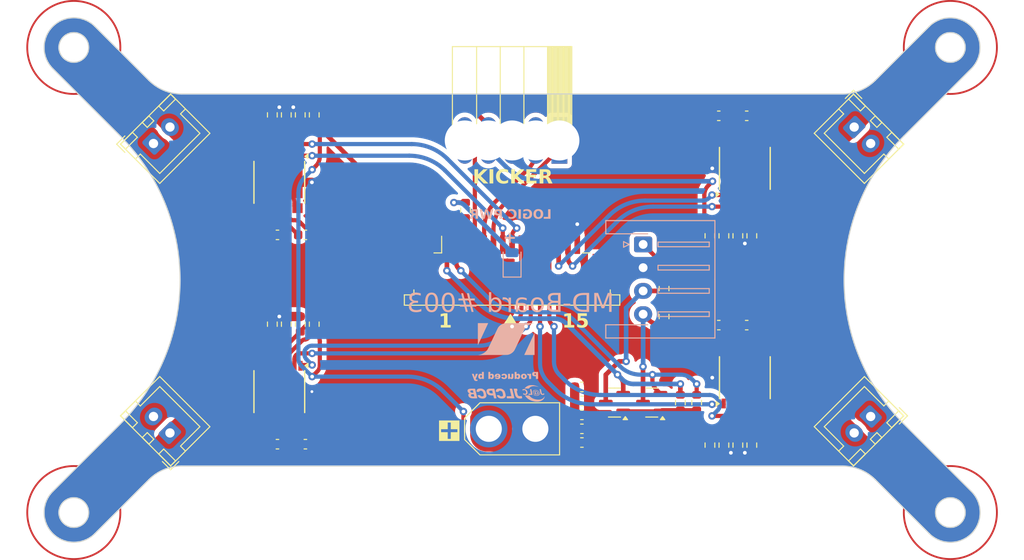
<source format=kicad_pcb>
(kicad_pcb (version 20240108) (generator "pcbnew") (generator_version "8.0")
  (layers (0 "F.Cu" signal) (31 "B.Cu" signal) (34 "B.Paste" user) (35 "F.Paste" user) (36 "B.SilkS" user "B.Silkscreen") (37 "F.SilkS" user "F.Silkscreen") (38 "B.Mask" user) (39 "F.Mask" user) (44 "Edge.Cuts" user))
  (net 0 "")
  (net 1 "Net-(U3-CPL)")
  (net 2 "Net-(U3-CPH)")
  (net 3 "Net-(U3-VCP)")
  (net 4 "GND")
  (net 5 "Net-(U2-CPL)")
  (net 6 "Net-(U2-CPH)")
  (net 7 "Net-(U2-VCP)")
  (net 8 "Net-(U4-CPL)")
  (net 9 "Net-(U4-CPH)")
  (net 10 "Net-(U4-VCP)")
  (net 11 "Net-(D1-A)")
  (net 12 "EN-1")
  (net 13 "PH-1")
  (net 14 "EN-2")
  (net 15 "PH-2")
  (net 16 "OUT2-1")
  (net 17 "OUT1-1")
  (net 18 "OUT1-2")
  (net 19 "OUT2-2")
  (net 20 "OUT2-3")
  (net 21 "OUT1-3")
  (net 22 "OUT1-4")
  (net 23 "OUT2-4")
  (net 24 "PH-4")
  (net 25 "EN-4")
  (net 26 "EN-3")
  (net 27 "PH-3")
  (net 28 "VREF-1")
  (net 29 "SLEEP-1")
  (net 30 "Net-(U3-IPROPI)")
  (net 31 "IMODE-1")
  (net 32 "Net-(U2-IPROPI)")
  (net 33 "VREF-2")
  (net 34 "IMODE-2")
  (net 35 "Net-(U4-IPROPI)")
  (net 36 "VREF-3")
  (net 37 "IMODE-3")
  (net 38 "VREF-4")
  (net 39 "IMODE-4")
  (net 43 "Net-(U1-CPL)")
  (net 44 "Net-(U1-CPH)")
  (net 45 "Net-(U1-VCP)")
  (net 46 "Net-(U1-IPROPI)")
  (net 48 "Line-Main=TX_5V")
  (net 49 "+5V")
  (net 50 "Line-Main=RX_5V")
  (net 51 "Line-Main=RX_3.3V")
  (net 52 "Line-Main=TX_3.3V")
  (net 53 "ball02k")
  (net 54 "ball01k")
  (net 55 "KickerSignal-main")
  (net 56 "VCC")
  (footprint "Resistor_SMD:R_0603_1608Metric" (layer "F.Cu") (at 24.250001 -4.75 -90)
    (property "Reference" "R16" (hide yes))
    (property "Value" "2.49k")
  )
  (footprint "Resistor_SMD:R_0603_1608Metric" (layer "F.Cu") (at 21.250001 17.75 -90)
    (property "Reference" "R13" (hide yes))
    (property "Value" "10k")
  )
  (footprint "@2024TOINIOT2-MD:JST_XH_B2B-XH-A_1x02_P2.50mm_Vertical" (layer "F.Cu") (at -37.629589 15.556349 135)
    (property "Reference" "J4" (hide yes))
    (property "Value" "Conn_01x02_Pin")
  )
  (footprint "Resistor_SMD:R_0603_1608Metric" (layer "F.Cu") (at 16.325001 0.925 -90)
    (property "Reference" "R23" (hide yes))
    (property "Value" "10k")
  )
  (footprint "Capacitor_SMD:C_0603_1608Metric" (layer "F.Cu") (at 7.500001 16 180)
    (property "Reference" "C4" (hide yes))
    (property "Value" "4.7u")
  )
  (footprint "Package_SO:HTSSOP-16-1EP_4.4x5mm_P0.65mm_EP3.4x5mm" (layer "F.Cu") (at -24.999999 12 -90)
    (property "Reference" "U2" (hide yes))
    (property "Value" "~")
  )
  (footprint "Package_SO:HTSSOP-16-1EP_4.4x5mm_P0.65mm_EP3.4x5mm" (layer "F.Cu") (at -24.999999 -10.5 -90)
    (property "Reference" "U1" (hide yes))
    (property "Value" "~")
  )
  (footprint "Capacitor_SMD:C_0603_1608Metric" (layer "F.Cu") (at -22.199999 17.65 180)
    (property "Reference" "C9" (hide yes))
    (property "Value" "22n")
  )
  (footprint "Capacitor_SMD:C_0603_1608Metric" (layer "F.Cu") (at 7.500001 14.5 180)
    (property "Reference" "C5" (hide yes))
    (property "Value" "50u")
  )
  (footprint "Capacitor_SMD:C_0603_1608Metric" (layer "F.Cu") (at 7.500001 11.5 180)
    (property "Reference" "C8" (hide yes))
    (property "Value" "0.1u")
  )
  (footprint "Capacitor_SMD:C_0603_1608Metric" (layer "F.Cu") (at -25.199999 17.65 180)
    (property "Reference" "C10" (hide yes))
    (property "Value" "220n")
  )
  (footprint "Resistor_SMD:R_0603_1608Metric" (layer "F.Cu") (at 22.750001 17.75 -90)
    (property "Reference" "R14" (hide yes))
    (property "Value" "NP")
  )
  (footprint "Resistor_SMD:R_0603_1608Metric" (layer "F.Cu") (at 21.250001 -4.75 -90)
    (property "Reference" "R17" (hide yes))
    (property "Value" "10k")
  )
  (footprint "Resistor_SMD:R_0603_1608Metric" (layer "F.Cu") (at 16.325001 3.925 -90)
    (property "Reference" "R21" (hide yes))
    (property "Value" "10k")
  )
  (footprint "Resistor_SMD:R_0603_1608Metric" (layer "F.Cu") (at -25.749999 -17.75 90)
    (property "Reference" "R7" (hide yes))
    (property "Value" "20k")
  )
  (footprint "Resistor_SMD:R_0603_1608Metric" (layer "F.Cu") (at 24.250001 17.75 -90)
    (property "Reference" "R12" (hide yes))
    (property "Value" "2.49k")
  )
  (footprint "@2024TOINIOT2-MD:JST_XH_B2B-XH-A_1x02_P2.50mm_Vertical" (layer "F.Cu") (at 37.629591 -15.556349 -45)
    (property "Reference" "J6" (hide yes))
    (property "Value" "Conn_01x02_Pin")
  )
  (footprint "Resistor_SMD:R_0603_1608Metric" (layer "F.Cu") (at -24.249999 4.75 90)
    (property "Reference" "R8" (hide yes))
    (property "Value" "2.49k")
  )
  (footprint "Capacitor_SMD:C_0603_1608Metric" (layer "F.Cu") (at 25.200001 4.85)
    (property "Reference" "C12" (hide yes))
    (property "Value" "220n")
  )
  (footprint "Connector_FFC-FPC:TE_1-84953-5_1x15-1MP_P1.0mm_Horizontal" (layer "F.Cu") (at 0 -2)
    (property "Reference" "J8" (hide yes))
    (property "Value" "Conn_main")
  )
  (footprint "Package_SO:HTSSOP-16-1EP_4.4x5mm_P0.65mm_EP3.4x5mm" (layer "F.Cu") (at 25.000001 10.5 90)
    (property "Reference" "U3" (hide yes))
    (property "Value" "~")
  )
  (footprint "@2024TOINIOT2-MD:XT30U-M" (layer "F.Cu") (at 0.000001 16)
    (property "Reference" "J7" (hide yes))
    (property "Value" "Conn_01x02_Pin")
  )
  (footprint "Capacitor_SMD:C_0603_1608Metric" (layer "F.Cu") (at 25.200001 -17.65)
    (property "Reference" "C14" (hide yes))
    (property "Value" "220n")
  )
  (footprint "Resistor_SMD:R_0603_1608Metric" (layer "F.Cu") (at 22.750001 -4.75 -90)
    (property "Reference" "R18" (hide yes))
    (property "Value" "NP")
  )
  (footprint "Resistor_SMD:R_0603_1608Metric" (layer "F.Cu") (at 25.750001 17.75 -90)
    (property "Reference" "R15" (hide yes))
    (property "Value" "20k")
  )
  (footprint "Resistor_SMD:R_0603_1608Metric" (layer "F.Cu") (at -22.749999 4.75 90)
    (property "Reference" "R10" (hide yes))
    (property "Value" "NP")
  )
  (footprint "Capacitor_SMD:C_0603_1608Metric" (layer "F.Cu") (at 7.500001 17.47 180)
    (property "Reference" "C3" (hide yes))
    (property "Value" "4.7u")
  )
  (footprint "Resistor_SMD:R_0603_1608Metric" (layer "F.Cu") (at -24.249999 -17.75 90)
    (property "Reference" "R4" (hide yes))
    (property "Value" "2.49k")
  )
  (footprint "Package_SO:HTSSOP-16-1EP_4.4x5mm_P0.65mm_EP3.4x5mm" (layer "F.Cu") (at 25.000001 -12 90)
    (property "Reference" "U4" (hide yes))
    (property "Value" "~")
  )
  (footprint "Capacitor_SMD:C_0603_1608Metric" (layer "F.Cu") (at -22.199999 -4.85 180)
    (property "Reference" "C1" (hide yes))
    (property "Value" "22n")
  )
  (footprint "Capacitor_SMD:C_0603_1608Metric" (layer "F.Cu") (at 22.200001 4.85)
    (property "Reference" "C11" (hide yes))
    (property "Value" "22n")
  )
  (footprint "Resistor_SMD:R_0603_1608Metric" (layer "F.Cu") (at 25.750001 -4.75 -90)
    (property "Reference" "R19" (hide yes))
    (property "Value" "20k")
  )
  (footprint "Resistor_SMD:R_0603_1608Metric" (layer "F.Cu") (at -25.749999 4.75 90)
    (property "Reference" "R11" (hide yes))
    (property "Value" "20k")
  )
  (footprint "Capacitor_SMD:C_0603_1608Metric" (layer "F.Cu") (at 22.200001 -17.65)
    (property "Reference" "C13" (hide yes))
    (property "Value" "22n")
  )
  (footprint "Resistor_SMD:R_0603_1608Metric" (layer "F.Cu") (at -5 -7.5 90)
    (property "Reference" "R1" (hide yes))
    (property "Value" "330")
  )
  (footprint "Resistor_SMD:R_0603_1608Metric" (layer "F.Cu") (at -21.249999 -17.75 90)
    (property "Reference" "R3" (hide yes))
    (property "Value" "10k")
  )
  (footprint "Capacitor_SMD:C_0603_1608Metric" (layer "F.Cu") (at -25.199999 -4.85 180)
    (property "Reference" "C2" (hide yes))
    (property "Value" "220n")
  )
  (footprint "Connector_PinSocket_2.54mm:PinSocket_1x05_P2.54mm_Horizontal" (layer "F.Cu") (at 5.080001 -15 -90)
    (property "Reference" "J1" (hide yes))
    (property "Value" "Conn_01x05_Pin")
  )
  (footprint "Resistor_SMD:R_0603_1608Metric" (layer "F.Cu") (at -21.249999 4.75 90)
    (property "Reference" "R9" (hide yes))
    (property "Value" "10k")
  )
  (footprint "@2024TOINIOT2-MD:JST_XH_B2B-XH-A_1x02_P2.50mm_Vertical" (layer "F.Cu") (at -37.629589 -15.556349 45)
    (property "Reference" "J3" (hide yes))
    (property "Value" "Conn_01x02_Pin")
  )
  (footprint "@2024TOINIOT2-MD:JST_XH_B2B-XH-A_1x02_P2.50mm_Vertical" (layer "F.Cu") (at 37.629591 15.556349 -135)
    (property "Reference" "J5" (hide yes))
    (property "Value" "Conn_01x02_Pin")
  )
  (footprint "Resistor_SMD:R_0603_1608Metric" (layer "F.Cu") (at 18.075001 13.175 -90)
    (property "Reference" "R22" (hide yes))
    (property "Value" "10k")
  )
  (footprint "Resistor_SMD:R_0603_1608Metric" (layer "F.Cu") (at -22.749999 -17.75 90)
    (property "Reference" "R6" (hide yes))
    (property "Value" "NP")
  )
  (footprint "Capacitor_SMD:C_0603_1608Metric" (layer "F.Cu") (at 7.500001 13 180)
    (property "Reference" "C7" (hide yes))
    (property "Value" "0.1u")
  )
  (footprint "Package_TO_SOT_SMD:SOT-23" (layer "F.Cu") (at 11.000001 13.175 180)
    (property "Reference" "Q2" (hide yes))
    (property "Value" "BSS138")
  )
  (footprint "Package_TO_SOT_SMD:SOT-23" (layer "F.Cu") (at 15.000001 13.175 180)
    (property "Reference" "Q1" (hide yes))
    (property "Value" "BSS138")
  )
  (footprint "Resistor_SMD:R_0603_1608Metric" (layer "F.Cu") (at 19.825001 13.175 -90)
    (property "Reference" "R20" (hide yes))
    (property "Value" "10k")
  )
  (footprint "Connector_JST:JST_XH_S4B-XH-A-1_1x04_P2.50mm_Horizontal" (layer "B.Cu") (at 14.075001 -3.825 -90)
    (property "Reference" "J2" (hide yes))
    (property "Value" "Conn_01x04_Pin")
  )
  (footprint "LED_SMD:LED_0805_2012Metric" (layer "B.Cu") (at 0 -2 90)
    (property "Reference" "D1" (hide yes))
    (property "Value" "PWR")
  )
  (gr_circle (center 47.073242 25) (end 47.073242 30) (stroke (width 0.2)) (fill none) (layer "F.Cu"))
  (gr_circle (center -47.07324 25) (end -47.07324 20) (stroke (width 0.2)) (fill none) (layer "F.Cu"))
  (gr_circle (center 47.073242 -25) (end 47.073242 -30) (stroke (width 0.2)) (fill none) (layer "F.Cu"))
  (gr_circle (center -47.07324 -25) (end -47.07324 -20) (stroke (width 0.2)) (fill none) (layer "F.Cu"))
  (gr_poly (pts (xy -0.12556 11.677605) (xy -0.148421 11.678094) (xy -0.170531 11.679062) (xy -0.19124 11.680505) (xy -0.209896 11.682417) (xy -0.225849 11.684794) (xy -0.238446 11.687632) (xy -0.243284 11.689222) (xy -0.247038 11.690926) (xy -0.249628 11.692742) (xy -0.250973 11.69467) (xy -0.250384 11.705173) (xy -0.246458 11.729281) (xy -0.229938 11.812013) (xy -0.204092 11.930265) (xy -0.171598 12.071437) (xy -0.138144 12.214147) (xy -0.123656 12.278196) (xy -0.11114 12.335227) (xy -0.100956 12.383625) (xy -0.093463 12.421778) (xy -0.089021 12.448075) (xy -0.088056 12.456274) (xy -0.087989 12.460904) (xy -0.091164 12.48842) (xy -0.330348 12.491595) (xy -0.394563 12.492453) (xy -0.447393 12.493497) (xy -0.469856 12.494116) (xy -0.489854 12.494814) (xy -0.507515 12.495602) (xy -0.522964 12.49649) (xy -0.53633 12.49749) (xy -0.54774 12.498613) (xy -0.55732 12.499869) (xy -0.565198 12.501269) (xy -0.568539 12.502027) (xy -0.571501 12.502824) (xy -0.574102 12.503663) (xy -0.576356 12.504545) (xy -0.578281 12.505472) (xy -0.579891 12.506443) (xy -0.581202 12.507462) (xy -0.582231 12.508529) (xy -0.583868 12.510731) (xy -0.585203 12.513394) (xy -0.586235 12.516561) (xy -0.58696 12.520269) (xy -0.587375 12.524561) (xy -0.587477 12.529476) (xy -0.587263 12.535055) (xy -0.586729 12.541337) (xy -0.585873 12.548363) (xy -0.584691 12.556174) (xy -0.581338 12.574311) (xy -0.576646 12.596069) (xy -0.57059 12.62177) (xy -0.546248 12.721254) (xy -0.15149 12.724429) (xy -0.040929 12.725014) (xy 0.047791 12.72514) (xy 0.084671 12.725011) (xy 0.116941 12.724745) (xy 0.144886 12.724333) (xy 0.168789 12.723767) (xy 0.188934 12.72304) (xy 0.205605 12.722145) (xy 0.219086 12.721072) (xy 0.22966 12.719815) (xy 0.233945 12.719115) (xy 0.23761 12.718366) (xy 0.240691 12.717567) (xy 0.243221 12.716716) (xy 0.245239 12.715814) (xy 0.246777 12.714859) (xy 0.247873 12.713851) (xy 0.248561 12.712787) (xy 0.248814 12.709859) (xy 0.248404 12.704343) (xy 0.245716 12.686114) (xy 0.240747 12.659227) (xy 0.233744 12.624813) (xy 0.214628 12.537914) (xy 0.190352 12.434445) (xy 0.071819 11.938087) (xy 0.060752 11.891028) (xy 0.049958 11.846574) (xy 0.039709 11.805742) (xy 0.030279 11.769547) (xy 0.021941 11.739009) (xy 0.014966 11.715142) (xy 0.009629 11.698966) (xy 0.00766 11.694079) (xy 0.006202 11.691495) (xy 0.004089 11.689675) (xy 0.000779 11.687985) (xy -0.009102 11.68499) (xy -0.022792 11.682508) (xy -0.039637 11.680532) (xy -0.058988 11.679058) (xy -0.080193 11.678082) (xy -0.102601 11.677599)) (stroke (width -0.000001)) (fill solid) (layer "B.SilkS"))
  (gr_poly (pts (xy 1.254878 10.07541) (xy 1.235333 10.076356) (xy 1.216097 10.078185) (xy 1.197216 10.080882) (xy 1.178738 10.084433) (xy 1.160711 10.088823) (xy 1.143182 10.094038) (xy 1.126199 10.100063) (xy 1.109809 10.106884) (xy 1.09406 10.114486) (xy 1.078999 10.122856) (xy 1.064674 10.131977) (xy 1.051132 10.141837) (xy 1.038421 10.15242) (xy 1.026589 10.163712) (xy 1.016218 10.175127) (xy 1.006664 10.187118) (xy 0.997923 10.199642) (xy 0.989989 10.212654) (xy 0.982856 10.22611) (xy 0.976521 10.239967) (xy 0.970977 10.254181) (xy 0.96622 10.268707) (xy 0.962244 10.283502) (xy 0.959045 10.298522) (xy 0.956616 10.313722) (xy 0.954953 10.32906) (xy 0.954051 10.34449) (xy 0.953905 10.35997) (xy 0.954508 10.375454) (xy 0.955857 10.3909) (xy 0.957946 10.406264) (xy 0.96077 10.4215) (xy 0.964323 10.436567) (xy 0.968601 10.451418) (xy 0.973599 10.466012) (xy 0.97931 10.480303) (xy 0.985731 10.494248) (xy 0.992855 10.507802) (xy 1.000678 10.520923) (xy 1.009194 10.533565) (xy 1.018399 10.545686) (xy 1.028287 10.557241) (xy 1.038853 10.568186) (xy 1.050092 10.578477) (xy 1.061998 10.588071) (xy 1.074567 10.596923) (xy 1.089456 10.605651) (xy 1.105709 10.613568) (xy 1.123167 10.620656) (xy 1.141672 10.626898) (xy 1.161066 10.632275) (xy 1.18119 10.636771) (xy 1.201887 10.640368) (xy 1.222998 10.643048) (xy 1.244366 10.644794) (xy 1.265832 10.645588) (xy 1.287238 10.645413) (xy 1.308425 10.64425) (xy 1.329237 10.642083) (xy 1.349514 10.638894) (xy 1.369099 10.634664) (xy 1.387833 10.629378) (xy 1.400431 10.625021) (xy 1.412684 10.620161) (xy 1.424585 10.614814) (xy 1.436125 10.608991) (xy 1.447295 10.602709) (xy 1.458087 10.595982) (xy 1.46849 10.588823) (xy 1.478497 10.581246) (xy 1.488099 10.573266) (xy 1.497288 10.564898) (xy 1.506053 10.556155) (xy 1.514387 10.547051) (xy 1.522281 10.537602) (xy 1.529725 10.52782) (xy 1.536712 10.51772) (xy 1.543232 10.507317) (xy 1.549277 10.496625) (xy 1.554837 10.485657) (xy 1.559905 10.474428) (xy 1.56447 10.462953) (xy 1.568526 10.451245) (xy 1.572061 10.439318) (xy 1.575069 10.427188) (xy 1.57754 10.414867) (xy 1.579465 10.402371) (xy 1.580835 10.389714) (xy 1.581643 10.376909) (xy 1.581861 10.364883) (xy 1.369401 10.364883) (xy 1.369132 10.376984) (xy 1.368391 10.388915) (xy 1.367176 10.400529) (xy 1.365487 10.411681) (xy 1.363323 10.422226) (xy 1.360682 10.432017) (xy 1.357564 10.440909) (xy 1.353967 10.448756) (xy 1.350223 10.455296) (xy 1.34615 10.461422) (xy 1.34177 10.467135) (xy 1.337105 10.472432) (xy 1.332178 10.477315) (xy 1.32701 10.481782) (xy 1.321625 10.485833) (xy 1.316043 10.489469) (xy 1.310288 10.492688) (xy 1.304382 10.49549) (xy 1.298346 10.497874) (xy 1.292203 10.499841) (xy 1.285976 10.50139) (xy 1.279686 10.502521) (xy 1.273356 10.503232) (xy 1.267007 10.503525) (xy 1.260663 10.503398) (xy 1.254345 10.50285) (xy 1.248076 10.501883) (xy 1.241877 10.500494) (xy 1.235772 10.498685) (xy 1.229782 10.496454) (xy 1.223929 10.493801) (xy 1.218236 10.490726) (xy 1.212725 10.487228) (xy 1.207417 10.483306) (xy 1.202337 10.478962) (xy 1.197505 10.474193) (xy 1.192943 10.469) (xy 1.188675 10.463383) (xy 1.184722 10.457341) (xy 1.181106 10.450873) (xy 1.179079 10.446666) (xy 1.177227 10.442483) (xy 1.175542 10.438284) (xy 1.174017 10.434028) (xy 1.172646 10.429672) (xy 1.17142 10.425175) (xy 1.170332 10.420497) (xy 1.169376 10.415595) (xy 1.168544 10.410429) (xy 1.167828 10.404956) (xy 1.167223 10.399137) (xy 1.166719 10.392929) (xy 1.16599 10.379182) (xy 1.165584 10.363384) (xy 1.165751 10.351066) (xy 1.166263 10.33949) (xy 1.167132 10.328618) (xy 1.168373 10.318416) (xy 1.169136 10.313554) (xy 1.169998 10.308845) (xy 1.170958 10.304286) (xy 1.17202 10.299871) (xy 1.173185 10.295597) (xy 1.174454 10.291458) (xy 1.17583 10.287449) (xy 1.177313 10.283568) (xy 1.178906 10.279808) (xy 1.180611 10.276166) (xy 1.182428 10.272636) (xy 1.184359 10.269216) (xy 1.186407 10.265898) (xy 1.188573 10.262681) (xy 1.190859 10.259558) (xy 1.193266 10.256525) (xy 1.195795 10.253578) (xy 1.19845 10.250713) (xy 1.201231 10.247924) (xy 1.20414 10.245207) (xy 1.207178 10.242558) (xy 1.210348 10.239973) (xy 1.213651 10.237446) (xy 1.217089 10.234973) (xy 1.221563 10.232147) (xy 1.226115 10.22962) (xy 1.230735 10.227389) (xy 1.235416 10.225452) (xy 1.240148 10.223806) (xy 1.244922 10.222448) (xy 1.249729 10.221376) (xy 1.254561 10.220586) (xy 1.259408 10.220076) (xy 1.264262 10.219844) (xy 1.269114 10.219887) (xy 1.273954 10.220201) (xy 1.278774 10.220785) (xy 1.283565 10.221636) (xy 1.288318 10.22275) (xy 1.293025 10.224125) (xy 1.297675 10.225758) (xy 1.302261 10.227648) (xy 1.306773 10.22979) (xy 1.311202 10.232182) (xy 1.31554 10.234822) (xy 1.319778 10.237707) (xy 1.323906 10.240834) (xy 1.327917 10.2442) (xy 1.3318 10.247803) (xy 1.335547 10.25164) (xy 1.339149 10.255708) (xy 1.342597 10.260005) (xy 1.345882 10.264527) (xy 1.348996 10.269273) (xy 1.351929 10.274239) (xy 1.354673 10.279423) (xy 1.358145 10.287642) (xy 1.361153 10.296856) (xy 1.363697 10.30692) (xy 1.365774 10.317688) (xy 1.367384 10.329014) (xy 1.368526 10.340752) (xy 1.369199 10.352757) (xy 1.369401 10.364883) (xy 1.581861 10.364883) (xy 1.581878 10.363971) (xy 1.581532 10.350914) (xy 1.580597 10.337753) (xy 1.579063 10.324501) (xy 1.576922 10.311173) (xy 1.574371 10.298548) (xy 1.57135 10.28621) (xy 1.567867 10.274164) (xy 1.563928 10.262415) (xy 1.559539 10.250969) (xy 1.554707 10.239831) (xy 1.549438 10.229007) (xy 1.543739 10.218502) (xy 1.537617 10.208322) (xy 1.531077 10.198472) (xy 1.524126 10.188957) (xy 1.516771 10.179782) (xy 1.509018 10.170954) (xy 1.500874 10.162478) (xy 1.492344 10.154359) (xy 1.483436 10.146602) (xy 1.474156 10.139213) (xy 1.464511 10.132198) (xy 1.444149 10.119308) (xy 1.422401 10.107978) (xy 1.399321 10.098249) (xy 1.374959 10.090166) (xy 1.349367 10.083772) (xy 1.322597 10.079109) (xy 1.2947 10.076223) (xy 1.274683 10.07536)) (stroke (width -0.000001)) (fill solid) (layer "B.SilkS"))
  (gr_poly (pts (xy 2.488655 11.817212) (xy 2.471174 11.817748) (xy 2.454326 11.818776) (xy 2.438296 11.820307) (xy 2.42327 11.82235) (xy 2.409435 11.824918) (xy 2.396977 11.82802) (xy 2.386982 11.830961) (xy 2.377241 11.834223) (xy 2.367761 11.837795) (xy 2.358549 11.841671) (xy 2.34961 11.845842) (xy 2.340951 11.850298) (xy 2.332578 11.855032) (xy 2.324498 11.860035) (xy 2.316717 11.865298) (xy 2.309242 11.870814) (xy 2.302079 11.876572) (xy 2.295235 11.882566) (xy 2.288715 11.888786) (xy 2.282526 11.895223) (xy 2.276675 11.90187) (xy 2.271168 11.908718) (xy 2.266011 11.915758) (xy 2.261211 11.922982) (xy 2.256774 11.930381) (xy 2.252707 11.937946) (xy 2.249016 11.94567) (xy 2.245707 11.953543) (xy 2.242786 11.961558) (xy 2.240261 11.969705) (xy 2.238138 11.977976) (xy 2.236422 11.986362) (xy 2.235121 11.994856) (xy 2.23424 12.003447) (xy 2.233786 12.012129) (xy 2.233766 12.020892) (xy 2.234186 12.029728) (xy 2.235052 12.038629) (xy 2.236827 12.051249) (xy 2.239165 12.063703) (xy 2.242055 12.075977) (xy 2.245483 12.08806) (xy 2.249436 12.09994) (xy 2.253902 12.111606) (xy 2.258868 12.123044) (xy 2.264322 12.134242) (xy 2.27025 12.14519) (xy 2.276639 12.155875) (xy 2.283477 12.166284) (xy 2.290751 12.176406) (xy 2.298449 12.186229) (xy 2.306556 12.195741) (xy 2.323952 12.213783) (xy 2.342836 12.230436) (xy 2.363106 12.245603) (xy 2.38466 12.259189) (xy 2.407395 12.271098) (xy 2.419174 12.276394) (xy 2.431209 12.281233) (xy 2.443489 12.285606) (xy 2.456 12.289499) (xy 2.46873 12.292901) (xy 2.481665 12.295799) (xy 2.494794 12.298182) (xy 2.508102 12.300037) (xy 2.516246 12.300941) (xy 2.523647 12.301662) (xy 2.530352 12.30219) (xy 2.536413 12.302517) (xy 2.539217 12.302603) (xy 2.541878 12.302634) (xy 2.544403 12.30261) (xy 2.546798 12.30253) (xy 2.549068 12.302392) (xy 2.551221 12.302197) (xy 2.553262 12.301941) (xy 2.555198 12.301625) (xy 2.557035 12.301246) (xy 2.558778 12.300804) (xy 2.560435 12.300298) (xy 2.562011 12.299727) (xy 2.563513 12.299089) (xy 2.564946 12.298383) (xy 2.566318 12.297608) (xy 2.567634 12.296763) (xy 2.5689 12.295846) (xy 2.570122 12.294858) (xy 2.571308 12.293795) (xy 2.572462 12.292658) (xy 2.573592 12.291444) (xy 2.574703 12.290154) (xy 2.575802 12.288785) (xy 2.576894 12.287337) (xy 2.579175 12.284349) (xy 2.581303 12.281735) (xy 2.583347 12.2795) (xy 2.585377 12.277647) (xy 2.586409 12.276864) (xy 2.587463 12.276177) (xy 2.588549 12.275588) (xy 2.589675 12.275096) (xy 2.590849 12.274701) (xy 2.592081 12.274405) (xy 2.59338 12.274207) (xy 2.594753 12.274108) (xy 2.596211 12.274108) (xy 2.59776 12.274208) (xy 2.601172 12.274707) (xy 2.605057 12.27561) (xy 2.609487 12.276919) (xy 2.614531 12.278637) (xy 2.620259 12.280768) (xy 2.634044 12.286279) (xy 2.646103 12.29088) (xy 2.657691 12.29476) (xy 2.668833 12.297918) (xy 2.679552 12.300351) (xy 2.689875 12.302059) (xy 2.694896 12.302641) (xy 2.699826 12.30304) (xy 2.70467 12.303258) (xy 2.70943 12.303293) (xy 2.714109 12.303145) (xy 2.718711 12.302815) (xy 2.723238 12.302302) (xy 2.727694 12.301606) (xy 2.732082 12.300726) (xy 2.736405 12.299663) (xy 2.740665 12.298416) (xy 2.744867 12.296985) (xy 2.749013 12.29537) (xy 2.753107 12.293571) (xy 2.75715 12.291588) (xy 2.761147 12.289419) (xy 2.765101 12.287066) (xy 2.769015 12.284528) (xy 2.772891 12.281804) (xy 2.776733 12.278895) (xy 2.784327 12.27252) (xy 2.789777 12.26756) (xy 2.794636 12.262948) (xy 2.798933 12.258612) (xy 2.802699 12.254479) (xy 2.805963 12.250476) (xy 2.808754 12.246531) (xy 2.811101 12.24257) (xy 2.812118 12.240562) (xy 2.813035 12.238521) (xy 2.813855 12.236441) (xy 2.814584 12.234311) (xy 2.815778 12.229867) (xy 2.816646 12.225115) (xy 2.817218 12.219984) (xy 2.817524 12.2144) (xy 2.817592 12.208291) (xy 2.817453 12.201583) (xy 2.817136 12.194204) (xy 2.816644 12.186795) (xy 2.729294 12.186795) (xy 2.729105 12.195357) (xy 2.728525 12.203197) (xy 2.728083 12.206855) (xy 2.727536 12.21034) (xy 2.726882 12.213658) (xy 2.726119 12.216809) (xy 2.725244 12.219798) (xy 2.724256 12.222626) (xy 2.723151 12.225298) (xy 2.721927 12.227816) (xy 2.720583 12.230183) (xy 2.719115 12.232401) (xy 2.717521 12.234474) (xy 2.7158 12.236405) (xy 2.713949 12.238196) (xy 2.711965 12.23985) (xy 2.709846 12.241371) (xy 2.70759 12.242761) (xy 2.705194 12.244023) (xy 2.702657 12.24516) (xy 2.699975 12.246175) (xy 2.697147 12.247071) (xy 2.69417 12.24785) (xy 2.691042 12.248516) (xy 2.68776 12.249072) (xy 2.684323 12.24952) (xy 2.676972 12.250105) (xy 2.668969 12.250295) (xy 2.662762 12.249995) (xy 2.656456 12.249111) (xy 2.650071 12.247666) (xy 2.643627 12.245684) (xy 2.637142 12.243187) (xy 2.630636 12.240201) (xy 2.624129 12.236747) (xy 2.61764 12.232849) (xy 2.604792 12.223818) (xy 2.592248 12.213293) (xy 2.580163 12.201463) (xy 2.568692 12.188515) (xy 2.55799 12.174637) (xy 2.548211 12.160017) (xy 2.539512 12.144841) (xy 2.532047 12.129298) (xy 2.525971 12.113575) (xy 2.523502 12.105705) (xy 2.521439 12.09786) (xy 2.5198 12.090064) (xy 2.518606 12.08234) (xy 2.517875 12.074712) (xy 2.517627 12.067204) (xy 2.5177 12.063425) (xy 2.517913 12.059646) (xy 2.518255 12.055893) (xy 2.518719 12.052189) (xy 2.519294 12.048559) (xy 2.519971 12.045028) (xy 2.520742 12.041622) (xy 2.521596 12.038364) (xy 2.522525 12.03528) (xy 2.523518 12.032394) (xy 2.524568 12.029732) (xy 2.525664 12.027318) (xy 2.526797 12.025176) (xy 2.527958 12.023332) (xy 2.528547 12.02253) (xy 2.529138 12.021811) (xy 2.529732 12.021179) (xy 2.530327 12.020637) (xy 2.537413 12.015746) (xy 2.544759 12.011771) (xy 2.552333 12.008686) (xy 2.560103 12.006463) (xy 2.568039 12.005077) (xy 2.576108 12.004501) (xy 2.584279 12.004708) (xy 2.592521 12.005671) (xy 2.600801 12.007365) (xy 2.609089 12.009763) (xy 2.617352 12.012838) (xy 2.625559 12.016563) (xy 2.633678 12.020912) (xy 2.641678 12.025859) (xy 2.649528 12.031376) (xy 2.657195 12.037438) (xy 2.664648 12.044018) (xy 2.671856 12.051089) (xy 2.678786 12.058624) (xy 2.685408 12.066598) (xy 2.69169 12.074983) (xy 2.6976 12.083754) (xy 2.703106 12.092883) (xy 2.708177 12.102344) (xy 2.712781 12.11211) (xy 2.716888 12.122155) (xy 2.720464 12.132453) (xy 2.723479 12.142976) (xy 2.725901 12.153698) (xy 2.727699 12.164593) (xy 2.72884 12.175635) (xy 2.729294 12.186795) (xy 2.816644 12.186795) (xy 2.816392 12.182993) (xy 2.814971 12.171798) (xy 2.812895 12.160641) (xy 2.810188 12.149545) (xy 2.806873 12.138532) (xy 2.802971 12.127624) (xy 2.798508 12.116844) (xy 2.793505 12.106213) (xy 2.787986 12.095755) (xy 2.781974 12.085491) (xy 2.775491 12.075443) (xy 2.768562 12.065635) (xy 2.761208 12.056088) (xy 2.753454 12.046824) (xy 2.745322 12.037866) (xy 2.736835 12.029236) (xy 2.728016 12.020956) (xy 2.718888 12.01305) (xy 2.709475 12.005538) (xy 2.699799 11.998443) (xy 2.689884 11.991788) (xy 2.679752 11.985594) (xy 2.669427 11.979885) (xy 2.658931 11.974682) (xy 2.648289 11.970008) (xy 2.637522 11.965885) (xy 2.626653 11.962334) (xy 2.615707 11.95938) (xy 2.604706 11.957043) (xy 2.593673 11.955346) (xy 2.58263 11.954312) (xy 2.571602 11.953962) (xy 2.567017 11.95406) (xy 2.562404 11.954346) (xy 2.557785 11.954813) (xy 2.553181 11.95545) (xy 2.548614 11.956249) (xy 2.544106 11.957199) (xy 2.539679 11.958292) (xy 2.535354 11.959518) (xy 2.531154 11.960869) (xy 2.527099 11.962334) (xy 2.523211 11.963904) (xy 2.519512 11.965571) (xy 2.516025 11.967324) (xy 2.51277 11.969155) (xy 2.509769 11.971054) (xy 2.507044 11.973012) (xy 2.502743 11.976361) (xy 2.498927 11.979263) (xy 2.495535 11.981718) (xy 2.49398 11.982779) (xy 2.492508 11.983728) (xy 2.491113 11.984565) (xy 2.489785 11.98529) (xy 2.488519 11.985904) (xy 2.487306 11.986406) (xy 2.486138 11.986797) (xy 2.485009 11.987076) (xy 2.48391 11.987244) (xy 2.482835 11.987299) (xy 2.481774 11.987244) (xy 2.480722 11.987076) (xy 2.479671 11.986797) (xy 2.478612 11.986406) (xy 2.477538 11.985904) (xy 2.476442 11.98529) (xy 2.475316 11.984565) (xy 2.474153 11.983728) (xy 2.472945 11.982779) (xy 2.471684 11.981718) (xy 2.468975 11.979263) (xy 2.465965 11.976361) (xy 2.462594 11.973012) (xy 2.460464 11.971054) (xy 2.458059 11.969155) (xy 2.455399 11.967324) (xy 2.452507 11.965571) (xy 2.449404 11.963904) (xy 2.446111 11.962334) (xy 2.442651 11.960869) (xy 2.439046 11.959518) (xy 2.435317 11.958292) (xy 2.431485 11.957199) (xy 2.427572 11.956249) (xy 2.423601 11.95545) (xy 2.419592 11.954813) (xy 2.415568 11.954346) (xy 2.411551 11.95406) (xy 2.407561 11.953962) (xy 2.370519 11.953962) (xy 2.428727 12.085195) (xy 2.440299 12.11204) (xy 2.451052 12.137434) (xy 2.460763 12.160819) (xy 2.469209 12.181636) (xy 2.476166 12.199328) (xy 2.481412 12.213336) (xy 2.484724 12.223103) (xy 2.485584 12.226222) (xy 2.485877 12.22807) (xy 2.485767 12.229509) (xy 2.485441 12.230848) (xy 2.484908 12.232089) (xy 2.484174 12.23323) (xy 2.483248 12.234271) (xy 2.482138 12.235214) (xy 2.480851 12.236057) (xy 2.479395 12.236802) (xy 2.477778 12.237446) (xy 2.476007 12.237992) (xy 2.472036 12.238786) (xy 2.467545 12.239183) (xy 2.462594 12.239183) (xy 2.457247 12.238786) (xy 2.451564 12.237992) (xy 2.445609 12.236802) (xy 2.439443 12.235214) (xy 2.433128 12.23323) (xy 2.426726 12.230848) (xy 2.4203 12.22807) (xy 2.413911 12.224895) (xy 2.404824 12.219775) (xy 2.396027 12.214154) (xy 2.387529 12.20806) (xy 2.379339 12.201521) (xy 2.371468 12.194563) (xy 2.363925 12.187214) (xy 2.356721 12.1795) (xy 2.349865 12.171449) (xy 2.343367 12.163089) (xy 2.337237 12.154445) (xy 2.326121 12.136417) (xy 2.316595 12.117583) (xy 2.308739 12.09816) (xy 2.302631 12.078365) (xy 2.300258 12.068395) (xy 2.298352 12.058415) (xy 2.296922 12.048449) (xy 2.295979 12.038526) (xy 2.295533 12.028673) (xy 2.295592 12.018917) (xy 2.296168 12.009285) (xy 2.29727 11.999804) (xy 2.298909 11.990501) (xy 2.301093 11.981404) (xy 2.303833 11.97254) (xy 2.307138 11.963935) (xy 2.311019 11.955616) (xy 2.315486 11.947612) (xy 2.317886 11.944156) (xy 2.320699 11.940555) (xy 2.32389 11.936836) (xy 2.327425 11.933027) (xy 2.33127 11.929156) (xy 2.335391 11.925251) (xy 2.339754 11.921339) (xy 2.344325 11.917449) (xy 2.34907 11.913609) (xy 2.353954 11.909847) (xy 2.358943 11.90619) (xy 2.364004 11.902666) (xy 2.369102 11.899303) (xy 2.374203 11.89613) (xy 2.379272 11.893173) (xy 2.384277 11.890462) (xy 2.399292 11.88374) (xy 2.40636 11.880965) (xy 2.413315 11.878556) (xy 2.420296 11.876494) (xy 2.427437 11.874761) (xy 2.434877 11.873337) (xy 2.44275 11.872206) (xy 2.451194 11.871347) (xy 2.460345 11.870742) (xy 2.470339 11.870373) (xy 2.481313 11.870221) (xy 2.506746 11.870494) (xy 2.537736 11.871412) (xy 2.569682 11.872663) (xy 2.5834 11.8734) (xy 2.595861 11.874273) (xy 2.60725 11.875325) (xy 2.617749 11.876602) (xy 2.627545 11.878149) (xy 2.636822 11.880011) (xy 2.645764 11.882232) (xy 2.654555 11.884858) (xy 2.663381 11.887934) (xy 2.672425 11.891504) (xy 2.681872 11.895613) (xy 2.691907 11.900307) (xy 2.702714 11.905631) (xy 2.714477 11.911629) (xy 2.735556 11.923315) (xy 2.75551 11.936115) (xy 2.774309 11.949975) (xy 2.791918 11.964843) (xy 2.808305 11.980666) (xy 2.823438 11.997391) (xy 2.837285 12.014966) (xy 2.849812 12.033337) (xy 2.860987 12.052453) (xy 2.870778 12.07226) (xy 2.879152 12.092705) (xy 2.886076 12.113737) (xy 2.891518 12.135302) (xy 2.895446 12.157348) (xy 2.897827 12.179822) (xy 2.898627 12.20267) (xy 2.89846 12.211311) (xy 2.897959 12.219772) (xy 2.897126 12.22805) (xy 2.895961 12.236144) (xy 2.894466 12.244054) (xy 2.892642 12.251779) (xy 2.89049 12.259317) (xy 2.888011 12.266666) (xy 2.885207 12.273827) (xy 2.882078 12.280797) (xy 2.878626 12.287576) (xy 2.874852 12.294162) (xy 2.870757 12.300555) (xy 2.866342 12.306752) (xy 2.861609 12.312754) (xy 2.856559 12.318558) (xy 2.851192 12.324163) (xy 2.84551 12.32957) (xy 2.839514 12.334775) (xy 2.833205 12.339778) (xy 2.826585 12.344579) (xy 2.819654 12.349175) (xy 2.812414 12.353565) (xy 2.804866 12.357749) (xy 2.78885 12.365493) (xy 2.771615 12.372396) (xy 2.753171 12.37845) (xy 2.733527 12.383645) (xy 2.710397 12.388471) (xy 2.687093 12.39224) (xy 2.66369 12.394961) (xy 2.640262 12.396643) (xy 2.616883 12.397296) (xy 2.593629 12.396928) (xy 2.570573 12.39555) (xy 2.54779 12.39317) (xy 2.525354 12.389798) (xy 2.50334 12.385444) (xy 2.481822 12.380115) (xy 2.460874 12.373823) (xy 2.440572 12.366575) (xy 2.420988 12.358382) (xy 2.402199 12.349252) (xy 2.384277 12.339195) (xy 2.378059 12.335478) (xy 2.371736 12.331876) (xy 2.365355 12.328408) (xy 2.35896 12.32509) (xy 2.352596 12.321939) (xy 2.346308 12.318973) (xy 2.34014 12.316209) (xy 2.334139 12.313663) (xy 2.328348 12.311353) (xy 2.322813 12.309295) (xy 2.317579 12.307508) (xy 2.312691 12.306007) (xy 2.308193 12.30481) (xy 2.304131 12.303933) (xy 2.30055 12.303395) (xy 2.297494 12.303212) (xy 2.269977 12.303212) (xy 2.304902 12.339195) (xy 2.314641 12.348629) (xy 2.325176 12.357678) (xy 2.348474 12.374596) (xy 2.374473 12.389895) (xy 2.402848 12.403522) (xy 2.433276 12.415426) (xy 2.465432 12.425553) (xy 2.498993 12.433851) (xy 2.533635 12.440266) (xy 2.569033 12.444747) (xy 2.604863 12.44724) (xy 2.640802 12.447694) (xy 2.676526 12.446054) (xy 2.71171 12.442269) (xy 2.746031 12.436285) (xy 2.779164 12.42805) (xy 2.810786 12.417512) (xy 2.820282 12.413777) (xy 2.829518 12.409723) (xy 2.847191 12.400688) (xy 2.863759 12.390479) (xy 2.87918 12.379164) (xy 2.893411 12.366814) (xy 2.906408 12.353497) (xy 2.918127 12.339285) (xy 2.928525 12.324246) (xy 2.937559 12.308451) (xy 2.945186 12.291969) (xy 2.948457 12.283493) (xy 2.951361 12.27487) (xy 2.953891 12.266111) (xy 2.956042 12.257224) (xy 2.957808 12.248218) (xy 2.959185 12.2391) (xy 2.960166 12.229881) (xy 2.960747 12.220569) (xy 2.960921 12.211172) (xy 2.960684 12.2017) (xy 2.960029 12.19216) (xy 2.958952 12.182562) (xy 2.953577 12.152061) (xy 2.946209 12.122504) (xy 2.936891 12.093942) (xy 2.925664 12.066426) (xy 2.912571 12.040009) (xy 2.897654 12.01474) (xy 2.880953 11.990671) (xy 2.862512 11.967853) (xy 2.842371 11.946337) (xy 2.820573 11.926175) (xy 2.79716 11.907417) (xy 2.772173 11.890115) (xy 2.745654 11.87432) (xy 2.717646 11.860082) (xy 2.68819 11.847455) (xy 2.657327 11.836487) (xy 2.643753 11.832706) (xy 2.628951 11.829308) (xy 2.613107 11.826304) (xy 2.596407 11.823704) (xy 2.579038 11.82152) (xy 2.561184 11.819762) (xy 2.543034 11.818442) (xy 2.524771 11.817569) (xy 2.506583 11.817156)) (stroke (width -0.000001)) (fill solid) (layer "B.SilkS"))
  (gr_poly (pts (xy 2.555528 9.882195) (xy 2.314228 9.884312) (xy 2.275423 9.902656) (xy 2.266708 9.906897) (xy 2.258295 9.911413) (xy 2.250185 9.916201) (xy 2.242383 9.921254) (xy 2.23489 9.926568) (xy 2.227711 9.932136) (xy 2.220848 9.937955) (xy 2.214304 9.944019) (xy 2.208082 9.950323) (xy 2.202187 9.956861) (xy 2.19662 9.963629) (xy 2.191384 9.970621) (xy 2.186484 9.977832) (xy 2.181921 9.985257) (xy 2.1777 9.992891) (xy 2.173823 10.000728) (xy 2.169742 10.010318) (xy 2.168001 10.015073) (xy 2.166447 10.0199) (xy 2.165071 10.024871) (xy 2.163863 10.03006) (xy 2.162815 10.03554) (xy 2.161916 10.041386) (xy 2.161158 10.04767) (xy 2.160531 10.054465) (xy 2.159634 10.069884) (xy 2.159151 10.08823) (xy 2.159006 10.110089) (xy 2.159124 10.132737) (xy 2.159294 10.142535) (xy 2.159557 10.151442) (xy 2.159927 10.15955) (xy 2.16042 10.166954) (xy 2.161049 10.173749) (xy 2.161828 10.180028) (xy 2.162773 10.185885) (xy 2.163898 10.191414) (xy 2.165217 10.19671) (xy 2.166745 10.201867) (xy 2.168496 10.206978) (xy 2.170485 10.212137) (xy 2.172726 10.217439) (xy 2.175234 10.222978) (xy 2.18387 10.240025) (xy 2.193424 10.255731) (xy 2.20397 10.270132) (xy 2.215583 10.283259) (xy 2.228336 10.295146) (xy 2.242306 10.305826) (xy 2.257565 10.315332) (xy 2.274188 10.323696) (xy 2.29225 10.330953) (xy 2.311825 10.337135) (xy 2.332987 10.342275) (xy 2.355812 10.346406) (xy 2.380373 10.349562) (xy 2.406744 10.351775) (xy 2.435001 10.353079) (xy 2.465217 10.353506) (xy 2.557645 10.353506) (xy 2.557645 10.635728) (xy 2.797534 10.635728) (xy 2.797534 10.034595) (xy 2.557645 10.034595) (xy 2.557645 10.198284) (xy 2.504728 10.198284) (xy 2.493261 10.198091) (xy 2.481786 10.197534) (xy 2.47056 10.196647) (xy 2.459837 10.195462) (xy 2.449875 10.194012) (xy 2.44526 10.193198) (xy 2.44093 10.192331) (xy 2.436919 10.191414) (xy 2.433259 10.190451) (xy 2.429981 10.189447) (xy 2.427117 10.188406) (xy 2.422663 10.186341) (xy 2.41843 10.183995) (xy 2.414421 10.18138) (xy 2.410637 10.178514) (xy 2.407081 10.175412) (xy 2.403756 10.172088) (xy 2.400662 10.168557) (xy 2.397803 10.164836) (xy 2.395181 10.160939) (xy 2.392798 10.156882) (xy 2.390655 10.152679) (xy 2.388756 10.148346) (xy 2.387103 10.143899) (xy 2.385697 10.139352) (xy 2.384541 10.134721) (xy 2.383637 10.130021) (xy 2.382987 10.125268) (xy 2.382594 10.120475) (xy 2.382459 10.11566) (xy 2.382586 10.110836) (xy 2.382975 10.10602) (xy 2.383629 10.101226) (xy 2.384551 10.09647) (xy 2.385743 10.091767) (xy 2.387206 10.087132) (xy 2.388943 10.082581) (xy 2.390957 10.078128) (xy 2.393249 10.073789) (xy 2.395821 10.069579) (xy 2.398677 10.065514) (xy 2.401817 10.061609) (xy 2.405245 10.057878) (xy 2.408327 10.054881) (xy 2.411286 10.052224) (xy 2.414212 10.049883) (xy 2.417195 10.047835) (xy 2.420327 10.046056) (xy 2.423699 10.044521) (xy 2.427402 10.043207) (xy 2.431527 10.042091) (xy 2.436164 10.041149) (xy 2.441404 10.040357) (xy 2.44734 10.03969) (xy 2.45406 10.039126) (xy 2.470222 10.03821) (xy 2.490617 10.037417) (xy 2.557645 10.034595) (xy 2.797534 10.034595) (xy 2.797534 9.880078)) (stroke (width -0.000001)) (fill solid) (layer "B.SilkS"))
  (gr_poly (pts (xy -3.924999 10.175) (xy -3.980032 10.351389) (xy -3.985503 10.368798) (xy -3.990726 10.384826) (xy -3.995585 10.399151) (xy -3.999964 10.41145) (xy -4.003748 10.421401) (xy -4.005381 10.425395) (xy -4.006821 10.428681) (xy -4.008055 10.431219) (xy -4.009068 10.432968) (xy -4.009486 10.433534) (xy -4.009845 10.433888) (xy -4.01014 10.434025) (xy -4.010371 10.433939) (xy -4.012185 10.429692) (xy -4.015884 10.419012) (xy -4.02801 10.381199) (xy -4.044899 10.326188) (xy -4.064699 10.259667) (xy -4.114088 10.088923) (xy -4.217805 10.086806) (xy -4.258121 10.08642) (xy -4.291094 10.086365) (xy -4.303773 10.086482) (xy -4.313352 10.086707) (xy -4.319409 10.087047) (xy -4.320984 10.087263) (xy -4.321386 10.087383) (xy -4.321521 10.087512) (xy -4.28416 10.191702) (xy -4.200959 10.412508) (xy -4.115245 10.636092) (xy -4.070343 10.748617) (xy -4.063297 10.76096) (xy -4.056141 10.772348) (xy -4.048816 10.782821) (xy -4.041261 10.792417) (xy -4.033417 10.801173) (xy -4.025224 10.809128) (xy -4.016621 10.816321) (xy -4.007549 10.822789) (xy -3.997948 10.82857) (xy -3.987758 10.833704) (xy -3.976918 10.838228) (xy -3.96537 10.84218) (xy -3.953053 10.845599) (xy -3.939907 10.848523) (xy -3.925872 10.850991) (xy -3.910888 10.853039) (xy -3.901091 10.854084) (xy -3.889629 10.854846) (xy -3.876805 10.855341) (xy -3.862921 10.855586) (xy -3.833187 10.855383) (xy -3.80285 10.854362) (xy -3.774331 10.852646) (xy -3.750054 10.85036) (xy -3.740264 10.849042) (xy -3.732442 10.847628) (xy -3.726891 10.846133) (xy -3.725063 10.84536) (xy -3.723916 10.844573) (xy -3.723044 10.842822) (xy -3.722032 10.839296) (xy -3.719694 10.827761) (xy -3.717107 10.811644) (xy -3.714479 10.792626) (xy -3.712017 10.772384) (xy -3.709926 10.752597) (xy -3.708414 10.734943) (xy -3.707688 10.721101) (xy -3.707715 10.717592) (xy -3.7078 10.714467) (xy -3.707953 10.711709) (xy -3.708059 10.710463) (xy -3.708184 10.709304) (xy -3.708332 10.70823) (xy -3.708502 10.707239) (xy -3.708697 10.706329) (xy -3.708916 10.705498) (xy -3.709162 10.704745) (xy -3.709435 10.704068) (xy -3.709738 10.703464) (xy -3.710069 10.702932) (xy -3.710432 10.702471) (xy -3.710828 10.702078) (xy -3.711256 10.701752) (xy -3.711719 10.701491) (xy -3.712218 10.701293) (xy -3.712753 10.701156) (xy -3.713326 10.701078) (xy -3.713939 10.701058) (xy -3.714592 10.701094) (xy -3.715286 10.701184) (xy -3.716023 10.701326) (xy -3.716804 10.701518) (xy -3.717629 10.701759) (xy -3.718501 10.702047) (xy -3.720388 10.702756) (xy -3.725449 10.704516) (xy -3.73154 10.706091) (xy -3.738519 10.707475) (xy -3.74624 10.708665) (xy -3.754561 10.709656) (xy -3.763337 10.710445) (xy -3.772426 10.711028) (xy -3.781683 10.711399) (xy -3.790965 10.711555) (xy -3.800128 10.711493) (xy -3.809029 10.711207) (xy -3.817523 10.710693) (xy -3.825468 10.709949) (xy -3.832719 10.708968) (xy -3.839133 10.707748) (xy -3.844566 10.706284) (xy -3.847933 10.705158) (xy -3.851161 10.703894) (xy -3.854261 10.702486) (xy -3.857244 10.700926) (xy -3.860119 10.699209) (xy -3.862896 10.697329) (xy -3.865587 10.69528) (xy -3.868202 10.693055) (xy -3.87075 10.690648) (xy -3.873243 10.688052) (xy -3.87569 10.685263) (xy -3.878102 10.682273) (xy -3.880489 10.679076) (xy -3.882862 10.675667) (xy -3.88523 10.672038) (xy -3.887605 10.668184) (xy -3.905243 10.637845) (xy -3.798704 10.38455) (xy -3.720741 10.198637) (xy -3.682994 10.107973) (xy -3.673116 10.085395) (xy -3.896777 10.085395)) (stroke (width -0.000001)) (fill solid) (layer "B.SilkS"))
  (gr_poly (pts (xy 1.713041 10.076933) (xy 1.702688 10.07749) (xy 1.69207 10.07849) (xy 1.681378 10.07989) (xy 1.670801 10.081647) (xy 1.660531 10.083719) (xy 1.650756 10.086064) (xy 1.641668 10.08864) (xy 1.633456 10.091404) (xy 1.626311 10.094314) (xy 1.623198 10.09581) (xy 1.620423 10.097326) (xy 1.618009 10.098858) (xy 1.615982 10.1004) (xy 1.614363 10.101947) (xy 1.613177 10.103493) (xy 1.612448 10.105033) (xy 1.6122 10.106562) (xy 1.61284 10.109023) (xy 1.61467 10.11408) (xy 1.621372 10.130727) (xy 1.63125 10.153988) (xy 1.643245 10.18135) (xy 1.647006 10.189568) (xy 1.650617 10.197282) (xy 1.654075 10.204485) (xy 1.657378 10.211171) (xy 1.660524 10.217332) (xy 1.66351 10.22296) (xy 1.666335 10.228049) (xy 1.668997 10.232591) (xy 1.671494 10.23658) (xy 1.673823 10.240007) (xy 1.674924 10.241507) (xy 1.675983 10.242865) (xy 1.676999 10.244079) (xy 1.677971 10.245148) (xy 1.6789 10.246071) (xy 1.679786 10.246848) (xy 1.680627 10.247477) (xy 1.681424 10.247958) (xy 1.682177 10.248289) (xy 1.682886 10.24847) (xy 1.683549 10.2485) (xy 1.684167 10.248378) (xy 1.704767 10.243739) (xy 1.723492 10.241292) (xy 1.732174 10.240936) (xy 1.740416 10.241182) (xy 1.748227 10.242047) (xy 1.755615 10.24355) (xy 1.762592 10.245707) (xy 1.769165 10.248538) (xy 1.775345 10.25206) (xy 1.781141 10.256291) (xy 1.786562 10.261248) (xy 1.791618 10.26695) (xy 1.796318 10.273414) (xy 1.800672 10.280657) (xy 1.804689 10.288699) (xy 1.808378 10.297557) (xy 1.814812 10.31779) (xy 1.820049 10.3415) (xy 1.824165 10.36883) (xy 1.827234 10.399921) (xy 1.829334 10.434918) (xy 1.830538 10.473961) (xy 1.830923 10.517195) (xy 1.830923 10.635728) (xy 2.042589 10.635728) (xy 2.042589 10.085395) (xy 1.845034 10.085395) (xy 1.845034 10.172884) (xy 1.824572 10.140428) (xy 1.819955 10.133522) (xy 1.815351 10.127082) (xy 1.810738 10.121095) (xy 1.806096 10.115546) (xy 1.801404 10.110424) (xy 1.796642 10.105714) (xy 1.79179 10.101403) (xy 1.786825 10.097478) (xy 1.781729 10.093924) (xy 1.776479 10.090729) (xy 1.771056 10.08788) (xy 1.765438 10.085362) (xy 1.759606 10.083162) (xy 1.753537 10.081268) (xy 1.747213 10.079665) (xy 1.740611 10.078339) (xy 1.736518 10.077754) (xy 1.732193 10.077315) (xy 1.722939 10.076861)) (stroke (width -0.000001)) (fill solid) (layer "B.SilkS"))
  (gr_poly (pts (xy -0.891497 10.077336) (xy -0.913404 10.078942) (xy -0.934421 10.081425) (xy -0.954539 10.084782) (xy -0.973749 10.089011) (xy -0.992041 10.094108) (xy -1.009406 10.10007) (xy -1.025834 10.106894) (xy -1.041317 10.114576) (xy -1.055845 10.123115) (xy -1.069408 10.132506) (xy -1.081998 10.142747) (xy -1.087925 10.148185) (xy -1.093605 10.153834) (xy -1.099076 10.159735) (xy -1.104599 10.166249) (xy -1.11011 10.17326) (xy -1.115544 10.180656) (xy -1.120837 10.18832) (xy -1.125926 10.196138) (xy -1.130746 10.203996) (xy -1.135233 10.211778) (xy -1.139323 10.219369) (xy -1.142953 10.226656) (xy -1.146057 10.233523) (xy -1.148573 10.239856) (xy -1.150435 10.24554) (xy -1.151579 10.25046) (xy -1.151863 10.252598) (xy -1.151943 10.254502) (xy -1.151812 10.256158) (xy -1.151461 10.25755) (xy -1.150737 10.258617) (xy -1.149372 10.259697) (xy -1.147387 10.260791) (xy -1.144802 10.261894) (xy -1.141639 10.263006) (xy -1.137917 10.264124) (xy -1.128883 10.26637) (xy -1.117864 10.268616) (xy -1.105026 10.270846) (xy -1.090535 10.273042) (xy -1.074555 10.275189) (xy -1.044911 10.278552) (xy -1.017317 10.28198) (xy -0.994883 10.285012) (xy -0.980716 10.287184) (xy -0.977437 10.287644) (xy -0.974461 10.287955) (xy -0.97176 10.288102) (xy -0.970504 10.288107) (xy -0.969306 10.288066) (xy -0.968163 10.287974) (xy -0.967071 10.287831) (xy -0.966027 10.287635) (xy -0.965027 10.287382) (xy -0.964068 10.287072) (xy -0.963147 10.286701) (xy -0.962259 10.286269) (xy -0.961402 10.285773) (xy -0.960571 10.28521) (xy -0.959764 10.284579) (xy -0.958977 10.283878) (xy -0.958206 10.283105) (xy -0.957448 10.282257) (xy -0.9567 10.281333) (xy -0.955957 10.28033) (xy -0.955217 10.279246) (xy -0.95373 10.276829) (xy -0.952212 10.274065) (xy -0.950633 10.270937) (xy -0.948966 10.267428) (xy -0.945943 10.261526) (xy -0.942441 10.255995) (xy -0.938479 10.250842) (xy -0.934073 10.246074) (xy -0.929241 10.241699) (xy -0.924 10.237725) (xy -0.91837 10.234157) (xy -0.912366 10.231004) (xy -0.906006 10.228273) (xy -0.899309 10.22597) (xy -0.892291 10.224104) (xy -0.88497 10.222681) (xy -0.877364 10.221708) (xy -0.869491 10.221194) (xy -0.861367 10.221144) (xy -0.853011 10.221567) (xy -0.839854 10.222959) (xy -0.827629 10.225296) (xy -0.821862 10.226825) (xy -0.816323 10.228596) (xy -0.811012 10.230613) (xy -0.805926 10.232878) (xy -0.801065 10.235393) (xy -0.796426 10.23816) (xy -0.792009 10.241183) (xy -0.787812 10.244462) (xy -0.783833 10.248001) (xy -0.780072 10.251801) (xy -0.776526 10.255865) (xy -0.773195 10.260196) (xy -0.770076 10.264796) (xy -0.76717 10.269667) (xy -0.764473 10.274811) (xy -0.761984 10.28023) (xy -0.759703 10.285928) (xy -0.757628 10.291906) (xy -0.75409 10.304712) (xy -0.751357 10.318668) (xy -0.749419 10.333792) (xy -0.748265 10.350102) (xy -0.747883 10.367617) (xy -0.747918 10.376715) (xy -0.748032 10.385007) (xy -0.748236 10.39256) (xy -0.748544 10.399444) (xy -0.748968 10.405729) (xy -0.74952 10.411484) (xy -0.750213 10.416778) (xy -0.751058 10.42168) (xy -0.752069 10.42626) (xy -0.753257 10.430587) (xy -0.754636 10.434729) (xy -0.756217 10.438757) (xy -0.758014 10.442739) (xy -0.760037 10.446745) (xy -0.762301 10.450845) (xy -0.764816 10.455106) (xy -0.768456 10.460581) (xy -0.772353 10.465761) (xy -0.776494 10.470644) (xy -0.780862 10.475227) (xy -0.785443 10.479509) (xy -0.790222 10.483487) (xy -0.795185 10.487161) (xy -0.800315 10.490527) (xy -0.805598 10.493584) (xy -0.811018 10.496331) (xy -0.816562 10.498764) (xy -0.822214 10.500883) (xy -0.827959 10.502685) (xy -0.833782 10.504168) (xy -0.839668 10.505331) (xy -0.845602 10.506171) (xy -0.85157 10.506686) (xy -0.857555 10.506875) (xy -0.863543 10.506735) (xy -0.86952 10.506266) (xy -0.875469 10.505464) (xy -0.881377 10.504327) (xy -0.887228 10.502855) (xy -0.893007 10.501044) (xy -0.898699 10.498894) (xy -0.90429 10.496401) (xy -0.909763 10.493565) (xy -0.915105 10.490382) (xy -0.9203 10.486852) (xy -0.925334 10.482972) (xy -0.93019 10.478741) (xy -0.934855 10.474156) (xy -0.939923 10.468726) (xy -0.944975 10.463132) (xy -0.949862 10.457537) (xy -0.954434 10.452107) (xy -0.958544 10.447009) (xy -0.962041 10.442406) (xy -0.963514 10.440342) (xy -0.964778 10.438465) (xy -0.965815 10.436794) (xy -0.966605 10.43535) (xy -0.967924 10.433117) (xy -0.96932 10.431175) (xy -0.970918 10.429518) (xy -0.972845 10.428141) (xy -0.975226 10.427036) (xy -0.978189 10.426198) (xy -0.981858 10.42562) (xy -0.986361 10.425296) (xy -0.991822 10.425221) (xy -0.998369 10.425387) (xy -1.015222 10.426421) (xy -1.037929 10.428347) (xy -1.067499 10.431117) (xy -1.086384 10.433057) (xy -1.104144 10.43513) (xy -1.120383 10.437269) (xy -1.134704 10.439407) (xy -1.146709 10.44148) (xy -1.15172 10.442471) (xy -1.156003 10.44342) (xy -1.159508 10.44432) (xy -1.162187 10.445162) (xy -1.16399 10.445938) (xy -1.164547 10.446298) (xy -1.164866 10.446639) (xy -1.165098 10.447027) (xy -1.165265 10.447528) (xy -1.165411 10.448851) (xy -1.165314 10.450582) (xy -1.164987 10.452692) (xy -1.164442 10.455153) (xy -1.163688 10.457938) (xy -1.161603 10.464366) (xy -1.158823 10.471754) (xy -1.15544 10.479878) (xy -1.151545 10.488514) (xy -1.147227 10.497439) (xy -1.135935 10.518241) (xy -1.123233 10.537517) (xy -1.109134 10.555261) (xy -1.093649 10.571468) (xy -1.076792 10.586132) (xy -1.058575 10.59925) (xy -1.039011 10.610815) (xy -1.018111 10.620823) (xy -0.995888 10.629268) (xy -0.972354 10.636146) (xy -0.947523 10.64145) (xy -0.921405 10.645176) (xy -0.894015 10.647319) (xy -0.865363 10.647873) (xy -0.835463 10.646833) (xy -0.804327 10.644195) (xy -0.782503 10.641323) (xy -0.761725 10.637724) (xy -0.741967 10.63338) (xy -0.7232 10.628276) (xy -0.714179 10.625433) (xy -0.705396 10.622394) (xy -0.696846 10.619157) (xy -0.688527 10.615719) (xy -0.680435 10.612079) (xy -0.672566 10.608234) (xy -0.664916 10.604182) (xy -0.657484 10.599921) (xy -0.650264 10.59545) (xy -0.643254 10.590766) (xy -0.636449 10.585866) (xy -0.629847 10.58075) (xy -0.623444 10.575415) (xy -0.617237 10.569858) (xy -0.611221 10.564078) (xy -0.605394 10.558073) (xy -0.599752 10.55184) (xy -0.594291 10.545379) (xy -0.589009 10.538685) (xy -0.583901 10.531758) (xy -0.578964 10.524595) (xy -0.574194 10.517195) (xy -0.569589 10.509555) (xy -0.565144 10.501673) (xy -0.558431 10.487948) (xy -0.552579 10.473069) (xy -0.547592 10.457187) (xy -0.54347 10.440455) (xy -0.540217 10.423024) (xy -0.537834 10.405046) (xy -0.536323 10.386674) (xy -0.535687 10.368058) (xy -0.535927 10.349352) (xy -0.537046 10.330706) (xy -0.539045 10.312274) (xy -0.541927 10.294206) (xy -0.545693 10.276655) (xy -0.550347 10.259773) (xy -0.555889 10.243712) (xy -0.562322 10.228623) (xy -0.570076 10.213556) (xy -0.579011 10.199075) (xy -0.589069 10.185218) (xy -0.60019 10.172024) (xy -0.612316 10.159533) (xy -0.625388 10.147784) (xy -0.639346 10.136817) (xy -0.654132 10.12667) (xy -0.669687 10.117383) (xy -0.685953 10.108995) (xy -0.702869 10.101546) (xy -0.720377 10.095074) (xy -0.738419 10.08962) (xy -0.756935 10.085221) (xy -0.775867 10.081918) (xy -0.795155 10.07975) (xy -0.820529 10.077815) (xy -0.84505 10.07677) (xy -0.868709 10.076611)) (stroke (width -0.000001)) (fill solid) (layer "B.SilkS"))
  (gr_poly (pts (xy -2.550577 10.635728) (xy -2.353022 10.635728) (xy -2.353022 10.556) (xy -2.317744 10.589162) (xy -2.306439 10.599266) (xy -2.295006 10.608417) (xy -2.283433 10.616619) (xy -2.271706 10.623877) (xy -2.259815 10.630197) (xy -2.247745 10.635584) (xy -2.235485 10.640042) (xy -2.223023 10.643578) (xy -2.210346 10.646195) (xy -2.197441 10.6479) (xy -2.184297 10.648698) (xy -2.1709 10.648594) (xy -2.157239 10.647592) (xy -2.143301 10.645698) (xy -2.129073 10.642918) (xy -2.114544 10.639256) (xy -2.103703 10.635823) (xy -2.093148 10.631755) (xy -2.082887 10.627067) (xy -2.072927 10.621778) (xy -2.063277 10.615905) (xy -2.053946 10.609464) (xy -2.044941 10.602473) (xy -2.036271 10.594949) (xy -2.019969 10.578372) (xy -2.005106 10.559869) (xy -1.991747 10.539578) (xy -1.979959 10.517636) (xy -1.969809 10.494181) (xy -1.961361 10.469351) (xy -1.954683 10.443282) (xy -1.949841 10.416113) (xy -1.9469 10.387981) (xy -1.946041 10.362414) (xy -2.155025 10.362414) (xy -2.155616 10.378272) (xy -2.157319 10.393884) (xy -2.160133 10.409026) (xy -2.164054 10.423477) (xy -2.166428 10.430374) (xy -2.169078 10.437015) (xy -2.172004 10.443371) (xy -2.175204 10.449416) (xy -2.178678 10.455121) (xy -2.182426 10.46046) (xy -2.186448 10.465403) (xy -2.190744 10.469923) (xy -2.19452 10.473348) (xy -2.198434 10.476482) (xy -2.202473 10.479327) (xy -2.206626 10.481885) (xy -2.21088 10.484159) (xy -2.215225 10.48615) (xy -2.219647 10.48786) (xy -2.224137 10.489292) (xy -2.228681 10.490449) (xy -2.233268 10.491331) (xy -2.237886 10.491942) (xy -2.242524 10.492284) (xy -2.247169 10.492359) (xy -2.251811 10.492168) (xy -2.256437 10.491715) (xy -2.261035 10.491001) (xy -2.265594 10.490029) (xy -2.270102 10.488801) (xy -2.274547 10.487318) (xy -2.278918 10.485584) (xy -2.283202 10.4836) (xy -2.287388 10.481369) (xy -2.291465 10.478893) (xy -2.29542 10.476173) (xy -2.299241 10.473213) (xy -2.302918 10.470014) (xy -2.306437 10.466579) (xy -2.309789 10.46291) (xy -2.312959 10.459008) (xy -2.315938 10.454877) (xy -2.318713 10.450518) (xy -2.321272 10.445934) (xy -2.324065 10.439839) (xy -2.326617 10.432997) (xy -2.328919 10.425501) (xy -2.330962 10.417447) (xy -2.332736 10.40893) (xy -2.334232 10.400045) (xy -2.335441 10.390887) (xy -2.336353 10.381552) (xy -2.336959 10.372134) (xy -2.33725 10.362728) (xy -2.337216 10.35343) (xy -2.336849 10.344334) (xy -2.336138 10.335536) (xy -2.335075 10.32713) (xy -2.333651 10.319213) (xy -2.331855 10.311878) (xy -2.330832 10.308384) (xy -2.329623 10.304796) (xy -2.32824 10.301136) (xy -2.326696 10.297425) (xy -2.325003 10.293686) (xy -2.323173 10.289938) (xy -2.32122 10.286206) (xy -2.319155 10.282509) (xy -2.316991 10.278871) (xy -2.31474 10.275312) (xy -2.312414 10.271854) (xy -2.310027 10.26852) (xy -2.30759 10.26533) (xy -2.305116 10.262306) (xy -2.302617 10.259471) (xy -2.300105 10.256845) (xy -2.296526 10.253328) (xy -2.293165 10.250172) (xy -2.289979 10.24736) (xy -2.28692 10.244873) (xy -2.283944 10.242691) (xy -2.281005 10.240796) (xy -2.278058 10.239171) (xy -2.275058 10.237795) (xy -2.271958 10.236651) (xy -2.268713 10.23572) (xy -2.265278 10.234983) (xy -2.261608 10.234422) (xy -2.257657 10.234017) (xy -2.253378 10.233752) (xy -2.248728 10.233606) (xy -2.243661 10.233562) (xy -2.238826 10.233605) (xy -2.234355 10.233745) (xy -2.230212 10.233994) (xy -2.226363 10.234366) (xy -2.222776 10.234875) (xy -2.219414 10.235534) (xy -2.216245 10.236355) (xy -2.214721 10.236832) (xy -2.213234 10.237354) (xy -2.211777 10.237924) (xy -2.210346 10.238543) (xy -2.208939 10.239213) (xy -2.207549 10.239935) (xy -2.206173 10.240712) (xy -2.204808 10.241544) (xy -2.202088 10.243384) (xy -2.199356 10.245468) (xy -2.196577 10.247809) (xy -2.193718 10.250421) (xy -2.190744 10.253317) (xy -2.186388 10.25803) (xy -2.182318 10.263152) (xy -2.178532 10.268658) (xy -2.17503 10.274518) (xy -2.171812 10.280706) (xy -2.168877 10.287193) (xy -2.166225 10.293951) (xy -2.163856 10.300953) (xy -2.159963 10.315578) (xy -2.157196 10.330844) (xy -2.155551 10.34653) (xy -2.155025 10.362414) (xy -1.946041 10.362414) (xy -1.945927 10.359022) (xy -1.946989 10.329376) (xy -1.95015 10.299178) (xy -1.952301 10.285177) (xy -1.95479 10.271736) (xy -1.957624 10.258837) (xy -1.96081 10.24646) (xy -1.964356 10.234588) (xy -1.968269 10.223202) (xy -1.972557 10.212282) (xy -1.977225 10.201812) (xy -1.982283 10.191771) (xy -1.987736 10.182141) (xy -1.993592 10.172905) (xy -1.999858 10.164042) (xy -2.006542 10.155535) (xy -2.013651 10.147365) (xy -2.021192 10.139514) (xy -2.029172 10.131962) (xy -2.037239 10.124964) (xy -2.045324 10.118516) (xy -2.05346 10.112603) (xy -2.061682 10.107212) (xy -2.070024 10.102329) (xy -2.078521 10.097942) (xy -2.087205 10.094036) (xy -2.096111 10.090598) (xy -2.105274 10.087615) (xy -2.114727 10.085074) (xy -2.124505 10.08296) (xy -2.134641 10.081261) (xy -2.14517 10.079963) (xy -2.156126 10.079052) (xy -2.167543 10.078515) (xy -2.179455 10.078339) (xy -2.189803 10.078589) (xy -2.1997 10.079079) (xy -2.209173 10.07982) (xy -2.21825 10.08082) (xy -2.226959 10.082088) (xy -2.235328 10.083635) (xy -2.243384 10.085469) (xy -2.251157 10.0876) (xy -2.258673 10.090036) (xy -2.265961 10.092788) (xy -2.273049 10.095864) (xy -2.279964 10.099274) (xy -2.286734 10.103028) (xy -2.293387 10.107133) (xy -2.299952 10.111601) (xy -2.306455 10.116439) (xy -2.31143 10.120064) (xy -2.316223 10.123473) (xy -2.320718 10.126585) (xy -2.3248 10.129316) (xy -2.328352 10.131584) (xy -2.329894 10.132519) (xy -2.33126 10.133307) (xy -2.332436 10.133937) (xy -2.333407 10.134401) (xy -2.334159 10.134686) (xy -2.334448 10.134759) (xy -2.334677 10.134784) (xy -2.335074 10.134125) (xy -2.335467 10.132192) (xy -2.336232 10.124763) (xy -2.336947 10.113018) (xy -2.337588 10.097478) (xy -2.338547 10.057096) (xy -2.338911 10.007784) (xy -2.338911 9.880784) (xy -2.550577 9.880784)) (stroke (width -0.000001)) (fill solid) (layer "B.SilkS"))
  (gr_poly (pts (xy -3.677857 5.828035) (xy -3.677515 6.447185) (xy -3.676786 6.808594) (xy -3.676192 6.912673) (xy -3.675402 6.976348) (xy -3.67438 7.007631) (xy -3.673773 7.013629) (xy -3.673443 7.014655) (xy -3.673095 7.014533) (xy -3.488945 6.62115) (xy -3.181922 5.962337) (xy -2.80886 5.162237) (xy -2.620265 4.75806) (xy -2.598124 4.710688) (xy -2.580061 4.67174) (xy -2.567892 4.645233) (xy -2.563432 4.635187) (xy -2.727143 4.634037) (xy -3.120645 4.633601) (xy -3.677857 4.633601)) (stroke (width -0.000001)) (fill solid) (layer "B.SilkS"))
  (gr_poly (pts (xy 1.926018 6.72275) (xy 1.541208 7.54825) (xy 1.338643 7.982272) (xy 1.301178 8.0626) (xy 2.418142 8.0626) (xy 2.418142 6.86626) (xy 2.41731 6.012026) (xy 2.416402 5.763354) (xy 2.415285 5.675)) (stroke (width -0.000001)) (fill solid) (layer "B.SilkS"))
  (gr_poly (pts (xy 3.022709 11.732291) (xy 3.01185 11.732642) (xy 3.001385 11.733297) (xy 2.991579 11.734259) (xy 2.982696 11.73553) (xy 2.975003 11.737115) (xy 2.968764 11.739016) (xy 2.966272 11.740087) (xy 2.964244 11.741237) (xy 2.962275 11.742896) (xy 2.960742 11.745582) (xy 2.959663 11.749427) (xy 2.959052 11.754565) (xy 2.958924 11.76113) (xy 2.959295 11.769254) (xy 2.961598 11.790714) (xy 2.966084 11.820013) (xy 2.972876 11.858216) (xy 2.993877 11.965604) (xy 3.002373 12.006776) (xy 3.010449 12.044309) (xy 3.01818 12.078406) (xy 3.025644 12.109272) (xy 3.032915 12.137113) (xy 3.04007 12.162131) (xy 3.047184 12.184533) (xy 3.054335 12.204522) (xy 3.057947 12.213676) (xy 3.061596 12.222304) (xy 3.065293 12.230431) (xy 3.069046 12.238083) (xy 3.072865 12.245285) (xy 3.076759 12.252064) (xy 3.080738 12.258444) (xy 3.084811 12.264451) (xy 3.088989 12.27011) (xy 3.093279 12.275448) (xy 3.097693 12.28049) (xy 3.102239 12.285262) (xy 3.106926 12.289788) (xy 3.111765 12.294095) (xy 3.116765 12.298209) (xy 3.121936 12.302154) (xy 3.132035 12.309239) (xy 3.14247 12.315811) (xy 3.15321 12.321871) (xy 3.164224 12.327421) (xy 3.175481 12.332463) (xy 3.18695 12.336998) (xy 3.198602 12.341028) (xy 3.210406 12.344553) (xy 3.22233 12.347576) (xy 3.234345 12.350099) (xy 3.246419 12.352122) (xy 3.258523 12.353648) (xy 3.270625 12.354678) (xy 3.282694 12.355213) (xy 3.294701 12.355255) (xy 3.306615 12.354806) (xy 3.318404 12.353867) (xy 3.330039 12.352439) (xy 3.341489 12.350525) (xy 3.352723 12.348125) (xy 3.36371 12.345242) (xy 3.37442 12.341876) (xy 3.384822 12.33803) (xy 3.394886 12.333705) (xy 3.404582 12.328903) (xy 3.413877 12.323624) (xy 3.422742 12.317871) (xy 3.431147 12.311646) (xy 3.43906 12.304949) (xy 3.446451 12.297782) (xy 3.453289 12.290147) (xy 3.459544 12.282045) (xy 3.464173 12.275493) (xy 3.468104 12.26966) (xy 3.47128 12.264446) (xy 3.47365 12.259754) (xy 3.474514 12.257572) (xy 3.475157 12.255484) (xy 3.47557 12.253475) (xy 3.475748 12.251536) (xy 3.475683 12.249651) (xy 3.475368 12.247811) (xy 3.474797 12.246001) (xy 3.473964 12.24421) (xy 3.47286 12.242425) (xy 3.47148 12.240634) (xy 3.469817 12.238824) (xy 3.467864 12.236983) (xy 3.465614 12.235099) (xy 3.46306 12.233159) (xy 3.457014 12.229063) (xy 3.449672 12.224594) (xy 3.44098 12.219653) (xy 3.419327 12.207962) (xy 3.374877 12.182562) (xy 3.345244 12.211137) (xy 3.342008 12.214132) (xy 3.338656 12.216966) (xy 3.335194 12.219637) (xy 3.33163 12.222146) (xy 3.327972 12.224492) (xy 3.324227 12.226676) (xy 3.316504 12.230551) (xy 3.30852 12.233769) (xy 3.300335 12.236326) (xy 3.292007 12.23822) (xy 3.283596 12.239447) (xy 3.27516 12.240005) (xy 3.266758 12.23989) (xy 3.258449 12.239099) (xy 3.250292 12.237628) (xy 3.242345 12.235476) (xy 3.23847 12.234143) (xy 3.234669 12.232639) (xy 3.23095 12.230962) (xy 3.227321 12.229113) (xy 3.223789 12.227091) (xy 3.220361 12.224895) (xy 3.215352 12.220802) (xy 3.210602 12.21591) (xy 3.206048 12.209992) (xy 3.201625 12.202819) (xy 3.19727 12.194165) (xy 3.19292 12.1838) (xy 3.188512 12.171498) (xy 3.18398 12.15703) (xy 3.174296 12.120685) (xy 3.163359 12.072942) (xy 3.150662 12.011978) (xy 3.135694 11.93597) (xy 3.128581 11.898695) (xy 3.121655 11.86359) (xy 3.1151 11.831437) (xy 3.109103 11.803017) (xy 3.103851 11.779112) (xy 3.099529 11.760502) (xy 3.096323 11.747969) (xy 3.095196 11.744226) (xy 3.094419 11.742295) (xy 3.093448 11.741139) (xy 3.091945 11.740051) (xy 3.089945 11.739032) (xy 3.08748 11.738083) (xy 3.081287 11.736393) (xy 3.073633 11.734986) (xy 3.064781 11.733864) (xy 3.054998 11.733031) (xy 3.044548 11.732489) (xy 3.033697 11.732241)) (stroke (width -0.000001)) (fill solid) (layer "B.SilkS"))
  (gr_poly (pts (xy -4.319741 11.679744) (xy -4.407329 11.68159) (xy -4.477875 11.684453) (xy -4.521348 11.68832) (xy -4.553468 11.694157) (xy -4.583194 11.700584) (xy -4.610589 11.707647) (xy -4.623431 11.711431) (xy -4.635714 11.71539) (xy -4.647445 11.719531) (xy -4.658631 11.723859) (xy -4.669282 11.72838) (xy -4.679403 11.733099) (xy -4.689004 11.738022) (xy -4.698092 11.743154) (xy -4.706674 11.748501) (xy -4.714758 11.754069) (xy -4.722353 11.759864) (xy -4.729465 11.76589) (xy -4.736103 11.772154) (xy -4.742275 11.778661) (xy -4.747987 11.785417) (xy -4.753249 11.792427) (xy -4.758067 11.799698) (xy -4.762449 11.807234) (xy -4.766404 11.815041) (xy -4.769938 11.823126) (xy -4.77306 11.831493) (xy -4.775777 11.840148) (xy -4.778098 11.849097) (xy -4.780029 11.858345) (xy -4.781579 11.867898) (xy -4.782756 11.877762) (xy -4.783508 11.888611) (xy -4.783786 11.899516) (xy -4.7836 11.910458) (xy -4.78296 11.92142) (xy -4.781876 11.932383) (xy -4.780358 11.943328) (xy -4.778416 11.954237) (xy -4.776058 11.965091) (xy -4.773297 11.975873) (xy -4.77014 11.986563) (xy -4.766599 11.997143) (xy -4.762683 12.007596) (xy -4.758401 12.017902) (xy -4.753765 12.028043) (xy -4.748783 12.038001) (xy -4.743465 12.047757) (xy -4.737822 12.057293) (xy -4.731864 12.06659) (xy -4.725599 12.07563) (xy -4.719039 12.084395) (xy -4.712193 12.092867) (xy -4.70507 12.101026) (xy -4.697681 12.108854) (xy -4.690036 12.116333) (xy -4.682144 12.123445) (xy -4.674016 12.130172) (xy -4.665661 12.136494) (xy -4.657089 12.142393) (xy -4.64831 12.147851) (xy -4.639334 12.15285) (xy -4.630171 12.157371) (xy -4.620831 12.161395) (xy -4.6123 12.165113) (xy -4.604578 12.168715) (xy -4.601023 12.170467) (xy -4.597676 12.172183) (xy -4.594538 12.173862) (xy -4.591611 12.175501) (xy -4.588896 12.177098) (xy -4.586395 12.178651) (xy -4.58411 12.180158) (xy -4.582043 12.181617) (xy -4.580195 12.183026) (xy -4.578568 12.184382) (xy -4.577164 12.185683) (xy -4.575984 12.186928) (xy -4.575031 12.188113) (xy -4.574306 12.189238) (xy -4.573811 12.190299) (xy -4.573547 12.191295) (xy -4.573517 12.192224) (xy -4.57359 12.192662) (xy -4.573721 12.193083) (xy -4.573913 12.193486) (xy -4.574163 12.19387) (xy -4.574843 12.194584) (xy -4.575764 12.195222) (xy -4.576926 12.195781) (xy -4.578332 12.19626) (xy -4.579984 12.196657) (xy -4.581883 12.19697) (xy -4.584031 12.197195) (xy -4.58643 12.197332) (xy -4.589081 12.197379) (xy -4.590899 12.197611) (xy -4.593155 12.198292) (xy -4.595818 12.199402) (xy -4.598854 12.200917) (xy -4.602231 12.202818) (xy -4.605917 12.205081) (xy -4.609879 12.207684) (xy -4.614084 12.210608) (xy -4.6185 12.213829) (xy -4.623094 12.217326) (xy -4.632688 12.225061) (xy -4.637622 12.229255) (xy -4.642603 12.233639) (xy -4.647601 12.23819) (xy -4.652581 12.242887) (xy -4.667997 12.257819) (xy -4.674268 12.264207) (xy -4.679668 12.270073) (xy -4.684261 12.275567) (xy -4.688114 12.280838) (xy -4.689783 12.283436) (xy -4.69129 12.286035) (xy -4.692646 12.288652) (xy -4.693856 12.291306) (xy -4.69493 12.294016) (xy -4.695876 12.2968) (xy -4.696702 12.299677) (xy -4.697416 12.302666) (xy -4.69854 12.309053) (xy -4.699313 12.31611) (xy -4.699801 12.323986) (xy -4.70007 12.332829) (xy -4.700206 12.354012) (xy -4.700005 12.366351) (xy -4.699404 12.378562) (xy -4.698405 12.39064) (xy -4.697013 12.40258) (xy -4.695228 12.414376) (xy -4.693055 12.426026) (xy -4.690497 12.437524) (xy -4.687556 12.448865) (xy -4.684235 12.460045) (xy -4.680537 12.471059) (xy -4.676465 12.481903) (xy -4.672022 12.492571) (xy -4.667211 12.503059) (xy -4.662034 12.513364) (xy -4.656495 12.523478) (xy -4.650597 12.533399) (xy -4.644342 12.543122) (xy -4.637733 12.552642) (xy -4.630774 12.561954) (xy -4.623467 12.571053) (xy -4.615814 12.579935) (xy -4.60782 12.588596) (xy -4.599487 12.59703) (xy -4.590817 12.605234) (xy -4.581814 12.613202) (xy -4.572481 12.620929) (xy -4.56282 12.628412) (xy -4.552835 12.635644) (xy -4.542528 12.642623) (xy -4.531902 12.649343) (xy -4.520961 12.655799) (xy -4.509706 12.661987) (xy -4.472253 12.680562) (xy -4.453698 12.688381) (xy -4.434713 12.695291) (xy -4.414891 12.701346) (xy -4.393825 12.706598) (xy -4.371106 12.7111) (xy -4.346326 12.714904) (xy -4.319078 12.718063) (xy -4.288955 12.720629) (xy -4.21845 12.724197) (xy -4.131548 12.726029) (xy -4.02499 12.726545) (xy -3.941915 12.726425) (xy -3.907299 12.726252) (xy -3.876922 12.725983) (xy -3.850501 12.725602) (xy -3.827755 12.725094) (xy -3.808401 12.724444) (xy -3.799907 12.72406) (xy -3.792156 12.723635) (xy -3.785112 12.723166) (xy -3.778739 12.722653) (xy -3.773003 12.722091) (xy -3.767868 12.721481) (xy -3.763299 12.72082) (xy -3.75926 12.720105) (xy -3.755717 12.719335) (xy -3.752634 12.718509) (xy -3.749975 12.717623) (xy -3.747707 12.716677) (xy -3.745792 12.715667) (xy -3.744196 12.714594) (xy -3.742884 12.713453) (xy -3.741821 12.712244) (xy -3.74097 12.710964) (xy -3.740298 12.709612) (xy -3.748357 12.662425) (xy -3.773023 12.547025) (xy -3.786525 12.487483) (xy -4.066495 12.487483) (xy -4.06659 12.489893) (xy -4.066814 12.492099) (xy -4.067166 12.494123) (xy -4.067645 12.495985) (xy -4.067932 12.496862) (xy -4.06825 12.497706) (xy -4.068981 12.499306) (xy -4.069837 12.500806) (xy -4.070816 12.502227) (xy -4.071919 12.50359) (xy -4.073144 12.504915) (xy -4.074491 12.506224) (xy -4.075959 12.507536) (xy -4.077548 12.508873) (xy -4.081081 12.511704) (xy -4.084366 12.513962) (xy -4.087909 12.515978) (xy -4.091771 12.517759) (xy -4.096014 12.51931) (xy -4.100696 12.520638) (xy -4.10588 12.52175) (xy -4.111624 12.52265) (xy -4.117991 12.523345) (xy -4.125039 12.523842) (xy -4.13283 12.524147) (xy -4.150882 12.524205) (xy -4.172629 12.523569) (xy -4.198557 12.522287) (xy -4.225398 12.520288) (xy -4.238118 12.518979) (xy -4.250373 12.51746) (xy -4.262167 12.515732) (xy -4.273501 12.513792) (xy -4.284377 12.51164) (xy -4.294799 12.509273) (xy -4.304767 12.506691) (xy -4.314286 12.503891) (xy -4.323356 12.500874) (xy -4.331981 12.497637) (xy -4.340162 12.49418) (xy -4.347902 12.4905) (xy -4.355204 12.486596) (xy -4.362069 12.482467) (xy -4.3685 12.478112) (xy -4.374499 12.473529) (xy -4.380069 12.468718) (xy -4.385212 12.463676) (xy -4.389929 12.458402) (xy -4.394225 12.452895) (xy -4.3981 12.447153) (xy -4.401558 12.441176) (xy -4.4046 12.434961) (xy -4.407229 12.428508) (xy -4.409447 12.421815) (xy -4.411256 12.414881) (xy -4.41266 12.407704) (xy -4.413659 12.400283) (xy -4.414257 12.392617) (xy -4.414456 12.384704) (xy -4.414358 12.380267) (xy -4.414063 12.37589) (xy -4.413576 12.371575) (xy -4.4129 12.367326) (xy -4.412036 12.363146) (xy -4.410989 12.359038) (xy -4.409761 12.355005) (xy -4.408354 12.351052) (xy -4.406773 12.347181) (xy -4.405019 12.343395) (xy -4.403096 12.339698) (xy -4.401006 12.336093) (xy -4.398753 12.332583) (xy -4.396339 12.329172) (xy -4.393767 12.325863) (xy -4.39104 12.322659) (xy -4.388162 12.319563) (xy -4.385135 12.31658) (xy -4.381961 12.313711) (xy -4.378644 12.310961) (xy -4.375187 12.308333) (xy -4.371593 12.30583) (xy -4.367864 12.303455) (xy -4.364003 12.301211) (xy -4.360014 12.299102) (xy -4.355899 12.297132) (xy -4.351661 12.295303) (xy -4.347303 12.293619) (xy -4.342829 12.292083) (xy -4.33824 12.290698) (xy -4.333539 12.289468) (xy -4.328731 12.288395) (xy -4.320332 12.287093) (xy -4.30966 12.285964) (xy -4.282925 12.284228) (xy -4.251378 12.283186) (xy -4.217871 12.282839) (xy -4.185257 12.283186) (xy -4.156388 12.284228) (xy -4.134118 12.285964) (xy -4.126348 12.287093) (xy -4.121298 12.288395) (xy -4.119987 12.289503) (xy -4.118449 12.291599) (xy -4.116707 12.294632) (xy -4.114782 12.298549) (xy -4.110471 12.308822) (xy -4.105688 12.321997) (xy -4.100607 12.337653) (xy -4.095402 12.355368) (xy -4.090247 12.37472) (xy -4.085315 12.395287) (xy -4.081035 12.412814) (xy -4.077319 12.428201) (xy -4.074162 12.441612) (xy -4.071556 12.453214) (xy -4.070459 12.458389) (xy -4.069497 12.463173) (xy -4.068669 12.467588) (xy -4.067976 12.471654) (xy -4.067416 12.475393) (xy -4.066989 12.478824) (xy -4.066694 12.481969) (xy -4.066529 12.484848) (xy -4.066495 12.487483) (xy -3.786525 12.487483) (xy -3.85129 12.201877) (xy -3.876034 12.097174) (xy -4.15595 12.097174) (xy -4.155992 12.099541) (xy -4.156129 12.101714) (xy -4.156361 12.103704) (xy -4.156686 12.105519) (xy -4.157104 12.107167) (xy -4.157615 12.108659) (xy -4.158217 12.110004) (xy -4.15891 12.111209) (xy -4.159693 12.112285) (xy -4.160565 12.113241) (xy -4.161525 12.114086) (xy -4.162573 12.114829) (xy -4.165229 12.116327) (xy -4.168606 12.117649) (xy -4.177352 12.119779) (xy -4.188474 12.121249) (xy -4.201632 12.122088) (xy -4.21649 12.122326) (xy -4.232708 12.121991) (xy -4.24995 12.121114) (xy -4.267877 12.119723) (xy -4.286151 12.117849) (xy -4.304435 12.115521) (xy -4.32239 12.112768) (xy -4.339678 12.10962) (xy -4.355962 12.106105) (xy -4.370903 12.102255) (xy -4.384164 12.098097) (xy -4.395406 12.093662) (xy -4.40386 12.089697) (xy -4.411954 12.085359) (xy -4.419681 12.08067) (xy -4.427034 12.075654) (xy -4.434007 12.070334) (xy -4.440592 12.064734) (xy -4.446783 12.058876) (xy -4.452573 12.052784) (xy -4.457955 12.046481) (xy -4.462923 12.039991) (xy -4.467469 12.033336) (xy -4.471588 12.026541) (xy -4.475271 12.019627) (xy -4.478513 12.012619) (xy -4.481307 12.005539) (xy -4.483645 11.998412) (xy -4.485521 11.99126) (xy -4.486929 11.984106) (xy -4.48786 11.976974) (xy -4.48831 11.969887) (xy -4.488271 11.962868) (xy -4.487735 11.95594) (xy -4.486697 11.949127) (xy -4.485149 11.942453) (xy -4.483086 11.935939) (xy -4.480499 11.92961) (xy -4.477382 11.923489) (xy -4.473729 11.917598) (xy -4.469532 11.911962) (xy -4.464785 11.906604) (xy -4.459482 11.901546) (xy -4.453614 11.896812) (xy -4.449035 11.893585) (xy -4.444366 11.890642) (xy -4.439518 11.887968) (xy -4.434399 11.885551) (xy -4.428921 11.883375) (xy -4.422993 11.881427) (xy -4.416526 11.879693) (xy -4.409429 11.878159) (xy -4.401613 11.876811) (xy -4.392988 11.875635) (xy -4.383463 11.874617) (xy -4.37295 11.873744) (xy -4.348595 11.872373) (xy -4.319206 11.871412) (xy -4.298244 11.870815) (xy -4.27851 11.870602) (xy -4.260438 11.870761) (xy -4.25216 11.870976) (xy -4.244461 11.87128) (xy -4.237395 11.87167) (xy -4.231015 11.872146) (xy -4.225376 11.872705) (xy -4.220533 11.873347) (xy -4.216539 11.874069) (xy -4.213449 11.87487) (xy -4.21226 11.8753) (xy -4.211317 11.875749) (xy -4.210627 11.876217) (xy -4.210198 11.876704) (xy -4.208482 11.880842) (xy -4.205799 11.888974) (xy -4.198027 11.915333) (xy -4.187873 11.952011) (xy -4.176331 11.995237) (xy -4.172386 12.011149) (xy -4.168882 12.025596) (xy -4.165811 12.038651) (xy -4.163168 12.050386) (xy -4.160947 12.060875) (xy -4.159142 12.070191) (xy -4.157745 12.078405) (xy -4.157199 12.082123) (xy -4.156752 12.085592) (xy -4.156405 12.088823) (xy -4.156156 12.091824) (xy -4.156005 12.094605) (xy -4.15595 12.097174) (xy -3.876034 12.097174) (xy -3.933328 11.854743) (xy -3.962707 11.736863) (xy -3.977364 11.686204) (xy -3.983741 11.684355) (xy -3.999653 11.682779) (xy -4.055069 11.680432) (xy -4.133578 11.679153) (xy -4.225147 11.678928)) (stroke (width -0.000001)) (fill solid) (layer "B.SilkS"))
  (gr_poly (pts (xy 1.401086 12.439737) (xy 1.405447 12.447503) (xy 1.411967 12.457811) (xy 1.420322 12.470228) (xy 1.43019 12.484319) (xy 1.441249 12.499651) (xy 1.453175 12.515788) (xy 1.465648 12.532298) (xy 1.478344 12.548745) (xy 1.516956 12.59489) (xy 1.558143 12.639245) (xy 1.60185 12.681784) (xy 1.648025 12.722477) (xy 1.696611 12.761298) (xy 1.747555 12.798218) (xy 1.800804 12.83321) (xy 1.856301 12.866245) (xy 1.913994 12.897296) (xy 1.973828 12.926335) (xy 2.035748 12.953333) (xy 2.099701 12.978263) (xy 2.165633 13.001098) (xy 2.233488 13.021808) (xy 2.303212 13.040366) (xy 2.374752 13.056745) (xy 2.407108 13.062884) (xy 2.441262 13.068203) (xy 2.476904 13.0727) (xy 2.513725 13.076374) (xy 2.551413 13.079223) (xy 2.58966 13.081246) (xy 2.628155 13.082441) (xy 2.666588 13.082807) (xy 2.704648 13.082341) (xy 2.742027 13.081044) (xy 2.778413 13.078912) (xy 2.813498 13.075944) (xy 2.846969 13.07214) (xy 2.878519 13.067496) (xy 2.907836 13.062013) (xy 2.934611 13.055687) (xy 2.992012 13.039326) (xy 3.046354 13.021186) (xy 3.097654 13.001251) (xy 3.14593 12.979504) (xy 3.191198 12.955927) (xy 3.233476 12.930504) (xy 3.253499 12.917095) (xy 3.27278 12.903218) (xy 3.291323 12.88887) (xy 3.309128 12.874051) (xy 3.326199 12.858757) (xy 3.342537 12.842986) (xy 3.358144 12.826737) (xy 3.373023 12.810007) (xy 3.387176 12.792794) (xy 3.400604 12.775096) (xy 3.413311 12.756911) (xy 3.425297 12.738237) (xy 3.436566 12.719071) (xy 3.447119 12.699411) (xy 3.456958 12.679256) (xy 3.466086 12.658603) (xy 3.474505 12.63745) (xy 3.482217 12.615795) (xy 3.489223 12.593636) (xy 3.495527 12.57097) (xy 3.502756 12.542253) (xy 3.505524 12.530715) (xy 3.507715 12.521014) (xy 3.509316 12.513117) (xy 3.510317 12.506993) (xy 3.510589 12.504585) (xy 3.510708 12.502608) (xy 3.51067 12.501057) (xy 3.510476 12.49993) (xy 3.510124 12.499221) (xy 3.509613 12.498926) (xy 3.50894 12.499042) (xy 3.508105 12.499564) (xy 3.507107 12.500488) (xy 3.505944 12.501811) (xy 3.503118 12.505635) (xy 3.499615 12.511003) (xy 3.495426 12.517882) (xy 3.484944 12.536045) (xy 3.457722 12.579411) (xy 3.427308 12.619792) (xy 3.393784 12.657157) (xy 3.357233 12.691472) (xy 3.317736 12.722705) (xy 3.275375 12.750823) (xy 3.230234 12.775794) (xy 3.182393 12.797586) (xy 3.131935 12.816165) (xy 3.078943 12.8315) (xy 3.023498 12.843558) (xy 2.965683 12.852305) (xy 2.905579 12.85771) (xy 2.843269 12.85974) (xy 2.778836 12.858363) (xy 2.712361 12.853545) (xy 2.645493 12.845908) (xy 2.580646 12.836104) (xy 2.517854 12.824147) (xy 2.457153 12.810054) (xy 2.39858 12.793841) (xy 2.342169 12.775522) (xy 2.287957 12.755114) (xy 2.235978 12.732631) (xy 2.18627 12.708089) (xy 2.138866 12.681504) (xy 2.093803 12.652891) (xy 2.051117 12.622266) (xy 2.010844 12.589645) (xy 1.973018 12.555042) (xy 1.937675 12.518473) (xy 1.904852 12.479954) (xy 1.847702 12.409045) (xy 1.384152 12.409045)) (stroke (width -0.000001)) (fill solid) (layer "B.SilkS"))
  (gr_poly (pts (xy 2.078551 11.299647) (xy 2.020531 11.301669) (xy 1.966517 11.304906) (xy 1.920068 11.309284) (xy 1.900793 11.311878) (xy 1.884744 11.314729) (xy 1.850073 11.322489) (xy 1.815932 11.33147) (xy 1.782355 11.34165) (xy 1.749376 11.353011) (xy 1.717031 11.36553) (xy 1.685351 11.37919) (xy 1.654373 11.393969) (xy 1.624129 11.409846) (xy 1.594655 11.426803) (xy 1.565983 11.444819) (xy 1.538149 11.463873) (xy 1.511185 11.483946) (xy 1.485127 11.505018) (xy 1.460009 11.527067) (xy 1.435864 11.550075) (xy 1.412727 11.57402) (xy 1.398787 11.589292) (xy 1.38574 11.603918) (xy 1.373883 11.617553) (xy 1.363515 11.629847) (xy 1.354932 11.640455) (xy 1.351404 11.645019) (xy 1.348433 11.64903) (xy 1.346058 11.652445) (xy 1.344316 11.655223) (xy 1.343243 11.657317) (xy 1.342969 11.658096) (xy 1.342877 11.658687) (xy 1.344073 11.659666) (xy 1.34758 11.660615) (xy 1.361051 11.662408) (xy 1.382335 11.664026) (xy 1.410478 11.665434) (xy 1.48352 11.667468) (xy 1.572536 11.668212) (xy 1.803252 11.668212) (xy 1.869927 11.594129) (xy 1.879252 11.583963) (xy 1.888221 11.574467) (xy 1.896898 11.565591) (xy 1.905348 11.557285) (xy 1.913638 11.549501) (xy 1.921831 11.542188) (xy 1.929993 11.535296) (xy 1.93819 11.528777) (xy 1.946485 11.52258) (xy 1.954945 11.516655) (xy 1.963635 11.510954) (xy 1.972619 11.505427) (xy 1.981962 11.500024) (xy 1.991731 11.494695) (xy 2.001989 11.489391) (xy 2.012802 11.484062) (xy 2.048018 11.468211) (xy 2.084628 11.454391) (xy 2.122665 11.442599) (xy 2.16216 11.432832) (xy 2.203142 11.425086) (xy 2.245644 11.419359) (xy 2.289696 11.415647) (xy 2.335329 11.413947) (xy 2.382575 11.414257) (xy 2.431464 11.416573) (xy 2.482027 11.420891) (xy 2.534296 11.42721) (xy 2.588301 11.435525) (xy 2.644073 11.445834) (xy 2.701644 11.458133) (xy 2.761044 11.47242) (xy 2.781214 11.477412) (xy 2.800169 11.481995) (xy 2.817487 11.486057) (xy 2.832746 11.489486) (xy 2.845525 11.492171) (xy 2.855401 11.494) (xy 2.859119 11.494559) (xy 2.861954 11.494862) (xy 2.863852 11.494896) (xy 2.864433 11.494807) (xy 2.864761 11.494645) (xy 2.864737 11.493954) (xy 2.863707 11.492886) (xy 2.85881 11.489697) (xy 2.83898 11.479663) (xy 2.808262 11.46581) (xy 2.769643 11.449402) (xy 2.726113 11.431703) (xy 2.68066 11.41398) (xy 2.636274 11.397498) (xy 2.595944 11.38352) (xy 2.560122 11.372081) (xy 2.519711 11.36027) (xy 2.476472 11.348508) (xy 2.432167 11.337218) (xy 2.388556 11.326821) (xy 2.347401 11.317738) (xy 2.310463 11.310392) (xy 2.279502 11.305204) (xy 2.261779 11.303218) (xy 2.241053 11.301619) (xy 2.192372 11.299548) (xy 2.137018 11.298916)) (stroke (width -0.000001)) (fill solid) (layer "B.SilkS"))
  (gr_poly (pts (xy 0.271645 10.635728) (xy 0.4692 10.635728) (xy 0.4692 10.556) (xy 0.504478 10.589162) (xy 0.515783 10.599266) (xy 0.527216 10.608417) (xy 0.538789 10.616619) (xy 0.550516 10.623877) (xy 0.562407 10.630197) (xy 0.574477 10.635584) (xy 0.586737 10.640042) (xy 0.599199 10.643578) (xy 0.611876 10.646195) (xy 0.624781 10.6479) (xy 0.637925 10.648698) (xy 0.651322 10.648594) (xy 0.664983 10.647592) (xy 0.678921 10.645698) (xy 0.693149 10.642918) (xy 0.707678 10.639256) (xy 0.718518 10.635823) (xy 0.729073 10.631755) (xy 0.739335 10.627067) (xy 0.749295 10.621778) (xy 0.758944 10.615905) (xy 0.768276 10.609464) (xy 0.777281 10.602473) (xy 0.785951 10.594949) (xy 0.802253 10.578372) (xy 0.817116 10.559869) (xy 0.830475 10.539578) (xy 0.842263 10.517636) (xy 0.852413 10.494181) (xy 0.860861 10.469351) (xy 0.867539 10.443282) (xy 0.872381 10.416113) (xy 0.875322 10.387981) (xy 0.876181 10.362414) (xy 0.667197 10.362414) (xy 0.666606 10.378272) (xy 0.664902 10.393884) (xy 0.662089 10.409026) (xy 0.658168 10.423477) (xy 0.655793 10.430374) (xy 0.653143 10.437015) (xy 0.650218 10.443371) (xy 0.647018 10.449416) (xy 0.643544 10.455121) (xy 0.639795 10.46046) (xy 0.635773 10.465403) (xy 0.631478 10.469923) (xy 0.627701 10.473348) (xy 0.623788 10.476482) (xy 0.619749 10.479327) (xy 0.615596 10.481885) (xy 0.611342 10.484159) (xy 0.606997 10.48615) (xy 0.602575 10.48786) (xy 0.598085 10.489292) (xy 0.593541 10.490449) (xy 0.588954 10.491331) (xy 0.584336 10.491942) (xy 0.579698 10.492284) (xy 0.575053 10.492359) (xy 0.570411 10.492168) (xy 0.565785 10.491715) (xy 0.561187 10.491001) (xy 0.556628 10.490029) (xy 0.55212 10.488801) (xy 0.547675 10.487318) (xy 0.543304 10.485584) (xy 0.53902 10.4836) (xy 0.534834 10.481369) (xy 0.530757 10.478893) (xy 0.526802 10.476173) (xy 0.522981 10.473213) (xy 0.519304 10.470014) (xy 0.515785 10.466579) (xy 0.512433 10.46291) (xy 0.509263 10.459008) (xy 0.506284 10.454877) (xy 0.503509 10.450518) (xy 0.50095 10.445934) (xy 0.498157 10.439839) (xy 0.495605 10.432997) (xy 0.493303 10.425501) (xy 0.49126 10.417447) (xy 0.489486 10.40893) (xy 0.48799 10.400045) (xy 0.486781 10.390887) (xy 0.485869 10.381552) (xy 0.485263 10.372134) (xy 0.484972 10.362728) (xy 0.485006 10.35343) (xy 0.485373 10.344334) (xy 0.486084 10.335536) (xy 0.487147 10.32713) (xy 0.488571 10.319213) (xy 0.490367 10.311878) (xy 0.49139 10.308384) (xy 0.4926 10.304796) (xy 0.493982 10.301136) (xy 0.495526 10.297425) (xy 0.497219 10.293686) (xy 0.499049 10.289938) (xy 0.501002 10.286206) (xy 0.503067 10.282509) (xy 0.505231 10.278871) (xy 0.507482 10.275312) (xy 0.509808 10.271854) (xy 0.512195 10.26852) (xy 0.514632 10.26533) (xy 0.517107 10.262306) (xy 0.519606 10.259471) (xy 0.522117 10.256845) (xy 0.525697 10.253328) (xy 0.529057 10.250172) (xy 0.532244 10.24736) (xy 0.535302 10.244873) (xy 0.538278 10.242691) (xy 0.541217 10.240796) (xy 0.544164 10.239171) (xy 0.547164 10.237795) (xy 0.550264 10.236651) (xy 0.553509 10.23572) (xy 0.556944 10.234983) (xy 0.560614 10.234422) (xy 0.564565 10.234017) (xy 0.568844 10.233752) (xy 0.573494 10.233606) (xy 0.578561 10.233562) (xy 0.583396 10.233605) (xy 0.587867 10.233745) (xy 0.59201 10.233994) (xy 0.595858 10.234366) (xy 0.599446 10.234875) (xy 0.602808 10.235534) (xy 0.605977 10.236355) (xy 0.6075 10.236832) (xy 0.608988 10.237354) (xy 0.610445 10.237924) (xy 0.611876 10.238543) (xy 0.613283 10.239213) (xy 0.614673 10.239935) (xy 0.616048 10.240712) (xy 0.617414 10.241544) (xy 0.620134 10.243384) (xy 0.622866 10.245468) (xy 0.625645 10.247809) (xy 0.628504 10.250421) (xy 0.631478 10.253317) (xy 0.635833 10.25803) (xy 0.639904 10.263152) (xy 0.64369 10.268658) (xy 0.647192 10.274518) (xy 0.65041 10.280706) (xy 0.653345 10.287193) (xy 0.655997 10.293951) (xy 0.658366 10.300953) (xy 0.662259 10.315578) (xy 0.665026 10.330844) (xy 0.666671 10.34653) (xy 0.667197 10.362414) (xy 0.876181 10.362414) (xy 0.876295 10.359022) (xy 0.875234 10.329376) (xy 0.872072 10.299178) (xy 0.869922 10.285177) (xy 0.867433 10.271736) (xy 0.864599 10.258837) (xy 0.861412 10.24646) (xy 0.857866 10.234588) (xy 0.853953 10.223202) (xy 0.849665 10.212282) (xy 0.844997 10.201812) (xy 0.83994 10.191771) (xy 0.834487 10.182141) (xy 0.82863 10.172905) (xy 0.822364 10.164042) (xy 0.81568 10.155535) (xy 0.808571 10.147365) (xy 0.80103 10.139514) (xy 0.79305 10.131962) (xy 0.784983 10.124964) (xy 0.776898 10.118516) (xy 0.768762 10.112603) (xy 0.76054 10.107212) (xy 0.752197 10.102329) (xy 0.743701 10.097942) (xy 0.735017 10.094036) (xy 0.726111 10.090598) (xy 0.716948 10.087615) (xy 0.707495 10.085074) (xy 0.697717 10.08296) (xy 0.687581 10.081261) (xy 0.677052 10.079963) (xy 0.666096 10.079052) (xy 0.654679 10.078515) (xy 0.642767 10.078339) (xy 0.632419 10.078589) (xy 0.622522 10.079079) (xy 0.61305 10.07982) (xy 0.603973 10.08082) (xy 0.595264 10.082088) (xy 0.586895 10.083635) (xy 0.578838 10.085469) (xy 0.571065 10.0876) (xy 0.563549 10.090036) (xy 0.556261 10.092788) (xy 0.549173 10.095864) (xy 0.542258 10.099274) (xy 0.535488 10.103028) (xy 0.528835 10.107133) (xy 0.52227 10.111601) (xy 0.515767 10.116439) (xy 0.510792 10.120064) (xy 0.505999 10.123473) (xy 0.501504 10.126585) (xy 0.497423 10.129316) (xy 0.49387 10.131584) (xy 0.492328 10.132519) (xy 0.490962 10.133307) (xy 0.489787 10.133937) (xy 0.488815 10.134401) (xy 0.488063 10.134686) (xy 0.487774 10.134759) (xy 0.487545 10.134784) (xy 0.487149 10.134125) (xy 0.486755 10.132192) (xy 0.48599 10.124763) (xy 0.485275 10.113018) (xy 0.484634 10.097478) (xy 0.483675 10.057096) (xy 0.483312 10.007784) (xy 0.483312 9.880784) (xy 0.271645 9.880784)) (stroke (width -0.000001)) (fill solid) (layer "B.SilkS"))
  (gr_poly (pts (xy -0.067022 10.258256) (xy -0.067063 10.296215) (xy -0.067252 10.32959) (xy -0.067687 10.358676) (xy -0.068466 10.383768) (xy -0.069015 10.394908) (xy -0.069687 10.405159) (xy -0.070495 10.414559) (xy -0.071449 10.423145) (xy -0.072564 10.430953) (xy -0.07385 10.43802) (xy -0.075321 10.444383) (xy -0.076988 10.450079) (xy -0.078864 10.455144) (xy -0.080961 10.459616) (xy -0.083291 10.463531) (xy -0.085867 10.466925) (xy -0.0887 10.469837) (xy -0.091804 10.472302) (xy -0.09519 10.474358) (xy -0.098871 10.476041) (xy -0.102859 10.477388) (xy -0.107166 10.478436) (xy -0.111805 10.479222) (xy -0.116787 10.479783) (xy -0.122125 10.480154) (xy -0.127832 10.480374) (xy -0.1404 10.480506) (xy -0.14381 10.48044) (xy -0.147162 10.480243) (xy -0.150453 10.479915) (xy -0.153684 10.479457) (xy -0.156853 10.478871) (xy -0.159958 10.478157) (xy -0.163 10.477317) (xy -0.165976 10.47635) (xy -0.168886 10.475258) (xy -0.171729 10.474042) (xy -0.174504 10.472703) (xy -0.17721 10.471241) (xy -0.179845 10.469659) (xy -0.182409 10.467955) (xy -0.184901 10.466132) (xy -0.187319 10.46419) (xy -0.189663 10.46213) (xy -0.191931 10.459954) (xy -0.194123 10.457661) (xy -0.196238 10.455253) (xy -0.198274 10.452732) (xy -0.20023 10.450096) (xy -0.202106 10.447349) (xy -0.2039 10.44449) (xy -0.205611 10.44152) (xy -0.207239 10.43844) (xy -0.210239 10.431956) (xy -0.212891 10.425044) (xy -0.215189 10.417711) (xy -0.216505 10.409432) (xy -0.217779 10.395663) (xy -0.218971 10.377131) (xy -0.220039 10.354564) (xy -0.221638 10.300237) (xy -0.222244 10.2385) (xy -0.222244 10.085395) (xy -0.433911 10.085395) (xy -0.433911 10.635728) (xy -0.236355 10.635728) (xy -0.236355 10.548239) (xy -0.203194 10.580695) (xy -0.194241 10.589098) (xy -0.18535 10.596854) (xy -0.176481 10.603977) (xy -0.167597 10.610483) (xy -0.158658 10.616384) (xy -0.149628 10.621697) (xy -0.140468 10.626435) (xy -0.131139 10.630613) (xy -0.121604 10.634245) (xy -0.111823 10.637346) (xy -0.10176 10.63993) (xy -0.091374 10.642012) (xy -0.08063 10.643606) (xy -0.069487 10.644727) (xy -0.057908 10.645389) (xy -0.045855 10.645606) (xy -0.033673 10.645539) (xy -0.021989 10.64507) (xy -0.010786 10.644194) (xy -0.000049 10.642905) (xy 0.010237 10.641199) (xy 0.020088 10.63907) (xy 0.02952 10.636513) (xy 0.038547 10.633523) (xy 0.047186 10.630095) (xy 0.055451 10.626224) (xy 0.063359 10.621904) (xy 0.070925 10.61713) (xy 0.078165 10.611898) (xy 0.085093 10.606201) (xy 0.091725 10.600035) (xy 0.098078 10.593395) (xy 0.105577 10.584709) (xy 0.112233 10.57616) (xy 0.118095 10.567423) (xy 0.123213 10.558172) (xy 0.127637 10.548082) (xy 0.131416 10.536828) (xy 0.134599 10.524083) (xy 0.137236 10.509522) (xy 0.139378 10.49282) (xy 0.141073 10.47365) (xy 0.143322 10.426608) (xy 0.14438 10.365791) (xy 0.144645 10.288595) (xy 0.144645 10.085395) (xy -0.067022 10.085395)) (stroke (width -0.000001)) (fill solid) (layer "B.SilkS"))
  (gr_poly (pts (xy 1.28414 11.722584) (xy 1.270973 11.722875) (xy 1.257983 11.72345) (xy 1.245347 11.724307) (xy 1.233241 11.725445) (xy 1.221841 11.726861) (xy 1.211326 11.728556) (xy 1.20187 11.730526) (xy 1.193652 11.73277) (xy 1.189751 11.734268) (xy 1.185613 11.735972) (xy 1.176769 11.739931) (xy 1.167403 11.744509) (xy 1.157801 11.749571) (xy 1.148249 11.754981) (xy 1.139032 11.760601) (xy 1.134639 11.763448) (xy 1.130435 11.766296) (xy 1.126459 11.769129) (xy 1.122744 11.771929) (xy 1.086761 11.797329) (xy 1.126977 11.838604) (xy 1.13114 11.842904) (xy 1.135279 11.847062) (xy 1.139367 11.851059) (xy 1.143381 11.854876) (xy 1.147296 11.858494) (xy 1.151087 11.861895) (xy 1.15473 11.865061) (xy 1.158198 11.867972) (xy 1.161468 11.870611) (xy 1.164515 11.872958) (xy 1.167314 11.874995) (xy 1.16984 11.876704) (xy 1.172068 11.878065) (xy 1.173974 11.87906) (xy 1.174798 11.879415) (xy 1.175533 11.879671) (xy 1.176174 11.879826) (xy 1.176719 11.879879) (xy 1.177832 11.879769) (xy 1.179177 11.879447) (xy 1.180735 11.878923) (xy 1.18249 11.878208) (xy 1.184425 11.877314) (xy 1.186523 11.876251) (xy 1.188767 11.87503) (xy 1.191139 11.873661) (xy 1.196201 11.870525) (xy 1.201573 11.866931) (xy 1.207119 11.862964) (xy 1.212702 11.858712) (xy 1.216207 11.856117) (xy 1.219965 11.853689) (xy 1.228191 11.849336) (xy 1.237275 11.845652) (xy 1.247115 11.842639) (xy 1.257605 11.840294) (xy 1.268643 11.83862) (xy 1.280124 11.837616) (xy 1.291945 11.837281) (xy 1.304001 11.837616) (xy 1.316189 11.83862) (xy 1.328405 11.840294) (xy 1.340546 11.842639) (xy 1.352506 11.845652) (xy 1.364182 11.849336) (xy 1.375471 11.853689) (xy 1.386269 11.858712) (xy 1.401019 11.867227) (xy 1.415073 11.877222) (xy 1.42838 11.888592) (xy 1.440889 11.901227) (xy 1.452548 11.915023) (xy 1.463306 11.92987) (xy 1.473112 11.945664) (xy 1.481916 11.962296) (xy 1.489665 11.97966) (xy 1.496309 11.997649) (xy 1.501796 12.016156) (xy 1.506076 12.035073) (xy 1.509096 12.054295) (xy 1.510807 12.073713) (xy 1.511157 12.093221) (xy 1.510094 12.112712) (xy 1.508732 12.123402) (xy 1.506838 12.13364) (xy 1.504427 12.14342) (xy 1.501512 12.152736) (xy 1.498106 12.161584) (xy 1.494225 12.169957) (xy 1.489882 12.17785) (xy 1.485091 12.185257) (xy 1.479866 12.192173) (xy 1.47422 12.198592) (xy 1.468169 12.204508) (xy 1.461725 12.209915) (xy 1.454903 12.214809) (xy 1.447716 12.219183) (xy 1.44018 12.223032) (xy 1.432306 12.226351) (xy 1.424111 12.229132) (xy 1.415607 12.231372) (xy 1.406808 12.233064) (xy 1.397729 12.234203) (xy 1.388383 12.234783) (xy 1.378784 12.234799) (xy 1.368947 12.234244) (xy 1.358885 12.233114) (xy 1.348612 12.231402) (xy 1.338142 12.229104) (xy 1.327489 12.226212) (xy 1.316667 12.222723) (xy 1.30569 12.21863) (xy 1.294572 12.213927) (xy 1.283327 12.208609) (xy 1.271969 12.20267) (xy 1.226461 12.178329) (xy 1.194711 12.216429) (xy 1.190915 12.221092) (xy 1.187464 12.225555) (xy 1.184353 12.229816) (xy 1.181581 12.233875) (xy 1.179143 12.237728) (xy 1.177037 12.241376) (xy 1.176108 12.243122) (xy 1.17526 12.244816) (xy 1.174494 12.246457) (xy 1.173809 12.248046) (xy 1.173204 12.249583) (xy 1.172679 12.251066) (xy 1.172235 12.252496) (xy 1.17187 12.253873) (xy 1.171584 12.255197) (xy 1.171376 12.256467) (xy 1.171247 12.257683) (xy 1.171196 12.258845) (xy 1.171222 12.259952) (xy 1.171326 12.261005) (xy 1.171506 12.262004) (xy 1.171762 12.262948) (xy 1.172095 12.263836) (xy 1.172503 12.26467) (xy 1.172986 12.265448) (xy 1.173544 12.26617) (xy 1.178318 12.271119) (xy 1.184597 12.276392) (xy 1.192224 12.281916) (xy 1.201044 12.287618) (xy 1.2109 12.293426) (xy 1.221634 12.299266) (xy 1.233091 12.305066) (xy 1.245114 12.310753) (xy 1.257546 12.316253) (xy 1.270231 12.321495) (xy 1.283011 12.326405) (xy 1.295732 12.330911) (xy 1.308235 12.334939) (xy 1.320365 12.338416) (xy 1.331964 12.34127) (xy 1.342877 12.343429) (xy 1.355544 12.345479) (xy 1.368136 12.34707) (xy 1.380641 12.348206) (xy 1.393045 12.348894) (xy 1.405336 12.349138) (xy 1.417501 12.348945) (xy 1.429527 12.348318) (xy 1.441401 12.347265) (xy 1.453112 12.34579) (xy 1.464645 12.343899) (xy 1.475988 12.341597) (xy 1.487129 12.338889) (xy 1.498054 12.335782) (xy 1.508751 12.33228) (xy 1.519207 12.328389) (xy 1.529408 12.324114) (xy 1.539344 12.319461) (xy 1.549 12.314435) (xy 1.558363 12.309042) (xy 1.567422 12.303286) (xy 1.576162 12.297175) (xy 1.584573 12.290711) (xy 1.592639 12.283903) (xy 1.60035 12.276754) (xy 1.607692 12.26927) (xy 1.614651 12.261456) (xy 1.621217 12.253319) (xy 1.627375 12.244863) (xy 1.633112 12.236094) (xy 1.638417 12.227017) (xy 1.643277 12.217638) (xy 1.647677 12.207962) (xy 1.651535 12.197032) (xy 1.654778 12.184966) (xy 1.657409 12.171892) (xy 1.659435 12.157939) (xy 1.660859 12.143236) (xy 1.661686 12.127911) (xy 1.661921 12.112093) (xy 1.661568 12.095911) (xy 1.660632 12.079493) (xy 1.659118 12.062968) (xy 1.657031 12.046465) (xy 1.654375 12.030112) (xy 1.651154 12.014039) (xy 1.647373 11.998373) (xy 1.643038 11.983243) (xy 1.638152 11.968779) (xy 1.630019 11.949419) (xy 1.620361 11.930288) (xy 1.609268 11.911464) (xy 1.596828 11.893025) (xy 1.583128 11.875052) (xy 1.568259 11.857623) (xy 1.552307 11.840817) (xy 1.535362 11.824713) (xy 1.517511 11.809391) (xy 1.498843 11.794929) (xy 1.479446 11.781406) (xy 1.45941 11.768902) (xy 1.438821 11.757496) (xy 1.417769 11.747267) (xy 1.396341 11.738293) (xy 1.374627 11.730654) (xy 1.366409 11.728619) (xy 1.356954 11.726881) (xy 1.346438 11.725438) (xy 1.335039 11.724287) (xy 1.322933 11.723428) (xy 1.310296 11.722859) (xy 1.297306 11.722578)) (stroke (width -0.000001)) (fill solid) (layer "B.SilkS"))
  (gr_poly (pts (xy -3.242022 10.007784) (xy -3.24215 10.033295) (xy -3.242518 10.057096) (xy -3.243101 10.078663) (xy -3.243874 10.097478) (xy -3.244812 10.113018) (xy -3.245336 10.119397) (xy -3.245891 10.124763) (xy -3.246476 10.129049) (xy -3.247086 10.132192) (xy -3.247719 10.134125) (xy -3.248043 10.134618) (xy -3.248372 10.134784) (xy -3.248711 10.134769) (xy -3.249066 10.134727) (xy -3.24982 10.134559) (xy -3.250631 10.134286) (xy -3.251492 10.133913) (xy -3.252398 10.133445) (xy -3.253345 10.132886) (xy -3.254327 10.132243) (xy -3.255339 10.131521) (xy -3.256376 10.130724) (xy -3.257432 10.129857) (xy -3.258503 10.128927) (xy -3.259583 10.127938) (xy -3.260668 10.126895) (xy -3.261751 10.125803) (xy -3.262828 10.124668) (xy -3.263894 10.123495) (xy -3.264958 10.122365) (xy -3.266282 10.1211) (xy -3.269638 10.118225) (xy -3.273803 10.114987) (xy -3.278622 10.1115) (xy -3.283937 10.107882) (xy -3.289592 10.104246) (xy -3.295427 10.10071) (xy -3.301288 10.097389) (xy -3.305715 10.095122) (xy -3.310048 10.093076) (xy -3.314359 10.091241) (xy -3.318717 10.089606) (xy -3.323196 10.088162) (xy -3.327866 10.086897) (xy -3.332799 10.085802) (xy -3.338065 10.084866) (xy -3.343737 10.084079) (xy -3.349885 10.08343) (xy -3.35658 10.082909) (xy -3.363895 10.082507) (xy -3.380667 10.082013) (xy -3.400772 10.081867) (xy -3.421667 10.081988) (xy -3.430663 10.082165) (xy -3.438816 10.08244) (xy -3.446222 10.082832) (xy -3.452973 10.083355) (xy -3.459164 10.084028) (xy -3.464889 10.084866) (xy -3.470242 10.085886) (xy -3.475317 10.087104) (xy -3.480207 10.088537) (xy -3.485008 10.090202) (xy -3.489813 10.092114) (xy -3.494717 10.094292) (xy -3.499812 10.09675) (xy -3.505194 10.099506) (xy -3.517967 10.106516) (xy -3.530092 10.114314) (xy -3.541564 10.122894) (xy -3.552378 10.132248) (xy -3.56253 10.142372) (xy -3.572017 10.153258) (xy -3.580835 10.164901) (xy -3.588978 10.177294) (xy -3.596444 10.190431) (xy -3.603227 10.204306) (xy -3.609324 10.218913) (xy -3.614731 10.234245) (xy -3.619443 10.250297) (xy -3.623457 10.267062) (xy -3.626768 10.284534) (xy -3.629372 10.302706) (xy -3.63095 10.316659) (xy -3.632114 10.330466) (xy -3.632871 10.344116) (xy -3.633223 10.357599) (xy -3.633176 10.370905) (xy -3.632734 10.384025) (xy -3.631902 10.396948) (xy -3.630684 10.409664) (xy -3.629084 10.422163) (xy -3.627107 10.434434) (xy -3.624759 10.446469) (xy -3.622042 10.458256) (xy -3.618962 10.469786) (xy -3.615523 10.481049) (xy -3.61173 10.492034) (xy -3.607588 10.502731) (xy -3.6031 10.513131) (xy -3.598271 10.523223) (xy -3.593107 10.532997) (xy -3.58761 10.542443) (xy -3.581787 10.551552) (xy -3.575641 10.560312) (xy -3.569177 10.568714) (xy -3.562399 10.576748) (xy -3.555312 10.584404) (xy -3.547921 10.591671) (xy -3.54023 10.59854) (xy -3.532243 10.605001) (xy -3.523966 10.611043) (xy -3.515402 10.616656) (xy -3.506556 10.62183) (xy -3.497433 10.626556) (xy -3.485675 10.631831) (xy -3.480212 10.634078) (xy -3.474943 10.636081) (xy -3.469806 10.637852) (xy -3.46474 10.639405) (xy -3.459682 10.64075) (xy -3.45457 10.641902) (xy -3.449343 10.642871) (xy -3.443937 10.643671) (xy -3.438292 10.644314) (xy -3.432345 10.644812) (xy -3.426035 10.645178) (xy -3.419298 10.645424) (xy -3.4043 10.645606) (xy -3.392667 10.645422) (xy -3.381556 10.644858) (xy -3.370925 10.643899) (xy -3.360731 10.64253) (xy -3.350935 10.640735) (xy -3.341494 10.638499) (xy -3.332367 10.635807) (xy -3.323513 10.632641) (xy -3.314891 10.628988) (xy -3.306459 10.624832) (xy -3.298175 10.620157) (xy -3.289999 10.614947) (xy -3.281889 10.609188) (xy -3.273804 10.602863) (xy -3.265703 10.595958) (xy -3.257544 10.588456) (xy -3.22791 10.560234) (xy -3.22791 10.635728) (xy -3.030355 10.635728) (xy -3.030355 10.362309) (xy -3.241768 10.362309) (xy -3.242268 10.374354) (xy -3.243387 10.386237) (xy -3.245109 10.397868) (xy -3.247417 10.40916) (xy -3.250297 10.420025) (xy -3.253733 10.430376) (xy -3.257709 10.440124) (xy -3.262211 10.449182) (xy -3.267222 10.457461) (xy -3.269914 10.461281) (xy -3.272727 10.464874) (xy -3.27566 10.468229) (xy -3.278711 10.471334) (xy -3.281809 10.47423) (xy -3.28478 10.476842) (xy -3.287659 10.479183) (xy -3.290485 10.481267) (xy -3.293294 10.483107) (xy -3.296124 10.484716) (xy -3.299011 10.486108) (xy -3.301994 10.487297) (xy -3.305109 10.488296) (xy -3.308393 10.489117) (xy -3.311885 10.489776) (xy -3.31562 10.490285) (xy -3.319636 10.490657) (xy -3.323971 10.490906) (xy -3.328661 10.491046) (xy -3.333744 10.491089) (xy -3.343602 10.490706) (xy -3.352814 10.489543) (xy -3.357183 10.488664) (xy -3.361396 10.487583) (xy -3.365456 10.486297) (xy -3.369363 10.484805) (xy -3.373121 10.483105) (xy -3.376731 10.481193) (xy -3.380195 10.479068) (xy -3.383514 10.476727) (xy -3.386692 10.474169) (xy -3.38973 10.471389) (xy -3.392629 10.468387) (xy -3.395392 10.46516) (xy -3.39802 10.461706) (xy -3.400517 10.458022) (xy -3.402882 10.454105) (xy -3.40512 10.449955) (xy -3.409216 10.440941) (xy -3.412822 10.430963) (xy -3.415952 10.42) (xy -3.418622 10.408035) (xy -3.420847 10.395049) (xy -3.422644 10.381023) (xy -3.423504 10.370341) (xy -3.423967 10.359995) (xy -3.424033 10.34999) (xy -3.423702 10.340332) (xy -3.422975 10.331025) (xy -3.42185 10.322074) (xy -3.420329 10.313486) (xy -3.41841 10.305264) (xy -3.416095 10.297414) (xy -3.413383 10.289941) (xy -3.410274 10.282851) (xy -3.406769 10.276148) (xy -3.402866 10.269839) (xy -3.398567 10.263927) (xy -3.396268 10.261122) (xy -3.39387 10.258418) (xy -3.391373 10.255816) (xy -3.388777 10.253317) (xy -3.384516 10.249616) (xy -3.380077 10.246314) (xy -3.375478 10.243405) (xy -3.370736 10.240883) (xy -3.365868 10.238742) (xy -3.36089 10.236976) (xy -3.355821 10.235578) (xy -3.350677 10.234543) (xy -3.345475 10.233864) (xy -3.340232 10.233536) (xy -3.334966 10.233553) (xy -3.329692 10.233907) (xy -3.324429 10.234595) (xy -3.319194 10.235608) (xy -3.314003 10.236941) (xy -3.308873 10.238589) (xy -3.303822 10.240544) (xy -3.298866 10.242802) (xy -3.294023 10.245355) (xy -3.28931 10.248198) (xy -3.284744 10.251324) (xy -3.280341 10.254729) (xy -3.27612 10.258405) (xy -3.272096 10.262346) (xy -3.268287 10.266547) (xy -3.26471 10.271001) (xy -3.261383 10.275702) (xy -3.258321 10.280645) (xy -3.255543 10.285823) (xy -3.253065 10.29123) (xy -3.250904 10.296859) (xy -3.249077 10.302706) (xy -3.246255 10.31425) (xy -3.244129 10.326071) (xy -3.242682 10.338079) (xy -3.2419 10.350188) (xy -3.241768 10.362309) (xy -3.030355 10.362309) (xy -3.030355 9.880784) (xy -3.242022 9.880784)) (stroke (width -0.000001)) (fill solid) (layer "B.SilkS"))
  (gr_poly (pts (xy -2.185474 11.679192) (xy -2.288568 11.680447) (xy -2.383465 11.682781) (xy -2.459039 11.686131) (xy -2.504165 11.690437) (xy -2.517697 11.693086) (xy -2.531259 11.696247) (xy -2.544785 11.69989) (xy -2.558206 11.70398) (xy -2.571452 11.708486) (xy -2.584457 11.713375) (xy -2.597152 11.718614) (xy -2.609469 11.724171) (xy -2.621339 11.730014) (xy -2.632694 11.736109) (xy -2.643467 11.742424) (xy -2.653588 11.748926) (xy -2.66299 11.755584) (xy -2.671604 11.762364) (xy -2.679363 11.769234) (xy -2.686198 11.776162) (xy -2.692702 11.783737) (xy -2.69909 11.792113) (xy -2.70532 11.8012) (xy -2.71135 11.810905) (xy -2.717138 11.821137) (xy -2.722642 11.831805) (xy -2.727821 11.842817) (xy -2.732632 11.854082) (xy -2.737034 11.865508) (xy -2.740985 11.877003) (xy -2.744443 11.888477) (xy -2.747366 11.899838) (xy -2.749712 11.910994) (xy -2.75144 11.921854) (xy -2.752508 11.932327) (xy -2.752873 11.94232) (xy -2.75214 11.963983) (xy -2.749989 11.98639) (xy -2.746489 12.009367) (xy -2.74171 12.032742) (xy -2.735722 12.056339) (xy -2.728595 12.079986) (xy -2.720398 12.103509) (xy -2.711201 12.126735) (xy -2.701073 12.149489) (xy -2.690086 12.171598) (xy -2.678307 12.192889) (xy -2.665808 12.213188) (xy -2.652658 12.23232) (xy -2.638926 12.250113) (xy -2.624683 12.266394) (xy -2.609998 12.280987) (xy -2.591005 12.297599) (xy -2.571263 12.312925) (xy -2.550669 12.326996) (xy -2.529118 12.33984) (xy -2.506507 12.351488) (xy -2.482731 12.361968) (xy -2.457688 12.37131) (xy -2.431272 12.379544) (xy -2.40338 12.386699) (xy -2.373909 12.392804) (xy -2.342754 12.39789) (xy -2.309811 12.401984) (xy -2.274978 12.405118) (xy -2.238149 12.407319) (xy -2.19922 12.408619) (xy -2.158089 12.409045) (xy -2.014156 12.409045) (xy -1.979231 12.554037) (xy -1.972416 12.583691) (xy -1.965589 12.611882) (xy -1.958935 12.637939) (xy -1.95264 12.661193) (xy -1.946892 12.680975) (xy -1.941875 12.696614) (xy -1.939699 12.702671) (xy -1.937776 12.707442) (xy -1.936129 12.710841) (xy -1.934781 12.712787) (xy -1.933191 12.714511) (xy -1.930792 12.716113) (xy -1.927568 12.717594) (xy -1.923503 12.718955) (xy -1.918583 12.720199) (xy -1.912792 12.721326) (xy -1.898533 12.723238) (xy -1.880604 12.724704) (xy -1.858879 12.725735) (xy -1.833235 12.726345) (xy -1.803548 12.726545) (xy -1.785611 12.726506) (xy -1.769442 12.726382) (xy -1.754946 12.726162) (xy -1.742032 12.725834) (xy -1.730607 12.725389) (xy -1.720576 12.724815) (xy -1.716055 12.724477) (xy -1.711848 12.724102) (xy -1.707943 12.723689) (xy -1.704329 12.723238) (xy -1.700994 12.722746) (xy -1.697927 12.722213) (xy -1.695115 12.721637) (xy -1.692547 12.721016) (xy -1.690212 12.720349) (xy -1.688098 12.719636) (xy -1.686193 12.718874) (xy -1.684486 12.718062) (xy -1.682964 12.717199) (xy -1.681617 12.716284) (xy -1.680433 12.715314) (xy -1.679401 12.71429) (xy -1.678507 12.713209) (xy -1.677742 12.712069) (xy -1.677093 12.710871) (xy -1.676548 12.709612) (xy -1.684607 12.662382) (xy -1.709274 12.546877) (xy -1.787541 12.20148) (xy -1.797387 12.159808) (xy -2.072546 12.159808) (xy -2.072565 12.163605) (xy -2.072897 12.167067) (xy -2.073567 12.170207) (xy -2.074599 12.173037) (xy -2.076016 12.175569) (xy -2.077841 12.177816) (xy -2.0801 12.17979) (xy -2.082815 12.181504) (xy -2.086012 12.182969) (xy -2.089712 12.184199) (xy -2.093941 12.185206) (xy -2.098722 12.186002) (xy -2.110035 12.18701) (xy -2.123843 12.187325) (xy -2.140335 12.187043) (xy -2.159704 12.186266) (xy -2.207831 12.18362) (xy -2.230475 12.182149) (xy -2.251268 12.180478) (xy -2.270344 12.17856) (xy -2.287835 12.176344) (xy -2.303874 12.173781) (xy -2.318597 12.170821) (xy -2.325505 12.169177) (xy -2.332134 12.167415) (xy -2.338501 12.165528) (xy -2.344621 12.163512) (xy -2.350512 12.161359) (xy -2.35619 12.159064) (xy -2.361671 12.156619) (xy -2.366974 12.15402) (xy -2.372114 12.151259) (xy -2.377107 12.148332) (xy -2.381971 12.14523) (xy -2.386722 12.141948) (xy -2.391378 12.138481) (xy -2.395953 12.134821) (xy -2.400466 12.130963) (xy -2.404933 12.1269) (xy -2.413795 12.118136) (xy -2.422673 12.108479) (xy -2.427762 12.102527) (xy -2.432332 12.09693) (xy -2.436409 12.091622) (xy -2.440019 12.086535) (xy -2.443189 12.081603) (xy -2.445946 12.07676) (xy -2.448314 12.071938) (xy -2.450322 12.067071) (xy -2.451994 12.062093) (xy -2.453358 12.056937) (xy -2.45444 12.051535) (xy -2.455266 12.045822) (xy -2.455863 12.039731) (xy -2.456256 12.033194) (xy -2.456473 12.026146) (xy -2.456539 12.01852) (xy -2.456459 12.012642) (xy -2.456217 12.006911) (xy -2.455814 12.001328) (xy -2.455249 11.995892) (xy -2.454524 11.990603) (xy -2.453637 11.98546) (xy -2.452589 11.980461) (xy -2.45138 11.975608) (xy -2.45001 11.970899) (xy -2.448478 11.966334) (xy -2.446785 11.961911) (xy -2.444931 11.957631) (xy -2.442915 11.953493) (xy -2.440739 11.949496) (xy -2.438401 11.94564) (xy -2.435902 11.941923) (xy -2.433242 11.938347) (xy -2.43042 11.934909) (xy -2.427437 11.93161) (xy -2.424293 11.928448) (xy -2.420988 11.925424) (xy -2.417522 11.922536) (xy -2.413894 11.919785) (xy -2.410105 11.917168) (xy -2.406155 11.914687) (xy -2.402044 11.91234) (xy -2.397771 11.910127) (xy -2.393337 11.908046) (xy -2.388742 11.906099) (xy -2.383986 11.904283) (xy -2.379068 11.902599) (xy -2.373989 11.901045) (xy -2.364165 11.899071) (xy -2.350954 11.897159) (xy -2.334941 11.895371) (xy -2.316707 11.893769) (xy -2.296837 11.892415) (xy -2.275912 11.891372) (xy -2.254516 11.8907) (xy -2.233231 11.890462) (xy -2.130573 11.890462) (xy -2.112581 11.971954) (xy -2.104644 12.00888) (xy -2.095913 12.048286) (xy -2.080831 12.115887) (xy -2.075132 12.141022) (xy -2.073355 12.151159) (xy -2.072546 12.159808) (xy -1.797387 12.159808) (xy -1.869578 11.854297) (xy -1.898957 11.736559) (xy -1.913615 11.686204) (xy -1.9207 11.684193) (xy -1.938252 11.682522) (xy -1.999191 11.680168) (xy -2.085306 11.679078)) (stroke (width -0.000001)) (fill solid) (layer "B.SilkS"))
  (gr_poly (pts (xy 0.295071 11.679794) (xy 0.239747 11.682516) (xy 0.217153 11.68434) (xy 0.199181 11.686454) (xy 0.186761 11.688844) (xy 0.182925 11.690138) (xy 0.180827 11.691495) (xy 0.179177 11.695112) (xy 0.178243 11.700636) (xy 0.17881 11.71878) (xy 0.183097 11.748682) (xy 0.191675 11.793095) (xy 0.223987 11.936466) (xy 0.280311 12.17092) (xy 0.291339 12.215704) (xy 0.30186 12.256937) (xy 0.311962 12.294836) (xy 0.321734 12.329621) (xy 0.331265 12.361509) (xy 0.340642 12.390721) (xy 0.349954 12.417474) (xy 0.359289 12.441986) (xy 0.368735 12.464477) (xy 0.378382 12.485165) (xy 0.388317 12.504268) (xy 0.398629 12.522006) (xy 0.409406 12.538596) (xy 0.420736 12.554258) (xy 0.432708 12.56921) (xy 0.44541 12.58367) (xy 0.468687 12.60752) (xy 0.493265 12.629456) (xy 0.519129 12.649476) (xy 0.546266 12.667576) (xy 0.574662 12.683755) (xy 0.604303 12.698008) (xy 0.635175 12.710332) (xy 0.667264 12.720725) (xy 0.700555 12.729182) (xy 0.735036 12.735702) (xy 0.770692 12.740281) (xy 0.807509 12.742916) (xy 0.845474 12.743604) (xy 0.884571 12.742342) (xy 0.924788 12.739126) (xy 0.96611 12.733954) (xy 0.987215 12.730297) (xy 1.007353 12.726529) (xy 1.026051 12.722736) (xy 1.04284 12.719005) (xy 1.057247 12.715422) (xy 1.063411 12.713714) (xy 1.068802 12.712076) (xy 1.073362 12.710518) (xy 1.077033 12.709052) (xy 1.079755 12.707688) (xy 1.080742 12.707048) (xy 1.081469 12.706437) (xy 1.082597 12.704622) (xy 1.08341 12.701799) (xy 1.08415 12.693396) (xy 1.083801 12.681752) (xy 1.082478 12.667394) (xy 1.080292 12.650847) (xy 1.077358 12.632637) (xy 1.069695 12.593328) (xy 1.060395 12.553671) (xy 1.055414 12.535026) (xy 1.050364 12.517872) (xy 1.045357 12.502732) (xy 1.040506 12.490134) (xy 1.035925 12.480602) (xy 1.033771 12.47715) (xy 1.031727 12.474662) (xy 1.02985 12.472976) (xy 1.027773 12.471489) (xy 1.02547 12.470204) (xy 1.022913 12.469122) (xy 1.020078 12.468245) (xy 1.016938 12.467574) (xy 1.013465 12.467111) (xy 1.009635 12.466857) (xy 1.00542 12.466814) (xy 1.000794 12.466983) (xy 0.995731 12.467366) (xy 0.990204 12.467965) (xy 0.984188 12.46878) (xy 0.977655 12.469815) (xy 0.962936 12.472545) (xy 0.949731 12.474519) (xy 0.934294 12.476431) (xy 0.917171 12.478219) (xy 0.898906 12.479821) (xy 0.880047 12.481175) (xy 0.861137 12.482219) (xy 0.842724 12.482891) (xy 0.825352 12.483129) (xy 0.805187 12.482813) (xy 0.786318 12.481843) (xy 0.768677 12.480185) (xy 0.760295 12.479087) (xy 0.752195 12.477804) (xy 0.744368 12.476332) (xy 0.736805 12.474667) (xy 0.729498 12.472804) (xy 0.722438 12.470739) (xy 0.715617 12.468468) (xy 0.709026 12.465986) (xy 0.702656 12.46329) (xy 0.6965 12.460374) (xy 0.690549 12.457236) (xy 0.684794 12.45387) (xy 0.679226 12.450272) (xy 0.673837 12.446438) (xy 0.668619 12.442364) (xy 0.663563 12.438046) (xy 0.65866 12.433478) (xy 0.653902 12.428658) (xy 0.649281 12.42358) (xy 0.644788 12.41824) (xy 0.640414 12.412635) (xy 0.63615 12.406759) (xy 0.631989 12.400609) (xy 0.627922 12.394181) (xy 0.623941 12.387469) (xy 0.620035 12.38047) (xy 0.613276 12.3657) (xy 0.605452 12.34501) (xy 0.587508 12.28947) (xy 0.568002 12.221057) (xy 0.54873 12.146976) (xy 0.531493 12.074432) (xy 0.518088 12.010632) (xy 0.513385 11.984263) (xy 0.510314 11.962782) (xy 0.5091 11.94709) (xy 0.509969 11.938087) (xy 0.510872 11.936464) (xy 0.511986 11.93478) (xy 0.513299 11.933045) (xy 0.514797 11.931274) (xy 0.51647 11.929478) (xy 0.518303 11.927669) (xy 0.520286 11.92586) (xy 0.522404 11.924064) (xy 0.524647 11.922293) (xy 0.527001 11.920558) (xy 0.529455 11.918874) (xy 0.531995 11.917251) (xy 0.53461 11.915703) (xy 0.537287 11.914241) (xy 0.540014 11.912879) (xy 0.542777 11.911629) (xy 0.545366 11.910601) (xy 0.547961 11.909506) (xy 0.550544 11.908352) (xy 0.553096 11.907147) (xy 0.555598 11.905899) (xy 0.558032 11.904615) (xy 0.560379 11.903303) (xy 0.562621 11.901971) (xy 0.564739 11.900627) (xy 0.566714 11.899278) (xy 0.568528 11.897932) (xy 0.570162 11.896597) (xy 0.571597 11.895281) (xy 0.572816 11.89399) (xy 0.573338 11.893358) (xy 0.573799 11.892734) (xy 0.574196 11.892122) (xy 0.574527 11.89152) (xy 0.575001 11.890153) (xy 0.575238 11.887878) (xy 0.575052 11.880836) (xy 0.574067 11.870863) (xy 0.572378 11.858431) (xy 0.567272 11.828064) (xy 0.560504 11.793492) (xy 0.552844 11.758474) (xy 0.545059 11.726768) (xy 0.53792 11.70213) (xy 0.534832 11.693637) (xy 0.532194 11.68832) (xy 0.530384 11.686891) (xy 0.526818 11.685577) (xy 0.514882 11.683291) (xy 0.497319 11.681449) (xy 0.475061 11.680036) (xy 0.420182 11.678442) (xy 0.357701 11.678398)) (stroke (width -0.000001)) (fill solid) (layer "B.SilkS"))
  (gr_poly (pts (xy -3.460954 11.669241) (xy -3.486721 11.670318) (xy -3.511516 11.671949) (xy -3.535003 11.674139) (xy -3.556844 11.676889) (xy -3.576705 11.680205) (xy -3.594248 11.684087) (xy -3.620578 11.69159) (xy -3.645199 11.70021) (xy -3.668111 11.709946) (xy -3.678926 11.715232) (xy -3.689316 11.720798) (xy -3.699279 11.726643) (xy -3.708816 11.732766) (xy -3.717927 11.739169) (xy -3.726612 11.745851) (xy -3.734871 11.752811) (xy -3.742706 11.760051) (xy -3.750115 11.76757) (xy -3.757099 11.775368) (xy -3.763658 11.783445) (xy -3.769793 11.791801) (xy -3.775503 11.800436) (xy -3.780789 11.809351) (xy -3.785652 11.818544) (xy -3.79009 11.828016) (xy -3.794105 11.837768) (xy -3.797696 11.847798) (xy -3.800864 11.858107) (xy -3.803609 11.868696) (xy -3.805931 11.879563) (xy -3.807831 11.89071) (xy -3.809308 11.902136) (xy -3.810363 11.91384) (xy -3.811206 11.938087) (xy -3.811145 11.944803) (xy -3.810964 11.951434) (xy -3.810669 11.957944) (xy -3.810264 11.964297) (xy -3.809753 11.970458) (xy -3.809141 11.976392) (xy -3.808433 11.982061) (xy -3.807634 11.987432) (xy -3.806748 11.992467) (xy -3.80578 11.997132) (xy -3.804734 12.001391) (xy -3.803616 12.005208) (xy -3.802429 12.008548) (xy -3.801179 12.011375) (xy -3.800531 12.012584) (xy -3.799869 12.013652) (xy -3.799194 12.014574) (xy -3.798506 12.015345) (xy -3.796497 12.016883) (xy -3.793646 12.018322) (xy -3.789955 12.019661) (xy -3.785426 12.020902) (xy -3.780059 12.022043) (xy -3.773856 12.023084) (xy -3.758951 12.02487) (xy -3.740721 12.026259) (xy -3.719181 12.027252) (xy -3.694341 12.027847) (xy -3.666214 12.028045) (xy -3.546623 12.028045) (xy -3.520164 11.985712) (xy -3.513311 11.975414) (xy -3.506214 11.965936) (xy -3.498828 11.957256) (xy -3.49111 11.949348) (xy -3.483013 11.942191) (xy -3.474493 11.935762) (xy -3.465505 11.930036) (xy -3.456003 11.92499) (xy -3.445944 11.920602) (xy -3.435281 11.916848) (xy -3.42397 11.913705) (xy -3.411967 11.911149) (xy -3.399225 11.909158) (xy -3.3857 11.907707) (xy -3.371348 11.906775) (xy -3.356123 11.906337) (xy -3.343451 11.906582) (xy -3.331034 11.907316) (xy -3.318874 11.908539) (xy -3.30697 11.91025) (xy -3.295325 11.912449) (xy -3.283939 11.915134) (xy -3.272813 11.918306) (xy -3.261948 11.921964) (xy -3.251345 11.926107) (xy -3.241004 11.930735) (xy -3.230928 11.935847) (xy -3.221117 11.941442) (xy -3.211572 11.94752) (xy -3.202293 11.954081) (xy -3.193282 11.961123) (xy -3.18454 11.968646) (xy -3.176068 11.97665) (xy -3.167867 11.985135) (xy -3.159937 11.994098) (xy -3.15228 12.00354) (xy -3.144896 12.013461) (xy -3.137787 12.023859) (xy -3.124397 12.046087) (xy -3.112117 12.070218) (xy -3.100955 12.096248) (xy -3.090918 12.124173) (xy -3.082015 12.153987) (xy -3.072924 12.188586) (xy -3.065102 12.220637) (xy -3.058551 12.25027) (xy -3.053274 12.277614) (xy -3.049275 12.3028) (xy -3.047755 12.314624) (xy -3.046556 12.325958) (xy -3.045678 12.336817) (xy -3.045121 12.347219) (xy -3.044886 12.357178) (xy -3.044973 12.366712) (xy -3.045382 12.375837) (xy -3.046114 12.384568) (xy -3.04717 12.392923) (xy -3.048549 12.400918) (xy -3.050252 12.408568) (xy -3.052279 12.41589) (xy -3.054632 12.422901) (xy -3.057309 12.429617) (xy -3.060312 12.436053) (xy -3.063641 12.442227) (xy -3.067296 12.448154) (xy -3.071278 12.453851) (xy -3.075587 12.459334) (xy -3.080224 12.464619) (xy -3.085188 12.469723) (xy -3.090481 12.474662) (xy -3.09853 12.481122) (xy -3.107549 12.487004) (xy -3.117463 12.4923) (xy -3.128201 12.497003) (xy -3.139689 12.501103) (xy -3.151854 12.504595) (xy -3.164624 12.50747) (xy -3.177926 12.509719) (xy -3.191687 12.511336) (xy -3.205833 12.512313) (xy -3.220293 12.512642) (xy -3.234993 12.512315) (xy -3.249861 12.511325) (xy -3.264823 12.509663) (xy -3.279807 12.507323) (xy -3.294739 12.504295) (xy -3.303161 12.502278) (xy -3.311015 12.500165) (xy -3.31838 12.49791) (xy -3.325332 12.495465) (xy -3.331949 12.492784) (xy -3.338309 12.489822) (xy -3.344489 12.486531) (xy -3.350567 12.482864) (xy -3.356619 12.478776) (xy -3.362725 12.47422) (xy -3.368961 12.469149) (xy -3.375404 12.463516) (xy -3.382133 12.457276) (xy -3.389225 12.450382) (xy -3.396757 12.442787) (xy -3.404806 12.434445) (xy -3.458781 12.377295) (xy -3.563556 12.377295) (xy -3.589066 12.377496) (xy -3.600724 12.377749) (xy -3.611661 12.378106) (xy -3.621885 12.378568) (xy -3.631403 12.379137) (xy -3.640224 12.379815) (xy -3.648355 12.380603) (xy -3.655804 12.381502) (xy -3.662578 12.382515) (xy -3.668686 12.383642) (xy -3.674135 12.384886) (xy -3.678933 12.386247) (xy -3.683088 12.387728) (xy -3.686607 12.389329) (xy -3.689498 12.391054) (xy -3.692661 12.393522) (xy -3.695403 12.39582) (xy -3.697727 12.398025) (xy -3.699635 12.400215) (xy -3.700432 12.401328) (xy -3.701126 12.402466) (xy -3.701717 12.40364) (xy -3.702204 12.404857) (xy -3.702588 12.40613) (xy -3.702869 12.407466) (xy -3.703048 12.408875) (xy -3.703124 12.410368) (xy -3.702969 12.413643) (xy -3.702407 12.417367) (xy -3.701438 12.421619) (xy -3.700065 12.426475) (xy -3.698288 12.432013) (xy -3.696111 12.438311) (xy -3.690557 12.453495) (xy -3.681862 12.473997) (xy -3.671703 12.494183) (xy -3.660151 12.513985) (xy -3.647281 12.533333) (xy -3.633163 12.552161) (xy -3.617872 12.5704) (xy -3.601481 12.587981) (xy -3.584062 12.604837) (xy -3.565687 12.620899) (xy -3.546431 12.636099) (xy -3.526365 12.650369) (xy -3.505563 12.663641) (xy -3.484097 12.675846) (xy -3.462041 12.686916) (xy -3.439467 12.696783) (xy -3.416448 12.705379) (xy -3.401329 12.709872) (xy -3.383408 12.71454) (xy -3.363353 12.719257) (xy -3.341835 12.7239) (xy -3.319524 12.728344) (xy -3.297088 12.732465) (xy -3.275198 12.736141) (xy -3.254523 12.739245) (xy -3.228463 12.741976) (xy -3.202881 12.743825) (xy -3.177797 12.744803) (xy -3.153231 12.744924) (xy -3.129202 12.744196) (xy -3.10573 12.742633) (xy -3.082834 12.740246) (xy -3.060534 12.737046) (xy -3.038849 12.733044) (xy -3.0178 12.728252) (xy -2.997405 12.722682) (xy -2.977684 12.716344) (xy -2.958657 12.709251) (xy -2.940343 12.701413) (xy -2.922762 12.692843) (xy -2.905934 12.683551) (xy -2.889878 12.673548) (xy -2.874613 12.662848) (xy -2.86016 12.65146) (xy -2.846537 12.639396) (xy -2.833765 12.626668) (xy -2.821862 12.613287) (xy -2.810849 12.599265) (xy -2.800746 12.584613) (xy -2.79157 12.569342) (xy -2.783343 12.553464) (xy -2.776084 12.53699) (xy -2.769812 12.519933) (xy -2.764547 12.502302) (xy -2.760309 12.48411) (xy -2.757116 12.465368) (xy -2.754989 12.446087) (xy -2.754704 12.427889) (xy -2.756126 12.405083) (xy -2.759105 12.378317) (xy -2.763489 12.348241) (xy -2.775863 12.280758) (xy -2.792031 12.20783) (xy -2.810779 12.134654) (xy -2.830892 12.066426) (xy -2.84108 12.035792) (xy -2.851153 12.008344) (xy -2.86096 11.984731) (xy -2.870348 11.965604) (xy -2.884131 11.941351) (xy -2.899254 11.917834) (xy -2.915666 11.895092) (xy -2.933319 11.873165) (xy -2.952162 11.852094) (xy -2.972146 11.831919) (xy -2.993222 11.81268) (xy -3.015339 11.794418) (xy -3.038449 11.777173) (xy -3.062501 11.760986) (xy -3.087447 11.745896) (xy -3.113235 11.731943) (xy -3.139818 11.71917) (xy -3.167144 11.707614) (xy -3.195165 11.697318) (xy -3.223831 11.68832) (xy -3.240816 11.684017) (xy -3.260193 11.680238) (xy -3.281625 11.676986) (xy -3.304777 11.674264) (xy -3.329312 11.672076) (xy -3.354893 11.670424) (xy -3.407849 11.668741)) (stroke (width -0.000001)) (fill solid) (layer "B.SilkS"))
  (gr_poly (pts (xy 2.00169 11.731051) (xy 1.990574 11.731638) (xy 1.979833 11.732702) (xy 1.969743 11.734234) (xy 1.96058 11.736226) (xy 1.95262 11.738671) (xy 1.949178 11.740061) (xy 1.94614 11.741561) (xy 1.94354 11.743171) (xy 1.941414 11.744889) (xy 1.939795 11.746714) (xy 1.938719 11.748645) (xy 1.938356 11.751354) (xy 1.938446 11.756223) (xy 1.93991 11.771962) (xy 1.942961 11.794894) (xy 1.94745 11.824052) (xy 1.96015 11.897176) (xy 1.976819 11.983595) (xy 2.007246 12.141948) (xy 2.016705 12.192996) (xy 2.019301 12.208233) (xy 2.020211 12.21537) (xy 2.019784 12.217095) (xy 2.018481 12.2187) (xy 2.016269 12.220191) (xy 2.013117 12.221571) (xy 2.00899 12.222847) (xy 2.003858 12.224021) (xy 1.990445 12.226086) (xy 1.972617 12.227804) (xy 1.950113 12.229211) (xy 1.922672 12.230346) (xy 1.890036 12.231245) (xy 1.760919 12.23442) (xy 1.763036 12.26617) (xy 1.764855 12.294193) (xy 1.765938 12.305328) (xy 1.767666 12.314738) (xy 1.770436 12.322566) (xy 1.772335 12.325932) (xy 1.774644 12.328957) (xy 1.777412 12.331659) (xy 1.780688 12.334055) (xy 1.784523 12.336165) (xy 1.788965 12.338005) (xy 1.799871 12.34095) (xy 1.813803 12.343034) (xy 1.831158 12.344402) (xy 1.852333 12.345198) (xy 1.90773 12.345651) (xy 1.983169 12.345545) (xy 2.015834 12.345518) (xy 2.044908 12.345425) (xy 2.070596 12.345252) (xy 2.093103 12.344983) (xy 2.112634 12.344602) (xy 2.121347 12.344365) (xy 2.129393 12.344094) (xy 2.136796 12.343788) (xy 2.143584 12.343444) (xy 2.149781 12.34306) (xy 2.155413 12.342635) (xy 2.160505 12.342166) (xy 2.165083 12.341653) (xy 2.169174 12.341091) (xy 2.172801 12.340481) (xy 2.175991 12.33982) (xy 2.178769 12.339105) (xy 2.181162 12.338335) (xy 2.182221 12.337929) (xy 2.183194 12.337509) (xy 2.184083 12.337073) (xy 2.184891 12.336623) (xy 2.185622 12.336158) (xy 2.186279 12.335677) (xy 2.186865 12.33518) (xy 2.187383 12.334668) (xy 2.187837 12.334139) (xy 2.188229 12.333594) (xy 2.188564 12.333032) (xy 2.188843 12.332453) (xy 2.18907 12.331857) (xy 2.189249 12.331244) (xy 2.189383 12.330613) (xy 2.189475 12.329964) (xy 2.189544 12.328612) (xy 2.184841 12.293396) (xy 2.172363 12.22349) (xy 2.133849 12.027384) (xy 2.09355 11.835842) (xy 2.078839 11.771641) (xy 2.071011 11.744412) (xy 2.069165 11.742595) (xy 2.066827 11.740913) (xy 2.064031 11.739366) (xy 2.060812 11.737952) (xy 2.057203 11.736671) (xy 2.05324 11.735522) (xy 2.044387 11.733614) (xy 2.03453 11.73222) (xy 2.023944 11.731334) (xy 2.012905 11.730946)) (stroke (width -0.000001)) (fill solid) (layer "B.SilkS"))
  (gr_poly (pts (xy -1.332383 11.671902) (xy -1.366456 11.672445) (xy -1.394899 11.673243) (xy -1.421558 11.674463) (xy -1.446533 11.676129) (xy -1.469925 11.678266) (xy -1.491835 11.6809) (xy -1.512364 11.684054) (xy -1.531612 11.687754) (xy -1.54968 11.692024) (xy -1.566669 11.69689) (xy -1.582681 11.702376) (xy -1.597814 11.708507) (xy -1.612171 11.715308) (xy -1.625852 11.722803) (xy -1.638958 11.731017) (xy -1.65159 11.739976) (xy -1.663848 11.749704) (xy -1.67011 11.755295) (xy -1.676189 11.761334) (xy -1.682079 11.767791) (xy -1.68777 11.774634) (xy -1.698522 11.789364) (xy -1.70838 11.805283) (xy -1.717277 11.82215) (xy -1.725146 11.839726) (xy -1.731921 11.85777) (xy -1.737534 11.876042) (xy -1.74192 11.894302) (xy -1.745011 11.912309) (xy -1.746741 11.929823) (xy -1.747043 11.946603) (xy -1.746637 11.954644) (xy -1.74585 11.96241) (xy -1.744673 11.969874) (xy -1.743097 11.977003) (xy -1.741114 11.98377) (xy -1.738715 11.990142) (xy -1.735893 11.996092) (xy -1.73264 12.001587) (xy -1.726662 12.010016) (xy -1.7237 12.013461) (xy -1.720535 12.016437) (xy -1.716997 12.018979) (xy -1.71292 12.021121) (xy -1.708135 12.022897) (xy -1.702477 12.024341) (xy -1.695776 12.025488) (xy -1.687867 12.026371) (xy -1.678581 12.027025) (xy -1.66775 12.027483) (xy -1.640788 12.02795) (xy -1.605639 12.028045) (xy -1.582906 12.027903) (xy -1.56109 12.0275) (xy -1.540713 12.026873) (xy -1.522296 12.026061) (xy -1.506359 12.0251) (xy -1.493423 12.024027) (xy -1.48401 12.02288) (xy -1.480787 12.02229) (xy -1.478639 12.021695) (xy -1.476794 12.020918) (xy -1.474842 12.019794) (xy -1.4728 12.018347) (xy -1.470685 12.016602) (xy -1.468515 12.014585) (xy -1.466305 12.012319) (xy -1.464074 12.00983) (xy -1.461838 12.007143) (xy -1.459615 12.004282) (xy -1.457421 12.001273) (xy -1.455274 11.998139) (xy -1.45319 11.994906) (xy -1.451187 11.991599) (xy -1.449281 11.988242) (xy -1.44749 11.98486) (xy -1.445831 11.981479) (xy -1.440816 11.971914) (xy -1.435277 11.963057) (xy -1.429186 11.954894) (xy -1.422515 11.947414) (xy -1.415236 11.940603) (xy -1.407322 11.934449) (xy -1.398744 11.92894) (xy -1.389475 11.924064) (xy -1.379486 11.919808) (xy -1.368751 11.91616) (xy -1.35724 11.913107) (xy -1.344926 11.910636) (xy -1.331781 11.908737) (xy -1.317777 11.907395) (xy -1.302886 11.9066) (xy -1.287081 11.906337) (xy -1.271021 11.906801) (xy -1.25574 11.907815) (xy -1.241172 11.909409) (xy -1.227252 11.911612) (xy -1.213915 11.914454) (xy -1.201096 11.917964) (xy -1.188729 11.922172) (xy -1.17675 11.927107) (xy -1.165093 11.932798) (xy -1.153694 11.939276) (xy -1.142487 11.946568) (xy -1.131407 11.954706) (xy -1.120389 11.963718) (xy -1.109368 11.973634) (xy -1.098279 11.984483) (xy -1.087056 11.996295) (xy -1.071739 12.013834) (xy -1.065239 12.021836) (xy -1.059374 12.029649) (xy -1.054043 12.037519) (xy -1.049142 12.045688) (xy -1.04457 12.054399) (xy -1.040225 12.063896) (xy -1.036003 12.074423) (xy -1.031804 12.086223) (xy -1.027523 12.099538) (xy -1.02306 12.114614) (xy -1.013175 12.151017) (xy -1.001331 12.197379) (xy -0.991381 12.239255) (xy -0.98379 12.277642) (xy -0.980896 12.295562) (xy -0.978611 12.312651) (xy -0.976943 12.328921) (xy -0.975898 12.344388) (xy -0.975482 12.359064) (xy -0.975702 12.372962) (xy -0.976565 12.386097) (xy -0.978077 12.398483) (xy -0.980244 12.410131) (xy -0.983074 12.421058) (xy -0.986573 12.431274) (xy -0.990748 12.440795) (xy -0.995604 12.449634) (xy -1.00115 12.457805) (xy -1.00739 12.46532) (xy -1.014333 12.472194) (xy -1.021984 12.47844) (xy -1.03035 12.484072) (xy -1.039438 12.489103) (xy -1.049254 12.493547) (xy -1.059805 12.497417) (xy -1.071097 12.500727) (xy -1.083137 12.503491) (xy -1.095932 12.505722) (xy -1.109488 12.507433) (xy -1.123812 12.508639) (xy -1.13891 12.509352) (xy -1.154789 12.509587) (xy -1.176868 12.509014) (xy -1.18672 12.508566) (xy -1.195883 12.507983) (xy -1.204431 12.507245) (xy -1.212442 12.506331) (xy -1.21999 12.505223) (xy -1.227153 12.503898) (xy -1.234006 12.502339) (xy -1.240624 12.500523) (xy -1.247084 12.498431) (xy -1.253462 12.496044) (xy -1.259834 12.49334) (xy -1.266276 12.490299) (xy -1.272864 12.486902) (xy -1.279673 12.483129) (xy -1.284183 12.480551) (xy -1.288571 12.477988) (xy -1.292814 12.475452) (xy -1.296887 12.472959) (xy -1.300768 12.470521) (xy -1.304434 12.468153) (xy -1.307861 12.465868) (xy -1.311026 12.463682) (xy -1.313905 12.461607) (xy -1.316477 12.459657) (xy -1.318716 12.457847) (xy -1.3206 12.456191) (xy -1.322106 12.454702) (xy -1.32271 12.454024) (xy -1.323211 12.453394) (xy -1.323605 12.452813) (xy -1.323891 12.452282) (xy -1.324064 12.451803) (xy -1.324123 12.451379) (xy -1.324281 12.450613) (xy -1.324747 12.44952) (xy -1.325504 12.448121) (xy -1.326537 12.446434) (xy -1.329369 12.442282) (xy -1.333119 12.437223) (xy -1.337662 12.431421) (xy -1.342875 12.425036) (xy -1.348634 12.418229) (xy -1.354814 12.411162) (xy -1.365501 12.399983) (xy -1.370232 12.395461) (xy -1.374823 12.391583) (xy -1.379477 12.3883) (xy -1.384394 12.385564) (xy -1.389776 12.383323) (xy -1.395825 12.381529) (xy -1.402742 12.380131) (xy -1.410728 12.379081) (xy -1.419986 12.378329) (xy -1.430717 12.377825) (xy -1.457402 12.377362) (xy -1.492397 12.377295) (xy -1.513663 12.37735) (xy -1.532691 12.377535) (xy -1.549601 12.377881) (xy -1.557299 12.378125) (xy -1.564513 12.37842) (xy -1.571257 12.378771) (xy -1.577546 12.379182) (xy -1.583395 12.379656) (xy -1.58882 12.380198) (xy -1.593834 12.380811) (xy -1.598453 12.381499) (xy -1.602692 12.382266) (xy -1.606565 12.383116) (xy -1.610089 12.384053) (xy -1.613276 12.385081) (xy -1.616144 12.386203) (xy -1.618705 12.387424) (xy -1.620976 12.388747) (xy -1.622971 12.390176) (xy -1.624706 12.391716) (xy -1.626194 12.393369) (xy -1.627452 12.39514) (xy -1.628493 12.397033) (xy -1.629333 12.399051) (xy -1.629987 12.401199) (xy -1.63047 12.40348) (xy -1.630796 12.405898) (xy -1.630981 12.408458) (xy -1.631039 12.411162) (xy -1.63042 12.419474) (xy -1.628613 12.428846) (xy -1.625696 12.439144) (xy -1.621746 12.450238) (xy -1.616841 12.461995) (xy -1.611059 12.474284) (xy -1.604477 12.486973) (xy -1.597173 12.49993) (xy -1.589223 12.513023) (xy -1.580707 12.526121) (xy -1.5717 12.539092) (xy -1.562281 12.551805) (xy -1.552527 12.564126) (xy -1.542516 12.575925) (xy -1.532325 12.58707) (xy -1.522031 12.597429) (xy -1.501815 12.615416) (xy -1.481198 12.632089) (xy -1.460105 12.647472) (xy -1.438456 12.66159) (xy -1.416174 12.674468) (xy -1.393183 12.68613) (xy -1.369404 12.696602) (xy -1.34476 12.705908) (xy -1.319174 12.714073) (xy -1.292567 12.721121) (xy -1.264863 12.727079) (xy -1.235983 12.731969) (xy -1.205851 12.735818) (xy -1.174389 12.73865) (xy -1.141519 12.74049) (xy -1.107164 12.741362) (xy -1.075091 12.741109) (xy -1.044698 12.739934) (xy -1.015905 12.737806) (xy -0.988631 12.734698) (xy -0.962796 12.730578) (xy -0.938319 12.725419) (xy -0.915119 12.719189) (xy -0.893116 12.711861) (xy -0.882539 12.707775) (xy -0.87223 12.703404) (xy -0.86218 12.698743) (xy -0.852379 12.693789) (xy -0.842817 12.688538) (xy -0.833483 12.682986) (xy -0.824368 12.67713) (xy -0.815461 12.670966) (xy -0.806753 12.664491) (xy -0.798233 12.6577) (xy -0.781719 12.643158) (xy -0.765837 12.627311) (xy -0.750506 12.610129) (xy -0.742421 12.600196) (xy -0.73484 12.589855) (xy -0.72777 12.579117) (xy -0.72122 12.567994) (xy -0.715197 12.556499) (xy -0.709709 12.544644) (xy -0.704763 12.532442) (xy -0.700368 12.519906) (xy -0.69653 12.507047) (xy -0.693259 12.493877) (xy -0.690561 12.48041) (xy -0.688445 12.466658) (xy -0.686918 12.452633) (xy -0.685987 12.438348) (xy -0.685661 12.423814) (xy -0.685948 12.409045) (xy -0.687102 12.390696) (xy -0.689679 12.368562) (xy -0.698532 12.315168) (xy -0.711379 12.253315) (xy -0.72709 12.187457) (xy -0.744538 12.122045) (xy -0.762594 12.061532) (xy -0.780129 12.01037) (xy -0.788348 11.989687) (xy -0.796014 11.973012) (xy -0.80936 11.948884) (xy -0.824695 11.925) (xy -0.841874 11.901479) (xy -0.860755 11.87844) (xy -0.881191 11.856002) (xy -0.903041 11.834286) (xy -0.926158 11.813409) (xy -0.950399 11.793492) (xy -0.97562 11.774654) (xy -1.001676 11.757015) (xy -1.028424 11.740693) (xy -1.05572 11.725808) (xy -1.083418 11.71248) (xy -1.111375 11.700828) (xy -1.139447 11.690971) (xy -1.16749 11.683029) (xy -1.182811 11.679752) (xy -1.200959 11.677059) (xy -1.221886 11.674936) (xy -1.245541 11.673371) (xy -1.271876 11.672352) (xy -1.300839 11.671867)) (stroke (width -0.000001)) (fill solid) (layer "B.SilkS"))
  (gr_poly (pts (xy -1.539406 10.076079) (xy -1.549419 10.076285) (xy -1.560507 10.076664) (xy -1.584518 10.077909) (xy -1.596746 10.07876) (xy -1.608661 10.07975) (xy -1.638932 10.083274) (xy -1.653358 10.085695) (xy -1.667311 10.088558) (xy -1.680794 10.091862) (xy -1.693807 10.095608) (xy -1.706352 10.099799) (xy -1.71843 10.104434) (xy -1.730041 10.109514) (xy -1.741187 10.115041) (xy -1.75187 10.121015) (xy -1.76209 10.127437) (xy -1.771849 10.134309) (xy -1.781147 10.14163) (xy -1.789986 10.149402) (xy -1.798367 10.157626) (xy -1.806291 10.166303) (xy -1.81376 10.175433) (xy -1.820774 10.185018) (xy -1.827335 10.195058) (xy -1.833443 10.205554) (xy -1.839101 10.216508) (xy -1.844309 10.22792) (xy -1.849068 10.23979) (xy -1.853379 10.252121) (xy -1.857245 10.264912) (xy -1.860665 10.278166) (xy -1.863641 10.291882) (xy -1.868265 10.320705) (xy -1.871128 10.351389) (xy -1.87536 10.417006) (xy -1.665811 10.417006) (xy -1.590181 10.416977) (xy -1.560022 10.417057) (xy -1.534511 10.417304) (xy -1.523393 10.417514) (xy -1.513308 10.417794) (xy -1.504216 10.418155) (xy -1.496072 10.418606) (xy -1.488835 10.419157) (xy -1.482462 10.419817) (xy -1.476909 10.420596) (xy -1.472136 10.421504) (xy -1.468098 10.42255) (xy -1.464753 10.423745) (xy -1.463327 10.424401) (xy -1.462059 10.425098) (xy -1.460943 10.425836) (xy -1.459973 10.426618) (xy -1.459145 10.427444) (xy -1.458452 10.428315) (xy -1.457891 10.429233) (xy -1.457454 10.4302) (xy -1.457138 10.431215) (xy -1.456936 10.43228) (xy -1.456844 10.433398) (xy -1.456856 10.434568) (xy -1.45717 10.437071) (xy -1.457837 10.4398) (xy -1.458813 10.442764) (xy -1.460056 10.445974) (xy -1.466844 10.461456) (xy -1.469591 10.467464) (xy -1.47266 10.473184) (xy -1.476037 10.478613) (xy -1.479704 10.483746) (xy -1.483646 10.488581) (xy -1.487847 10.493115) (xy -1.492292 10.497344) (xy -1.496962 10.501265) (xy -1.501844 10.504875) (xy -1.506921 10.508171) (xy -1.512176 10.511149) (xy -1.517594 10.513806) (xy -1.523159 10.51614) (xy -1.528855 10.518146) (xy -1.534665 10.519822) (xy -1.540575 10.521164) (xy -1.546566 10.522169) (xy -1.552625 10.522834) (xy -1.558734 10.523155) (xy -1.564878 10.52313) (xy -1.57104 10.522755) (xy -1.577205 10.522027) (xy -1.583356 10.520943) (xy -1.589478 10.519499) (xy -1.595555 10.517692) (xy -1.60157 10.51552) (xy -1.607507 10.512978) (xy -1.613351 10.510064) (xy -1.619086 10.506774) (xy -1.624695 10.503105) (xy -1.630162 10.499054) (xy -1.635471 10.494617) (xy -1.658755 10.474862) (xy -1.75471 10.483328) (xy -1.774153 10.485004) (xy -1.792513 10.486812) (xy -1.809368 10.488686) (xy -1.824296 10.49056) (xy -1.836876 10.492368) (xy -1.846686 10.494044) (xy -1.850421 10.494811) (xy -1.853305 10.495521) (xy -1.855286 10.496165) (xy -1.855921 10.496459) (xy -1.856311 10.496734) (xy -1.856813 10.497544) (xy -1.857005 10.49864) (xy -1.8569 10.500008) (xy -1.856509 10.501633) (xy -1.854922 10.505591) (xy -1.852342 10.510393) (xy -1.848869 10.515919) (xy -1.844603 10.522047) (xy -1.839642 10.528657) (xy -1.834086 10.535628) (xy -1.828033 10.542838) (xy -1.821584 10.550167) (xy -1.814837 10.557494) (xy -1.807892 10.564699) (xy -1.800847 10.571659) (xy -1.793803 10.578254) (xy -1.786858 10.584364) (xy -1.780111 10.589867) (xy -1.768282 10.598174) (xy -1.755334 10.60589) (xy -1.741335 10.612999) (xy -1.726356 10.619489) (xy -1.710468 10.625347) (xy -1.693741 10.630559) (xy -1.676244 10.635112) (xy -1.65805 10.638991) (xy -1.639226 10.642185) (xy -1.619845 10.644679) (xy -1.599976 10.646459) (xy -1.579689 10.647513) (xy -1.559055 10.647827) (xy -1.538144 10.647388) (xy -1.517026 10.646181) (xy -1.495772 10.644195) (xy -1.476769 10.641725) (xy -1.458875 10.63879) (xy -1.442025 10.635355) (xy -1.426153 10.631385) (xy -1.411195 10.626844) (xy -1.404039 10.624348) (xy -1.397086 10.621697) (xy -1.39033 10.618886) (xy -1.38376 10.61591) (xy -1.377371 10.612765) (xy -1.371153 10.609446) (xy -1.365098 10.60595) (xy -1.359199 10.602272) (xy -1.353446 10.598407) (xy -1.347832 10.594351) (xy -1.34235 10.5901) (xy -1.336989 10.585649) (xy -1.331743 10.580994) (xy -1.326604 10.576131) (xy -1.321562 10.571054) (xy -1.316611 10.565761) (xy -1.306946 10.554504) (xy -1.297544 10.542325) (xy -1.288339 10.529189) (xy -1.281649 10.518641) (xy -1.275471 10.507783) (xy -1.269801 10.496639) (xy -1.264638 10.485234) (xy -1.25998 10.473593) (xy -1.255824 10.461741) (xy -1.25217 10.449702) (xy -1.249015 10.4375) (xy -1.244194 10.41271) (xy -1.241346 10.387567) (xy -1.240456 10.362269) (xy -1.241507 10.337014) (xy -1.244485 10.311998) (xy -1.244649 10.311173) (xy -1.45485 10.311173) (xy -1.661577 10.311173) (xy -1.657344 10.291417) (xy -1.655567 10.284415) (xy -1.653676 10.277697) (xy -1.651673 10.27127) (xy -1.649561 10.265135) (xy -1.647341 10.259299) (xy -1.645016 10.253764) (xy -1.642588 10.248535) (xy -1.640058 10.243616) (xy -1.637429 10.239011) (xy -1.634703 10.234725) (xy -1.631882 10.230761) (xy -1.628968 10.227123) (xy -1.625962 10.223817) (xy -1.624426 10.222289) (xy -1.622868 10.220845) (xy -1.621289 10.219486) (xy -1.619687 10.218212) (xy -1.618065 10.217024) (xy -1.616422 10.215923) (xy -1.611522 10.213022) (xy -1.606127 10.210409) (xy -1.600303 10.208092) (xy -1.59412 10.206078) (xy -1.587642 10.204374) (xy -1.580939 10.202987) (xy -1.574076 10.201925) (xy -1.567121 10.201194) (xy -1.560142 10.200803) (xy -1.553204 10.200757) (xy -1.546377 10.201065) (xy -1.539726 10.201734) (xy -1.533319 10.202771) (xy -1.527223 10.204183) (xy -1.521505 10.205978) (xy -1.516233 10.208162) (xy -1.511118 10.210661) (xy -1.506108 10.213639) (xy -1.501224 10.217062) (xy -1.496488 10.220895) (xy -1.491922 10.225104) (xy -1.487546 10.229655) (xy -1.483384 10.234514) (xy -1.479456 10.239647) (xy -1.475784 10.24502) (xy -1.472391 10.250598) (xy -1.469297 10.256348) (xy -1.466524 10.262236) (xy -1.464095 10.268227) (xy -1.46203 10.274287) (xy -1.460352 10.280382) (xy -1.459083 10.286478) (xy -1.45485 10.311173) (xy -1.244649 10.311173) (xy -1.249374 10.287419) (xy -1.256159 10.263476) (xy -1.260257 10.251803) (xy -1.264824 10.240364) (xy -1.269856 10.229181) (xy -1.275353 10.218281) (xy -1.281311 10.207687) (xy -1.287731 10.197425) (xy -1.294608 10.187519) (xy -1.301942 10.177994) (xy -1.309731 10.168874) (xy -1.317972 10.160184) (xy -1.327711 10.151048) (xy -1.337879 10.142425) (xy -1.348472 10.134317) (xy -1.359489 10.126725) (xy -1.370928 10.11965) (xy -1.382786 10.113092) (xy -1.395062 10.107053) (xy -1.407754 10.101535) (xy -1.420858 10.096537) (xy -1.434374 10.09206) (xy -1.4483 10.088107) (xy -1.462632 10.084678) (xy -1.47737 10.081774) (xy -1.492511 10.079396) (xy -1.508053 10.077545) (xy -1.523994 10.076223) (xy -1.530815 10.076056)) (stroke (width -0.000001)) (fill solid) (layer "B.SilkS"))
  (gr_poly (pts (xy 0.352349 4.634657) (xy -0.251635 4.637211) (xy -0.455877 4.639328) (xy -0.604993 4.642088) (xy -0.706514 4.645555) (xy -0.76797 4.649792) (xy -0.794425 4.653173) (xy -0.821792 4.657922) (xy -0.849943 4.663986) (xy -0.878747 4.671313) (xy -0.908077 4.679849) (xy -0.937801 4.689541) (xy -0.967792 4.700336) (xy -0.997919 4.712181) (xy -1.028054 4.725024) (xy -1.058067 4.73881) (xy -1.087828 4.753488) (xy -1.11721 4.769004) (xy -1.146081 4.785305) (xy -1.174314 4.802338) (xy -1.201778 4.82005) (xy -1.228345 4.838388) (xy -1.247662 4.852507) (xy -1.26677 4.867095) (xy -1.285622 4.882103) (xy -1.304172 4.897487) (xy -1.322375 4.9132) (xy -1.340183 4.929197) (xy -1.357552 4.94543) (xy -1.374434 4.961855) (xy -1.390785 4.978425) (xy -1.406557 4.995094) (xy -1.421705 5.011816) (xy -1.436183 5.028545) (xy -1.449945 5.045235) (xy -1.462944 5.06184) (xy -1.475135 5.078314) (xy -1.486472 5.09461) (xy -1.509558 5.13101) (xy -1.537093 5.179829) (xy -1.623791 5.352499) (xy -1.783116 5.688166) (xy -2.051622 6.262375) (xy -2.200768 6.581597) (xy -2.321815 6.839178) (xy -2.418454 7.042623) (xy -2.494376 7.199437) (xy -2.553272 7.317123) (xy -2.577489 7.363639) (xy -2.598833 7.403187) (xy -2.617767 7.436706) (xy -2.634751 7.465134) (xy -2.650246 7.489408) (xy -2.664715 7.510468) (xy -2.677072 7.527304) (xy -2.69029 7.544434) (xy -2.704307 7.561794) (xy -2.719062 7.57932) (xy -2.734491 7.596949) (xy -2.750534 7.614616) (xy -2.767129 7.632257) (xy -2.784214 7.64981) (xy -2.801726 7.667211) (xy -2.819604 7.684395) (xy -2.837787 7.701299) (xy -2.856212 7.717859) (xy -2.874817 7.734013) (xy -2.893541 7.749694) (xy -2.912322 7.764842) (xy -2.931097 7.77939) (xy -2.956304 7.798095) (xy -2.981898 7.816219) (xy -3.00785 7.833747) (xy -3.034131 7.850664) (xy -3.060711 7.866953) (xy -3.087562 7.8826) (xy -3.114654 7.89759) (xy -3.141957 7.911907) (xy -3.169442 7.925535) (xy -3.197081 7.938459) (xy -3.224843 7.950665) (xy -3.2527 7.962136) (xy -3.280621 7.972858) (xy -3.308579 7.982814) (xy -3.336543 7.99199) (xy -3.364484 8.00037) (xy -3.388875 8.007207) (xy -3.411975 8.013333) (xy -3.434755 8.01896) (xy -3.458187 8.024302) (xy -3.48324 8.029568) (xy -3.510887 8.034973) (xy -3.577844 8.047043) (xy -3.666745 8.062282) (xy -2.260219 8.061012) (xy -1.321645 8.059797) (xy -1.016521 8.058696) (xy -0.798092 8.057004) (xy -0.716058 8.055874) (xy -0.649301 8.054523) (xy -0.595688 8.052925) (xy -0.553087 8.051056) (xy -0.519365 8.048891) (xy -0.49239 8.046406) (xy -0.47003 8.043575) (xy -0.450152 8.040375) (xy -0.433168 8.037142) (xy -0.415601 8.033297) (xy -0.397524 8.028865) (xy -0.379007 8.023875) (xy -0.340948 8.012325) (xy -0.301999 7.998862) (xy -0.262737 7.983702) (xy -0.22374 7.967062) (xy -0.185583 7.949157) (xy -0.148844 7.930203) (xy -0.120795 7.91446) (xy -0.093015 7.897758) (xy -0.065579 7.880163) (xy -0.038563 7.861742) (xy -0.012041 7.842561) (xy 0.01391 7.822689) (xy 0.039216 7.802192) (xy 0.063801 7.781136) (xy 0.08759 7.75959) (xy 0.110507 7.737619) (xy 0.132477 7.715291) (xy 0.153425 7.692673) (xy 0.173276 7.669831) (xy 0.191953 7.646834) (xy 0.209382 7.623747) (xy 0.225488 7.600638) (xy 0.248611 7.564048) (xy 0.275038 7.517646) (xy 0.308221 7.45433) (xy 0.351615 7.366997) (xy 0.482842 7.091869) (xy 0.696341 6.635438) (xy 1.002133 5.981903) (xy 1.195768 5.5734) (xy 1.236299 5.490736) (xy 1.280699 5.402625) (xy 1.321052 5.324574) (xy 1.337235 5.294168) (xy 1.349438 5.272092) (xy 1.366107 5.243877) (xy 1.382364 5.217879) (xy 1.398657 5.193489) (xy 1.406959 5.181706) (xy 1.415438 5.170096) (xy 1.424152 5.158582) (xy 1.433157 5.147089) (xy 1.452263 5.12386) (xy 1.473208 5.099797) (xy 1.49644 5.07429) (xy 1.528059 5.041342) (xy 1.560841 5.00944) (xy 1.59472 4.978623) (xy 1.629632 4.948932) (xy 1.665511 4.920408) (xy 1.702292 4.89309) (xy 1.739911 4.86702) (xy 1.778301 4.842237) (xy 1.817399 4.818783) (xy 1.857138 4.796698) (xy 1.897454 4.776022) (xy 1.938281 4.756795) (xy 1.979555 4.739059) (xy 2.021211 4.722853) (xy 2.063183 4.708218) (xy 2.105405 4.695195) (xy 2.127217 4.689076) (xy 2.149404 4.683274) (xy 2.172462 4.677687) (xy 2.196885 4.672216) (xy 2.223169 4.666759) (xy 2.251808 4.661217) (xy 2.31813 4.649475) (xy 2.40703 4.634235) (xy 1.267206 4.633917)) (stroke (width -0.000001)) (fill solid) (layer "B.SilkS"))
  (gr_poly (pts (xy -0.174999 3.7375) (xy -0.924999 4.9875) (xy 0.575001 4.9875)) (stroke (width 0.15)) (fill solid) (layer "F.SilkS"))
  (gr_line (start -42.073241 15.474518) (end -49.335982 22.737258) (stroke (width 0.12)) (layer "Edge.Cuts"))
  (gr_arc (start -49.335982 -22.737258) (mid -49.335982 -27.262742) (end -44.810498 -27.262742) (stroke (width 0.12)) (layer "Edge.Cuts"))
  (gr_line (start -39.012222 -21.464465) (end -44.810498 -27.262742) (stroke (width 0.12)) (layer "Edge.Cuts"))
  (gr_line (start 35.476691 -20) (end -35.47669 -20) (stroke (width 0.12)) (layer "Edge.Cuts"))
  (gr_arc (start 35.476701 20) (mid 37.393982 20.382205) (end 39.018146 21.470387) (stroke (width 0.12)) (layer "Edge.Cuts"))
  (gr_arc (start -42.073241 -15.474518) (mid -35.663485 0) (end -42.073241 15.474518) (stroke (width 0.12)) (layer "Edge.Cuts"))
  (gr_circle (center -47.07324 25) (end -45.47324 25) (stroke (width 0.12)) (fill none) (layer "Edge.Cuts"))
  (gr_line (start -35.47669 20) (end 35.476701 20) (stroke (width 0.12)) (layer "Edge.Cuts"))
  (gr_arc (start 44.810499 -27.262741) (mid 49.335921 -27.262721) (end 49.335983 -22.737257) (stroke (width 0.12)) (layer "Edge.Cuts"))
  (gr_arc (start -35.47669 -20) (mid -37.390106 -20.380602) (end -39.012222 -21.464465) (stroke (width 0.12)) (layer "Edge.Cuts"))
  (gr_line (start -44.810498 27.262742) (end -39.012222 21.464465) (stroke (width 0.12)) (layer "Edge.Cuts"))
  (gr_line (start 39.018146 21.470387) (end 44.810499 27.262741) (stroke (width 0.12)) (layer "Edge.Cuts"))
  (gr_line (start 49.335963 22.737237) (end 42.073244 15.474519) (stroke (width 0.12)) (layer "Edge.Cuts"))
  (gr_line (start 42.073244 -15.474519) (end 49.335983 -22.737257) (stroke (width 0.12)) (layer "Edge.Cuts"))
  (gr_circle (center -47.07324 -25) (end -45.47324 -25) (stroke (width 0.12)) (fill none) (layer "Edge.Cuts"))
  (gr_arc (start 42.073244 15.474519) (mid 35.663487 0) (end 42.073244 -15.474519) (stroke (width 0.12)) (layer "Edge.Cuts"))
  (gr_circle (center 47.073242 -25) (end 48.673242 -25) (stroke (width 0.12)) (fill none) (layer "Edge.Cuts"))
  (gr_circle (center 47.073242 25) (end 48.673242 25) (stroke (width 0.12)) (fill none) (layer "Edge.Cuts"))
  (gr_arc (start -44.810498 27.262742) (mid -49.335982 27.262742) (end -49.335982 22.737258) (stroke (width 0.12)) (layer "Edge.Cuts"))
  (gr_arc (start -39.012222 21.464465) (mid -37.390106 20.380602) (end -35.47669 20) (stroke (width 0.12)) (layer "Edge.Cuts"))
  (gr_line (start 44.810499 -27.262741) (end 39.01223 -21.464471) (stroke (width 0.12)) (layer "Edge.Cuts"))
  (gr_arc (start 49.335963 22.737237) (mid 49.335973 27.262753) (end 44.810499 27.262741) (stroke (width 0.12)) (layer "Edge.Cuts"))
  (gr_arc (start 39.01223 -21.464471) (mid 37.3901 -20.380637) (end 35.476691 -20) (stroke (width 0.12)) (layer "Edge.Cuts"))
  (gr_line (start -49.335982 -22.737258) (end -42.073241 -15.474518) (stroke (width 0.12)) (layer "Edge.Cuts"))
  (gr_text "+" (at -0.249994 -4.5 0) (layer "B.SilkS") (effects (font (size 1.25 1.25)) (justify mirror)))
  (gr_text "LOGIC PWR" (at -0.174999 -7 0) (layer "B.SilkS") (effects (font (size 1 1) (thickness 0.25) (bold yes)) (justify mirror)))
  (gr_text "MD-Board #003" (at -0.174999 2.5975 -0) (layer "B.SilkS") (effects (font (size 2 2)) (justify mirror)))
  (gr_text "15" (at 6.825001 4.4875 0) (layer "F.SilkS") (effects (font (size 1.5 1.5))))
  (gr_text "1" (at -7.174999 4.4875 0) (layer "F.SilkS") (effects (font (size 1.5 1.5))))
  (gr_text "KICKER" (at 0.075001 -11 0) (layer "F.SilkS") (effects (font (size 1.5 1.5))))
  (segment (start 23.860118 6.589883) (end 23.806522 6.536287) (width 0.45) (layer "F.Cu") (net 1))
  (segment (start 23.347618 6.425) (end 23.537851 6.425) (width 0.45) (layer "F.Cu") (net 1))
  (segment (start 22.754198 6.179197) (end 21.425001 4.85) (width 0.45) (layer "F.Cu") (net 1))
  (segment (start 24.025001 6.987945) (end 24.025001 7.6375) (width 0.45) (layer "F.Cu") (net 1))
  (arc (start 24.025001 6.987945) (mid 23.982149 6.772515) (end 23.860118 6.589883) (width 0.45) (layer "F.Cu") (net 1))
  (arc (start 23.347618 6.425) (mid 23.026461 6.361117) (end 22.754198 6.179197) (width 0.45) (layer "F.Cu") (net 1))
  (arc (start 23.537851 6.425) (mid 23.683255 6.453922) (end 23.806522 6.536287) (width 0.45) (layer "F.Cu") (net 1))
  (segment (start 23.937267 5.747794) (end 24.389551 6.200078) (width 0.45) (layer "F.Cu") (net 2))
  (segment (start 24.675001 6.889215) (end 24.675001 7.6375) (width 0.45) (layer "F.Cu") (net 2))
  (segment (start 23.827206 5.702205) (end 22.975001 4.85) (width 0.45) (layer "F.Cu") (net 2))
  (arc (start 24.675001 6.889215) (mid 24.600815 6.516257) (end 24.389551 6.200078) (width 0.45) (layer "F.Cu") (net 2))
  (arc (start 23.882237 5.725) (mid 23.852454 5.719075) (end 23.827206 5.702205) (width 0.45) (layer "F.Cu") (net 2))
  (arc (start 23.937267 5.747794) (mid 23.912019 5.730923) (end 23.882237 5.725) (width 0.45) (layer "F.Cu") (net 2))
  (segment (start 25.325001 6.386396) (end 25.325001 7.6375) (width 0.45) (layer "F.Cu") (net 3))
  (segment (start 24.875001 5.3) (end 24.425001 4.85) (width 0.45) (layer "F.Cu") (net 3))
  (arc (start 25.325001 6.386396) (mid 25.208049 5.798442) (end 24.875001 5.3) (width 0.45) (layer "F.Cu") (net 3))
  (segment (start -24.249999 -18.575) (end -22.749999 -18.575) (width 1) (layer "F.Cu") (net 4))
  (segment (start 27.275001 -14.118598) (end 27.275001 -14.8625) (width 0.45) (layer "F.Cu") (net 4))
  (segment (start -23.049999 14.8625) (end -22.724999 14.8625) (width 0.45) (layer "F.Cu") (net 4))
  (segment (start 23.050001 -14.8625) (end 22.725001 -14.8625) (width 0.45) (layer "F.Cu") (net 4))
  (segment (start 24.250001 18.575) (end 25.750001 18.575) (width 1) (layer "F.Cu") (net 4))
  (segment (start -24.852382 12) (end -21.499999 12) (width 1) (layer "F.Cu") (net 4))
  (segment (start 6.725001 16) (end 2.500001 16) (width 1) (layer "F.Cu") (net 4))
  (segment (start 6.725001 16) (end 6.725001 17.47) (width 1) (layer "F.Cu") (net 4))
  (segment (start 25.295235 12) (end 25.000001 12) (width 0.45) (layer "F.Cu") (net 4))
  (segment (start 6.725001 16) (end 6.725001 14.5) (width 1) (layer "F.Cu") (net 4))
  (segment (start 7 -6) (end 7 -3.8) (width 0.5) (layer "F.Cu") (net 4))
  (segment (start -27.124029 13.828796) (end -25.399613 12.10438) (width 0.45) (layer "F.Cu") (net 4))
  (segment (start -24.852382 12) (end -25.147616 12) (width 0.45) (layer "F.Cu") (net 4))
  (segment (start 25.147618 -12) (end 24.852384 -12) (width 0.45) (layer "F.Cu") (net 4))
  (segment (start 27.103031 8.692203) (end 25.295235 10.5) (width 0.45) (layer "F.Cu") (net 4))
  (segment (start -27.274999 -8.294091) (end -27.274999 -7.6375) (width 0.45) (layer "F.Cu") (net 4))
  (segment (start -27.274999 14.19327) (end -27.274999 14.8625) (width 0.45) (layer "F.Cu") (net 4))
  (segment (start 23.065626 7.6375) (end 22.725001 7.6375) (width 0.45) (layer "F.Cu") (net 4))
  (segment (start -24.852382 -10.5) (end -25.147616 -10.5) (width 0.45) (layer "F.Cu") (net 4))
  (segment (start -24.249999 3.925) (end -22.749999 3.925) (width 1) (layer "F.Cu") (net 4))
  (segment (start 24.250001 18.575) (end 22.750001 18.575) (width 1) (layer "F.Cu") (net 4))
  (segment (start 27.275001 8.27703) (end 27.275001 7.6375) (width 0.45) (layer "F.Cu") (net 4))
  (segment (start -23.374999 14.5375) (end -23.374999 14.24375) (width 0.45) (layer "F.Cu") (net 4))
  (segment (start 6.725001 13) (end 6.725001 14.5) (width 1) (layer "F.Cu") (net 4))
  (segment (start 27.176832 -13.881597) (end 25.399615 -12.10438) (width 0.45) (layer "F.Cu") (net 4))
  (segment (start -23.049999 -7.6375) (end -22.724999 -7.6375) (width 0.45) (layer "F.Cu") (net 4))
  (segment (start 24.250001 -3.925) (end 25.750001 -3.925) (width 1) (layer "F.Cu") (net 4))
  (segment (start -25.399613 -10.395618) (end -27.115092 -8.68014) (width 0.45) (layer "F.Cu") (net 4))
  (segment (start -24.249999 3.925) (end -25.749999 3.925) (width 1) (layer "F.Cu") (net 4))
  (segment (start 23.812523 -13.187477) (end 24.895619 -12.10438) (width 0.45) (layer "F.Cu") (net 4))
  (segment (start 23.375001 8.25625) (end 23.375001 7.946875) (width 0.45) (layer "F.Cu") (net 4))
  (segment (start 6.725001 13) (end 6.725001 11.5) (width 1) (layer "F.Cu") (net 4))
  (segment (start -24.895618 -10.395619) (end -23.812521 -9.312522) (width 0.45) (layer "F.Cu") (net 4))
  (segment (start 24.187501 9.6875) (end 23.812523 9.312522) (width 0.45) (layer "F.Cu") (net 4))
  (segment (start -24.852382 -10.5) (end -21.499999 -10.5) (width 1) (layer "F.Cu") (net 4))
  (segment (start 23.850952 10.5) (end 21.500001 10.5) (width 1) (layer "F.Cu") (net 4))
  (segment (start 21.500001 -12) (end 24.852384 -12) (width 1) (layer "F.Cu") (net 4))
  (segment (start -23.374999 -7.9625) (end -23.374999 -8.25625) (width 0.45) (layer "F.Cu") (net 4))
  (segment (start 23.375001 -14.5375) (end 23.375001 -14.24375) (width 0.45) (layer "F.Cu") (net 4))
  (segment (start -23.812521 13.187477) (end -24.895617 12.10438) (width 0.45) (layer "F.Cu") (net 4))
  (segment (start -24.249999 -18.575) (end -25.749999 -18.575) (width 1) (layer "F.Cu") (net 4))
  (segment (start 24.250001 -3.925) (end 22.750001 -3.925) (width 1) (layer "F.Cu") (net 4))
  (via (at 21.500001 10.5) (size 0.8) (drill 0.4) (layers "F.Cu" "B.Cu") (net 4))
  (via (at -21.499999 -10.5) (size 0.8) (drill 0.4) (layers "F.Cu" "B.Cu") (net 4))
  (via (at 23.500001 18.575) (size 0.8) (drill 0.4) (layers "F.Cu" "B.Cu") (net 4))
  (via (at 21.500001 -12) (size 0.8) (drill 0.4) (layers "F.Cu" "B.Cu") (net 4))
  (via (at -24.999999 -18.575) (size 0.8) (drill 0.4) (layers "F.Cu" "B.Cu") (net 4))
  (via (at 7 -6) (size 0.8) (drill 0.4) (layers "F.Cu" "B.Cu") (net 4))
  (via (at 25.000001 18.575) (size 0.8) (drill 0.4) (layers "F.Cu" "B.Cu") (net 4))
  (via (at -24.999999 3.925) (size 0.8) (drill 0.4) (layers "F.Cu" "B.Cu") (net 4))
  (via (at -21.499999 12) (size 0.5) (drill 0.3) (layers "F.Cu" "B.Cu") (net 4))
  (via (at -23.499999 -18.575) (size 0.8) (drill 0.4) (layers "F.Cu" "B.Cu") (net 4))
  (via (at 25.000001 -3.925) (size 0.8) (drill 0.4) (layers "F.Cu" "B.Cu") (net 4))
  (arc (start 23.375001 -14.5375) (mid 23.27981 -14.767309) (end 23.050001 -14.8625) (width 0.45) (layer "F.Cu") (net 4))
  (arc (start 25.147618 -12) (mid 25.011237 -12.027127) (end 24.895619 -12.10438) (width 0.45) (layer "F.Cu") (net 4))
  (arc (start 23.065626 7.6375) (mid 23.284387 7.728113) (end 23.375001 7.946875) (width 0.45) (layer "F.Cu") (net 4))
  (arc (start 27.176832 -13.881597) (mid 27.249488 -13.990334) (end 27.275001 -14.118598) (width 0.45) (layer "F.Cu") (net 4))
  (arc (start -25.147616 -10.5) (mid -25.283996 -10.472872) (end -25.399613 -10.395618) (width 0.45) (layer "F.Cu") (net 4))
  (arc (start 23.812523 -13.187477) (mid 23.488709 -13.672099) (end 23.375001 -14.24375) (width 0.45) (layer "F.Cu") (net 4))
  (arc (start -23.812521 -9.312522) (mid -23.488707 -8.8279) (end -23.374999 -8.25625) (width 0.45) (layer "F.Cu") (net 4))
  (arc (start -25.147616 12) (mid -25.283996 12.027127) (end -25.399613 12.10438) (width 0.45) (layer "F.Cu") (net 4))
  (arc (start -25.147616 -10.5) (mid -25.011235 -10.472872) (end -24.895618 -10.395619) (width 0.45) (layer "F.Cu") (net 4))
  (arc (start 27.103031 8.692203) (mid 27.230307 8.50172) (end 27.275001 8.27703) (width 0.45) (layer "F.Cu") (net 4))
  (arc (start -27.124029 13.828796) (mid -27.235763 13.996018) (end -27.274999 14.19327) (width 0.45) (layer "F.Cu") (net 4))
  (arc (start -27.115092 -8.68014) (mid -27.233441 -8.503019) (end -27.274999 -8.294091) (width 0.45) (layer "F.Cu") (net 4))
  (arc (start -23.374999 -7.9625) (mid -23.279808 -7.73269) (end -23.049999 -7.6375) (width 0.45) (layer "F.Cu") (net 4))
  (arc (start 25.147618 -12) (mid 25.283998 -12.027127) (end 25.399615 -12.10438) (width 0.45) (layer "F.Cu") (net 4))
  (arc (start -23.049999 14.8625) (mid -23.279808 14.767309) (end -23.374999 14.5375) (width 0.45) (layer "F.Cu") (net 4))
  (arc (start -23.812521 13.187477) (mid -23.488707 13.672099) (end -23.374999 14.24375) (width 0.45) (layer "F.Cu") (net 4))
  (arc (start -24.852382 12) (mid -24.908872 12.037745) (end -24.895617 12.10438) (width 1) (layer "F.Cu") (net 4))
  (arc (start 24.187501 9.6875) (mid 24.290674 10.206187) (end 23.850952 10.5) (width 0.45) (layer "F.Cu") (net 4))
  (arc (start 24.852384 -12) (mid 24.908874 -12.037745) (end 24.895619 -12.10438) (width 1) (layer "F.Cu") (net 4))
  (arc (start -24.852382 -10.5) (mid -24.908872 -10.462254) (end -24.895618 -10.395619) (width 1) (layer "F.Cu") (net 4))
  (arc (start -25.147616 12) (mid -25.011235 12.027127) (end -24.895617 12.10438) (width 0.45) (layer "F.Cu") (net 4))
  (arc (start 23.812523 9.312522) (mid 23.488709 8.8279) (end 23.375001 8.25625) (width 0.45) (layer "F.Cu") (net 4))
  (segment (start -24.024999 15.512054) (end -24.024999 14.8625) (width 0.45) (layer "F.Cu") (net 5))
  (segment (start -23.499066 16.075) (end -23.347616 16.075) (width 0.45) (layer "F.Cu") (net 5))
  (segment (start -22.754196 16.320802) (end -21.424999 17.65) (width 0.45) (layer "F.Cu") (net 5))
  (segment (start -23.833942 15.936291) (end -23.860116 15.910117) (width 0.45) (layer "F.Cu") (net 5))
  (arc (start -23.499066 16.075) (mid -23.680299 16.038951) (end -23.833942 15.936291) (width 0.45) (layer "F.Cu") (net 5))
  (arc (start -24.024999 15.512054) (mid -23.982147 15.727484) (end -23.860116 15.910117) (width 0.45) (layer "F.Cu") (net 5))
  (arc (start -22.754196 16.320802) (mid -23.026459 16.138881) (end -23.347616 16.075) (width 0.45) (layer "F.Cu") (net 5))
  (segment (start -24.319734 16.369735) (end -23.987265 16.702205) (width 0.45) (layer "F.Cu") (net 6))
  (segment (start -23.877204 16.747794) (end -22.974999 17.65) (width 0.45) (layer "F.Cu") (net 6))
  (segment (start -24.674999 15.512052) (end -24.674999 14.8625) (width 0.45) (layer "F.Cu") (net 6))
  (arc (start -24.319734 16.369735) (mid -24.582668 15.976227) (end -24.674999 15.512052) (width 0.45) (layer "F.Cu") (net 6))
  (arc (start -23.877204 16.747794) (mid -23.902452 16.730923) (end -23.932235 16.725) (width 0.45) (layer "F.Cu") (net 6))
  (arc (start -23.987265 16.702205) (mid -23.962017 16.719075) (end -23.932235 16.725) (width 0.45) (layer "F.Cu") (net 6))
  (segment (start -25.324999 16.113603) (end -25.324999 14.8625) (width 0.45) (layer "F.Cu") (net 7))
  (segment (start -24.874999 17.2) (end -24.424999 17.65) (width 0.45) (layer "F.Cu") (net 7))
  (arc (start -25.324999 16.113603) (mid -25.208047 16.701556) (end -24.874999 17.2) (width 0.45) (layer "F.Cu") (net 7))
  (segment (start 22.754198 -16.320802) (end 21.425001 -17.65) (width 0.45) (layer "F.Cu") (net 8))
  (segment (start 23.806745 -15.963476) (end 23.860118 -15.910117) (width 0.45) (layer "F.Cu") (net 8))
  (segment (start 24.025001 -15.512054) (end 24.025001 -14.8625) (width 0.45) (layer "F.Cu") (net 8))
  (segment (start 23.347618 -16.075) (end 23.537455 -16.075) (width 0.45) (layer "F.Cu") (net 8))
  (arc (start 23.347618 -16.075) (mid 23.026461 -16.138881) (end 22.754198 -16.320802) (width 0.45) (layer "F.Cu") (net 8))
  (arc (start 23.860118 -15.910117) (mid 23.982149 -15.727484) (end 24.025001 -15.512054) (width 0.45) (layer "F.Cu") (net 8))
  (arc (start 23.806745 -15.963476) (mid 23.68319 -16.046016) (end 23.537455 -16.075) (width 0.45) (layer "F.Cu") (net 8))
  (segment (start 23.755087 -16.869913) (end 22.975001 -17.65) (width 0.45) (layer "F.Cu") (net 9))
  (segment (start 23.865148 -16.824324) (end 24.378644 -16.310828) (width 0.45) (layer "F.Cu") (net 9))
  (segment (start 24.675001 -15.595357) (end 24.675001 -14.8625) (width 0.45) (layer "F.Cu") (net 9))
  (arc (start 23.865148 -16.824324) (mid 23.8399 -16.841194) (end 23.810118 -16.847119) (width 0.45) (layer "F.Cu") (net 9))
  (arc (start 23.755087 -16.869913) (mid 23.780335 -16.853042) (end 23.810118 -16.847119) (width 0.45) (layer "F.Cu") (net 9))
  (arc (start 24.675001 -15.595357) (mid 24.597981 -15.982567) (end 24.378644 -16.310828) (width 0.45) (layer "F.Cu") (net 9))
  (segment (start 25.325001 -16.113603) (end 25.325001 -14.8625) (width 0.45) (layer "F.Cu") (net 10))
  (segment (start 24.875001 -17.2) (end 24.425001 -17.65) (width 0.45) (layer "F.Cu") (net 10))
  (arc (start 24.875001 -17.2) (mid 25.208049 -16.701556) (end 25.325001 -16.113603) (width 0.45) (layer "F.Cu") (net 10))
  (segment (start -6.25 -8.325) (end -5 -8.325) (width 0.5) (layer "F.Cu") (net 11))
  (via (at -6.25 -8.325) (size 0.8) (drill 0.4) (layers "F.Cu" "B.Cu") (net 11))
  (segment (start -5.81875 -8.325) (end -6.25 -8.325) (width 0.5) (layer "B.Cu") (net 11))
  (segment (start -5.08256 -8.02006) (end 0 -2.9375) (width 0.5) (layer "B.Cu") (net 11))
  (arc (start -5.08256 -8.02006) (mid -5.420326 -8.245748) (end -5.81875 -8.325) (width 0.5) (layer "B.Cu") (net 11))
  (segment (start -21.474999 -13.3625) (end -22.724999 -13.3625) (width 0.45) (layer "F.Cu") (net 12))
  (segment (start -1 -5.575) (end -1 -3.8) (width 0.45) (layer "F.Cu") (net 12))
  (via (at -1 -5.575) (size 0.8) (drill 0.4) (layers "F.Cu" "B.Cu") (net 12))
  (via (at -21.474999 -13.3625) (size 0.8) (drill 0.4) (layers "F.Cu" "B.Cu") (net 12))
  (segment (start -1 -5.575) (end -7.193707 -11.768707) (width 0.45) (layer "B.Cu") (net 12))
  (segment (start -21.474999 -13.3625) (end -11.041463 -13.3625) (width 0.45) (layer "B.Cu") (net 12))
  (arc (start -7.193707 -11.768707) (mid -8.959072 -12.948286) (end -11.041463 -13.3625) (width 0.45) (layer "B.Cu") (net 12))
  (segment (start -21.474999 -14.6125) (end -22.748036 -14.6125) (width 0.45) (layer "F.Cu") (net 13))
  (segment (start 0.25 -5.325) (end 0.5 -5.575) (width 0.45) (layer "F.Cu") (net 13))
  (segment (start -23.374999 -13.985537) (end -23.374999 -13.3625) (width 0.45) (layer "F.Cu") (net 13))
  (segment (start 0 -4.721446) (end 0 -3.8) (width 0.45) (layer "F.Cu") (net 13))
  (via (at 0.5 -5.575) (size 0.8) (drill 0.4) (layers "F.Cu" "B.Cu") (net 13))
  (via (at -21.474999 -14.6125) (size 0.8) (drill 0.4) (layers "F.Cu" "B.Cu") (net 13))
  (arc (start 0.25 -5.325) (mid 0.064972 -5.048087) (end 0 -4.721446) (width 0.45) (layer "F.Cu") (net 13))
  (arc (start -23.191366 -14.428867) (mid -22.987964 -14.564775) (end -22.748036 -14.6125) (width 0.45) (layer "F.Cu") (net 13))
  (arc (start -23.191366 -14.428867) (mid -23.327274 -14.225465) (end -23.374999 -13.985537) (width 0.45) (layer "F.Cu") (net 13))
  (segment (start -21.474999 -14.6125) (end -10.791463 -14.6125) (width 0.45) (layer "B.Cu") (net 13))
  (segment (start 0.5 -5.575) (end -6.943707 -13.018707) (width 0.45) (layer "B.Cu") (net 13))
  (arc (start -6.943707 -13.018707) (mid -8.709072 -14.198286) (end -10.791463 -14.6125) (width 0.45) (layer "B.Cu") (net 13))
  (segment (start 0 5) (end 0.5 4.5) (width 0.45) (layer "F.Cu") (net 14))
  (segment (start -21.474999 9.1375) (end -22.724999 9.1375) (width 0.45) (layer "F.Cu") (net 14))
  (segment (start 1 3.292893) (end 1 -3.8) (width 0.45) (layer "F.Cu") (net 14))
  (via (at -21.474999 9.1375) (size 0.8) (drill 0.4) (layers "F.Cu" "B.Cu") (net 14))
  (via (at 0 5) (size 0.8) (drill 0.4) (layers "F.Cu" "B.Cu") (net 14))
  (arc (start 0.5 4.5) (mid 0.870054 3.946174) (end 1 3.292893) (width 0.45) (layer "F.Cu") (net 14))
  (segment (start -21.474999 9.1375) (end -22.061253 8.551245) (width 0.45) (layer "B.Cu") (net 14))
  (segment (start -22.050389 7.296163) (end -22.151371 7.397145) (width 0.45) (layer "B.Cu") (net 14))
  (segment (start -3.520907 7.0625) (end -21.486278 7.0625) (width 0.45) (layer "B.Cu") (net 14))
  (segment (start -22.299999 7.755962) (end -22.299999 7.974868) (width 0.45) (layer "B.Cu") (net 14))
  (segment (start 0 5) (end -1.03125 6.03125) (width 0.45) (layer "B.Cu") (net 14))
  (arc (start -22.050389 7.296163) (mid -21.791573 7.123227) (end -21.486278 7.0625) (width 0.45) (layer "B.Cu") (net 14))
  (arc (start -22.299999 7.755962) (mid -22.261371 7.561772) (end -22.151371 7.397145) (width 0.45) (layer "B.Cu") (net 14))
  (arc (start -22.299999 7.974868) (mid -22.23795 8.286801) (end -22.061253 8.551245) (width 0.45) (layer "B.Cu") (net 14))
  (arc (start -3.520907 7.0625) (mid -2.173514 6.794486) (end -1.03125 6.03125) (width 0.45) (layer "B.Cu") (net 14))
  (segment (start -22.748036 7.8875) (end -21.474999 7.8875) (width 0.45) (layer "F.Cu") (net 15))
  (segment (start -23.374999 8.514462) (end -23.374999 9.1375) (width 0.45) (layer "F.Cu") (net 15))
  (segment (start 1.5 5) (end 1.75 4.75) (width 0.45) (layer "F.Cu") (net 15))
  (segment (start 2 4.146446) (end 2 -3.8) (width 0.45) (layer "F.Cu") (net 15))
  (via (at -21.474999 7.8875) (size 0.8) (drill 0.4) (layers "F.Cu" "B.Cu") (net 15))
  (via (at 1.5 5) (size 0.8) (drill 0.4) (layers "F.Cu" "B.Cu") (net 15))
  (arc (start -23.191366 8.071133) (mid -22.987964 7.935224) (end -22.748036 7.8875) (width 0.45) (layer "F.Cu") (net 15))
  (arc (start 2 4.146446) (mid 1.935027 4.473087) (end 1.75 4.75) (width 0.45) (layer "F.Cu") (net 15))
  (arc (start -23.191366 8.071133) (mid -23.327274 8.274534) (end -23.374999 8.514462) (width 0.45) (layer "F.Cu") (net 15))
  (segment (start -21.474999 7.8875) (end -3.42927 7.8875) (width 0.45) (layer "B.Cu") (net 15))
  (segment (start 0.05625 6.44375) (end 1.5 5) (width 0.45) (layer "B.Cu") (net 15))
  (arc (start 0.05625 6.44375) (mid -1.54292 7.512281) (end -3.42927 7.8875) (width 0.45) (layer "B.Cu") (net 15))
  (segment (start -26.999999 -4.960308) (end -26.999999 -4.800237) (width 0.45) (layer "F.Cu") (net 16))
  (segment (start -26.624999 -4) (end -26.699311 -4.074312) (width 0.45) (layer "F.Cu") (net 16))
  (segment (start -26.249999 -3.094669) (end -26.249999 -0.25) (width 0.45) (layer "F.Cu") (net 16))
  (segment (start -26.624999 -5.865639) (end -26.624999 -7.6375) (width 0.45) (layer "F.Cu") (net 16))
  (arc (start -26.624999 -5.865639) (mid -26.673728 -5.620658) (end -26.812499 -5.412974) (width 0.45) (layer "F.Cu") (net 16))
  (arc (start -26.999999 -4.800237) (mid -26.921852 -4.407369) (end -26.699311 -4.074312) (width 0.45) (layer "F.Cu") (net 16))
  (arc (start -26.249999 -3.094669) (mid -26.347458 -3.58463) (end -26.624999 -4) (width 0.45) (layer "F.Cu") (net 16))
  (arc (start -26.999999 -4.960308) (mid -26.951269 -5.205289) (end -26.812499 -5.412974) (width 0.45) (layer "F.Cu") (net 16))
  (segment (start -26.873007 -16.721229) (end -26.962499 -16.631738) (width 0.45) (layer "F.Cu") (net 17))
  (segment (start -27.274999 -15.877296) (end -27.274999 -13.3625) (width 0.45) (layer "F.Cu") (net 17))
  (segment (start -26.649999 -17.557322) (end -26.649999 -17.259619) (width 0.45) (layer "F.Cu") (net 17))
  (segment (start -26.674999 -17.617677) (end -26.674999 -19.75) (width 0.45) (layer "F.Cu") (net 17))
  (arc (start -26.649999 -17.557322) (mid -26.653247 -17.573654) (end -26.662499 -17.5875) (width 0.45) (layer "F.Cu") (net 17))
  (arc (start -26.873007 -16.721229) (mid -26.707956 -16.968244) (end -26.649999 -17.259619) (width 0.45) (layer "F.Cu") (net 17))
  (arc (start -27.274999 -15.877296) (mid -27.193782 -16.285597) (end -26.962499 -16.631738) (width 0.45) (layer "F.Cu") (net 17))
  (arc (start -26.674999 -17.617677) (mid -26.67175 -17.601345) (end -26.662499 -17.5875) (width 0.45) (layer "F.Cu") (net 17))
  (segment (start -26.249999 2.335789) (end -26.249999 0.75) (width 0.45) (layer "F.Cu") (net 18))
  (segment (start -27.274999 4.810358) (end -27.274999 9.1375) (width 0.45) (layer "F.Cu") (net 18))
  (arc (start -27.274999 4.810358) (mid -27.141804 4.140744) (end -26.762499 3.573074) (width 0.45) (layer "F.Cu") (net 18))
  (arc (start -26.249999 2.335789) (mid -26.383193 3.005402) (end -26.762499 3.573074) (width 0.45) (layer "F.Cu") (net 18))
  (segment (start -26.849999 17.411182) (end -26.849999 17.411249) (width 0.45) (layer "F.Cu") (net 19))
  (segment (start -26.849999 17.330053) (end -26.849999 17.331057) (width 0.45) (layer "F.Cu") (net 19))
  (segment (start -26.849999 18.039756) (end -26.849999 18.039899) (width 0.45) (layer "F.Cu") (net 19))
  (segment (start -26.849999 17.581763) (end -26.849999 17.581956) (width 0.45) (layer "F.Cu") (net 19))
  (segment (start -26.849999 17.87345) (end -26.849999 17.873669) (width 0.45) (layer "F.Cu") (net 19))
  (segment (start -26.849999 17.530237) (end -26.849999 17.530799) (width 0.45) (layer "F.Cu") (net 19))
  (segment (start -26.849999 18.0675) (end -26.849999 18.067589) (width 0.45) (layer "F.Cu") (net 19))
  (segment (start -26.849999 17.774572) (end -26.849999 17.774597) (width 0.45) (layer "F.Cu") (net 19))
  (segment (start -26.849999 17.975406) (end -26.849999 17.975421) (width 0.45) (layer "F.Cu") (net 19))
  (segment (start -26.849999 17.982299) (end -26.849999 17.982513) (width 0.45) (layer "F.Cu") (net 19))
  (segment (start -26.849999 17.974235) (end -26.849999 17.974257) (width 0.45) (layer "F.Cu") (net 19))
  (segment (start -26.849999 18.073007) (end -26.849999 18.073079) (width 0.45) (layer "F.Cu") (net 19))
  (segment (start -26.849999 17.531034) (end -26.849999 17.531125) (width 0.45) (layer "F.Cu") (net 19))
  (segment (start -26.849999 18.057167) (end -26.849999 18.057506) (width 0.45) (layer "F.Cu") (net 19))
  (segment (start -26.849999 17.986018) (end -26.849999 17.986161) (width 0.45) (layer "F.Cu") (net 19))
  (segment (start -26.849999 17.876271) (end -26.849999 17.87649) (width 0.45) (layer "F.Cu") (net 19))
  (segment (start -26.849999 18.005339) (end -26.849999 18.005433) (width 0.45) (layer "F.Cu") (net 19))
  (segment (start -26.849999 17.971502) (end -26.849999 17.971431) (width 0.45) (layer "F.Cu") (net 19))
  (segment (start -26.849999 17.300049) (end -26.849999 17.300208) (width 0.45) (layer "F.Cu") (net 19))
  (segment (start -26.849999 17.55179) (end -26.849999 17.552729) (width 0.45) (layer "F.Cu") (net 19))
  (segment (start -26.849999 17.610842) (end -26.849999 17.61117) (width 0.45) (layer "F.Cu") (net 19))
  (segment (start -26.849999 17.540157) (end -26.849999 17.540259) (width 0.45) (layer "F.Cu") (net 19))
  (segment (start -26.849999 18.071813) (end -26.849999 18.07184) (width 0.45) (layer "F.Cu") (net 19))
  (segment (start -26.849999 17.870128) (end -26.849999 17.87031) (width 0.45) (layer "F.Cu") (net 19))
  (segment (start -26.849999 17.987413) (end -26.849999 17.987789) (width 0.45) (layer "F.Cu") (net 19))
  (segment (start -26.849999 17.996421) (end -26.849999 17.996564) (width 0.45) (layer "F.Cu") (net 19))
  (segment (start -26.849999 18.044618) (end -26.849999 18.045761) (width 0.45) (layer "F.Cu") (net 19))
  (segment (start -26.849999 17.284996) (end -26.849999 17.285049) (width 0.45) (layer "F.Cu") (net 19))
  (segment (start -26.849999 17.572548) (end -26.849999 17.573099) (width 0.45) (layer "F.Cu") (net 19))
  (segment (start -26.849999 17.884561) (end -26.849999 17.886192) (width 0.45) (layer "F.Cu") (net 19))
  (segment (start -26.849999 17.606499) (end -26.849999 17.606272) (width 0.45) (layer "F.Cu") (net 19))
  (segment (start -26.849999 17.971718) (end -26.849999 17.97179) (width 0.45) (layer "F.Cu") (net 19))
  (segment (start -26.849999 18.03897) (end -26.849999 18.039292) (width 0.45) (layer "F.Cu") (net 19))
  (segment (start -26.849999 17.534574) (end -26.849999 17.534747) (width 0.45) (layer "F.Cu") (net 19))
  (segment (start -26.849999 17.402586) (end -26.849999 17.402797) (width 0.45) (layer "F.Cu") (net 19))
  (segment (start -26.849999 17.3954) (end -26.849999 17.396933) (width 0.45) (layer "F.Cu") (net 19))
  (segment (start -26.849999 17.325602) (end -26.849999 17.327001) (width 0.45) (layer "F.Cu") (net 19))
  (segment (start -26.849999 17.641411) (end -26.849999 17.640691) (width 0.45) (layer "F.Cu") (net 19))
  (segment (start -26.849999 18.071915) (end -26.849999 18.0719) (width 0.45) (layer "F.Cu") (net 19))
  (segment (start -26.849999 17.702691) (end -26.849999 17.70369) (width 0.45) (layer "F.Cu") (net 19))
  (segment (start -26.849999 17.916712) (end -26.849999 17.917042) (width 0.45) (layer "F.Cu") (net 19))
  (segment (start -26.849999 17.287636) (end -26.849999 17.287689) (width 0.45) (layer "F.Cu") (net 19))
  (segment (start -26.849999 17.341411) (end -26.849999 17.341622) (width 0.45) (layer "F.Cu") (net 19))
  (segment (start -26.849999 17.897529) (end -26.849999 17.897748) (width 0.45) (layer "F.Cu") (net 19))
  (segment (start -26.849999 17.971502) (end -26.849999 17.971574) (width 0.45) (layer "F.Cu") (net 19))
  (segment (start -26.849999 18.040221) (end -26.849999 18.040185) (width 0.45) (layer "F.Cu") (net 19))
  (segment (start -26.849999 17.601904) (end -26.849999 17.601805) (width 0.45) (layer "F.Cu") (net 19))
  (segment (start -26.849999 17.986664) (end -26.849999 17.98675) (width 0.45) (layer "F.Cu") (net 19))
  (segment (start -26.849999 18.072885) (end -26.849999 18.072912) (width 0.45) (layer "F.Cu") (net 19))
  (segment (start -26.849999 17.974575) (end -26.849999 17.974681) (width 0.45) (layer "F.Cu") (net 19))
  (segment (start -26.849999 17.347591) (end -26.849999 17.347855) (width 0.45) (layer "F.Cu") (net 19))
  (segment (start -26.849999 18.004323) (end -26.849999 18.004394) (width 0.45) (layer "F.Cu") (net 19))
  (segment (start -26.849999 17.62132) (end -26.849999 17.621848) (width 0.45) (layer "F.Cu") (net 19))
  (segment (start -26.849999 18.040042) (end -26.849999 18.040185) (width 0.45) (layer "F.Cu") (net 19))
  (segment (start -26.849999 18.00173) (end -26.849999 18.001211) (width 0.45) (layer "F.Cu") (net 19))
  (segment (start -26.849999 17.849893) (end -26.849999 17.849325) (width 0.45) (layer "F.Cu") (net 19))
  (segment (start -26.849999 17.60674) (end -26.849999 17.607141) (width 0.45) (layer "F.Cu") (net 19))
  (segment (start -26.849999 18.060444) (end -26.849999 18.060922) (width 0.45) (layer "F.Cu") (net 19))
  (segment (start -26.849999 17.581438) (end -26.849999 17.581535) (width 0.45) (layer "F.Cu") (net 19))
  (segment (start -26.849999 17.855755) (end -26.849999 17.855974) (width 0.45) (layer "F.Cu") (net 19))
  (segment (start -26.849999 17.823734) (end -26.849999 17.827705) (width 0.45) (layer "F.Cu") (net 19))
  (segment (start -26.849999 17.540055) (end -26.849999 17.540157) (width 0.45) (layer "F.Cu") (net 19))
  (segment (start -26.849999 18.022589) (end -26.849999 18.023527) (width 0.45) (layer "F.Cu") (net 19))
  (segment (start -26.849999 17.96315) (end -26.849999 17.963845) (width 0.45) (layer "F.Cu") (net 19))
  (segment (start -26.849999 17.974419) (end -26.849999 17.974352) (width 0.45) (layer "F.Cu") (net 19))
  (segment (start -26.849999 17.769447) (end -26.849999 17.769986) (width 0.45) (layer "F.Cu") (net 19))
  (segment (start -26.849999 18.073169) (end -26.849999 18.073151) (width 0.45) (layer "F.Cu") (net 19))
  (segment (start -26.849999 17.570775) (end -26.849999 17.571064) (width 0.45) (layer "F.Cu") (net 19))
  (segment (start -26.849999 17.330053) (end -26.849999 17.329841) (width 0.45) (layer "F.Cu") (net 19))
  (segment (start -26.849999 17.985409) (end -26.849999 17.985387) (width 0.45) (layer "F.Cu") (net 19))
  (segment (start -26.849999 17.558963) (end -26.849999 17.558412) (width 0.45) (layer "F.Cu") (net 19))
  (segment (start -26.849999 17.334768) (end -26.849999 17.33432) (width 0.45) (layer "F.Cu") (net 19))
  (segment (start -26.849999 17.590229) (end -26.849999 17.590557) (width 0.45) (layer "F.Cu") (net 19))
  (segment (start -26.849999 18.072822) (end -26.849999 18.072849) (width 0.45) (layer "F.Cu") (net 19))
  (segment (start -26.849999 17.549207) (end -26.849999 17.549773) (width 0.45) (layer "F.Cu") (net 19))
  (segment (start -26.849999 17.346164) (end -26.849999 17.347009) (width 0.45) (layer "F.Cu") (net 19))
  (segment (start -26.849999 17.582956) (end -26.849999 17.583047) (width 0.45) (layer "F.Cu") (net 19))
  (segment (start -26.849999 17.407873) (end -26.849999 17.408717) (width 0.45) (layer "F.Cu") (net 19))
  (segment (start -26.849999 17.587458) (end -26.849999 17.586989) (width 0.45) (layer "F.Cu") (net 19))
  (segment (start -26.849999 17.903546) (end -26.849999 17.904333) (width 0.45) (layer "F.Cu") (net 19))
  (segment (start -26.849999 17.993526) (end -26.849999 17.993883) (width 0.45) (layer "F.Cu") (net 19))
  (segment (start -26.849999 17.440439) (end -26.849999 17.445945) (width 0.45) (layer "F.Cu") (net 19))
  (segment (start -26.849999 18.051323) (end -26.849999 18.051377) (width 0.45) (layer "F.Cu") (net 19))
  (segment (start -26.849999 18.068981) (end -26.849999 18.069007) (width 0.45) (layer "F.Cu") (net 19))
  (segment (start -26.849999 18.056345) (end -26.849999 18.056416) (width 0.45) (layer "F.Cu") (net 19))
  (segment (start -26.849999 18.068287) (end -26.849999 18.068359) (width 0.45) (layer "F.Cu") (net 19))
  (segment (start -26.849999 17.920219) (end -26.849999 17.920298) (width 0.45) (layer "F.Cu") (net 19))
  (segment (start -26.849999 17.970395) (end -26.849999 17.970002) (width 0.45) (layer "F.Cu") (net 19))
  (segment (start -26.849999 17.995563) (end -26.849999 17.995599) (width 0.45) (layer "F.Cu") (net 19))
  (segment (start -26.849999 18.042366) (end -26.849999 18.042724) (width 0.45) (layer "F.Cu") (net 19))
  (segment (start -26.849999 17.545452) (end -26.849999 17.546018) (width 0.45) (layer "F.Cu") (net 19))
  (segment (start -26.849999 17.866045) (end -26.849999 17.86597) (width 0.45) (layer "F.Cu") (net 19))
  (segment (start -26.849999 17.490244) (end -26.849999 17.492474) (width 0.45) (layer "F.Cu") (net 19))
  (segment (start -26.849999 17.914017) (end -26.849999 17.913609) (width 0.45) (layer "F.Cu") (net 19))
  (segment (start -26.849999 17.296364) (end -26.849999 17.296866) (width 0.45) (layer "F.Cu") (net 19))
  (segment (start -26.849999 17.314682) (end -26.849999 17.314893) (width 0.45) (layer "F.Cu") (net 19))
  (segment (start -26.849999 17.307709) (end -26.849999 17.308132) (width 0.45) (layer "F.Cu") (net 19))
  (segment (start -26.849999 17.869609) (end -26.849999 17.86978) (width 0.45) (layer "F.Cu") (net 19))
  (segment (start -26.849999 17.350391) (end -26.849999 17.350497) (width 0.45) (layer "F.Cu") (net 19))
  (segment (start -26.849999 17.86487) (end -26.849999 17.864657) (width 0.45) (layer "F.Cu") (net 19))
  (segment (start -26.849999 17.923215) (end -26.849999 17.92327) (width 0.45) (layer "F.Cu") (net 19))
  (segment (start -26.849999 18.040436) (end -26.849999 18.040794) (width 0.45) (layer "F.Cu") (net 19))
  (segment (start -26.849999 17.300261) (end -26.849999 17.300208) (width 0.45) (layer "F.Cu") (net 19))
  (segment (start -26.849999 17.84425) (end -26.849999 17.847181) (width 0.45) (layer "F.Cu") (net 19))
  (segment (start -26.849999 17.996707) (end -26.849999 17.99685) (width 0.45) (layer "F.Cu") (net 19))
  (segment (start -26.849999 17.309982) (end -26.849999 17.31051) (width 0.45) (layer "F.Cu") (net 19))
  (segment (start -26.849999 17.985033) (end -26.849999 17.985123) (width 0.45) (layer "F.Cu") (net 19))
  (segment (start -26.849999 18.051296) (end -26.849999 18.051323) (width 0.45) (layer "F.Cu") (net 19))
  (segment (start -26.849999 17.287703) (end -26.849999 17.287783) (width 0.45) (layer "F.Cu") (net 19))
  (segment (start -26.849999 17.485512) (end -26.849999 17.486828) (width 0.45) (layer "F.Cu") (net 19))
  (segment (start -26.849999 17.855974) (end -26.849999 17.856193) (width 0.45) (layer "F.Cu") (net 19))
  (segment (start -26.849999 17.533985) (end -26.849999 17.53435) (width 0.45) (layer "F.Cu") (net 19))
  (segment (start -26.849999 17.917042) (end -26.849999 17.917301) (width 0.45) (layer "F.Cu") (net 19))
  (segment (start -26.849999 17.778723) (end -26.849999 17.778347) (width 0.45) (layer "F.Cu") (net 19))
  (segment (start -26.849999 18.020217) (end -26.849999 18.022111) (width 0.45) (layer "F.Cu") (net 19))
  (segment (start -26.849999 17.311038) (end -26.849999 17.312503) (width 0.45) (layer "F.Cu") (net 19))
  (segment (start -26.849999 17.740903) (end -26.849999 17.742449) (width 0.45) (layer "F.Cu") (net 19))
  (segment (start -26.849999 18.062639) (end -26.849999 18.062711) (width 0.45) (layer "F.Cu") (net 19))
  (segment (start -26.849999 17.999781) (end -26.849999 18.000496) (width 0.45) (layer "F.Cu") (net 19))
  (segment (start -26.849999 17.57365) (end -26.849999 17.573755) (width 0.45) (layer "F.Cu") (net 19))
  (segment (start -26.849999 17.377865) (end -26.849999 17.378287) (width 0.45) (layer "F.Cu") (net 19))
  (segment (start -26.849999 18.002481) (end -26.849999 18.003232) (width 0.45) (layer "F.Cu") (net 19))
  (segment (start -26.849999 17.966419) (end -26.849999 17.966658) (width 0.45) (layer "F.Cu") (net 19))
  (segment (start -26.849999 17.986018) (end -26.849999 17.985983) (width 0.45) (layer "F.Cu") (net 19))
  (segment (start -26.849999 17.368141) (end -26.849999 17.371521) (width 0.45) (layer "F.Cu") (net 19))
  (segment (start -26.849999 17.522533) (end -26.849999 17.522349) (width 0.45) (layer "F.Cu") (net 19))
  (segment (start -26.849999 17.342784) (end -26.849999 17.343629) (width 0.45) (layer "F.Cu") (net 19))
  (segment (start -26.849999 17.917645) (end -26.849999 17.917788) (width 0.45) (layer "F.Cu") (net 19))
  (segment (start -26.849999 17.533795) (end -26.849999 17.533985) (width 0.45) (layer "F.Cu") (net 19))
  (segment (start -26.849999 17.496475) (end -26.849999 17.498634) (width 0.45) (layer "F.Cu") (net 19))
  (segment (start -26.849999 18.009953) (end -26.849999 18.010077) (width 0.45) (layer "F.Cu") (net 19))
  (segment (start -26.849999 17.284837) (end -26.849999 17.284996) (width 0.45) (layer "F.Cu") (net 19))
  (segment (start -26.849999 17.582097) (end -26.849999 17.582572) (width 0.45) (layer "F.Cu") (net 19))
  (segment (start -26.849999 17.348488) (end -26.849999 17.348541) (width 0.45) (layer "F.Cu") (net 19))
  (segment (start -26.849999 17.508118) (end -26.849999 17.509151) (width 0.45) (layer "F.Cu") (net 19))
  (segment (start -26.849999 17.739357) (end -26.849999 17.740903) (width 0.45) (layer "F.Cu") (net 19))
  (segment (start -26.849999 17.774572) (end -26.849999 17.774351) (width 0.45) (layer "F.Cu") (net 19))
  (segment (start -26.849999 17.348382) (end -26.849999 17.348435) (width 0.45) (layer "F.Cu") (net 19))
  (segment (start -26.849999 18.030888) (end -26.849999 18.031175) (width 0.45) (layer "F.Cu") (net 19))
  (segment (start -26.849999 17.920377) (end -26.849999 17.920456) (width 0.45) (layer "F.Cu") (net 19))
  (segment (start -26.849999 18.068072) (end -26.849999 18.068143) (width 0.45) (layer "F.Cu") (net 19))
  (segment (start -26.849999 17.56941) (end -26.849999 17.569804) (width 0.45) (layer "F.Cu") (net 19))
  (segment (start -26.849999 17.634948) (end -26.849999 17.636959) (width 0.45) (layer "F.Cu") (net 19))
  (segment (start -26.849999 17.524025) (end -26.849999 17.52478) (width 0.45) (layer "F.Cu") (net 19))
  (segment (start -26.849999 17.98548) (end -26.849999 17.985551) (width 0.45) (layer "F.Cu") (net 19))
  (segment (start -26.849999 18.041043) (end -26.849999 18.041008) (width 0.45) (layer "F.Cu") (net 19))
  (segment (start -26.849999 17.906871) (end -26.849999 17.907309) (width 0.45) (layer "F.Cu") (net 19))
  (segment (start -26.849999 18.02978) (end -26.849999 18.029708) (width 0.45) (layer "F.Cu") (net 19))
  (segment (start -26.849999 17.866045) (end -26.849999 17.866161) (width 0.45) (layer "F.Cu") (net 19))
  (segment (start -26.849999 17.919118) (end -26.849999 17.919485) (width 0.45) (layer "F.Cu") (net 19))
  (segment (start -26.849999 17.53969) (end -26.849999 17.539838) (width 0.45) (layer "F.Cu") (net 19))
  (segment (start -26.849999 17.410945) (end -26.849999 17.411182) (width 0.45) (layer "F.Cu") (net 19))
  (segment (start -26.849999 17.775374) (end -26.849999 17.775867) (width 0.45) (layer "F.Cu") (net 19))
  (segment (start -26.849999 18.067737) (end -26.849999 18.067724) (width 0.45) (layer "F.Cu") (net 19))
  (segment (start -26.849999 18.036825) (end -26.849999 18.037542) (width 0.45) (layer "F.Cu") (net 19))
  (segment (start -26.849999 17.576064) (end -26.849999 17.576406) (width 0.45) (layer "F.Cu") (net 19))
  (segment (start -26.849999 17.28588) (end -26.849999 17.286434) (width 0.45) (layer "F.Cu") (net 19))
  (segment (start -26.849999 18.032283) (end -26.849999 18.032354) (width 0.45) (layer "F.Cu") (net 19))
  (segment (start -26.849999 17.777444) (end -26.849999 17.777645) (width 0.45) (layer "F.Cu") (net 19))
  (segment (start -26.849999 17.841101) (end -26.849999 17.843491) (width 0.45) (layer "F.Cu") (net 19))
  (segment (start -26.849999 17.920298) (end -26.849999 17.920377) (width 0.45) (layer "F.Cu") (net 19))
  (segment (start -26.849999 17.981548) (end -26.849999 17.98212) (width 0.45) (layer "F.Cu") (net 19))
  (segment (start -26.849999 17.532487) (end -26.849999 17.532535) (width 0.45) (layer "F.Cu") (net 19))
  (segment (start -26.849999 17.529111) (end -26.849999 17.529295) (width 0.45) (layer "F.Cu") (net 19))
  (segment (start -26.849999 17.972717) (end -26.849999 17.97279) (width 0.45) (layer "F.Cu") (net 19))
  (segment (start -26.849999 17.965626) (end -26.849999 17.965713) (width 0.45) (layer "F.Cu") (net 19))
  (segment (start -26.849999 17.921238) (end -26.849999 17.921461) (width 0.45) (layer "F.Cu") (net 19))
  (segment (start -26.849999 18.050446) (end -26.849999 18.050589) (width 0.45) (layer "F.Cu") (net 19))
  (segment (start -26.849999 17.971217) (end -26.849999 17.971431) (width 0.45) (layer "F.Cu") (net 19))
  (segment (start -26.849999 17.920469) (end -26.849999 17.920573) (width 0.45) (layer "F.Cu") (net 19))
  (segment (start -26.849999 17.603662) (end -26.849999 17.604974) (width 0.45) (layer "F.Cu") (net 19))
  (segment (start -26.849999 17.457688) (end -26.849999 17.45791) (width 0.45) (layer "F.Cu") (net 19))
  (segment (start -26.849999 17.577344) (end -26.849999 17.578089) (width 0.45) (layer "F.Cu") (net 19))
  (segment (start -26.849999 18.053665) (end -26.849999 18.053736) (width 0.45) (layer "F.Cu") (net 19))
  (segment (start -26.849999 17.287003) (end -26.849999 17.287267) (width 0.45) (layer "F.Cu") (net 19))
  (segment (start -26.849999 18.054685) (end -26.849999 18.054309) (width 0.45) (layer "F.Cu") (net 19))
  (segment (start -26.849999 17.383886) (end -26.849999 17.384837) (width 0.45) (layer "F.Cu") (net 19))
  (segment (start -26.849999 17.985361) (end -26.849999 17.985387) (width 0.45) (layer "F.Cu") (net 19))
  (segment (start -26.849999 17.566902) (end -26.849999 17.567221) (width 0.45) (layer "F.Cu") (net 19))
  (segment (start -26.849999 17.99542) (end -26.849999 17.995563) (width 0.45) (layer "F.Cu") (net 19))
  (segment (start -26.849999 18.061475) (end -26.849999 18.061404) (width 0.45) (layer "F.Cu") (net 19))
  (segment (start -26.849999 17.768972) (end -26.849999 17.769383) (width 0.45) (layer "F.Cu") (net 19))
  (segment (start -26.849999 17.880557) (end -26.849999 17.880886) (width 0.45) (layer "F.Cu") (net 19))
  (segment (start -26.849999 18.071969) (end -26.849999 18.071987) (width 0.45) (layer "F.Cu") (net 19))
  (segment (start -26.849999 18.052915) (end -26.849999 18.053201) (width 0.45) (layer "F.Cu") (net 19))
  (segment (start -26.849999 17.850112) (end -26.849999 17.850331) (width 0.45) (layer "F.Cu") (net 19))
  (segment (start -26.849999 17.981548) (end -26.849999 17.981294) (width 0.45) (layer "F.Cu") (net 19))
  (segment (start -26.849999 17.917954) (end -26.849999 17.918142) (width 0.45) (layer "F.Cu") (net 19))
  (segment (start -26.849999 17.333913) (end -26.849999 17.333978) (width 0.45) (layer "F.Cu") (net 19))
  (segment (start -26.849999 17.985622) (end -26.849999 17.985696) (width 0.45) (layer "F.Cu") (net 19))
  (segment (start -26.849999 18.051575) (end -26.849999 18.051677) (width 0.45) (layer "F.Cu") (net 19))
  (segment (start -26.849999 17.983121) (end -26.849999 17.983407) (width 0.45) (layer "F.Cu") (net 19))
  (segment (start -26.849999 17.871329) (end -26.849999 17.871414) (width 0.45) (layer "F.Cu") (net 19))
  (segment (start -26.849999 17.402375) (end -26.849999 17.401371) (width 0.45) (layer "F.Cu") (net 19))
  (segment (start -26.849999 17.995099) (end -26.849999 17.99517) (width 0.45) (layer "F.Cu") (net 19))
  (segment (start -26.849999 17.961211) (end -26.849999 17.961631) (width 0.45) (layer "F.Cu") (net 19))
  (segment (start -26.849999 17.575532) (end -26.849999 17.57557) (width 0.45) (layer "F.Cu") (net 19))
  (segment (start -26.849999 17.552871) (end -26.849999 17.552729) (width 0.45) (layer "F.Cu") (net 19))
  (segment (start -26.849999 17.307286) (end -26.849999 17.307709) (width 0.45) (layer "F.Cu") (net 19))
  (segment (start -26.849999 17.314471) (end -26.849999 17.314405) (width 0.45) (layer "F.Cu") (net 19))
  (segment (start -26.849999 17.882132) (end -26.849999 17.884295) (width 0.45) (layer "F.Cu") (net 19))
  (segment (start -26.849999 17.804909) (end -26.849999 17.805897) (width 0.45) (layer "F.Cu") (net 19))
  (segment (start -26.849999 18.062155) (end -26.849999 18.062258) (width 0.45) (layer "F.Cu") (net 19))
  (segment (start -26.849999 17.381666) (end -26.849999 17.382089) (width 0.45) (layer "F.Cu") (net 19))
  (segment (start -26.849999 17.929712) (end -26.849999 17.928919) (width 0.45) (layer "F.Cu") (net 19))
  (segment (start -26.849999 17.983407) (end -26.849999 17.983693) (width 0.45) (layer "F.Cu") (net 19))
  (segment (start -26.849999 17.296035) (end -26.849999 17.296087) (width 0.45) (layer "F.Cu") (net 19))
  (segment (start -26.849999 17.880886) (end -26.849999 17.881215) (width 0.45) (layer "F.Cu") (net 19))
  (segment (start -26.849999 17.560438) (end -26.849999 17.559976) (width 0.45) (layer "F.Cu") (net 19))
  (segment (start -26.849999 18.071575) (end -26.849999 18.071647) (width 0.45) (layer "F.Cu") (net 19))
  (segment (start -26.849999 17.907747) (end -26.849999 17.908185) (width 0.45) (layer "F.Cu") (net 19))
  (segment (start -26.849999 18.033373) (end -26.849999 18.034124) (width 0.45) (layer "F.Cu") (net 19))
  (segment (start -26.849999 17.407873) (end -26.849999 17.407595) (width 0.45) (layer "F.Cu") (net 19))
  (segment (start -26.849999 17.849893) (end -26.849999 17.850112) (width 0.45) (layer "F.Cu") (net 19))
  (segment (start -26.849999 17.747146) (end -26.849999 17.747838) (width 0.45) (layer "F.Cu") (net 19))
  (segment (start -26.849999 17.996172) (end -26.849999 17.996386) (width 0.45) (layer "F.Cu") (net 19))
  (segment (start -26.849999 18.062711) (end -26.849999 18.062783) (width 0.45) (layer "F.Cu") (net 19))
  (segment (start -26.849999 17.306969) (end -26.849999 17.30718) (width 0.45) (layer "F.Cu") (net 19))
  (segment (start -26.849999 17.544259) (end -26.849999 17.544587) (width 0.45) (layer "F.Cu") (net 19))
  (segment (start -26.849999 18.068909) (end -26.849999 18.068981) (width 0.45) (layer "F.Cu") (net 19))
  (segment (start -26.849999 17.284533) (end -26.849999 17.284612) (width 0.45) (layer "F.Cu") (net 19))
  (segment (start -26.849999 17.708061) (end -26.849999 17.709022) (width 0.45) (layer "F.Cu") (net 19))
  (segment (start -26.849999 17.378815) (end -26.849999 17.379449) (width 0.45) (layer "F.Cu") (net 19))
  (segment (start -26.849999 17.996958) (end -26.849999 17.99685) (width 0.45) (layer "F.Cu") (net 19))
  (segment (start -26.849999 18.071875) (end -26.849999 18.0719) (width 0.45) (layer "F.Cu") (net 19))
  (segment (start -26.849999 17.335323) (end -26.849999 17.335878) (width 0.45) (layer "F.Cu") (net 19))
  (segment (start -26.849999 17.882132) (end -26.849999 17.881215) (width 0.45) (layer "F.Cu") (net 19))
  (segment (start -26.849999 17.979604) (end -26.849999 17.978871) (width 0.45) (layer "F.Cu") (net 19))
  (segment (start -26.849999 17.936388) (end -26.849999 17.937028) (width 0.45) (layer "F.Cu") (net 19))
  (segment (start -26.849999 18.048818) (end -26.849999 18.049193) (width 0.45) (layer "F.Cu") (net 19))
  (segment (start -26.849999 17.566583) (end -26.849999 17.566902) (width 0.45) (layer "F.Cu") (net 19))
  (segment (start -26.849999 17.560798) (end -26.849999 17.561536) (width 0.45) (layer "F.Cu") (net 19))
  (segment (start -26.849999 17.591213) (end -26.849999 17.591577) (width 0.45) (layer "F.Cu") (net 19))
  (segment (start -26.849999 17.974257) (end -26.849999 17.974279) (width 0.45) (layer "F.Cu") (net 19))
  (segment (start -26.849999 17.847181) (end -26.849999 17.847969) (width 0.45) (layer "F.Cu") (net 19))
  (segment (start -26.849999 17.526849) (end -26.849999 17.525544) (width 0.45) (layer "F.Cu") (net 19))
  (segment (start -26.849999 17.351514) (end -26.849999 17.35092) (width 0.45) (layer "F.Cu") (net 19))
  (segment (start -26.849999 18.031175) (end -26.849999 18.031269) (width 0.45) (layer "F.Cu") (net 19))
  (segment (start -26.849999 17.709022) (end -26.849999 17.709047) (width 0.45) (layer "F.Cu") (net 19))
  (segment (start -26.849999 18.035393) (end -26.849999 18.034875) (width 0.45) (layer "F.Cu") (net 19))
  (segment (start -26.849999 18.069788) (end -26.849999 18.070146) (width 0.45) (layer "F.Cu") (net 19))
  (segment (start -26.849999 17.436032) (end -26.849999 17.434645) (width 0.45) (layer "F.Cu") (net 19))
  (segment (start -26.849999 17.315526) (end -26.849999 17.315619) (width 0.45) (layer "F.Cu") (net 19))
  (segment (start -26.849999 17.99517) (end -26.849999 17.995241) (width 0.45) (layer "F.Cu") (net 19))
  (segment (start -26.849999 17.644863) (end -26.849999 17.646589) (width 0.45) (layer "F.Cu") (net 19))
  (segment (start -26.849999 17.31632) (end -26.849999 17.316016) (width 0.45) (layer "F.Cu") (net 19))
  (segment (start -26.849999 17.339511) (end -26.849999 17.340145) (width 0.45) (layer "F.Cu") (net 19))
  (segment (start -26.849999 17.389064) (end -26.849999 17.391176) (width 0.45) (layer "F.Cu") (net 19))
  (segment (start -26.849999 18.067701) (end -26.849999 18.067715) (width 0.45) (layer "F.Cu") (net 19))
  (segment (start -26.849999 17.975154) (end -26.849999 17.97523) (width 0.45) (layer "F.Cu") (net 19))
  (segment (start -26.849999 17.761556) (end -26.849999 17.762919) (width 0.45) (layer "F.Cu") (net 19))
  (segment (start -26.849999 17.985767) (end -26.849999 17.985696) (width 0.45) (layer "F.Cu") (net 19))
  (segment (start -26.849999 17.53136) (end -26.849999 17.531739) (width 0.45) (layer "F.Cu") (net 19))
  (segment (start -26.849999 17.863357) (end -26.849999 17.864221) (width 0.45) (layer "F.Cu") (net 19))
  (segment (start -26.849999 17.604974) (end -26.849999 17.605416) (width 0.45) (layer "F.Cu") (net 19))
  (segment (start -26.849999 17.999066) (end -26.849999 17.999781) (width 0.45) (layer "F.Cu") (net 19))
  (segment (start -26.849999 17.580608) (end -26.849999 17.580727) (width 0.45) (layer "F.Cu") (net 19))
  (segment (start -26.849999 17.774622) (end -26.849999 17.774881) (width 0.45) (layer "F.Cu") (net 19))
  (segment (start -26.849999 17.455949) (end -26.849999 17.457244) (width 0.45) (layer "F.Cu") (net 19))
  (segment (start -26.849999 17.643137) (end -26.849999 17.644863) (width 0.45) (layer "F.Cu") (net 19))
  (segment (start -26.849999 17.654471) (end -26.849999 17.658154) (width 0.45) (layer "F.Cu") (net 19))
  (segment (start -26.849999 18.071288) (end -26.849999 18.071359) (width 0.45) (layer "F.Cu") (net 19))
  (segment (start -26.849999 18.065785) (end -26.849999 18.066071) (width 0.45) (layer "F.Cu") (net 19))
  (segment (start -26.849999 17.606526) (end -26.849999 17.606553) (width 0.45) (layer "F.Cu") (net 19))
  (segment (start -26.849999 18.066071) (end -26.849999 18.066357) (width 0.45) (layer "F.Cu") (net 19))
  (segment (start -26.849999 17.989701) (end -26.849999 17.990845) (width 0.45) (layer "F.Cu") (net 19))
  (segment (start -26.849999 17.34833) (end -26.849999 17.348382) (width 0.45) (layer "F.Cu") (net 19))
  (segment (start -26.849999 17.584926) (end -26.849999 17.585582) (width 0.45) (layer "F.Cu") (net 19))
  (segment (start -26.849999 17.43458) (end -26.849999 17.434645) (width 0.45) (layer "F.Cu") (net 19))
  (segment (start -26.849999 17.773415) (end -26.849999 17.773883) (width 0.45) (layer "F.Cu") (net 19))
  (segment (start -26.849999 17.519525) (end -26.849999 17.518589) (width 0.45) (layer "F.Cu") (net 19))
  (segment (start -26.849999 17.332365) (end -26.849999 17.332761) (width 0.45) (layer "F.Cu") (net 19))
  (segment (start -26.849999 17.975078) (end -26.849999 17.975154) (width 0.45) (layer "F.Cu") (net 19))
  (segment (start -26.849999 17.950706) (end -26.849999 17.949649) (width 0.45) (layer "F.Cu") (net 19))
  (segment (start -26.849999 18.005147) (end -26.849999 18.005237) (width 0.45) (layer "F.Cu") (net 19))
  (segment (start -26.849999 17.799568) (end -26.849999 17.799943) (width 0.45) (layer "F.Cu") (net 19))
  (segment (start -26.849999 18.04208) (end -26.849999 18.042151) (width 0.45) (layer "F.Cu") (net 19))
  (segment (start -26.849999 18.062804) (end -26.849999 18.062919) (width 0.45) (layer "F.Cu") (net 19))
  (segment (start -26.849999 17.341622) (end -26.849999 17.341939) (width 0.45) (layer "F.Cu") (net 19))
  (segment (start -26.849999 17.869951) (end -26.849999 17.870128) (width 0.45) (layer "F.Cu") (net 19))
  (segment (start -26.849999 17.548075) (end -26.849999 17.548641) (width 0.45) (layer "F.Cu") (net 19))
  (segment (start -26.849999 17.987037) (end -26.849999 17.987413) (width 0.45) (layer "F.Cu") (net 19))
  (segment (start -26.849999 17.847969) (end -26.849999 17.849325) (width 0.45) (layer "F.Cu") (net 19))
  (segment (start -26.849999 18.053772) (end -26.849999 18.053915) (width 0.45) (layer "F.Cu") (net 19))
  (segment (start -26.849999 17.972571) (end -26.849999 17.972644) (width 0.45) (layer "F.Cu") (net 19))
  (segment (start -26.849999 17.976431) (end -26.849999 17.976504) (width 0.45) (layer "F.Cu") (net 19))
  (segment (start -26.849999 17.978395) (end -26.849999 17.978633) (width 0.45) (layer "F.Cu") (net 19))
  (segment (start -26.849999 17.988557) (end -26.849999 17.989701) (width 0.45) (layer "F.Cu") (net 19))
  (segment (start -26.849999 17.839088) (end -26.849999 17.839633) (width 0.45) (layer "F.Cu") (net 19))
  (segment (start -26.849999 18.073142) (end -26.849999 18.073128) (width 0.45) (layer "F.Cu") (net 19))
  (segment (start -26.849999 17.947549) (end -26.849999 17.949649) (width 0.45) (layer "F.Cu") (net 19))
  (segment (start -26.849999 17.291493) (end -26.849999 17.291546) (width 0.45) (layer "F.Cu") (net 19))
  (segment (start -26.849999 17.80897) (end -26.849999 17.807287) (width 0.45) (layer "F.Cu") (net 19))
  (segment (start -26.849999 17.974419) (end -26.849999 17.974497) (width 0.45) (layer "F.Cu") (net 19))
  (segment (start -26.849999 17.959603) (end -26.849999 17.960139) (width 0.45) (layer "F.Cu") (net 19))
  (segment (start -26.849999 18.070266) (end -26.849999 18.070146) (width 0.45) (layer "F.Cu") (net 19))
  (segment (start -26.849999 18.072809) (end -26.849999 18.072822) (width 0.45) (layer "F.Cu") (net 19))
  (segment (start -26.849999 17.768561) (end -26.849999 17.768086) (width 0.45) (layer "F.Cu") (net 19))
  (segment (start -26.849999 17.372685) (end -26.849999 17.373742) (width 0.45) (layer "F.Cu") (net 19))
  (segment (start -26.849999 17.742449) (end -26.849999 17.74253) (width 0.45) (layer "F.Cu") (net 19))
  (segment (start -26.849999 17.302214) (end -26.849999 17.303061) (width 0.45) (layer "F.Cu") (net 19))
  (segment (start -26.849999 17.982548) (end -26.849999 17.982691) (width 0.45) (layer "F.Cu") (net 19))
  (segment (start -26.849999 18.067309) (end -26.849999 18.067215) (width 0.45) (layer "F.Cu") (net 19))
  (segment (start -26.849999 17.718608) (end -26.849999 17.719342) (width 0.45) (layer "F.Cu") (net 19))
  (segment (start -26.849999 17.610514) (end -26.849999 17.610842) (width 0.45) (layer "F.Cu") (net 19))
  (segment (start -26.849999 18.072555) (end -26.849999 18.072648) (width 0.45) (layer "F.Cu") (net 19))
  (segment (start -26.849999 18.028515) (end -26.849999 18.028546) (width 0.45) (layer "F.Cu") (net 19))
  (segment (start -26.849999 18.026652) (end -26.849999 18.026526) (width 0.45) (layer "F.Cu") (net 19))
  (segment (start -26.849999 17.527239) (end -26.849999 17.527434) (width 0.45) (layer "F.Cu") (net 19))
  (segment (start -26.849999 17.576425) (end -26.849999 17.576406) (width 0.45) (layer "F.Cu") (net 19))
  (segment (start -26.849999 18.052057) (end -26.849999 18.052343) (width 0.45) (layer "F.Cu") (net 19))
  (segment (start -26.849999 17.787275) (end -26.849999 17.792726) (width 0.45) (layer "F.Cu") (net 19))
  (segment (start -26.849999 17.407306) (end -26.849999 17.407595) (width 0.45) (layer "F.Cu") (net 19))
  (segment (start -26.849999 18.062783) (end -26.849999 18.062804) (width 0.45) (layer "F.Cu") (net 19))
  (segment (start -26.849999 17.994527) (end -26.849999 17.994599) (width 0.45) (layer "F.Cu") (net 19))
  (segment (start -26.849999 17.574886) (end -26.849999 17.575304) (width 0.45) (layer "F.Cu") (net 19))
  (segment (start -26.849999 17.805897) (end -26.849999 17.806592) (width 0.45) (layer "F.Cu") (net 19))
  (segment (start -26.849999 18.049657) (end -26.849999 18.049855) (width 0.45) (layer "F.Cu") (net 19))
  (segment (start -26.849999 17.284625) (end -26.849999 17.284612) (width 0.45) (layer "F.Cu") (net 19))
  (segment (start -26.849999 18.056487) (end -26.849999 18.056558) (width 0.45) (layer "F.Cu") (net 19))
  (segment (start -26.849999 17.973944) (end -26.849999 17.974011) (width 0.45) (layer "F.Cu") (net 19))
  (segment (start -26.849999 18.006701) (end -26.849999 18.006826) (width 0.45) (layer "F.Cu") (net 19))
  (segment (start -26.849999 17.314893) (end -26.849999 17.315104) (width 0.45) (layer "F.Cu") (net 19))
  (segment (start -26.849999 17.348435) (end -26.849999 17.348488) (width 0.45) (layer "F.Cu") (net 19))
  (segment (start -26.849999 17.665966) (end -26.849999 17.670699) (width 0.45) (layer "F.Cu") (net 19))
  (segment (start -26.849999 17.470316) (end -26.849999 17.472065) (width 0.45) (layer "F.Cu") (net 19))
  (segment (start -26.849999 18.069028) (end -26.849999 18.069122) (width 0.45) (layer "F.Cu") (net 19))
  (segment (start -26.849999 17.710071) (end -26.849999 17.712044) (width 0.45) (layer "F.Cu") (net 19))
  (segment (start -26.849999 17.407295) (end -26.849999 17.407306) (width 0.45) (layer "F.Cu") (net 19))
  (segment (start -26.849999 17.541839) (end -26.849999 17.542096) (width 0.45) (layer "F.Cu") (net 19))
  (segment (start -26.849999 17.920469) (end -26.849999 17.920456) (width 0.45) (layer "F.Cu") (net 19))
  (segment (start -26.849999 17.919924) (end -26.849999 17.919852) (width 0.45) (layer "F.Cu") (net 19))
  (segment (start -26.849999 18.060922) (end -26.849999 18.061404) (width 0.45) (layer "F.Cu") (net 19))
  (segment (start -26.849999 18.018323) (end -26.849999 18.018285) (width 0.45) (layer "F.Cu") (net 19))
  (segment (start -26.849999 17.981081) (end -26.849999 17.981294) (width 0.45) (layer "F.Cu") (net 19))
  (segment (start -26.849999 17.54053) (end -26.849999 17.540562) (width 0.45) (layer "F.Cu") (net 19))
  (segment (start -26.849999 17.560528) (end -26.849999 17.560618) (width 0.45) (layer "F.Cu") (net 19))
  (segment (start -26.849999 17.299257) (end -26.849999 17.299468) (width 0.45) (layer "F.Cu") (net 19))
  (segment (start -26.849999 17.975536) (end -26.849999 17.975579) (width 0.45) (layer "F.Cu") (net 19))
  (segment (start -26.849999 17.295731) (end -26.849999 17.295983) (width 0.45) (layer "F.Cu") (net 19))
  (segment (start -26.849999 17.535308) (end -26.849999 17.535116) (width 0.45) (layer "F.Cu") (net 19))
  (segment (start -26.849999 17.560708) (end -26.849999 17.560798) (width 0.45) (layer "F.Cu") (net 19))
  (segment (start -26.849999 17.917788) (end -26.849999 17.917931) (width 0.45) (layer "F.Cu") (net 19))
  (segment (start -26.849999 17.540915) (end -26.849999 17.541272) (width 0.45) (layer "F.Cu") (net 19))
  (segment (start -26.849999 17.583325) (end -26.849999 17.583608) (width 0.45) (layer "F.Cu") (net 19))
  (segment (start -26.849999 17.54505) (end -26.849999 17.544976) (width 0.45) (layer "F.Cu") (net 19))
  (segment (start -26.849999 17.479784) (end -26.849999 17.480404) (width 0.45) (layer "F.Cu") (net 19))
  (segment (start -26.849999 17.354616) (end -26.849999 17.355725) (width 0.45) (layer "F.Cu") (net 19))
  (segment (start -26.849999 17.287583) (end -26.849999 17.287636) (width 0.45) (layer "F.Cu") (net 19))
  (segment (start -26.849999 18.032212) (end -26.849999 18.032283) (width 0.45) (layer "F.Cu") (net 19))
  (segment (start -26.849999 17.315315) (end -26.849999 17.315526) (width 0.45) (layer "F.Cu") (net 19))
  (segment (start -26.849999 17.961917) (end -26.849999 17.961935) (width 0.45) (layer "F.Cu") (net 19))
  (segment (start -26.849999 17.938766) (end -26.849999 17.941603) (width 0.45) (layer "F.Cu") (net 19))
  (segment (start -26.849999 17.306758) (end -26.849999 17.306441) (width 0.45) (layer "F.Cu") (net 19))
  (segment (start -26.849999 18.035393) (end -26.849999 18.036109) (width 0.45) (layer "F.Cu") (net 19))
  (segment (start -26.849999 17.73293) (end -26.849999 17.73773) (width 0.45) (layer "F.Cu") (net 19))
  (segment (start -26.849999 17.521591) (end -26.849999 17.52197) (width 0.45) (layer "F.Cu") (net 19))
  (segment (start -26.849999 17.561536) (end -26.849999 17.563102) (width 0.45) (layer "F.Cu") (net 19))
  (segment (start -26.849999 17.541787) (end -26.849999 17.541324) (width 0.45) (layer "F.Cu") (net 19))
  (segment (start -26.849999 17.945449) (end -26.849999 17.941603) (width 0.45) (layer "F.Cu") (net 19))
  (segment (start -26.849999 17.474592) (end -26.849999 17.472065) (width 0.45) (layer "F.Cu") (net 19))
  (segment (start -26.849999 17.598082) (end -26.849999 17.599467) (width 0.45) (layer "F.Cu") (net 19))
  (segment (start -26.849999 17.987789) (end -26.849999 17.988177) (width 0.45) (layer "F.Cu") (net 19))
  (segment (start -26.849999 17.971574) (end -26.849999 17.971646) (width 0.45) (layer "F.Cu") (net 19))
  (segment (start -26.849999 18.067737) (end -26.849999 18.067763) (width 0.45) (layer "F.Cu") (net 19))
  (segment (start -26.849999 17.776808) (end -26.849999 17.775867) (width 0.45) (layer "F.Cu") (net 19))
  (segment (start -26.849999 17.780085) (end -26.849999 17.781824) (width 0.45) (layer "F.Cu") (net 19))
  (segment (start -26.849999 17.960139) (end -26.849999 17.960675) (width 0.45) (layer "F.Cu") (net 19))
  (segment (start -26.849999 17.627248) (end -26.849999 17.628839) (width 0.45) (layer "F.Cu") (net 19))
  (segment (start -26.849999 17.897967) (end -26.849999 17.898186) (width 0.45) (layer "F.Cu") (net 19))
  (segment (start -26.849999 18.07143) (end -26.849999 18.071503) (width 0.45) (layer "F.Cu") (net 19))
  (segment (start -26.849999 17.978633) (end -26.849999 17.978871) (width 0.45) (layer "F.Cu") (net 19))
  (segment (start -26.849999 17.906039) (end -26.849999 17.906389) (width 0.45) (layer "F.Cu") (net 19))
  (segment (start -26.849999 18.067411) (end -26.849999 18.0675) (width 0.45) (layer "F.Cu") (net 19))
  (segment (start -26.849999 17.60674) (end -26.849999 17.606553) (width 0.45) (layer "F.Cu") (net 19))
  (segment (start -26.849999 17.537058) (end -26.849999 17.537649) (width 0.45) (layer "F.Cu") (net 19))
  (segment (start -26.849999 17.478756) (end -26.849999 17.478597) (width 0.45) (layer "F.Cu") (net 19))
  (segment (start -26.849999 18.056203) (end -26.849999 18.056274) (width 0.45) (layer "F.Cu") (net 19))
  (segment (start -26.849999 17.862269) (end -26.849999 17.862919) (width 0.45) (layer "F.Cu") (net 19))
  (segment (start -26.849999 17.878551) (end -26.849999 17.880557) (width 0.45) (layer "F.Cu") (net 19))
  (segment (start -26.849999 17.533049) (end -26.849999 17.533795) (width 0.45) (layer "F.Cu") (net 19))
  (segment (start -26.849999 17.586425) (end -26.849999 17.586707) (width 0.45) (layer "F.Cu") (net 19))
  (segment (start -26.849999 17.352292) (end -26.849999 17.352345) (width 0.45) (layer "F.Cu") (net 19))
  (segment (start -26.849999 17.601054) (end -26.849999 17.601382) (width 0.45) (layer "F.Cu") (net 19))
  (segment (start -26.849999 17.411619) (end -26.849999 17.411989) (width 0.45) (layer "F.Cu") (net 19))
  (segment (start -26.849999 17.301369) (end -26.849999 17.302214) (width 0.45) (layer "F.Cu") (net 19))
  (segment (start -26.849999 18.054094) (end -26.849999 18.054309) (width 0.45) (layer "F.Cu") (net 19))
  (segment (start -26.849999 18.050075) (end -26.849999 18.050245) (width 0.45) (layer "F.Cu") (net 19))
  (segment (start -26.849999 17.796788) (end -26.849999 17.798178) (width 0.45) (layer "F.Cu") (net 19))
  (segment (start -26.849999 17.534552) (end -26.849999 17.534574) (width 0.45) (layer "F.Cu") (net 19))
  (segment (start -26.849999 17.96618) (end -26.849999 17.966419) (width 0.45) (layer "F.Cu") (net 19))
  (segment (start -26.849999 17.349969) (end -26.849999 17.35018) (width 0.45) (layer "F.Cu") (net 19))
  (segment (start -26.849999 17.293765) (end -26.849999 17.294821) (width 0.45) (layer "F.Cu") (net 19))
  (segment (start -26.849999 17.798178) (end -26.849999 17.799568) (width 0.45) (layer "F.Cu") (net 19))
  (segment (start -26.849999 17.962167) (end -26.849999 17.962283) (width 0.45) (layer "F.Cu") (net 19))
  (segment (start -26.849999 17.299837) (end -26.849999 17.29989) (width 0.45) (layer "F.Cu") (net 19))
  (segment (start -26.849999 17.938766) (end -26.849999 17.937668) (width 0.45) (layer "F.Cu") (net 19))
  (segment (start -26.849999 17.800583) (end -26.849999 17.801223) (width 0.45) (layer "F.Cu") (net 19))
  (segment (start -26.849999 18.068739) (end -26.849999 18.068909) (width 0.45) (layer "F.Cu") (net 19))
  (segment (start -26.849999 17.380505) (end -26.849999 17.381138) (width 0.45) (layer "F.Cu") (net 19))
  (segment (start -26.849999 17.641411) (end -26.849999 17.643137) (width 0.45) (layer "F.Cu") (net 19))
  (segment (start -26.849999 17.869609) (end -26.849999 17.869519) (width 0.45) (layer "F.Cu") (net 19))
  (segment (start -26.849999 17.300802) (end -26.849999 17.301092) (width 0.45) (layer "F.Cu") (net 19))
  (segment (start -26.849999 17.337343) (end -26.849999 17.337873) (width 0.45) (layer "F.Cu") (net 19))
  (segment (start -26.849999 17.863138) (end -26.849999 17.863357) (width 0.45) (layer "F.Cu") (net 19))
  (segment (start -26.849999 17.985551) (end -26.849999 17.985622) (width 0.45) (layer "F.Cu") (net 19))
  (segment (start -26.849999 17.541787) (end -26.849999 17.541813) (width 0.45) (layer "F.Cu") (net 19))
  (segment (start -26.849999 18.003716) (end -26.849999 18.004252) (width 0.45) (layer "F.Cu") (net 19))
  (segment (start -26.849999 17.83486) (end -26.849999 17.836055) (width 0.45) (layer "F.Cu") (net 19))
  (segment (start -26.849999 17.526849) (end -26.849999 17.527044) (width 0.45) (layer "F.Cu") (net 19))
  (segment (start -26.849999 17.973583) (end -26.849999 17.973609) (width 0.45) (layer "F.Cu") (net 19))
  (segment (start -26.849999 17.377336) (end -26.849999 17.377019) (width 0.45) (layer "F.Cu") (net 19))
  (segment (start -26.849999 17.953854) (end -26.849999 17.954643) (width 0.45) (layer "F.Cu") (net 19))
  (segment (start -26.849999 17.539139) (end -26.849999 17.539542) (width 0.45) (layer "F.Cu") (net 19))
  (segment (start -26.624999 16.740426) (end -26.624999 14.8625) (width 0.45) (layer "F.Cu") (net 19))
  (segment (start -26.849999 17.895851) (end -26.849999 17.897043) (width 0.45) (layer "F.Cu") (net 19))
  (segment (start -26.849999 18.054058) (end -26.849999 18.054094) (width 0.45) (layer "F.Cu") (net 19))
  (segment (start -26.849999 17.980655) (end -26.849999 17.980594) (width 0.45) (layer "F.Cu") (net 19))
  (segment (start -26.849999 17.341939) (end -26.849999 17.342784) (width 0.45) (layer "F.Cu") (net 19))
  (segment (start -26.849999 18.070534) (end -26.849999 18.070561) (width 0.45) (layer "F.Cu") (net 19))
  (segment (start -26.849999 18.053201) (end -26.849999 18.053487) (width 0.45) (layer "F.Cu") (net 19))
  (segment (start -26.849999 17.567221) (end -26.849999 17.56811) (width 0.45) (layer "F.Cu") (net 19))
  (segment (start -26.849999 18.012584) (end -26.849999 18.012598) (width 0.45) (layer "F.Cu") (net 19))
  (segment (start -26.849999 17.56941) (end -26.849999 17.569108) (width 0.45) (layer "F.Cu") (net 19))
  (segment (start -26.849999 17.378709) (end -26.849999 17.378815) (width 0.45) (layer "F.Cu") (net 19))
  (segment (start -26.849999 18.065499) (end -26.849999 18.065392) (width 0.45) (layer "F.Cu") (net 19))
  (segment (start -26.849999 18.007166) (end -26.849999 18.007237) (width 0.45) (layer "F.Cu") (net 19))
  (segment (start -26.849999 18.051199) (end -26.849999 18.051221) (width 0.45) (layer "F.Cu") (net 19))
  (segment (start -26.849999 17.968452) (end -26.849999 17.96893) (width 0.45) (layer "F.Cu") (net 19))
  (segment (start -26.849999 17.574097) (end -26.849999 17.574201) (width 0.45) (layer "F.Cu") (net 19))
  (segment (start -26.849999 17.375433) (end -26.849999 17.374799) (width 0.45) (layer "F.Cu") (net 19))
  (segment (start -26.849999 18.071863) (end -26.849999 18.071875) (width 0.45) (layer "F.Cu") (net 19))
  (segment (start -26.849999 17.961765) (end -26.849999 17.961917) (width 0.45) (layer "F.Cu") (net 19))
  (segment (start -26.849999 17.327001) (end -26.849999 17.3284) (width 0.45) (layer "F.Cu") (net 19))
  (segment (start -26.849999 17.906389) (end -26.849999 17.906433) (width 0.45) (layer "F.Cu") (net 19))
  (segment (start -26.849999 17.503045) (end -26.849999 17.505019) (width 0.45) (layer "F.Cu") (net 19))
  (segment (start -26.849999 17.509949) (end -26.849999 17.510512) (width 0.45) (layer "F.Cu") (net 19))
  (segment (start -26.849999 17.538523) (end -26.849999 17.538549) (width 0.45) (layer "F.Cu") (net 19))
  (segment (start -26.849999 17.53188) (end -26.849999 17.531978) (width 0.45) (layer "F.Cu") (net 19))
  (segment (start -26.849999 17.543304) (end -26.849999 17.543176) (width 0.45) (layer "F.Cu") (net 19))
  (segment (start -26.849999 17.951769) (end -26.849999 17.953854) (width 0.45) (layer "F.Cu") (net 19))
  (segment (start -26.849999 17.83871) (end -26.849999 17.839088) (width 0.45) (layer "F.Cu") (net 19))
  (segment (start -26.849999 17.486828) (end -26.849999 17.486969) (width 0.45) (layer "F.Cu") (net 19))
  (segment (start -26.849999 17.670699) (end -26.849999 17.680539) (width 0.45) (layer "F.Cu") (net 19))
  (segment (start -26.849999 17.56811) (end -26.849999 17.569108) (width 0.45) (layer "F.Cu") (net 19))
  (segment (start -26.849999 18.051248) (end -26.849999 18.051275) (width 0.45) (layer "F.Cu") (net 19))
  (segment (start -26.849999 17.608399) (end -26.849999 17.609256) (width 0.45) (layer "F.Cu") (net 19))
  (segment (start -26.849999 18.073178) (end -26.849999 18.073205) (width 0.45) (layer "F.Cu") (net 19))
  (segment (start -26.849999 17.570736) (end -26.849999 17.570775) (width 0.45) (layer "F.Cu") (net 19))
  (segment (start -26.849999 18.010077) (end -26.849999 18.010364) (width 0.45) (layer "F.Cu") (net 19))
  (segment (start -26.849999 17.314062) (end -26.849999 17.313613) (width 0.45) (layer "F.Cu") (net 19))
  (segment (start -26.849999 17.578834) (end -26.849999 17.578849) (width 0.45) (layer "F.Cu") (net 19))
  (segment (start -26.849999 17.376173) (end -26.849999 17.375855) (width 0.45) (layer "F.Cu") (net 19))
  (segment (start -26.849999 17.906433) (end -26.849999 17.906871) (width 0.45) (layer "F.Cu") (net 19))
  (segment (start -26.849999 17.927961) (end -26.849999 17.928809) (width 0.45) (layer "F.Cu") (net 19))
  (segment (start -26.849999 17.347855) (end -26.849999 17.348119) (width 0.45) (layer "F.Cu") (net 19))
  (segment (start -26.849999 17.628839) (end -26.849999 17.63043) (width 0.45) (layer "F.Cu") (net 19))
  (segment (start -26.849999 17.476179) (end -26.849999 17.477388) (width 0.45) (layer "F.Cu") (net 19))
  (segment (start -26.849999 17.958112) (end -26.849999 17.959096) (width 0.45) (layer "F.Cu") (net 19))
  (segment (start -26.849999 17.43445) (end -26.849999 17.433096) (width 0.45) (layer "F.Cu") (net 19))
  (segment (start -26.849999 17.924457) (end -26.849999 17.923891) (width 0.45) (layer "F.Cu") (net 19))
  (segment (start -26.849999 17.905689) (end -26.849999 17.906039) (width 0.45) (layer "F.Cu") (net 19))
  (segment (start -26.849999 17.28753) (end -26.849999 17.287583) (width 0.45) (layer "F.Cu") (net 19))
  (segment (start -26.849999 17.349335) (end -26.849999 17.349546) (width 0.45) (layer "F.Cu") (net 19))
  (segment (start -26.849999 17.534533) (end -26.849999 17.53435) (width 0.45) (layer "F.Cu") (net 19))
  (segment (start -26.849999 17.296364) (end -26.849999 17.296139) (width 0.45) (layer "F.Cu") (net 19))
  (segment (start -26.849999 17.376173) (end -26.849999 17.377019) (width 0.45) (layer "F.Cu") (net 19))
  (segment (start -26.849999 17.514834) (end -26.849999 17.515959) (width 0.45) (layer "F.Cu") (net 19))
  (segment (start -26.849999 17.284625) (end -26.849999 17.284678) (width 0.45) (layer "F.Cu") (net 19))
  (segment (start -26.849999 17.309982) (end -26.849999 17.308872) (width 0.45) (layer "F.Cu") (net 19))
  (segment (start -26.849999 17.918825) (end -26.849999 17.919118) (width 0.45) (layer "F.Cu") (net 19))
  (segment (start -26.849999 17.618354) (end -26.849999 17.619803) (width 0.45) (layer "F.Cu") (net 19))
  (segment (start -26.849999 17.97547) (end -26.849999 17.975536) (width 0.45) (layer "F.Cu") (net 19))
  (segment (start -26.849999 17.539089) (end -26.849999 17.539114) (width 0.45) (layer "F.Cu") (net 19))
  (segment (start -26.849999 17.298835) (end -26.849999 17.298625) (width 0.45) (layer "F.Cu") (net 19))
  (segment (start -26.849999 17.381243) (end -26.849999 17.381666) (width 0.45) (layer "F.Cu") (net 19))
  (segment (start -26.849999 18.054685) (end -26.849999 18.054863) (width 0.45) (layer "F.Cu") (net 19))
  (segment (start -26.849999 17.884295) (end -26.849999 17.884561) (width 0.45) (layer "F.Cu") (net 19))
  (segment (start -26.849999 17.919485) (end -26.849999 17.919852) (width 0.45) (layer "F.Cu") (net 19))
  (segment (start -26.849999 18.064122) (end -26.849999 18.064302) (width 0.45) (layer "F.Cu") (net 19))
  (segment (start -26.849999 18.05659) (end -26.849999 18.056725) (width 0.45) (layer "F.Cu") (net 19))
  (segment (start -26.849999 18.067674) (end -26.849999 18.067701) (width 0.45) (layer "F.Cu") (net 19))
  (segment (start -26.849999 18.063071) (end -26.849999 18.063259) (width 0.45) (layer "F.Cu") (net 19))
  (segment (start -26.849999 18.068215) (end -26.849999 18.068287) (width 0.45) (layer "F.Cu") (net 19))
  (segment (start -26.849999 17.601509) (end -26.849999 17.601583) (width 0.45) (layer "F.Cu") (net 19))
  (segment (start -26.849999 17.975969) (end -26.849999 17.976041) (width 0.45) (layer "F.Cu") (net 19))
  (segment (start -26.849999 17.915271) (end -26.849999 17.915908) (width 0.45) (layer "F.Cu") (net 19))
  (segment (start -26.849999 18.061815) (end -26.849999 18.062155) (width 0.45) (layer "F.Cu") (net 19))
  (segment (start -26.849999 17.920664) (end -26.849999 17.920573) (width 0.45) (layer "F.Cu") (net 19))
  (segment (start -26.849999 17.962399) (end -26.849999 17.962515) (width 0.45) (layer "F.Cu") (net 19))
  (segment (start -26.849999 17.469124) (end -26.849999 17.469759) (width 0.45) (layer "F.Cu") (net 19))
  (segment (start -26.849999 17.898405) (end -26.849999 17.899872) (width 0.45) (layer "F.Cu") (net 19))
  (segment (start -26.849999 17.601731) (end -26.849999 17.601805) (width 0.45) (layer "F.Cu") (net 19))
  (segment (start -26.849999 17.296866) (end -26.849999 17.29746) (width 0.45) (layer "F.Cu") (net 19))
  (segment (start -26.849999 17.765362) (end -26.849999 17.766724) (width 0.45) (layer "F.Cu") (net 19))
  (segment (start -26.849999 17.509386) (end -26.849999 17.509949) (width 0.45) (layer "F.Cu") (net 19))
  (segment (start -26.849999 18.071791) (end -26.849999 18.071813) (width 0.45) (layer "F.Cu") (net 19))
  (segment (start -26.849999 17.972644) (end -26.849999 17.972717) (width 0.45) (layer "F.Cu") (net 19))
  (segment (start -26.849999 17.498634) (end -26.849999 17.500793) (width 0.45) (layer "F.Cu") (net 19))
  (segment (start -26.849999 17.965539) (end -26.849999 17.965626) (width 0.45) (layer "F.Cu") (net 19))
  (segment (start -26.849999 17.622572) (end -26.849999 17.624549) (width 0.45) (layer "F.Cu") (net 19))
  (segment (start -26.849999 17.550993) (end -26.849999 17.550688) (width 0.45) (layer "F.Cu") (net 19))
  (segment (start -26.849999 17.352239) (end -26.849999 17.352292) (width 0.45) (layer "F.Cu") (net 19))
  (segment (start -26.849999 17.762919) (end -26.849999 17.764282) (width 0.45) (layer "F.Cu") (net 19))
  (segment (start -26.849999 17.591577) (end -26.849999 17.592633) (width 0.45) (layer "F.Cu") (net 19))
  (segment (start -26.849999 17.758087) (end -26.849999 17.75693) (width 0.45) (layer "F.Cu") (net 19))
  (segment (start -26.849999 18.056065) (end -26.849999 18.056181) (width 0.45) (layer "F.Cu") (net 19))
  (segment (start -26.849999 17.594514) (end -26.849999 17.592633) (width 0.45) (layer "F.Cu") (net 19))
  (segment (start -26.849999 17.920664) (end -26.849999 17.920951) (width 0.45) (layer "F.Cu") (net 19))
  (segment (start -26.849999 17.505019) (end -26.849999 17.506993) (width 0.45) (layer "F.Cu") (net 19))
  (segment (start -26.849999 18.006394) (end -26.849999 18.006474) (width 0.45) (layer "F.Cu") (net 19))
  (segment (start -26.849999 17.905689) (end -26.849999 17.90512) (width 0.45) (layer "F.Cu") (net 19))
  (segment (start -26.849999 17.296087) (end -26.849999 17.296139) (width 0.45) (layer "F.Cu") (net 19))
  (segment (start -26.849999 17.551648) (end -26.849999 17.55179) (width 0.45) (layer "F.Cu") (net 19))
  (segment (start -26.849999 17.839633) (end -26.849999 17.840178) (width 0.45) (layer "F.Cu") (net 19))
  (segment (start -26.849999 17.987037) (end -26.849999 17.986947) (width 0.45) (layer "F.Cu") (net 19))
  (segment (start -26.849999 17.308132) (end -26.849999 17.308238) (width 0.45) (layer "F.Cu") (net 19))
  (segment (start -26.849999 17.313058) (end -26.849999 17.313613) (width 0.45) (layer "F.Cu") (net 19))
  (segment (start -26.849999 17.975295) (end -26.849999 17.975364) (width 0.45) (layer "F.Cu") (net 19))
  (segment (start -26.849999 17.855755) (end -26.849999 17.850769) (width 0.45) (layer "F.Cu") (net 19))
  (segment (start -26.849999 17.535308) (end -26.849999 17.53606) (width 0.45) (layer "F.Cu") (net 19))
  (segment (start -26.849999 18.026652) (end -26.849999 18.02719) (width 0.45) (layer "F.Cu") (net 19))
  (segment (start -26.849999 17.492474) (end -26.849999 17.494704) (width 0.45) (layer "F.Cu") (net 19))
  (segment (start -26.849999 18.053594) (end -26.849999 18.053665) (width 0.45) (layer "F.Cu") (net 19))
  (segment (start -26.849999 17.375433) (end -26.849999 17.375644) (width 0.45) (layer "F.Cu") (net 19))
  (segment (start -26.849999 17.963845) (end -26.849999 17.96454) (width 0.45) (layer "F.Cu") (net 19))
  (segment (start -26.849999 17.574201) (end -26.849999 17.574334) (width 0.45) (layer "F.Cu") (net 19))
  (segment (start -26.849999 17.544706) (end -26.849999 17.544587) (width 0.45) (layer "F.Cu") (net 19))
  (segment (start -26.849999 17.52197) (end -26.849999 17.522349) (width 0.45) (layer "F.Cu") (net 19))
  (segment (start -26.849999 17.971646) (end -26.849999 17.971718) (width 0.45) (layer "F.Cu") (net 19))
  (segment (start -26.849999 17.297989) (end -26.849999 17.298201) (width 0.45) (layer "F.Cu") (net 19))
  (segment (start -26.849999 17.569896) (end -26.849999 17.569804) (width 0.45) (layer "F.Cu") (net 19))
  (segment (start -26.849999 17.640119) (end -26.849999 17.640405) (width 0.45) (layer "F.Cu") (net 19))
  (segment (start -26.849999 17.289539) (end -26.849999 17.289645) (width 0.45) (layer "F.Cu") (net 19))
  (segment (start -26.849999 17.349124) (end -26.849999 17.349335) (width 0.45) (layer "F.Cu") (net 19))
  (segment (start -26.849999 18.062258) (end -26.849999 18.062392) (width 0.45) (layer "F.Cu") (net 19))
  (segment (start -26.849999 17.603179) (end -26.849999 17.603662) (width 0.45) (layer "F.Cu") (net 19))
  (segment (start -26.849999 18.029904) (end -26.849999 18.030028) (width 0.45) (layer "F.Cu") (net 19))
  (segment (start -26.849999 18.071503) (end -26.849999 18.071575) (width 0.45) (layer "F.Cu") (net 19))
  (segment (start -26.849999 17.984929) (end -26.849999 17.985033) (width 0.45) (layer "F.Cu") (net 19))
  (segment (start -26.849999 18.00473) (end -26.849999 18.004918) (width 0.45) (layer "F.Cu") (net 19))
  (segment (start -26.849999 17.596692) (end -26.849999 17.597157) (width 0.45) (layer "F.Cu") (net 19))
  (segment (start -26.849999 17.965334) (end -26.849999 17.965452) (width 0.45) (layer "F.Cu") (net 19))
  (segment (start -26.849999 17.690379) (end -26.849999 17.693825) (width 0.45) (layer "F.Cu") (net 19))
  (segment (start -26.849999 17.554093) (end -26.849999 17.555315) (width 0.45) (layer "F.Cu") (net 19))
  (segment (start -26.849999 18.02624) (end -26.849999 18.026526) (width 0.45) (layer "F.Cu") (net 19))
  (segment (start -26.849999 17.928809) (end -26.849999 17.928864) (width 0.45) (layer "F.Cu") (net 19))
  (segment (start -26.849999 17.391176) (end -26.849999 17.393288) (width 0.45) (layer "F.Cu") (net 19))
  (segment (start -26.849999 17.866277) (end -26.849999 17.866393) (width 0.45) (layer "F.Cu") (net 19))
  (segment (start -26.849999 17.572548) (end -26.849999 17.572102) (width 0.45) (layer "F.Cu") (net 19))
  (segment (start -26.849999 17.973944) (end -26.849999 17.973791) (width 0.45) (layer "F.Cu") (net 19))
  (segment (start -26.849999 17.348635) (end -26.849999 17.348701) (width 0.45) (layer "F.Cu") (net 19))
  (segment (start -26.849999 17.510558) (end -26.849999 17.511029) (width 0.45) (layer "F.Cu") (net 19))
  (segment (start -26.849999 17.97279) (end -26.849999 17.973062) (width 0.45) (layer "F.Cu") (net 19))
  (segment (start -26.849999 17.982942) (end -26.849999 17.983014) (width 0.45) (layer "F.Cu") (net 19))
  (segment (start -26.849999 17.959096) (end -26.849999 17.959603) (width 0.45) (layer "F.Cu") (net 19))
  (segment (start -26.849999 17.289328) (end -26.849999 17.289539) (width 0.45) (layer "F.Cu") (net 19))
  (segment (start -26.849999 17.381138) (end -26.849999 17.381243) (width 0.45) (layer "F.Cu") (net 19))
  (segment (start -26.849999 17.98675) (end -26.849999 17.986947) (width 0.45) (layer "F.Cu") (net 19))
  (segment (start -26.849999 18.072167) (end -26.849999 18.072269) (width 0.45) (layer "F.Cu") (net 19))
  (segment (start -26.849999 17.979909) (end -26.849999 17.980214) (width 0.45) (layer "F.Cu") (net 19))
  (segment (start -26.849999 18.008091) (end -26.849999 18.008565) (width 0.45) (layer "F.Cu") (net 19))
  (segment (start -26.849999 18.053487) (end -26.849999 18.053594) (width 0.45) (layer "F.Cu") (net 19))
  (segment (start -26.849999 18.023982) (end -26.849999 18.024009) (width 0.45) (layer "F.Cu") (net 19))
  (segment (start -26.849999 17.333701) (end -26.849999 17.333913) (width 0.45) (layer "F.Cu") (net 19))
  (segment (start -26.849999 17.564531) (end -26.849999 17.565793) (width 0.45) (layer "F.Cu") (net 19))
  (segment (start -26.849999 17.979604) (end -26.849999 17.979909) (width 0.45) (layer "F.Cu") (net 19))
  (segment (start -26.849999 17.289117) (end -26.849999 17.289328) (width 0.45) (layer "F.Cu") (net 19))
  (segment (start -26.849999 17.2839) (end -26.849999 17.283979) (width 0.45) (layer "F.Cu") (net 19))
  (segment (start -26.849999 18.000496) (end -26.849999 18.001211) (width 0.45) (layer "F.Cu") (net 19))
  (segment (start -26.849999 17.986639) (end -26.849999 17.986664) (width 0.45) (layer "F.Cu") (net 19))
  (segment (start -26.849999 17.53188) (end -26.849999 17.531739) (width 0.45) (layer "F.Cu") (net 19))
  (segment (start -26.849999 17.347577) (end -26.849999 17.347591) (width 0.45) (layer "F.Cu") (net 19))
  (segment (start -26.849999 17.410708) (end -26.849999 17.410945) (width 0.45) (layer "F.Cu") (net 19))
  (segment (start -26.849999 17.287478) (end -26.849999 17.28753) (width 0.45) (layer "F.Cu") (net 19))
  (segment (start -26.849999 17.287849) (end -26.849999 17.288061) (width 0.45) (layer "F.Cu") (net 19))
  (segment (start -26.849999 17.985409) (end -26.849999 17.98548) (width 0.45) (layer "F.Cu") (net 19))
  (segment (start -26.849999 17.599996) (end -26.849999 17.600324) (width 0.45) (layer "F.Cu") (net 19))
  (segment (start -26.849999 17.353507) (end -26.849999 17.353243) (width 0.45) (layer "F.Cu") (net 19))
  (segment (start -26.849999 17.348701) (end -26.849999 17.348913) (width 0.45) (layer "F.Cu") (net 19))
  (segment (start -26.849999 18.067607) (end -26.849999 18.067661) (width 0.45) (layer "F.Cu") (net 19))
  (segment (start -26.849999 17.35018) (end -26.849999 17.350391) (width 0.45) (layer "F.Cu") (net 19))
  (segment (start -26.849999 17.873888) (end -26.849999 17.874107) (width 0.45) (layer "F.Cu") (net 19))
  (segment (start -26.849999 17.871724) (end -26.849999 17.872429) (width 0.45) (layer "F.Cu") (net 19))
  (segment (start -26.849999 17.468489) (end -26.849999 17.469124) (width 0.45) (layer "F.Cu") (net 19))
  (segment (start -26.849999 18.050983) (end -26.849999 18.051055) (width 0.45) (layer "F.Cu") (net 19))
  (segment (start -26.849999 17.616427) (end -26.849999 17.618354) (width 0.45) (layer "F.Cu") (net 19))
  (segment (start -26.849999 17.985911) (end -26.849999 17.985983) (width 0.45) (layer "F.Cu") (net 19))
  (segment (start -26.849999 17.560618) (end -26.849999 17.560708) (width 0.45) (layer "F.Cu") (net 19))
  (segment (start -26.849999 17.799943) (end -26.849999 17.800583) (width 0.45) (layer "F.Cu") (net 19))
  (segment (start -26.849999 17.28732) (end -26.849999 17.287478) (width 0.45) (layer "F.Cu") (net 19))
  (segment (start -26.849999 18.004967) (end -26.849999 18.005057) (width 0.45) (layer "F.Cu") (net 19))
  (segment (start -26.849999 17.815792) (end -26.849999 17.813031) (width 0.45) (layer "F.Cu") (net 19))
  (segment (start -26.849999 17.587458) (end -26.849999 17.588679) (width 0.45) (layer "F.Cu") (net 19))
  (segment (start -26.849999 17.977397) (end -26.849999 17.977436) (width 0.45) (layer "F.Cu") (net 19))
  (segment (start -26.849999 17.566264) (end -26.849999 17.565793) (width 0.45) (layer "F.Cu") (net 19))
  (segment (start -26.849999 18.030601) (end -26.849999 18.030888) (width 0.45) (layer "F.Cu") (net 19))
  (segment (start -26.849999 17.527434) (end -26.849999 17.528927) (width 0.45) (layer "F.Cu") (net 19))
  (segment (start -26.849999 17.579952) (end -26.849999 17.580071) (width 0.45) (layer "F.Cu") (net 19))
  (segment (start -26.849999 17.621848) (end -26.849999 17.622572) (width 0.45) (layer "F.Cu") (net 19))
  (segment (start -26.849999 17.980412) (end -26.849999 17.980503) (width 0.45) (layer "F.Cu") (net 19))
  (segment (start -26.849999 17.975579) (end -26.849999 17.975731) (width 0.45) (layer "F.Cu") (net 19))
  (segment (start -26.849999 18.028042) (end -26.849999 18.02719) (width 0.45) (layer "F.Cu") (net 19))
  (segment (start -26.849999 17.290662) (end -26.849999 17.291163) (width 0.45) (layer "F.Cu") (net 19))
  (segment (start -26.849999 17.819763) (end -26.849999 17.823734) (width 0.45) (layer "F.Cu") (net 19))
  (segment (start -26.849999 17.555315) (end -26.849999 17.556297) (width 0.45) (layer "F.Cu") (net 19))
  (segment (start -26.849999 18.051288) (end -26.849999 18.051275) (width 0.45) (layer "F.Cu") (net 19))
  (segment (start -26.849999 17.333489) (end -26.849999 17.333701) (width 0.45) (layer "F.Cu") (net 19))
  (segment (start -26.849999 17.777879) (end -26.849999 17.778113) (width 0.45) (layer "F.Cu") (net 19))
  (segment (start -26.849999 17.836055) (end -26.849999 17.836108) (width 0.45) (layer "F.Cu") (net 19))
  (segment (start -26.849999 17.760193) (end -26.849999 17.761556) (width 0.45) (layer "F.Cu") (net 19))
  (segment (start -26.849999 17.337873) (end -26.849999 17.338403) (width 0.45) (layer "F.Cu") (net 19))
  (segment (start -26.849999 17.542636) (end -26.849999 17.543176) (width 0.45) (layer "F.Cu") (net 19))
  (segment (start -26.849999 17.410708) (end -26.849999 17.410405) (width 0.45) (layer "F.Cu") (net 19))
  (segment (start -26.849999 17.541272) (end -26.849999 17.541298) (width 0.45) (layer "F.Cu") (net 19))
  (segment (start -26.849999 17.867153) (end -26.849999 17.868029) (width 0.45) (layer "F.Cu") (net 19))
  (segment (start -26.849999 17.348172) (end -26.849999 17.34833) (width 0.45) (layer "F.Cu") (net 19))
  (segment (start -26.849999 17.924457) (end -26.849999 17.926209) (width 0.45) (layer "F.Cu") (net 19))
  (segment (start -26.849999 18.056416) (end -26.849999 18.056487) (width 0.45) (layer "F.Cu") (net 19))
  (segment (start -26.849999 17.77144) (end -26.849999 17.772427) (width 0.45) (layer "F.Cu") (net 19))
  (segment (start -26.849999 17.314062) (end -26.849999 17.314405) (width 0.45) (layer "F.Cu") (net 19))
  (segment (start -26.849999 17.373742) (end -26.849999 17.374799) (width 0.45) (layer "F.Cu") (net 19))
  (segment (start -26.849999 17.594514) (end -26.849999 17.594577) (width 0.45) (layer "F.Cu") (net 19))
  (segment (start -26.849999 17.966973) (end -26.849999 17.967842) (width 0.45) (layer "F.Cu") (net 19))
  (segment (start -26.849999 17.912295) (end -26.849999 17.912733) (width 0.45) (layer "F.Cu") (net 19))
  (segment (start -26.849999 18.067589) (end -26.849999 18.067607) (width 0.45) (layer "F.Cu") (net 19))
  (segment (start -26.849999 17.408717) (end -26.849999 17.409561) (width 0.45) (layer "F.Cu") (net 19))
  (segment (start -26.849999 17.361378) (end -26.849999 17.364759) (width 0.45) (layer "F.Cu") (net 19))
  (segment (start -26.849999 18.029368) (end -26.849999 18.02944) (width 0.45) (layer "F.Cu") (net 19))
  (segment (start -26.849999 17.445945) (end -26.849999 17.451451) (width 0.45) (layer "F.Cu") (net 19))
  (segment (start -26.849999 17.289645) (end -26.849999 17.290068) (width 0.45) (layer "F.Cu") (net 19))
  (segment (start -26.849999 17.929712) (end -26.849999 17.931353) (width 0.45) (layer "F.Cu") (net 19))
  (segment (start -26.849999 18.043475) (end -26.849999 18.043082) (width 0.45) (layer "F.Cu") (net 19))
  (segment (start -26.849999 17.503045) (end -26.849999 17.502952) (width 0.45) (layer "F.Cu") (net 19))
  (segment (start -26.849999 17.284678) (end -26.849999 17.284731) (width 0.45) (layer "F.Cu") (net 19))
  (segment (start -26.849999 17.332365) (end -26.849999 17.332061) (width 0.45) (layer "F.Cu") (net 19))
  (segment (start -26.849999 18.042151) (end -26.849999 18.042366) (width 0.45) (layer "F.Cu") (net 19))
  (segment (start -26.849999 17.985339) (end -26.849999 17.985325) (width 0.45) (layer "F.Cu") (net 19))
  (segment (start -26.849999 18.06943) (end -26.849999 18.06931) (width 0.45) (layer "F.Cu") (net 19))
  (segment (start -26.849999 17.511029) (end -26.849999 17.5115) (width 0.45) (layer "F.Cu") (net 19))
  (segment (start -26.849999 17.576425) (end -26.849999 17.576805) (width 0.45) (layer "F.Cu") (net 19))
  (segment (start -26.849999 17.777645) (end -26.849999 17.777879) (width 0.45) (layer "F.Cu") (net 19))
  (segment (start -26.849999 17.772791) (end -26.849999 17.773051) (width 0.45) (layer "F.Cu") (net 19))
  (segment (start -26.849999 17.994992) (end -26.849999 17.995099) (width 0.45) (layer "F.Cu") (net 19))
  (segment (start -26.849999 17.299824) (end -26.849999 17.299837) (width 0.45) (layer "F.Cu") (net 19))
  (segment (start -26.849999 18.056274) (end -26.849999 18.056345) (width 0.45) (layer "F.Cu") (net 19))
  (segment (start -26.849999 17.719342) (end -26.849999 17.720076) (width 0.45) (layer "F.Cu") (net 19))
  (segment (start -26.849999 18.067763) (end -26.849999 18.067785) (width 0.45) (layer "F.Cu") (net 19))
  (segment (start -26.849999 17.481588) (end -26.849999 17.482153) (width 0.45) (layer "F.Cu") (net 19))
  (segment (start -26.849999 17.601904) (end -26.849999 17.602176) (width 0.45) (layer "F.Cu") (net 19))
  (segment (start -26.849999 17.950706) (end -26.849999 17.950727) (width 0.45) (layer "F.Cu") (net 19))
  (segment (start -26.849999 17.972498) (end -26.849999 17.97179) (width 0.45) (layer "F.Cu") (net 19))
  (segment (start -26.849999 17.28559) (end -26.849999 17.28588) (width 0.45) (layer "F.Cu") (net 19))
  (segment (start -26.849999 17.582714) (end -26.849999 17.582906) (width 0.45) (layer "F.Cu") (net 19))
  (segment (start -26.849999 17.600324) (end -26.849999 17.600652) (width 0.45) (layer "F.Cu") (net 19))
  (segment (start -26.849999 17.540498) (end -26.849999 17.540463) (width 0.45) (layer "F.Cu") (net 19))
  (segment (start -26.849999 17.620792) (end -26.849999 17.62132) (width 0.45) (layer "F.Cu") (net 19))
  (segment (start -26.849999 17.978395) (end -26.849999 17.978249) (width 0.45) (layer "F.Cu") (net 19))
  (segment (start -26.849999 17.343629) (end -26.849999 17.344474) (width 0.45) (layer "F.Cu") (net 19))
  (segment (start -26.849999 18.072755) (end -26.849999 18.072737) (width 0.45) (layer "F.Cu") (net 19))
  (segment (start -26.849999 17.350497) (end -26.849999 17.35092) (width 0.45) (layer "F.Cu") (net 19))
  (segment (start -26.849999 17.382512) (end -26.849999 17.382829) (width 0.45) (layer "F.Cu") (net 19))
  (segment (start -26.849999 17.566264) (end -26.849999 17.566583) (width 0.45) (layer "F.Cu") (net 19))
  (segment (start -26.849999 18.056828) (end -26.849999 18.057167) (width 0.45) (layer "F.Cu") (net 19))
  (segment (start -26.849999 17.961765) (end -26.849999 17.961631) (width 0.45) (layer "F.Cu") (net 19))
  (segment (start -26.849999 17.528927) (end -26.849999 17.529111) (width 0.45) (layer "F.Cu") (net 19))
  (segment (start -26.849999 17.29746) (end -26.849999 17.297883) (width 0.45) (layer "F.Cu") (net 19))
  (segment (start -26.849999 17.87725) (end -26.849999 17.876709) (width 0.45) (layer "F.Cu") (net 19))
  (segment (start -26.849999 17.85055) (end -26.849999 17.850769) (width 0.45) (layer "F.Cu") (net 19))
  (segment (start -26.849999 18.006394) (end -26.849999 18.006291) (width 0.45) (layer "F.Cu") (net 19))
  (segment (start -26.849999 17.291387) (end -26.849999 17.29144) (width 0.45) (layer "F.Cu") (net 19))
  (segment (start -26.849999 17.430323) (end -26.849999 17.433096) (width 0.45) (layer "F.Cu") (net 19))
  (segment (start -26.849999 18.041437) (end -26.849999 18.041509) (width 0.45) (layer "F.Cu") (net 19))
  (segment (start -26.849999 17.291797) (end -26.849999 17.292352) (width 0.45) (layer "F.Cu") (net 19))
  (segment (start -26.849999 17.98287) (end -26.849999 17.982942) (width 0.45) (layer "F.Cu") (net 19))
  (segment (start -26.849999 17.352398) (end -26.849999 17.352662) (width 0.45) (layer "F.Cu") (net 19))
  (segment (start -26.849999 17.977397) (end -26.849999 17.976943) (width 0.45) (layer "F.Cu") (net 19))
  (segment (start -26.849999 17.96315) (end -26.849999 17.962515) (width 0.45) (layer "F.Cu") (net 19))
  (segment (start -26.849999 17.9734) (end -26.849999 17.97333) (width 0.45) (layer "F.Cu") (net 19))
  (segment (start -26.849999 17.516569) (end -26.849999 17.516664) (width 0.45) (layer "F.Cu") (net 19))
  (segment (start -26.849999 17.53824) (end -26.849999 17.538523) (width 0.45) (layer "F.Cu") (net 19))
  (segment (start -26.849999 17.590557) (end -26.849999 17.590885) (width 0.45) (layer "F.Cu") (net 19))
  (segment (start -26.849999 17.968218) (end -26.849999 17.967842) (width 0.45) (layer "F.Cu") (net 19))
  (segment (start -26.849999 17.920219) (end -26.849999 17.920147) (width 0.45) (layer "F.Cu") (net 19))
  (segment (start -26.849999 17.537649) (end -26.849999 17.53824) (width 0.45) (layer "F.Cu") (net 19))
  (segment (start -26.849999 17.98287) (end -26.849999 17.982834) (width 0.45) (layer "F.Cu") (net 19))
  (segment (start -26.849999 17.30718) (end -26.849999 17.307286) (width 0.45) (layer "F.Cu") (net 19))
  (segment (start -26.849999 17.300525) (end -26.849999 17.300789) (width 0.45) (layer "F.Cu") (net 19))
  (segment (start -26.849999 17.887823) (end -26.849999 17.891727) (width 0.45) (layer "F.Cu") (net 19))
  (segment (start -26.849999 18.049981) (end -26.849999 18.049967) (width 0.45) (layer "F.Cu") (net 19))
  (segment (start -26.849999 17.993883) (end -26.849999 17.99424) (width 0.45) (layer "F.Cu") (net 19))
  (segment (start -26.849999 17.704165) (end -26.849999 17.70369) (width 0.45) (layer "F.Cu") (net 19))
  (segment (start -26.849999 17.873669) (end -26.849999 17.873888) (width 0.45) (layer "F.Cu") (net 19))
  (segment (start -26.849999 17.801223) (end -26.849999 17.802238) (width 0.45) (layer "F.Cu") (net 19))
  (segment (start -26.849999 17.582714) (end -26.849999 17.582572) (width 0.45) (layer "F.Cu") (net 19))
  (segment (start -26.849999 17.973062) (end -26.849999 17.97333) (width 0.45) (layer "F.Cu") (net 19))
  (segment (start -26.849999 17.506993) (end -26.849999 17.508118) (width 0.45) (layer "F.Cu") (net 19))
  (segment (start -26.849999 18.037542) (end -26.849999 18.038256) (width 0.45) (layer "F.Cu") (net 19))
  (segment (start -26.849999 17.290068) (end -26.849999 17.290662) (width 0.45) (layer "F.Cu") (net 19))
  (segment (start -26.849999 17.4807) (end -26.849999 17.480727) (width 0.45) (layer "F.Cu") (net 19))
  (segment (start -26.849999 17.574467) (end -26.849999 17.574605) (width 0.45) (layer "F.Cu") (net 19))
  (segment (start -26.849999 18.028957) (end -26.849999 18.029368) (width 0.45) (layer "F.Cu") (net 19))
  (segment (start -26.849999 18.006576) (end -26.849999 18.006554) (width 0.45) (layer "F.Cu") (net 19))
  (segment (start -26.849999 17.914017) (end -26.849999 17.915271) (width 0.45) (layer "F.Cu") (net 19))
  (segment (start -26.849999 17.469759) (end -26.849999 17.470316) (width 0.45) (layer "F.Cu") (net 19))
  (segment (start -26.849999 17.773051) (end -26.849999 17.773311) (width 0.45) (layer "F.Cu") (net 19))
  (segment (start -26.849999 18.055537) (end -26.849999 18.055041) (width 0.45) (layer "F.Cu") (net 19))
  (segment (start -26.849999 18.072885) (end -26.849999 18.072872) (width 0.45) (layer "F.Cu") (net 19))
  (segment (start -26.849999 17.911857) (end -26.849999 17.912295) (width 0.45) (layer "F.Cu") (net 19))
  (segment (start -26.849999 17.769986) (end -26.849999 17.770525) (width 0.45) (layer "F.Cu") (net 19))
  (segment (start -26.849999 18.04843) (end -26.849999 18.048818) (width 0.45) (layer "F.Cu") (net 19))
  (segment (start -26.849999 17.850331) (end -26.849999 17.85055) (width 0.45) (layer "F.Cu") (net 19))
  (segment (start -26.849999 17.577344) (end -26.849999 17.576805) (width 0.45) (layer "F.Cu") (net 19))
  (segment (start -26.849999 17.585582) (end -26.849999 17.586238) (width 0.45) (layer "F.Cu") (net 19))
  (segment (start -26.849999 17.483848) (end -26.849999 17.484399) (width 0.45) (layer "F.Cu") (net 19))
  (segment (start -26.849999 17.570526) (end -26.849999 17.570736) (width 0.45) (layer "F.Cu") (net 19))
  (segment (start -26.849999 17.5506) (end -26.849999 17.550339) (width 0.45) (layer "F.Cu") (net 19))
  (segment (start -26.849999 18.040221) (end -26.849999 18.040436) (width 0.45) (layer "F.Cu") (net 19))
  (segment (start -26.849999 18.05997) (end -26.849999 18.060444) (width 0.45) (layer "F.Cu") (net 19))
  (segment (start -26.849999 17.411989) (end -26.849999 17.4122) (width 0.45) (layer "F.Cu") (net 19))
  (segment (start -26.849999 18.068394) (end -26.849999 18.068359) (width 0.45) (layer "F.Cu") (net 19))
  (segment (start -26.849999 17.704165) (end -26.849999 17.706113) (width 0.45) (layer "F.Cu") (net 19))
  (segment (start -26.849999 18.06902) (end -26.849999 18.069007) (width 0.45) (layer "F.Cu") (net 19))
  (segment (start -26.849999 17.866393) (end -26.849999 17.866525) (width 0.45) (layer "F.Cu") (net 19))
  (segment (start -26.849999 17.956222) (end -26.849999 17.955657) (width 0.45) (layer "F.Cu") (net 19))
  (segment (start -26.849999 17.531216) (end -26.849999 17.53136) (width 0.45) (layer "F.Cu") (net 19))
  (segment (start -26.849999 17.484399) (end -26.849999 17.48495) (width 0.45) (layer "F.Cu") (net 19))
  (segment (start -26.849999 17.974134) (end -26.849999 17.974179) (width 0.45) (layer "F.Cu") (net 19))
  (segment (start -26.849999 17.434515) (end -26.849999 17.43458) (width 0.45) (layer "F.Cu") (net 19))
  (segment (start -26.849999 17.319978) (end -26.849999 17.321377) (width 0.45) (layer "F.Cu") (net 19))
  (segment (start -26.849999 18.03164) (end -26.849999 18.03169) (width 0.45) (layer "F.Cu") (net 19))
  (segment (start -26.849999 17.921461) (end -26.849999 17.921684) (width 0.45) (layer "F.Cu") (net 19))
  (segment (start -26.849999 18.072077) (end -26.849999 18.072167) (width 0.45) (layer "F.Cu") (net 19))
  (segment (start -26.849999 17.571064) (end -26.849999 17.571314) (width 0.45) (layer "F.Cu") (net 19))
  (segment (start -26.849999 18.012598) (end -26.849999 18.012626) (width 0.45) (layer "F.Cu") (net 19))
  (segment (start -26.849999 18.067309) (end -26.849999 18.067411) (width 0.45) (layer "F.Cu") (net 19))
  (segment (start -26.849999 18.039756) (end -26.849999 18.039649) (width 0.45) (layer "F.Cu") (net 19))
  (segment (start -26.849999 17.541298) (end -26.849999 17.541324) (width 0.45) (layer "F.Cu") (net 19))
  (segment (start -26.849999 17.581235) (end -26.849999 17.581332) (width 0.45) (layer "F.Cu") (net 19))
  (segment (start -26.849999 17.533049) (end -26.849999 17.532816) (width 0.45) (layer "F.Cu") (net 19))
  (segment (start -26.849999 17.583138) (end -26.849999 17.583229) (width 0.45) (layer "F.Cu") (net 19))
  (segment (start -26.849999 18.038256) (end -26.849999 18.03897) (width 0.45) (layer "F.Cu") (net 19))
  (segment (start -26.849999 17.773883) (end -26.849999 17.774351) (width 0.45) (layer "F.Cu") (net 19))
  (segment (start -26.849999 18.02944) (end -26.849999 18.029708) (width 0.45) (layer "F.Cu") (net 19))
  (segment (start -26.849999 17.580936) (end -26.849999 17.580846) (width 0.45) (layer "F.Cu") (net 19))
  (segment (start -26.849999 17.377336) (end -26.849999 17.377548) (width 0.45) (layer "F.Cu") (net 19))
  (segment (start -26.849999 17.601054) (end -26.849999 17.600652) (width 0.45) (layer "F.Cu") (net 19))
  (segment (start -26.849999 18.02978) (end -26.849999 18.029904) (width 0.45) (layer "F.Cu") (net 19))
  (segment (start -26.849999 17.696772) (end -26.849999 17.699719) (width 0.45) (layer "F.Cu") (net 19))
  (segment (start -26.849999 17.665218) (end -26.849999 17.665592) (width 0.45) (layer "F.Cu") (net 19))
  (segment (start -26.849999 17.402375) (end -26.849999 17.402586) (width 0.45) (layer "F.Cu") (net 19))
  (segment (start -26.849999 17.911419) (end -26.849999 17.911857) (width 0.45) (layer "F.Cu") (net 19))
  (segment (start -26.849999 17.482718) (end -26.849999 17.483283) (width 0.45) (layer "F.Cu") (net 19))
  (segment (start -26.849999 17.298201) (end -26.849999 17.298413) (width 0.45) (layer "F.Cu") (net 19))
  (segment (start -26.849999 17.980868) (end -26.849999 17.981081) (width 0.45) (layer "F.Cu") (net 19))
  (segment (start -26.849999 18.004967) (end -26.849999 18.004918) (width 0.45) (layer "F.Cu") (net 19))
  (segment (start -26.849999 18.065069) (end -26.849999 18.065212) (width 0.45) (layer "F.Cu") (net 19))
  (segment (start -26.849999 18.030049) (end -26.849999 18.030028) (width 0.45) (layer "F.Cu") (net 19))
  (segment (start -26.849999 17.28559) (end -26.849999 17.285577) (width 0.45) (layer "F.Cu") (net 19))
  (segment (start -26.849999 17.285049) (end -26.849999 17.285313) (width 0.45) (layer "F.Cu") (net 19))
  (segment (start -26.849999 17.87725) (end -26.849999 17.878551) (width 0.45) (layer "F.Cu") (net 19))
  (segment (start -26.849999 17.965833) (end -26.849999 17.965985) (width 0.45) (layer "F.Cu") (net 19))
  (segment (start -26.849999 17.594577) (end -26.849999 17.59464) (width 0.45) (layer "F.Cu") (net 19))
  (segment (start -26.849999 18.051221) (end -26.849999 18.051248) (width 0.45) (layer "F.Cu") (net 19))
  (segment (start -26.849999 17.919924) (end -26.849999 17.920147) (width 0.45) (layer "F.Cu") (net 19))
  (segment (start -26.849999 17.402797) (end -26.849999 17.404383) (width 0.45) (layer "F.Cu") (net 19))
  (segment (start -26.849999 17.541813) (end -26.849999 17.541839) (width 0.45) (layer "F.Cu") (net 19))
  (segment (start -26.849999 17.291163) (end -26.849999 17.291387) (width 0.45) (layer "F.Cu") (net 19))
  (segment (start -26.849999 17.602832) (end -26.849999 17.603179) (width 0.45) (layer "F.Cu") (net 19))
  (segment (start -26.849999 17.283677) (end -26.849999 17.283729) (width 0.45) (layer "F.Cu") (net 19))
  (segment (start -26.849999 18.055537) (end -26.849999 18.055725) (width 0.45) (layer "F.Cu") (net 19))
  (segment (start -26.849999 17.63043) (end -26.849999 17.634948) (width 0.45) (layer "F.Cu") (net 19))
  (segment (start -26.849999 17.598082) (end -26.849999 17.597622) (width 0.45) (layer "F.Cu") (net 19))
  (segment (start -26.849999 18.025954) (end -26.849999 18.02624) (width 0.45) (layer "F.Cu") (net 19))
  (segment (start -26.849999 17.480404) (end -26.849999 17.4807) (width 0.45) (layer "F.Cu") (net 19))
  (segment (start -26.849999 18.041186) (end -26.849999 18.041329) (width 0.45) (layer "F.Cu") (net 19))
  (segment (start -26.849999 17.918307) (end -26.849999 17.918825) (width 0.45) (layer "F.Cu") (net 19))
  (segment (start -26.849999 18.028546) (end -26.849999 18.028957) (width 0.45) (layer "F.Cu") (net 19))
  (segment (start -26.849999 17.986618) (end -26.849999 17.986533) (width 0.45) (layer "F.Cu") (net 19))
  (segment (start -26.849999 17.781824) (end -26.849999 17.783563) (width 0.45) (layer "F.Cu") (net 19))
  (segment (start -26.849999 18.056828) (end -26.849999 18.056725) (width 0.45) (layer "F.Cu") (net 19))
  (segment (start -26.849999 17.464597) (end -26.849999 17.46698) (width 0.45) (layer "F.Cu") (net 19))
  (segment (start -26.849999 18.031373) (end -26.849999 18.031462) (width 0.45) (layer "F.Cu") (net 19))
  (segment (start -26.849999 17.396933) (end -26.849999 17.399152) (width 0.45) (layer "F.Cu") (net 19))
  (segment (start -26.849999 17.304752) (end -26.849999 17.305596) (width 0.45) (layer "F.Cu") (net 19))
  (segment (start -26.849999 17.283677) (end -26.849999 17.283664) (width 0.45) (layer "F.Cu") (net 19))
  (segment (start -26.849999 17.918307) (end -26.849999 17.918142) (width 0.45) (layer "F.Cu") (net 19))
  (segment (start -26.849999 17.548075) (end -26.849999 17.54715) (width 0.45) (layer "F.Cu") (net 19))
  (segment (start -26.849999 17.523279) (end -26.849999 17.524025) (width 0.45) (layer "F.Cu") (net 19))
  (segment (start -26.849999 17.917931) (end -26.849999 17.917954) (width 0.45) (layer "F.Cu") (net 19))
  (segment (start -26.849999 18.050446) (end -26.849999 18.050245) (width 0.45) (layer "F.Cu") (net 19))
  (segment (start -26.849999 18.007648) (end -26.849999 18.008059) (width 0.45) (layer "F.Cu") (net 19))
  (segment (start -26.849999 17.862919) (end -26.849999 17.863138) (width 0.45) (layer "F.Cu") (net 19))
  (segment (start -26.849999 17.99424) (end -26.849999 17.994455) (width 0.45) (layer "F.Cu") (net 19))
  (segment (start -26.849999 17.73293) (end -26.849999 17.730899) (width 0.45) (layer "F.Cu") (net 19))
  (segment (start -26.849999 18.033034) (end -26.849999 18.033373) (width 0.45) (layer "F.Cu") (net 19))
  (segment (start -26.849999 17.787275) (end -26.849999 17.785478) (width 0.45) (layer "F.Cu") (net 19))
  (segment (start -26.849999 18.004252) (end -26.849999 18.004323) (width 0.45) (layer "F.Cu") (net 19))
  (segment (start -26.849999 18.028042) (end -26.849999 18.028515) (width 0.45) (layer "F.Cu") (net 19))
  (segment (start -26.849999 17.548641) (end -26.849999 17.549207) (width 0.45) (layer "F.Cu") (net 19))
  (segment (start -26.849999 17.3412) (end -26.849999 17.341411) (width 0.45) (layer "F.Cu") (net 19))
  (segment (start -26.849999 17.357997) (end -26.849999 17.356875) (width 0.45) (layer "F.Cu") (net 19))
  (segment (start -26.849999 17.897748) (end -26.849999 17.897967) (width 0.45) (layer "F.Cu") (net 19))
  (segment (start -26.849999 17.957012) (end -26.849999 17.95707) (width 0.45) (layer "F.Cu") (net 19))
  (segment (start -26.849999 17.517274) (end -26.849999 17.516664) (width 0.45) (layer "F.Cu") (net 19))
  (segment (start -26.849999 17.871244) (end -26.849999 17.87102) (width 0.45) (layer "F.Cu") (net 19))
  (segment (start -26.849999 18.003644) (end -26.849999 18.003716) (width 0.45) (layer "F.Cu") (net 19))
  (segment (start -26.849999 17.532535) (end -26.849999 17.532816) (width 0.45) (layer "F.Cu") (net 19))
  (segment (start -26.849999 17.648315) (end -26.849999 17.650041) (width 0.45) (layer "F.Cu") (net 19))
  (segment (start -26.849999 17.286739) (end -26.849999 17.286725) (width 0.45) (layer "F.Cu") (net 19))
  (segment (start -26.849999 18.064677) (end -26.849999 18.064302) (width 0.45) (layer "F.Cu") (net 19))
  (segment (start -26.849999 17.477388) (end -26.849999 17.478597) (width 0.45) (layer "F.Cu") (net 19))
  (segment (start -26.849999 17.864439) (end -26.849999 17.864657) (width 0.45) (layer "F.Cu") (net 19))
  (segment (start -26.849999 17.613284) (end -26.849999 17.613612) (width 0.45) (layer "F.Cu") (net 19))
  (segment (start -26.849999 17.73773) (end -26.849999 17.739357) (width 0.45) (layer "F.Cu") (net 19))
  (segment (start -26.849999 17.517274) (end -26.849999 17.518589) (width 0.45) (layer "F.Cu") (net 19))
  (segment (start -26.849999 17.726423) (end -26.849999 17.730899) (width 0.45) (layer "F.Cu") (net 19))
  (segment (start -26.849999 17.340251) (end -26.849999 17.340673) (width 0.45) (layer "F.Cu") (net 19))
  (segment (start -26.849999 17.980214) (end -26.849999 17.980412) (width 0.45) (layer "F.Cu") (net 19))
  (segment (start -26.849999 17.815792) (end -26.849999 17.819763) (width 0.45) (layer "F.Cu") (net 19))
  (segment (start -26.849999 17.500793) (end -26.849999 17.502952) (width 0.45) (layer "F.Cu") (net 19))
  (segment (start -26.849999 18.057578) (end -26.849999 18.058066) (width 0.45) (layer "F.Cu") (net 19))
  (segment (start -26.849999 18.067856) (end -26.849999 18.067927) (width 0.45) (layer "F.Cu") (net 19))
  (segment (start -26.849999 17.486969) (end -26.849999 17.48711) (width 0.45) (layer "F.Cu") (net 19))
  (segment (start -26.849999 17.796788) (end -26.849999 17.796467) (width 0.45) (layer "F.Cu") (net 19))
  (segment (start -26.849999 17.87345) (end -26.849999 17.872429) (width 0.45) (layer "F.Cu") (net 19))
  (segment (start -26.849999 17.542096) (end -26.849999 17.542636) (width 0.45) (layer "F.Cu") (net 19))
  (segment (start -26.849999 17.540645) (end -26.849999 17.54078) (width 0.45) (layer "F.Cu") (net 19))
  (segment (start -26.849999 17.584835) (end -26.849999 17.584926) (width 0.45) (layer "F.Cu") (net 19))
  (segment (start -26.849999 17.922705) (end -26.849999 17.923215) (width 0.45) (layer "F.Cu") (net 19))
  (segment (start -26.849999 17.574334) (end -26.849999 17.574467) (width 0.45) (layer "F.Cu") (net 19))
  (segment (start -26.849999 17.867153) (end -26.849999 17.866905) (width 0.45) (layer "F.Cu") (net 19))
  (segment (start -26.849999 17.516474) (end -26.849999 17.515959) (width 0.45) (layer "F.Cu") (net 19))
  (segment (start -26.849999 17.974497) (end -26.849999 17.974575) (width 0.45) (layer "F.Cu") (net 19))
  (segment (start -26.849999 17.546018) (end -26.849999 17.546584) (width 0.45) (layer "F.Cu") (net 19))
  (segment (start -26.849999 17.288694) (end -26.849999 17.288906) (width 0.45) (layer "F.Cu") (net 19))
  (segment (start -26.849999 17.908185) (end -26.849999 17.911419) (width 0.45) (layer "F.Cu") (net 19))
  (segment (start -26.849999 17.608399) (end -26.849999 17.608085) (width 0.45) (layer "F.Cu") (net 19))
  (segment (start -26.849999 18.00173) (end -26.849999 18.002481) (width 0.45) (layer "F.Cu") (net 19))
  (segment (start -26.849999 18.007237) (end -26.849999 18.007648) (width 0.45) (layer "F.Cu") (net 19))
  (segment (start -26.849999 17.865705) (end -26.849999 17.86597) (width 0.45) (layer "F.Cu") (net 19))
  (segment (start -26.849999 17.977436) (end -26.849999 17.977475) (width 0.45) (layer "F.Cu") (net 19))
  (segment (start -26.849999 17.43445) (end -26.849999 17.434515) (width 0.45) (layer "F.Cu") (net 19))
  (segment (start -26.849999 17.720076) (end -26.849999 17.721947) (width 0.45) (layer "F.Cu") (net 19))
  (segment (start -26.849999 17.351514) (end -26.849999 17.352015) (width 0.45) (layer "F.Cu") (net 19))
  (segment (start -26.849999 17.483297) (end -26.849999 17.483283) (width 0.45) (layer "F.Cu") (net 19))
  (segment (start -26.849999 17.573099) (end -26.849999 17.57365) (width 0.45) (layer "F.Cu") (net 19))
  (segment (start -26.849999 17.891727) (end -26.849999 17.893138) (width 0.45) (layer "F.Cu") (net 19))
  (segment (start -26.849999 17.874107) (end -26.849999 17.876052) (width 0.45) (layer "F.Cu") (net 19))
  (segment (start -26.849999 17.610186) (end -26.849999 17.610514) (width 0.45) (layer "F.Cu") (net 19))
  (segment (start -26.849999 17.961182) (end -26.849999 17.961211) (width 0.45) (layer "F.Cu") (net 19))
  (segment (start -26.849999 17.590885) (end -26.849999 17.591213) (width 0.45) (layer "F.Cu") (net 19))
  (segment (start -26.849999 17.912733) (end -26.849999 17.913171) (width 0.45) (layer "F.Cu") (net 19))
  (segment (start -26.849999 17.975421) (end -26.849999 17.975447) (width 0.45) (layer "F.Cu") (net 19))
  (segment (start -26.849999 17.985285) (end -26.849999 17.985298) (width 0.45) (layer "F.Cu") (net 19))
  (segment (start -26.849999 17.51244) (end -26.849999 17.513097) (width 0.45) (layer "F.Cu") (net 19))
  (segment (start -26.849999 18.064926) (end -26.849999 18.065069) (width 0.45) (layer "F.Cu") (net 19))
  (segment (start -26.849999 17.509386) (end -26.849999 17.509151) (width 0.45) (layer "F.Cu") (net 19))
  (segment (start -26.849999 17.983121) (end -26.849999 17.983014) (width 0.45) (layer "F.Cu") (net 19))
  (segment (start -26.849999 17.966973) (end -26.849999 17.966658) (width 0.45) (layer "F.Cu") (net 19))
  (segment (start -26.849999 17.95515) (end -26.849999 17.955657) (width 0.45) (layer "F.Cu") (net 19))
  (segment (start -26.849999 17.284467) (end -26.849999 17.284533) (width 0.45) (layer "F.Cu") (net 19))
  (segment (start -26.849999 18.071359) (end -26.849999 18.07143) (width 0.45) (layer "F.Cu") (net 19))
  (segment (start -26.849999 18.052629) (end -26.849999 18.052915) (width 0.45) (layer "F.Cu") (net 19))
  (segment (start -26.849999 17.976358) (end -26.849999 17.976431) (width 0.45) (layer "F.Cu") (net 19))
  (segment (start -26.849999 17.802238) (end -26.849999 17.804909) (width 0.45) (layer "F.Cu") (net 19))
  (segment (start -26.849999 18.050767) (end -26.849999 18.050838) (width 0.45) (layer "F.Cu") (net 19))
  (segment (start -26.849999 17.614878) (end -26.849999 17.616427) (width 0.45) (layer "F.Cu") (net 19))
  (segment (start -26.849999 17.828726) (end -26.849999 17.832417) (width 0.45) (layer "F.Cu") (net 19))
  (segment (start -26.849999 17.606499) (end -26.849999 17.606526) (width 0.45) (layer "F.Cu") (net 19))
  (segment (start -26.849999 17.569896) (end -26.849999 17.570106) (width 0.45) (layer "F.Cu") (net 19))
  (segment (start -26.849999 17.868905) (end -26.849999 17.869167) (width 0.45) (layer "F.Cu") (net 19))
  (segment (start -26.849999 17.582906) (end -26.849999 17.582956) (width 0.45) (layer "F.Cu") (net 19))
  (segment (start -26.849999 18.071038) (end -26.849999 18.070837) (width 0.45) (layer "F.Cu") (net 19))
  (segment (start -26.849999 17.956954) (end -26.849999 17.957012) (width 0.45) (layer "F.Cu") (net 19))
  (segment (start -26.849999 18.045761) (end -26.849999 18.046904) (width 0.45) (layer "F.Cu") (net 19))
  (segment (start -26.849999 18.034124) (end -26.849999 18.034875) (width 0.45) (layer "F.Cu") (net 19))
  (segment (start -26.849999 17.98212) (end -26.849999 17.982299) (width 0.45) (layer "F.Cu") (net 19))
  (segment (start -26.849999 18.010364) (end -26.849999 18.010651) (width 0.45) (layer "F.Cu") (net 19))
  (segment (start -26.849999 17.479648) (end -26.849999 17.479784) (width 0.45) (layer "F.Cu") (net 19))
  (segment (start -26.849999 17.792726) (end -26.849999 17.794436) (width 0.45) (layer "F.Cu") (net 19))
  (segment (start -26.849999 17.975364) (end -26.849999 17.975399) (width 0.45) (layer "F.Cu") (net 19))
  (segment (start -26.849999 17.325602) (end -26.849999 17.322776) (width 0.45) (layer "F.Cu") (net 19))
  (segment (start -26.849999 17.9734) (end -26.849999 17.973528) (width 0.45) (layer "F.Cu") (net 19))
  (segment (start -26.849999 18.066643) (end -26.849999 18.066929) (width 0.45) (layer "F.Cu") (net 19))
  (segment (start -26.849999 17.828726) (end -26.849999 17.827705) (width 0.45) (layer "F.Cu") (net 19))
  (segment (start -26.849999 17.440439) (end -26.849999 17.43887) (width 0.45) (layer "F.Cu") (net 19))
  (segment (start -26.849999 17.51352) (end -26.849999 17.513709) (width 0.45) (layer "F.Cu") (net 19))
  (segment (start -26.849999 17.285313) (end -26.849999 17.285577) (width 0.45) (layer "F.Cu") (net 19))
  (segment (start -26.849999 18.041043) (end -26.849999 18.041186) (width 0.45) (layer "F.Cu") (net 19))
  (segment (start -26.849999 17.550993) (end -26.849999 17.551648) (width 0.45) (layer "F.Cu") (net 19))
  (segment (start -26.849999 17.899872) (end -26.849999 17.902584) (width 0.45) (layer "F.Cu") (net 19))
  (segment (start -26.849999 17.760193) (end -26.849999 17.759987) (width 0.45) (layer "F.Cu") (net 19))
  (segment (start -26.849999 17.866525) (end -26.849999 17.866905) (width 0.45) (layer "F.Cu") (net 19))
  (segment (start -26.849999 17.539935) (end -26.849999 17.539981) (width 0.45) (layer "F.Cu") (net 19))
  (segment (start -26.849999 17.570106) (end -26.849999 17.570316) (width 0.45) (layer "F.Cu") (net 19))
  (segment (start -26.849999 17.283979) (end -26.849999 17.284045) (width 0.45) (layer "F.Cu") (net 19))
  (segment (start -26.849999 17.994455) (end -26.849999 17.994527) (width 0.45) (layer "F.Cu") (net 19))
  (segment (start -26.849999 17.406763) (end -26.849999 17.407029) (width 0.45) (layer "F.Cu") (net 19))
  (segment (start -26.849999 17.513097) (end -26.849999 17.513331) (width 0.45) (layer "F.Cu") (net 19))
  (segment (start -26.849999 17.758087) (end -26.849999 17.759037) (width 0.45) (layer "F.Cu") (net 19))
  (segment (start -26.849999 17.601382) (end -26.849999 17.601509) (width 0.45) (layer "F.Cu") (net 19))
  (segment (start -26.849999 17.601657) (end -26.849999 17.601731) (width 0.45) (layer "F.Cu") (net 19))
  (segment (start -26.849999 17.481023) (end -26.849999 17.480754) (width 0.45) (layer "F.Cu") (net 19))
  (segment (start -26.849999 17.539981) (end -26.849999 17.540027) (width 0.45) (layer "F.Cu") (net 19))
  (segment (start -26.849999 18.070266) (end -26.849999 18.070454) (width 0.45) (layer "F.Cu") (net 19))
  (segment (start -26.849999 17.931353) (end -26.849999 17.932994) (width 0.45) (layer "F.Cu") (net 19))
  (segment (start -26.849999 17.283638) (end -26.849999 17.283664) (width 0.45) (layer "F.Cu") (net 19))
  (segment (start -26.849999 17.97772) (end -26.849999 17.978249) (width 0.45) (layer "F.Cu") (net 19))
  (segment (start -26.849999 18.062423) (end -26.849999 18.062392) (width 0.45) (layer "F.Cu") (net 19))
  (segment (start -26.849999 17.974134) (end -26.849999 17.974078) (width 0.45) (layer "F.Cu") (net 19))
  (segment (start -26.849999 17.935748) (end -26.849999 17.932994) (width 0.45) (layer "F.Cu") (net 19))
  (segment (start -26.849999 17.349758) (end -26.849999 17.349969) (width 0.45) (layer "F.Cu") (net 19))
  (segment (start -26.849999 17.534541) (end -26.849999 17.534552) (width 0.45) (layer "F.Cu") (net 19))
  (segment (start -26.849999 17.843491) (end -26.849999 17.84425) (width 0.45) (layer "F.Cu") (net 19))
  (segment (start -26.849999 17.965713) (end -26.849999 17.9658) (width 0.45) (layer "F.Cu") (net 19))
  (segment (start -26.849999 17.299468) (end -26.849999 17.299679) (width 0.45) (layer "F.Cu") (net 19))
  (segment (start -26.849999 18.068739) (end -26.849999 18.068537) (width 0.45) (layer "F.Cu") (net 19))
  (segment (start -26.849999 17.745946) (end -26.849999 17.746454) (width 0.45) (layer "F.Cu") (net 19))
  (segment (start -26.849999 17.998352) (end -26.849999 17.999066) (width 0.45) (layer "F.Cu") (net 19))
  (segment (start -26.849999 17.985231) (end -26.849999 17.985213) (width 0.45) (layer "F.Cu") (net 19))
  (segment (start -26.849999 17.42489) (end -26.849999 17.427308) (width 0.45) (layer "F.Cu") (net 19))
  (segment (start -26.849999 18.062423) (end -26.849999 18.062495) (width 0.45) (layer "F.Cu") (net 19))
  (segment (start -26.849999 17.984548) (end -26.849999 17.984833) (width 0.45) (layer "F.Cu") (net 19))
  (segment (start -26.849999 17.974681) (end -26.849999 17.974971) (width 0.45) (layer "F.Cu") (net 19))
  (segment (start -26.849999 17.904333) (end -26.849999 17.90512) (width 0.45) (layer "F.Cu") (net 19))
  (segment (start -26.849999 17.522533) (end -26.849999 17.523279) (width 0.45) (layer "F.Cu") (net 19))
  (segment (start -26.849999 18.006474) (end -26.849999 18.006554) (width 0.45) (layer "F.Cu") (net 19))
  (segment (start -26.849999 17.92327) (end -26.849999 17.923891) (width 0.45) (layer "F.Cu") (net 19))
  (segment (start -26.849999 17.283638) (end -26.849999 17.283625) (width 0.45) (layer "F.Cu") (net 19))
  (segment (start -26.849999 17.607857) (end -26.849999 17.608085) (width 0.45) (layer "F.Cu") (net 19))
  (segment (start -26.849999 18.061475) (end -26.849999 18.061815) (width 0.45) (layer "F.Cu") (net 19))
  (segment (start -26.849999 17.985348) (end -26.849999 17.985361) (width 0.45) (layer "F.Cu") (net 19))
  (segment (start -26.849999 17.328414) (end -26.849999 17.329841) (width 0.45) (layer "F.Cu") (net 19))
  (segment (start -26.849999 18.06532) (end -26.849999 18.065392) (width 0.45) (layer "F.Cu") (net 19))
  (segment (start -26.849999 17.985839) (end -26.849999 17.985911) (width 0.45) (layer "F.Cu") (net 19))
  (segment (start -26.849999 17.859229) (end -26.849999 17.860749) (width 0.45) (layer "F.Cu") (net 19))
  (segment (start -26.849999 17.607141) (end -26.849999 17.607542) (width 0.45) (layer "F.Cu") (net 19))
  (segment (start -26.849999 18.039292) (end -26.849999 18.039649) (width 0.45) (layer "F.Cu") (net 19))
  (segment (start -26.849999 17.921756) (end -26.849999 17.922123) (width 0.45) (layer "F.Cu") (net 19))
  (segment (start -26.849999 17.54505) (end -26.849999 17.545288) (width 0.45) (layer "F.Cu") (net 19))
  (segment (start -26.849999 17.601583) (end -26.849999 17.601657) (width 0.45) (layer "F.Cu") (net 19))
  (segment (start -26.849999 17.986363) (end -26.849999 17.986161) (width 0.45) (layer "F.Cu") (net 19))
  (segment (start -26.849999 17.871244) (end -26.849999 17.871329) (width 0.45) (layer "F.Cu") (net 19))
  (segment (start -26.849999 17.409561) (end -26.849999 17.410405) (width 0.45) (layer "F.Cu") (net 19))
  (segment (start -26.849999 17.299943) (end -26.849999 17.299996) (width 0.45) (layer "F.Cu") (net 19))
  (segment (start -26.849999 17.935748) (end -26.849999 17.936388) (width 0.45) (layer "F.Cu") (net 19))
  (segment (start -26.849999 18.069122) (end -26.849999 18.06931) (width 0.45) (layer "F.Cu") (net 19))
  (segment (start -26.849999 18.055913) (end -26.849999 18.056065) (width 0.45) (layer "F.Cu") (net 19))
  (segment (start -26.849999 17.537058) (end -26.849999 17.536812) (width 0.45) (layer "F.Cu") (net 19))
  (segment (start -26.849999 17.965452) (end -26.849999 17.965539) (width 0.45) (layer "F.Cu") (net 19))
  (segment (start -26.849999 18.06943) (end -26.849999 18.069788) (width 0.45) (layer "F.Cu") (net 19))
  (segment (start -26.849999 17.973528) (end -26.849999 17.973583) (width 0.45) (layer "F.Cu") (net 19))
  (segment (start -26.849999 18.041616) (end -26.849999 18.041902) (width 0.45) (layer "F.Cu") (net 19))
  (segment (start -26.849999 18.050625) (end -26.849999 18.050696) (width 0.45) (layer "F.Cu") (net 19))
  (segment (start -26.849999 17.299745) (end -26.849999 17.299824) (width 0.45) (layer "F.Cu") (net 19))
  (segment (start -26.849999 18.024023) (end -26.849999 18.024009) (width 0.45) (layer "F.Cu") (net 19))
  (segment (start -26.849999 17.903546) (end -26.849999 17.902584) (width 0.45) (layer "F.Cu") (net 19))
  (segment (start -26.849999 17.284045) (end -26.849999 17.284256) (width 0.45) (layer "F.Cu") (net 19))
  (segment (start -26.849999 17.333277) (end -26.849999 17.333489) (width 0.45) (layer "F.Cu") (net 19))
  (segment (start -26.849999 17.578089) (end -26.849999 17.578834) (width 0.45) (layer "F.Cu") (net 19))
  (segment (start -26.849999 17.806592) (end -26.849999 17.807287) (width 0.45) (layer "F.Cu") (net 19))
  (segment (start -26.849999 17.5115) (end -26.849999 17.51244) (width 0.45) (layer "F.Cu") (net 19))
  (segment (start -26.849999 18.010651) (end -26.849999 18.010938) (width 0.45) (layer "F.Cu") (net 19))
  (segment (start -26.849999 17.778113) (end -26.849999 17.778347) (width 0.45) (layer "F.Cu") (net 19))
  (segment (start -26.849999 17.974179) (end -26.849999 17.974191) (width 0.45) (layer "F.Cu") (net 19))
  (segment (start -26.849999 18.067927) (end -26.849999 18.067998) (width 0.45) (layer "F.Cu") (net 19))
  (segment (start -26.849999 17.393288) (end -26.849999 17.3954) (width 0.45) (layer "F.Cu") (net 19))
  (segment (start -26.849999 18.025668) (end -26.849999 18.025954) (width 0.45) (layer "F.Cu") (net 19))
  (segment (start -26.849999 17.876052) (end -26.849999 17.876271) (width 0.45) (layer "F.Cu") (net 19))
  (segment (start -26.849999 17.974279) (end -26.849999 17.974296) (width 0.45) (layer "F.Cu") (net 19))
  (segment (start -26.849999 17.317324) (end -26.849999 17.318328) (width 0.45) (layer "F.Cu") (net 19))
  (segment (start -26.849999 17.31051) (end -26.849999 17.311038) (width 0.45) (layer "F.Cu") (net 19))
  (segment (start -26.849999 18.005237) (end -26.849999 18.005339) (width 0.45) (layer "F.Cu") (net 19))
  (segment (start -26.849999 17.288906) (end -26.849999 17.289117) (width 0.45) (layer "F.Cu") (net 19))
  (segment (start -26.849999 18.03013) (end -26.849999 18.030211) (width 0.45) (layer "F.Cu") (net 19))
  (segment (start -26.849999 17.871724) (end -26.849999 17.871414) (width 0.45) (layer "F.Cu") (net 19))
  (segment (start -26.849999 17.983693) (end -26.849999 17.983978) (width 0.45) (layer "F.Cu") (net 19))
  (segment (start -26.849999 17.315104) (end -26.849999 17.315315) (width 0.45) (layer "F.Cu") (net 19))
  (segment (start -26.849999 17.922195) (end -26.849999 17.922705) (width 0.45) (layer "F.Cu") (net 19))
  (segment (start -26.849999 18.050696) (end -26.849999 18.050767) (width 0.45) (layer "F.Cu") (net 19))
  (segment (start -26.849999 17.545452) (end -26.849999 17.545288) (width 0.45) (layer "F.Cu") (net 19))
  (segment (start -26.849999 17.481023) (end -26.849999 17.481588) (width 0.45) (layer "F.Cu") (net 19))
  (segment (start -26.849999 18.031551) (end -26.849999 18.03164) (width 0.45) (layer "F.Cu") (net 19))
  (segment (start -26.849999 17.514038) (end -26.849999 17.513898) (width 0.45) (layer "F.Cu") (net 19))
  (segment (start -26.849999 18.064677) (end -26.849999 18.064891) (width 0.45) (layer "F.Cu") (net 19))
  (segment (start -26.849999 17.299996) (end -26.849999 17.300049) (width 0.45) (layer "F.Cu") (net 19))
  (segment (start -26.849999 18.054863) (end -26.849999 18.055041) (width 0.45) (layer "F.Cu") (net 19))
  (segment (start -26.849999 17.950734) (end -26.849999 17.951769) (width 0.45) (layer "F.Cu") (net 19))
  (segment (start -26.849999 17.58436) (end -26.849999 17.584835) (width 0.45) (layer "F.Cu") (net 19))
  (segment (start -26.849999 17.283781) (end -26.849999 17.283834) (width 0.45) (layer "F.Cu") (net 19))
  (segment (start -26.849999 17.340673) (end -26.849999 17.341095) (width 0.45) (layer "F.Cu") (net 19))
  (segment (start -26.849999 17.580936) (end -26.849999 17.581235) (width 0.45) (layer "F.Cu") (net 19))
  (segment (start -26.849999 18.039899) (end -26.849999 18.040042) (width 0.45) (layer "F.Cu") (net 19))
  (segment (start -26.849999 17.995814) (end -26.849999 17.996172) (width 0.45) (layer "F.Cu") (net 19))
  (segment (start -26.849999 17.614878) (end -26.849999 17.614268) (width 0.45) (layer "F.Cu") (net 19))
  (segment (start -26.849999 17.29989) (end -26.849999 17.299943) (width 0.45) (layer "F.Cu") (net 19))
  (segment (start -26.849999 17.976504) (end -26.849999 17.976577) (width 0.45) (layer "F.Cu") (net 19))
  (segment (start -26.849999 17.996958) (end -26.849999 17.997316) (width 0.45) (layer "F.Cu") (net 19))
  (segment (start -26.849999 17.74253) (end -26.849999 17.744238) (width 0.45) (layer "F.Cu") (net 19))
  (segment (start -26.849999 17.620264) (end -26.849999 17.620792) (width 0.45) (layer "F.Cu") (net 19))
  (segment (start -26.849999 17.283729) (end -26.849999 17.283781) (width 0.45) (layer "F.Cu") (net 19))
  (segment (start -26.849999 18.062919) (end -26.849999 18.063071) (width 0.45) (layer "F.Cu") (net 19))
  (segment (start -26.849999 17.424068) (end -26.849999 17.42489) (width 0.45) (layer "F.Cu") (net 19))
  (segment (start -26.849999 18.063942) (end -26.849999 18.063447) (width 0.45) (layer "F.Cu") (net 19))
  (segment (start -26.849999 18.073079) (end -26.849999 18.073101) (width 0.45) (layer "F.Cu") (net 19))
  (segment (start -26.849999 17.588679) (end -26.849999 17.590229) (width 0.45) (layer "F.Cu") (net 19))
  (segment (start -26.849999 18.063942) (end -26.849999 18.064122) (width 0.45) (layer "F.Cu") (net 19))
  (segment (start -26.849999 17.973673) (end -26.849999 17.973791) (width 0.45) (layer "F.Cu") (net 19))
  (segment (start -26.849999 17.384837) (end -26.849999 17.386952) (width 0.45) (layer "F.Cu") (net 19))
  (segment (start -26.849999 18.04994) (end -26.849999 18.049967) (width 0.45) (layer "F.Cu") (net 19))
  (segment (start -26.849999 18.03289) (end -26.849999 18.032962) (width 0.45) (layer "F.Cu") (net 19))
  (segment (start -26.849999 18.008091) (end -26.849999 18.008059) (width 0.45) (layer "F.Cu") (net 19))
  (segment (start -26.849999 17.982513) (end -26.849999 17.982548) (width 0.45) (layer "F.Cu") (net 19))
  (segment (start -26.849999 17.377548) (end -26.849999 17.37776) (width 0.45) (layer "F.Cu") (net 19))
  (segment (start -26.849999 17.915908) (end -26.849999 17.91631) (width 0.45) (layer "F.Cu") (net 19))
  (segment (start -26.849999 18.041365) (end -26.849999 18.041329) (width 0.45) (layer "F.Cu") (net 19))
  (segment (start -26.849999 18.006576) (end -26.849999 18.006701) (width 0.45) (layer "F.Cu") (net 19))
  (segment (start -26.849999 17.404383) (end -26.849999 17.404594) (width 0.45) (layer "F.Cu") (net 19))
  (segment (start -26.849999 17.665592) (end -26.849999 17.665966) (width 0.45) (layer "F.Cu") (net 19))
  (segment (start -26.849999 17.299046) (end -26.849999 17.299257) (width 0.45) (layer "F.Cu") (net 19))
  (segment (start -26.849999 18.036109) (end -26.849999 18.036825) (width 0.45) (layer "F.Cu") (net 19))
  (segment (start -26.849999 17.984929) (end -26.849999 17.984833) (width 0.45) (layer "F.Cu") (net 19))
  (segment (start -26.849999 17.539838) (end -26.849999 17.539935) (width 0.45) (layer "F.Cu") (net 19))
  (segment (start -26.849999 17.964986) (end -26.849999 17.965182) (width 0.45) (layer "F.Cu") (net 19))
  (segment (start -26.849999 17.973614) (end -26.849999 17.973673) (width 0.45) (layer "F.Cu") (net 19))
  (segment (start -26.849999 17.985298) (end -26.849999 17.985325) (width 0.45) (layer "F.Cu") (net 19))
  (segment (start -26.849999 17.546584) (end -26.849999 17.54715) (width 0.45) (layer "F.Cu") (net 19))
  (segment (start -26.849999 17.997638) (end -26.849999 17.998352) (width 0.45) (layer "F.Cu") (net 19))
  (segment (start -26.849999 17.560438) (end -26.849999 17.560528) (width 0.45) (layer "F.Cu") (net 19))
  (segment (start -26.849999 17.291546) (end -26.849999 17.291797) (width 0.45) (layer "F.Cu") (net 19))
  (segment (start -26.849999 17.773311) (end -26.849999 17.773415) (width 0.45) (layer "F.Cu") (net 19))
  (segment (start -26.849999 17.510512) (end -26.849999 17.510558) (width 0.45) (layer "F.Cu") (net 19))
  (segment (start -26.849999 17.531978) (end -26.849999 17.532076) (width 0.45) (layer "F.Cu") (net 19))
  (segment (start -26.849999 17.5506) (end -26.849999 17.550644) (width 0.45) (layer "F.Cu") (net 19))
  (segment (start -26.849999 17.303907) (end -26.849999 17.304752) (width 0.45) (layer "F.Cu") (net 19))
  (segment (start -26.849999 17.453137) (end -26.849999 17.451451) (width 0.45) (layer "F.Cu") (net 19))
  (segment (start -26.849999 17.856412) (end -26.849999 17.856631) (width 0.45) (layer "F.Cu") (net 19))
  (segment (start -26.849999 18.066929) (end -26.849999 18.067215) (width 0.45) (layer "F.Cu") (net 19))
  (segment (start -26.849999 17.651767) (end -26.849999 17.653493) (width 0.45) (layer "F.Cu") (net 19))
  (segment (start -26.849999 18.071854) (end -26.849999 18.07184) (width 0.45) (layer "F.Cu") (net 19))
  (segment (start -26.849999 17.345319) (end -26.849999 17.346164) (width 0.45) (layer "F.Cu") (net 19))
  (segment (start -26.849999 17.352662) (end -26.849999 17.353243) (width 0.45) (layer "F.Cu") (net 19))
  (segment (start -26.849999 17.378287) (end -26.849999 17.378709) (width 0.45) (layer "F.Cu") (net 19))
  (segment (start -26.849999 17.983978) (end -26.849999 17.984263) (width 0.45) (layer "F.Cu") (net 19))
  (segment (start -26.849999 17.833665) (end -26.849999 17.83486) (width 0.45) (layer "F.Cu") (net 19))
  (segment (start -26.849999 17.984263) (end -26.849999 17.984548) (width 0.45) (layer "F.Cu") (net 19))
  (segment (start -26.849999 17.574886) (end -26.849999 17.574748) (width 0.45) (layer "F.Cu") (net 19))
  (segment (start -26.849999 17.540361) (end -26.849999 17.540463) (width 0.45) (layer "F.Cu") (net 19))
  (segment (start -26.849999 17.957128) (end -26.849999 17.957186) (width 0.45) (layer "F.Cu") (net 19))
  (segment (start -26.849999 17.516474) (end -26.849999 17.516569) (width 0.45) (layer "F.Cu") (net 19))
  (segment (start -26.849999 17.348541) (end -26.849999 17.348555) (width 0.45) (layer "F.Cu") (net 19))
  (segment (start -26.849999 18.041616) (end -26.849999 18.041509) (width 0.45) (layer "F.Cu") (net 19))
  (segment (start -26.849999 18.031462) (end -26.849999 18.031551) (width 0.45) (layer "F.Cu") (net 19))
  (segment (start -26.849999 17.766724) (end -26.849999 17.768086) (width 0.45) (layer "F.Cu") (net 19))
  (segment (start -26.849999 17.348913) (end -26.849999 17.349124) (width 0.45) (layer "F.Cu") (net 19))
  (segment (start -26.849999 17.958112) (end -26.849999 17.957851) (width 0.45) (layer "F.Cu") (net 19))
  (segment (start -26.849999 17.613284) (end -26.849999 17.61117) (width 0.45) (layer "F.Cu") (net 19))
  (segment (start -26.849999 17.870486) (end -26.849999 17.87102) (width 0.45) (layer "F.Cu") (net 19))
  (segment (start -26.849999 17.960704) (end -26.849999 17.960675) (width 0.45) (layer "F.Cu") (net 19))
  (segment (start -26.849999 17.976675) (end -26.849999 17.976943) (width 0.45) (layer "F.Cu") (net 19))
  (segment (start -26.849999 18.071987) (end -26.849999 18.072077) (width 0.45) (layer "F.Cu") (net 19))
  (segment (start -26.849999 17.744238) (end -26.849999 17.745946) (width 0.45) (layer "F.Cu") (net 19))
  (segment (start -26.849999 18.053915) (end -26.849999 18.054058) (width 0.45) (layer "F.Cu") (net 19))
  (segment (start -26.849999 18.050838) (end -26.849999 18.050911) (width 0.45) (layer "F.Cu") (net 19))
  (segment (start -26.849999 18.024032) (end -26.849999 18.025668) (width 0.45) (layer "F.Cu") (net 19))
  (segment (start -26.849999 18.005719) (end -26.849999 18.006005) (width 0.45) (layer "F.Cu") (net 19))
  (segment (start -26.849999 17.980503) (end -26.849999 17.980594) (width 0.45) (layer "F.Cu") (net 19))
  (segment (start -26.849999 17.335878) (end -26.849999 17.337343) (width 0.45) (layer "F.Cu") (net 19))
  (segment (start -26.849999 17.893138) (end -26.849999 17.894549) (width 0.45) (layer "F.Cu") (net 19))
  (segment (start -26.849999 18.064891) (end -26.849999 18.064926) (width 0.45) (layer "F.Cu") (net 19))
  (segment (start -26.849999 17.993526) (end -26.849999 17.993133) (width 0.45) (layer "F.Cu") (net 19))
  (segment (start -26.849999 17.602485) (end -26.849999 17.602832) (width 0.45) (layer "F.Cu") (net 19))
  (segment (start -26.849999 17.749038) (end -26.849999 17.75213) (width 0.45) (layer "F.Cu") (net 19))
  (segment (start -26.849999 17.832417) (end -26.849999 17.833665) (width 0.45) (layer "F.Cu") (net 19))
  (segment (start -26.849999 17.922123) (end -26.849999 17.922195) (width 0.45) (layer "F.Cu") (net 19))
  (segment (start -26.849999 18.067998) (end -26.849999 18.068072) (width 0.45) (layer "F.Cu") (net 19))
  (segment (start -26.849999 17.774881) (end -26.849999 17.775374) (width 0.45) (layer "F.Cu") (net 19))
  (segment (start -26.849999 17.975897) (end -26.849999 17.975969) (width 0.45) (layer "F.Cu") (net 19))
  (segment (start -26.849999 18.056558) (end -26.849999 18.05659) (width 0.45) (layer "F.Cu") (net 19))
  (segment (start -26.849999 17.552871) (end -26.849999 17.554093) (width 0.45) (layer "F.Cu") (net 19))
  (segment (start -26.849999 17.765362) (end -26.849999 17.764282) (width 0.45) (layer "F.Cu") (net 19))
  (segment (start -26.599999 18.676776) (end -26.599999 19.75) (width 0.45) (layer "F.Cu") (net 19))
  (segment (start -26.849999 17.605416) (end -26.849999 17.605844) (width 0.45) (layer "F.Cu") (net 19))
  (segment (start -26.849999 17.965182) (end -26.849999 17.965334) (width 0.45) (layer "F.Cu") (net 19))
  (segment (start -26.849999 17.312503) (end -26.849999 17.313058) (width 0.45) (layer "F.Cu") (net 19))
  (segment (start -26.849999 17.53606) (end -26.849999 17.536812) (width 0.45) (layer "F.Cu") (net 19))
  (segment (start -26.849999 17.654471) (end -26.849999 17.653493) (width 0.45) (layer "F.Cu") (net 19))
  (segment (start -26.849999 17.482153) (end -26.849999 17.482718) (width 0.45) (layer "F.Cu") (net 19))
  (segment (start -26.849999 17.982691) (end -26.849999 17.982834) (width 0.45) (layer "F.Cu") (net 19))
  (segment (start -26.849999 17.318328) (end -26.849999 17.318539) (width 0.45) (layer "F.Cu") (net 19))
  (segment (start -26.849999 17.303061) (end -26.849999 17.303907) (width 0.45) (layer "F.Cu") (net 19))
  (segment (start -26.849999 17.575722) (end -26.849999 17.576064) (width 0.45) (layer "F.Cu") (net 19))
  (segment (start -26.849999 17.352239) (end -26.849999 17.352015) (width 0.45) (layer "F.Cu") (net 19))
  (segment (start -26.849999 17.513331) (end -26.849999 17.51352) (width 0.45) (layer "F.Cu") (net 19))
  (segment (start -26.849999 17.489058) (end -26.849999 17.489199) (width 0.45) (layer "F.Cu") (net 19))
  (segment (start -26.849999 17.288061) (end -26.849999 17.288272) (width 0.45) (layer "F.Cu") (net 19))
  (segment (start -26.849999 17.636959) (end -26.849999 17.63897) (width 0.45) (layer "F.Cu") (net 19))
  (segment (start -26.849999 17.976358) (end -26.849999 17.976041) (width 0.45) (layer "F.Cu") (net 19))
  (segment (start -26.849999 17.488917) (end -26.849999 17.489058) (width 0.45) (layer "F.Cu") (net 19))
  (segment (start -26.849999 17.650041) (end -26.849999 17.651767) (width 0.45) (layer "F.Cu") (net 19))
  (segment (start -26.849999 17.3412) (end -26.849999 17.341095) (width 0.45) (layer "F.Cu") (net 19))
  (segment (start -26.849999 17.578849) (end -26.849999 17.579624) (width 0.45) (layer "F.Cu") (net 19))
  (segment (start -26.849999 18.051395) (end -26.849999 18.051485) (width 0.45) (layer "F.Cu") (net 19))
  (segment (start -26.849999 17.96454) (end -26.849999 17.96479) (width 0.45) (layer "F.Cu") (net 19))
  (segment (start -26.849999 17.693825) (end -26.849999 17.696772) (width 0.45) (layer "F.Cu") (net 19))
  (segment (start -26.849999 17.921079) (end -26.849999 17.921111) (width 0.45) (layer "F.Cu") (net 19))
  (segment (start -26.849999 17.292709) (end -26.849999 17.292352) (width 0.45) (layer "F.Cu") (net 19))
  (segment (start -26.849999 18.005433) (end -26.849999 18.005719) (width 0.45) (layer "F.Cu") (net 19))
  (segment (start -26.849999 18.070584) (end -26.849999 18.070668) (width 0.45) (layer "F.Cu") (net 19))
  (segment (start -26.849999 17.907309) (end -26.849999 17.907747) (width 0.45) (layer "F.Cu") (net 19))
  (segment (start -26.849999 18.072863) (end -26.849999 18.072849) (width 0.45) (layer "F.Cu") (net 19))
  (segment (start -26.849999 18.041365) (end -26.849999 18.041437) (width 0.45) (layer "F.Cu") (net 19))
  (segment (start -26.849999 18.004394) (end -26.849999 18.00473) (width 0.45) (layer "F.Cu") (net 19))
  (segment (start -26.849999 18.05854) (end -26.849999 18.059014) (width 0.45) (layer "F.Cu") (net 19))
  (segment (start -26.849999 17.540645) (end -26.849999 17.540562) (width 0.45) (layer "F.Cu") (net 19))
  (segment (start -26.849999 18.065499) (end -26.849999 18.065785) (width 0.45) (layer "F.Cu") (net 19))
  (segment (start -26.849999 17.960704) (end -26.849999 17.961182) (width 0.45) (layer "F.Cu") (net 19))
  (segment (start -26.849999 18.053772) (end -26.849999 18.053736) (width 0.45) (layer "F.Cu") (net 19))
  (segment (start -26.849999 17.31632) (end -26.849999 17.317324) (width 0.45) (layer "F.Cu") (net 19))
  (segment (start -26.849999 17.794436) (end -26.849999 17.796467) (width 0.45) (layer "F.Cu") (net 19))
  (segment (start -26.849999 17.586707) (end -26.849999 17.586989) (width 0.45) (layer "F.Cu") (net 19))
  (segment (start -26.849999 18.072457) (end -26.849999 18.072555) (width 0.45) (layer "F.Cu") (net 19))
  (segment (start -26.849999 17.315619) (end -26.849999 17.316016) (width 0.45) (layer "F.Cu") (net 19))
  (segment (start -26.849999 18.067785) (end -26.849999 18.067856) (width 0.45) (layer "F.Cu") (net 19))
  (segment (start -26.849999 17.412992) (end -26.849999 17.413203) (width 0.45) (layer "F.Cu") (net 19))
  (segment (start -26.849999 17.539089) (end -26.849999 17.538575) (width 0.45) (layer "F.Cu") (net 19))
  (segment (start -26.849999 17.532076) (end -26.849999 17.532119) (width 0.45) (layer "F.Cu") (net 19))
  (segment (start -26.849999 17.478756) (end -26.849999 17.479648) (width 0.45) (layer "F.Cu") (net 19))
  (segment (start -26.849999 18.068143) (end -26.849999 18.068215) (width 0.45) (layer "F.Cu") (net 19))
  (segment (start -26.849999 18.003232) (end -26.849999 18.003572) (width 0.45) (layer "F.Cu") (net 19))
  (segment (start -26.849999 17.519525) (end -26.849999 17.521029) (width 0.45) (layer "F.Cu") (net 19))
  (segment (start -26.849999 17.352345) (end -26.849999 17.352398) (width 0.45) (layer "F.Cu") (net 19))
  (segment (start -26.849999 17.292709) (end -26.849999 17.293765) (width 0.45) (layer "F.Cu") (net 19))
  (segment (start -26.849999 17.283887) (end -26.849999 17.2839) (width 0.45) (layer "F.Cu") (net 19))
  (segment (start -26.849999 17.355739) (end -26.849999 17.355725) (width 0.45) (layer "F.Cu") (net 19))
  (segment (start -26.849999 17.540055) (end -26.849999 17.540027) (width 0.45) (layer "F.Cu") (net 19))
  (segment (start -26.849999 17.321377) (end -26.849999 17.322776) (width 0.45) (layer "F.Cu") (net 19))
  (segment (start -26.849999 18.040794) (end -26.849999 18.041008) (width 0.45) (layer "F.Cu") (net 19))
  (segment (start -26.849999 17.975447) (end -26.849999 17.97547) (width 0.45) (layer "F.Cu") (net 19))
  (segment (start -26.849999 17.405797) (end -26.849999 17.404805) (width 0.45) (layer "F.Cu") (net 19))
  (segment (start -26.849999 17.575722) (end -26.849999 17.57557) (width 0.45) (layer "F.Cu") (net 19))
  (segment (start -26.849999 17.375644) (end -26.849999 17.375855) (width 0.45) (layer "F.Cu") (net 19))
  (segment (start -26.849999 17.991989) (end -26.849999 17.993133) (width 0.45) (layer "F.Cu") (net 19))
  (segment (start -26.849999 17.575304) (end -26.849999 17.575494) (width 0.45) (layer "F.Cu") (net 19))
  (segment (start -26.849999 17.759037) (end -26.849999 17.759987) (width 0.45) (layer "F.Cu") (net 19))
  (segment (start -26.849999 17.783563) (end -26.849999 17.783622) (width 0.45) (layer "F.Cu") (net 19))
  (segment (start -26.849999 17.418482) (end -26.849999 17.421746) (width 0.45) (layer "F.Cu") (net 19))
  (segment (start -26.849999 17.926209) (end -26.849999 17.927961) (width 0.45) (layer "F.Cu") (net 19))
  (segment (start -26.849999 18.006898) (end -26.849999 18.007166) (width 0.45) (layer "F.Cu") (net 19))
  (segment (start -26.849999 18.072912) (end -26.849999 18.072935) (width 0.45) (layer "F.Cu") (net 19))
  (segment (start -26.849999 17.415633) (end -26.849999 17.41841) (width 0.45) (layer "F.Cu") (net 19))
  (segment (start -26.849999 17.558963) (end -26.849999 17.559976) (width 0.45) (layer "F.Cu") (net 19))
  (segment (start -26.849999 17.514038) (end -26.849999 17.514506) (width 0.45) (layer "F.Cu") (net 19))
  (segment (start -26.849999 17.985767) (end -26.849999 17.985839) (width 0.45) (layer "F.Cu") (net 19))
  (segment (start -26.849999 17.575494) (end -26.849999 17.575532) (width 0.45) (layer "F.Cu") (net 19))
  (segment (start -26.849999 18.070454) (end -26.849999 18.070534) (width 0.45) (layer "F.Cu") (net 19))
  (segment (start -26.849999 18.071217) (end -26.849999 18.071288) (width 0.45) (layer "F.Cu") (net 19))
  (segment (start -26.849999 17.974213) (end -26.849999 17.974235) (width 0.45) (layer "F.Cu") (net 19))
  (segment (start -26.849999 18.073101) (end -26.849999 18.073128) (width 0.45) (layer "F.Cu") (net 19))
  (segment (start -26.849999 17.295176) (end -26.849999 17.295731) (width 0.45) (layer "F.Cu") (net 19))
  (segment (start -26.849999 17.586238) (end -26.849999 17.586425) (width 0.45) (layer "F.Cu") (net 19))
  (segment (start -26.849999 17.513709) (end -26.849999 17.513898) (width 0.45) (layer "F.Cu") (net 19))
  (segment (start -26.849999 17.339511) (end -26.849999 17.338403) (width 0.45) (layer "F.Cu") (net 19))
  (segment (start -26.849999 17.61394) (end -26.849999 17.614268) (width 0.45) (layer "F.Cu") (net 19))
  (segment (start -26.849999 17.414418) (end -26.849999 17.415633) (width 0.45) (layer "F.Cu") (net 19))
  (segment (start -26.849999 17.583608) (end -26.849999 17.583885) (width 0.45) (layer "F.Cu") (net 19))
  (segment (start -26.849999 17.962051) (end -26.849999 17.962167) (width 0.45) (layer "F.Cu") (net 19))
  (segment (start -26.849999 17.288272) (end -26.849999 17.288483) (width 0.45) (layer "F.Cu") (net 19))
  (segment (start -26.849999 17.866161) (end -26.849999 17.866277) (width 0.45) (layer "F.Cu") (net 19))
  (segment (start -26.849999 17.994706) (end -26.849999 17.994992) (width 0.45) (layer "F.Cu") (net 19))
  (segment (start -26.849999 18.006005) (end -26.849999 18.006291) (width 0.45) (layer "F.Cu") (net 19))
  (segment (start -26.849999 18.071719) (end -26.849999 18.071791) (width 0.45) (layer "F.Cu") (net 19))
  (segment (start -26.849999 17.988177) (end -26.849999 17.988557) (width 0.45) (layer "F.Cu") (net 19))
  (segment (start -26.849999 18.071915) (end -26.849999 18.071969) (width 0.45) (layer "F.Cu") (net 19))
  (segment (start -26.849999 17.856193) (end -26.849999 17.856412) (width 0.45) (layer "F.Cu") (net 19))
  (segment (start -26.849999 17.459093) (end -26.849999 17.45791) (width 0.45) (layer "F.Cu") (net 19))
  (segment (start -26.849999 17.985231) (end -26.849999 17.985285) (width 0.45) (layer "F.Cu") (net 19))
  (segment (start -26.849999 18.018323) (end -26.849999 18.020217) (width 0.45) (layer "F.Cu") (net 19))
  (segment (start -26.849999 18.031269) (end -26.849999 18.031373) (width 0.45) (layer "F.Cu") (net 19))
  (segment (start -26.849999 17.996564) (end -26.849999 17.996707) (width 0.45) (layer "F.Cu") (net 19))
  (segment (start -26.849999 17.596692) (end -26.849999 17.59464) (width 0.45) (layer "F.Cu") (net 19))
  (segment (start -26.849999 17.494704) (end -26.849999 17.496475) (width 0.45) (layer "F.Cu") (net 19))
  (segment (start -26.849999 17.895851) (end -26.849999 17.894549) (width 0.45) (layer "F.Cu") (net 19))
  (segment (start -26.849999 18.062567) (end -26.849999 18.062639) (width 0.45) (layer "F.Cu") (net 19))
  (segment (start -26.849999 17.404594) (end -26.849999 17.404805) (width 0.45) (layer "F.Cu") (net 19))
  (segment (start -26.849999 18.030314) (end -26.849999 18.030211) (width 0.45) (layer "F.Cu") (net 19))
  (segment (start -26.849999 17.599467) (end -26.849999 17.599996) (width 0.45) (layer "F.Cu") (net 19))
  (segment (start -26.849999 17.300789) (end -26.849999 17.300802) (width 0.45) (layer "F.Cu") (net 19))
  (segment (start -26.849999 17.962283) (end -26.849999 17.962399) (width 0.45) (layer "F.Cu") (net 19))
  (segment (start -26.849999 17.573755) (end -26.849999 17.574097) (width 0.45) (layer "F.Cu") (net 19))
  (segment (start -26.849999 17.319978) (end -26.849999 17.319965) (width 0.45) (layer "F.Cu") (net 19))
  (segment (start -26.849999 17.974011) (end -26.849999 17.974078) (width 0.45) (layer "F.Cu") (net 19))
  (segment (start -26.849999 17.706113) (end -26.849999 17.708061) (width 0.45) (layer "F.Cu") (net 19))
  (segment (start -26.849999 17.974191) (end -26.849999 17.974213) (width 0.45) (layer "F.Cu") (net 19))
  (segment (start -26.849999 18.057578) (end -26.849999 18.057506) (width 0.45) (layer "F.Cu") (net 19))
  (segment (start -26.849999 17.421746) (end -26.849999 17.42252) (width 0.45) (layer "F.Cu") (net 19))
  (segment (start -26.849999 17.333978) (end -26.849999 17.33432) (width 0.45) (layer "F.Cu") (net 19))
  (segment (start -26.849999 17.957388) (end -26.849999 17.957851) (width 0.45) (layer "F.Cu") (net 19))
  (segment (start -26.849999 17.920951) (end -26.849999 17.921079) (width 0.45) (layer "F.Cu") (net 19))
  (segment (start -26.849999 17.95707) (end -26.849999 17.957128) (width 0.45) (layer "F.Cu") (net 19))
  (segment (start -26.849999 17.295176) (end -26.849999 17.294821) (width 0.45) (layer "F.Cu") (net 19))
  (segment (start -26.849999 17.348172) (end -26.849999 17.348119) (width 0.45) (layer "F.Cu") (net 19))
  (segment (start -26.849999 17.314471) (end -26.849999 17.314682) (width 0.45) (layer "F.Cu") (net 19))
  (segment (start -26.849999 17.836108) (end -26.849999 17.837409) (width 0.45) (layer "F.Cu") (net 19))
  (segment (start -26.849999 18.049193) (end -26.849999 18.049568) (width 0.45) (layer "F.Cu") (net 19))
  (segment (start -26.849999 17.372685) (end -26.849999 17.371521) (width 0.45) (layer "F.Cu") (net 19))
  (segment (start -26.849999 17.602176) (end -26.849999 17.602485) (width 0.45) (layer "F.Cu") (net 19))
  (segment (start -26.849999 17.921238) (end -26.849999 17.921143) (width 0.45) (layer "F.Cu") (net 19))
  (segment (start -26.849999 17.780085) (end -26.849999 17.779709) (width 0.45) (layer "F.Cu") (net 19))
  (segment (start -26.849999 17.574605) (end -26.849999 17.574748) (width 0.45) (layer "F.Cu") (net 19))
  (segment (start -26.849999 17.776808) (end -26.849999 17.777444) (width 0.45) (layer "F.Cu") (net 19))
  (segment (start -26.849999 17.783622) (end -26.849999 17.785478) (width 0.45) (layer "F.Cu") (net 19))
  (segment (start -26.849999 17.287849) (end -26.849999 17.287783) (width 0.45) (layer "F.Cu") (net 19))
  (segment (start -26.849999 18.070668) (end -26.849999 18.070837) (width 0.45) (layer "F.Cu") (net 19))
  (segment (start -26.849999 17.609256) (end -26.849999 17.610186) (width 0.45) (layer "F.Cu") (net 19))
  (segment (start -26.849999 17.286739) (end -26.849999 17.287003) (width 0.45) (layer "F.Cu") (net 19))
  (segment (start -26.849999 17.972498) (end -26.849999 17.972571) (width 0.45) (layer "F.Cu") (net 19))
  (segment (start -26.849999 17.990845) (end -26.849999 17.991989) (width 0.45) (layer "F.Cu") (net 19))
  (segment (start -26.849999 17.646589) (end -26.849999 17.648315) (width 0.45) (layer "F.Cu") (net 19))
  (segment (start -26.849999 17.480727) (end -26.849999 17.480754) (width 0.45) (layer "F.Cu") (net 19))
  (segment (start -26.849999 17.284731) (end -26.849999 17.284784) (width 0.45) (layer "F.Cu") (net 19))
  (segment (start -26.849999 17.917359) (end -26.849999 17.917502) (width 0.45) (layer "F.Cu") (net 19))
  (segment (start -26.849999 17.538549) (end -26.849999 17.538575) (width 0.45) (layer "F.Cu") (net 19))
  (segment (start -26.849999 17.344474) (end -26.849999 17.345319) (width 0.45) (layer "F.Cu") (net 19))
  (segment (start -26.849999 17.332853) (end -26.849999 17.333065) (width 0.45) (layer "F.Cu") (net 19))
  (segment (start -26.849999 17.701692) (end -26.849999 17.699719) (width 0.45) (layer "F.Cu") (net 19))
  (segment (start -26.849999 18.072269) (end -26.849999 18.072457) (width 0.45) (layer "F.Cu") (net 19))
  (segment (start -26.849999 17.306758) (end -26.849999 17.306969) (width 0.45) (layer "F.Cu") (net 19))
  (segment (start -26.849999 17.96479) (end -26.849999 17.964986) (width 0.45) (layer "F.Cu") (net 19))
  (segment (start -26.849999 18.073223) (end -26.849999 18.073205) (width 0.45) (layer "F.Cu") (net 19))
  (segment (start -26.849999 17.347286) (end -26.849999 17.347009) (width 0.45) (layer "F.Cu") (net 19))
  (segment (start -26.849999 17.570316) (end -26.849999 17.570526) (width 0.45) (layer "F.Cu") (net 19))
  (segment (start -26.849999 17.340145) (end -26.849999 17.340251) (width 0.45) (layer "F.Cu") (net 19))
  (segment (start -26.849999 17.488917) (end -26.849999 17.48711) (width 0.45) (layer "F.Cu") (net 19))
  (segment (start -26.849999 17.995599) (end -26.849999 17.995814) (width 0.45) (layer "F.Cu") (net 19))
  (segment (start -26.849999 17.377865) (end -26.849999 17.37776) (width 0.45) (layer "F.Cu") (net 19))
  (segment (start -26.849999 18.068394) (end -26.849999 18.068537) (width 0.45) (layer "F.Cu") (net 19))
  (segment (start -26.849999 18.046904) (end -26.849999 18.048047) (width 0.45) (layer "F.Cu") (net 19))
  (segment (start -26.849999 17.961935) (end -26.849999 17.962051) (width 0.45) (layer "F.Cu") (net 19))
  (segment (start -26.849999 17.701692) (end -26.849999 17.702691) (width 0.45) (layer "F.Cu") (net 19))
  (segment (start -26.849999 17.407029) (end -26.849999 17.407295) (width 0.45) (layer "F.Cu") (net 19))
  (segment (start -26.849999 17.532303) (end -26.849999 17.532487) (width 0.45) (layer "F.Cu") (net 19))
  (segment (start -26.849999 17.87649) (end -26.849999 17.876709) (width 0.45) (layer "F.Cu") (net 19))
  (segment (start -26.849999 18.005057) (end -26.849999 18.005147) (width 0.45) (layer "F.Cu") (net 19))
  (segment (start -26.849999 18.055725) (end -26.849999 18.055913) (width 0.45) (layer "F.Cu") (net 19))
  (segment (start -26.849999 17.301369) (end -26.849999 17.301092) (width 0.45) (layer "F.Cu") (net 19))
  (segment (start -26.849999 17.284256) (end -26.849999 17.284467) (width 0.45) (layer "F.Cu") (net 19))
  (segment (start -26.849999 17.52478) (end -26.849999 17.525544) (width 0.45) (layer "F.Cu") (net 19))
  (segment (start -26.849999 17.436032) (end -26.849999 17.43887) (width 0.45) (layer "F.Cu") (net 19))
  (segment (start -26.849999 17.539114) (end -26.849999 17.539139) (width 0.45) (layer "F.Cu") (net 19))
  (segment (start -26.849999 17.865515) (end -26.849999 17.865705) (width 0.45) (layer "F.Cu") (net 19))
  (segment (start -26.849999 17.640405) (end -26.849999 17.640691) (width 0.45) (layer "F.Cu") (net 19))
  (segment (start -26.849999 18.032962) (end -26.849999 18.033034) (width 0.45) (layer "F.Cu") (net 19))
  (segment (start -26.849999 17.423294) (end -26.849999 17.424068) (width 0.45) (layer "F.Cu") (net 19))
  (segment (start -26.849999 17.970681) (end -26.849999 17.970967) (width 0.45) (layer "F.Cu") (net 19))
  (segment (start -26.849999 17.581332) (end -26.849999 17.581438) (width 0.45) (layer "F.Cu") (net 19))
  (segment (start -26.849999 17.968335) (end -26.849999 17.968452) (width 0.45) (layer "F.Cu") (net 19))
  (segment (start -26.849999 17.28732) (end -26.849999 17.287267) (width 0.45) (layer "F.Cu") (net 19))
  (segment (start -26.849999 17.550644) (end -26.849999 17.550688) (width 0.45) (layer "F.Cu") (net 19))
  (segment (start -26.849999 17.42252) (end -26.849999 17.423294) (width 0.45) (layer "F.Cu") (net 19))
  (segment (start -26.849999 17.530237) (end -26.849999 17.529479) (width 0.45) (layer "F.Cu") (net 19))
  (segment (start -26.849999 18.009418) (end -26.849999 18.009953) (width 0.45) (layer "F.Cu") (net 19))
  (segment (start -26.849999 17.581623) (end -26.849999 17.581711) (width 0.45) (layer "F.Cu") (net 19))
  (segment (start -26.849999 17.886192) (end -26.849999 17.887823) (width 0.45) (layer "F.Cu") (net 19))
  (segment (start -26.849999 17.581711) (end -26.849999 17.581763) (width 0.45) (layer "F.Cu") (net 19))
  (segment (start -26.849999 17.556297) (end -26.849999 17.558412) (width 0.45) (layer "F.Cu") (net 19))
  (segment (start -26.849999 17.778723) (end -26.849999 17.779709) (width 0.45) (layer "F.Cu") (net 19))
  (segment (start -26.849999 17.868029) (end -26.849999 17.868905) (width 0.45) (layer "F.Cu") (net 19))
  (segment (start -26.849999 18.059014) (end -26.849999 18.05997) (width 0.45) (layer "F.Cu") (net 19))
  (segment (start -26.849999 17.980655) (end -26.849999 17.980868) (width 0.45) (layer "F.Cu") (net 19))
  (segment (start -26.849999 17.971217) (end -26.849999 17.970967) (width 0.45) (layer "F.Cu") (net 19))
  (segment (start -26.849999 17.4122) (end -26.849999 17.412992) (width 0.45) (layer "F.Cu") (net 19))
  (segment (start -26.849999 17.965833) (end -26.849999 17.9658) (width 0.45) (layer "F.Cu") (net 19))
  (segment (start -26.849999 17.521029) (end -26.849999 17.521591) (width 0.45) (layer "F.Cu") (net 19))
  (segment (start -26.849999 17.457466) (end -26.849999 17.457688) (width 0.45) (layer "F.Cu") (net 19))
  (segment (start -26.849999 17.54405) (end -26.849999 17.544259) (width 0.45) (layer "F.Cu") (net 19))
  (segment (start -26.849999 17.665218) (end -26.849999 17.658154) (width 0.45) (layer "F.Cu") (net 19))
  (segment (start -26.849999 18.014497) (end -26.849999 18.014019) (width 0.45) (layer "F.Cu") (net 19))
  (segment (start -26.849999 17.300261) (end -26.849999 17.300525) (width 0.45) (layer "F.Cu") (net 19))
  (segment (start -26.849999 18.030314) (end -26.849999 18.030601) (width 0.45) (layer "F.Cu") (net 19))
  (segment (start -26.849999 17.945449) (end -26.849999 17.947549) (width 0.45) (layer "F.Cu") (net 19))
  (segment (start -26.849999 17.995277) (end -26.849999 17.99542) (width 0.45) (layer "F.Cu") (net 19))
  (segment (start -26.849999 18.049855) (end -26.849999 18.04994) (width 0.45) (layer "F.Cu") (net 19))
  (segment (start -26.849999 17.355739) (end -26.849999 17.356875) (width 0.45) (layer "F.Cu") (net 19))
  (segment (start -26.849999 18.014497) (end -26.849999 18.016391) (width 0.45) (layer "F.Cu") (net 19))
  (segment (start -26.849999 17.297883) (end -26.849999 17.297989) (width 0.45) (layer "F.Cu") (net 19))
  (segment (start -26.849999 17.975825) (end -26.849999 17.975731) (width 0.45) (layer "F.Cu") (net 19))
  (segment (start -26.849999 17.382829) (end -26.849999 17.383886) (width 0.45) (layer "F.Cu") (net 19))
  (segment (start -26.849999 17.54078) (end -26.849999 17.540915) (width 0.45) (layer "F.Cu") (net 19))
  (segment (start -26.849999 18.048047) (end -26.849999 18.04843) (width 0.45) (layer "F.Cu") (net 19))
  (segment (start -26.849999 17.295983) (end -26.849999 17.296035) (width 0.45) (layer "F.Cu") (net 19))
  (segment (start -26.849999 17.769383) (end -26.849999 17.769447) (width 0.45) (layer "F.Cu") (net 19))
  (segment (start -26.849999 17.86978) (end -26.849999 17.869951) (width 0.45) (layer "F.Cu") (net 19))
  (segment (start -26.849999 17.968218) (end -26.849999 17.968335) (width 0.45) (layer "F.Cu") (net 19))
  (segment (start -26.849999 17.77144) (end -26.849999 17.770525) (width 0.45) (layer "F.Cu") (net 19))
  (segment (start -26.849999 17.605844) (end -26.849999 17.606272) (width 0.45) (layer "F.Cu") (net 19))
  (segment (start -26.849999 17.975078) (end -26.849999 17.974971) (width 0.45) (layer "F.Cu") (net 19))
  (segment (start -26.849999 18.051771) (end -26.849999 18.052057) (width 0.45) (layer "F.Cu") (net 19))
  (segment (start -26.849999 18.003572) (end -26.849999 18.003644) (width 0.45) (layer "F.Cu") (net 19))
  (segment (start -26.849999 17.856631) (end -26.849999 17.859229) (width 0.45) (layer "F.Cu") (net 19))
  (segment (start -26.849999 18.051055) (end -26.849999 18.051127) (width 0.45) (layer "F.Cu") (net 19))
  (segment (start -26.849999 18.056203) (end -26.849999 18.056181) (width 0.45) (layer "F.Cu") (net 19))
  (segment (start -26.849999 17.583047) (end -26.849999 17.583138) (width 0.45) (layer "F.Cu") (net 19))
  (segment (start -26.849999 17.957186) (end -26.849999 17.957388) (width 0.45) (layer "F.Cu") (net 19))
  (segment (start -26.849999 17.430323) (end -26.849999 17.427308) (width 0.45) (layer "F.Cu") (net 19))
  (segment (start -26.849999 18.072935) (end -26.849999 18.073007) (width 0.45) (layer "F.Cu") (net 19))
  (segment (start -26.849999 17.543304) (end -26.849999 17.54405) (width 0.45) (layer "F.Cu") (net 19))
  (segment (start -26.849999 17.597157) (end -26.849999 17.597622) (width 0.45) (layer "F.Cu") (net 19))
  (segment (start -26.849999 17.334768) (end -26.849999 17.335323) (width 0.45) (layer "F.Cu") (net 19))
  (segment (start -26.849999 17.405797) (end -26.849999 17.406352) (width 0.45) (layer "F.Cu") (net 19))
  (segment (start -26.849999 17.333065) (end -26.849999 17.333277) (width 0.45) (layer "F.Cu") (net 19))
  (segment (start -26.849999 18.030049) (end -26.849999 18.03013) (width 0.45) (layer "F.Cu") (net 19))
  (segment (start -26.849999 17.75213) (end -26.849999 17.753666) (width 0.45) (layer "F.Cu") (net 19))
  (segment (start -26.849999 18.032354) (end -26.849999 18.03289) (width 0.45) (layer "F.Cu") (net 19))
  (segment (start -26.849999 17.86487) (end -26.849999 17.865515) (width 0.45) (layer "F.Cu") (net 19))
  (segment (start -26.849999 17.580608) (end -26.849999 17.58019) (width 0.45) (layer "F.Cu") (net 19))
  (segment (start -26.849999 17.898186) (end -26.849999 17.898405) (width 0.45) (layer "F.Cu") (net 19))
  (segment (start -26.849999 18.012626) (end -26.849999 18.013081) (width 0.45) (layer "F.Cu") (net 19))
  (segment (start -26.849999 17.956729) (end -26.849999 17.956954) (width 0.45) (layer "F.Cu") (net 19))
  (segment (start -26.849999 17.46698) (end -26.849999 17.467854) (width 0.45) (layer "F.Cu") (net 19))
  (segment (start -26.849999 17.534747) (end -26.849999 17.535116) (width 0.45) (layer "F.Cu") (net 19))
  (segment (start -26.849999 18.065248) (end -26.849999 18.06532) (width 0.45) (layer "F.Cu") (net 19))
  (segment (start -26.849999 17.977475) (end -26.849999 17.97772) (width 0.45) (layer "F.Cu") (net 19))
  (segment (start -26.849999 17.956222) (end -26.849999 17.956729) (width 0.45) (layer "F.Cu") (net 19))
  (segment (start -26.849999 17.994706) (end -26.849999 17.994599) (width 0.45) (layer "F.Cu") (net 19))
  (segment (start -26.849999 18.04999) (end -26.849999 18.050075) (width 0.45) (layer "F.Cu") (net 19))
  (segment (start -26.849999 17.768561) (end -26.849999 17.768972) (width 0.45) (layer "F.Cu") (net 19))
  (segment (start -26.849999 17.382089) (end -26.849999 17.382512) (width 0.45) (layer "F.Cu") (net 19))
  (segment (start -26.849999 18.063259) (end -26.849999 18.063447) (width 0.45) (layer "F.Cu") (net 19))
  (segment (start -26.849999 17.29144) (end -26.849999 17.291493) (width 0.45) (layer "F.Cu") (net 19))
  (segment (start -26.849999 18.022589) (end -26.849999 18.022111) (width 0.45) (layer "F.Cu") (net 19))
  (segment (start -26.849999 17.583885) (end -26.849999 17.58436) (width 0.45) (layer "F.Cu") (net 19))
  (segment (start -26.849999 17.721947) (end -26.849999 17.726423) (width 0.45) (layer "F.Cu") (net 19))
  (segment (start -26.849999 18.067674) (end -26.849999 18.067661) (width 0.45) (layer "F.Cu") (net 19))
  (segment (start -26.849999 17.564531) (end -26.849999 17.563102) (width 0.45) (layer "F.Cu") (net 19))
  (segment (start -26.849999 17.540259) (end -26.849999 17.540361) (width 0.45) (layer "F.Cu") (net 19))
  (segment (start -26.849999 17.48495) (end -26.849999 17.485512) (width 0.45) (layer "F.Cu") (net 19))
  (segment (start -26.849999 17.680539) (end -26.849999 17.690379) (width 0.45) (layer "F.Cu") (net 19))
  (segment (start -26.849999 17.954643) (end -26.849999 17.95515) (width 0.45) (layer "F.Cu") (net 19))
  (segment (start -26.849999 17.298835) (end -26.849999 17.299046) (width 0.45) (layer "F.Cu") (net 19))
  (segment (start -26.849999 17.986363) (end -26.849999 17.986533) (width 0.45) (layer "F.Cu") (net 19))
  (segment (start -26.849999 18.062495) (end -26.849999 18.062567) (width 0.45) (layer "F.Cu") (net 19))
  (segment (start -26.849999 17.624549) (end -26.849999 17.627248) (width 0.45) (layer "F.Cu") (net 19))
  (segment (start -26.849999 17.996421) (end -26.849999 17.996386) (width 0.45) (layer "F.Cu") (net 19))
  (segment (start -26.849999 17.747838) (end -26.849999 17.749038) (width 0.45) (layer "F.Cu") (net 19))
  (segment (start -26.849999 17.464597) (end -26.849999 17.461682) (width 0.45) (layer "F.Cu") (net 19))
  (segment (start -26.849999 17.580071) (end -26.849999 17.58019) (width 0.45) (layer "F.Cu") (net 19))
  (segment (start -26.849999 17.860749) (end -26.849999 17.862269) (width 0.45) (layer "F.Cu") (net 19))
  (segment (start -26.849999 17.299679) (end -26.849999 17.299745) (width 0.45) (layer "F.Cu") (net 19))
  (segment (start -26.849999 17.308238) (end -26.849999 17.308872) (width 0.45) (layer "F.Cu") (net 19))
  (segment (start -26.849999 17.527044) (end -26.849999 17.527239) (width 0.45) (layer "F.Cu") (net 19))
  (segment (start -26.849999 18.042724) (end -26.849999 18.043082) (width 0.45) (layer "F.Cu") (net 19))
  (segment (start -26.849999 17.581956) (end -26.849999 17.582097) (width 0.45) (layer "F.Cu") (net 19))
  (segment (start -26.849999 17.921111) (end -26.849999 17.921143) (width 0.45) (layer "F.Cu") (net 19))
  (segment (start -26.849999 17.571314) (end -26.849999 17.572102) (width 0.45) (layer "F.Cu") (net 19))
  (segment (start -26.849999 17.620264) (end -26.849999 17.619803) (width 0.45) (layer "F.Cu") (net 19))
  (segment (start -26.849999 17.96893) (end -26.849999 17.970002) (width 0.45) (layer "F.Cu") (net 19))
  (segment (start -26.849999 17.975825) (end -26.849999 17.975897) (width 0.45) (layer "F.Cu") (net 19))
  (segment (start -26.849999 17.347286) (end -26.849999 17.347577) (width 0.45) (layer "F.Cu") (net 19))
  (segment (start -26.849999 17.580727) (end -26.849999 17.580846) (width 0.45) (layer "F.Cu") (net 19))
  (segment (start -26.849999 18.013081) (end -26.849999 18.014019) (width 0.45) (layer "F.Cu") (net 19))
  (segment (start -26.849999 17.474592) (end -26.849999 17.476053) (width 0.45) (layer "F.Cu") (net 19))
  (segment (start -26.849999 17.305596) (end -26.849999 17.306441) (width 0.45) (layer "F.Cu") (net 19))
  (segment (start -26.849999 17.357997) (end -26.849999 17.361378) (width 0.45) (layer "F.Cu") (net 19))
  (segment (start -26.849999 17.286434) (end -26.849999 17.286725) (width 0.45) (layer "F.Cu") (net 19))
  (segment (start -26.849999 17.772427) (end -26.849999 17.772791) (width 0.45) (layer "F.Cu") (net 19))
  (segment (start -26.849999 17.418458) (end -26.849999 17.418482) (width 0.45) (layer "F.Cu") (net 19))
  (segment (start -26.849999 17.917502) (end -26.849999 17.917645) (width 0.45) (layer "F.Cu") (net 19))
  (segment (start -26.849999 17.453137) (end -26.849999 17.455949) (width 0.45) (layer "F.Cu") (net 19))
  (segment (start -26.849999 17.549773) (end -26.849999 17.550339) (width 0.45) (layer "F.Cu") (net 19))
  (segment (start -26.849999 17.399152) (end -26.849999 17.401371) (width 0.45) (layer "F.Cu") (net 19))
  (segment (start -26.849999 17.995241) (end -26.849999 17.995277) (width 0.45) (layer "F.Cu") (net 19))
  (segment (start -26.849999 17.869167) (end -26.849999 17.869519) (width 0.45) (layer "F.Cu") (net 19))
  (segment (start -26.849999 17.986627) (end -26.849999 17.986639) (width 0.45) (layer "F.Cu") (net 19))
  (segment (start -26.849999 17.284784) (end -26.849999 17.284837) (width 0.45) (layer "F.Cu") (net 19))
  (segment (start -26.849999 17.406352) (end -26.849999 17.406497) (width 0.45) (layer "F.Cu") (net 19))
  (segment (start -26.849999 18.043475) (end -26.849999 18.044618) (width 0.45) (layer "F.Cu") (net 19))
  (segment (start -26.849999 17.418434) (end -26.849999 17.418458) (width 0.45) (layer "F.Cu") (net 19))
  (segment (start -26.849999 17.349546) (end -26.849999 17.349758) (width 0.45) (layer "F.Cu") (net 19))
  (segment (start -26.849999 17.921756) (end -26.849999 17.921684) (width 0.45) (layer "F.Cu") (net 19))
  (segment (start -26.849999 18.058066) (end -26.849999 18.05854) (width 0.45) (layer "F.Cu") (net 19))
  (segment (start -26.849999 17.974296) (end -26.849999 17.974352) (width 0.45) (layer "F.Cu") (net 19))
  (segment (start -26.849999 17.529295) (end -26.849999 17.529479) (width 0.45) (layer "F.Cu") (net 19))
  (segment (start -26.849999 18.070575) (end -26.849999 18.070561) (width 0.45) (layer "F.Cu") (net 19))
  (segment (start -26.849999 17.544706) (end -26.849999 17.544796) (width 0.45) (layer "F.Cu") (net 19))
  (segment (start -26.849999 17.476053) (end -26.849999 17.476179) (width 0.45) (layer "F.Cu") (net 19))
  (segment (start -26.849999 17.332761) (end -26.849999 17.332853) (width 0.45) (layer "F.Cu") (net 19))
  (segment (start -26.849999 18.051677) (end -26.849999 18.051771) (width 0.45) (layer "F.Cu") (net 19))
  (segment (start -26.849999 17.287689) (end -26.849999 17.287703) (width 0.45) (layer "F.Cu") (net 19))
  (segment (start -26.849999 18.066357) (end -26.849999 18.066643) (width 0.45) (layer "F.Cu") (net 19))
  (segment (start -26.849999 17.489199) (end -26.849999 17.490244) (width 0.45) (layer "F.Cu") (net 19))
  (segment (start -26.849999 17.897043) (end -26.849999 17.897529) (width 0.45) (layer "F.Cu") (net 19))
  (segment (start -26.849999 17.709072) (end -26.849999 17.710071) (width 0.45) (layer "F.Cu") (net 19))
  (segment (start -26.849999 17.318539) (end -26.849999 17.319965) (width 0.45) (layer "F.Cu") (net 19))
  (segment (start -26.849999 18.050589) (end -26.849999 18.050625) (width 0.45) (layer "F.Cu") (net 19))
  (segment (start -26.849999 17.532119) (end -26.849999 17.532303) (width 0.45) (layer "F.Cu") (net 19))
  (segment (start -26.849999 17.288483) (end -26.849999 17.288694) (width 0.45) (layer "F.Cu") (net 19))
  (segment (start -26.849999 17.540498) (end -26.849999 17.54053) (width 0.45) (layer "F.Cu") (net 19))
  (segment (start -26.849999 18.051485) (end -26.849999 18.051575) (width 0.45) (layer "F.Cu") (net 19))
  (segment (start -26.849999 17.753666) (end -26.849999 17.75693) (width 0.45) (layer "F.Cu") (net 19))
  (segment (start -26.849999 17.386952) (end -26.849999 17.389064) (width 0.45) (layer "F.Cu") (net 19))
  (segment (start -26.849999 18.032212) (end -26.849999 18.031878) (width 0.45) (layer "F.Cu") (net 19))
  (segment (start -26.849999 17.41841) (end -26.849999 17.418434) (width 0.45) (layer "F.Cu") (net 19))
  (segment (start -26.849999 17.80897) (end -26.849999 17.813031) (width 0.45) (layer "F.Cu") (net 19))
  (segment (start -26.849999 17.913171) (end -26.849999 17.913609) (width 0.45) (layer "F.Cu") (net 19))
  (segment (start -26.849999 18.072648) (end -26.849999 18.072737) (width 0.45) (layer "F.Cu") (net 19))
  (segment (start -26.849999 17.579952) (end -26.849999 17.579624) (width 0.45) (layer "F.Cu") (net 19))
  (segment (start -26.849999 17.837409) (end -26.849999 17.83871) (width 0.45) (layer "F.Cu") (net 19))
  (segment (start -26.849999 17.283834) (end -26.849999 17.283887) (width 0.45) (layer "F.Cu") (net 19))
  (segment (start -26.849999 18.016391) (end -26.849999 18.018285) (width 0.45) (layer "F.Cu") (net 19))
  (segment (start -26.849999 17.379449) (end -26.849999 17.380505) (width 0.45) (layer "F.Cu") (net 19))
  (segment (start -26.849999 18.072755) (end -26.849999 18.072809) (width 0.45) (layer "F.Cu") (net 19))
  (segment (start -26.849999 17.709047) (end -26.849999 17.709072) (width 0.45) (layer "F.Cu") (net 19))
  (segment (start -26.849999 17.298413) (end -26.849999 17.298625) (width 0.45) (layer "F.Cu") (net 19))
  (segment (start -26.849999 17.864221) (end -26.849999 17.864439) (width 0.45) (layer "F.Cu") (net 19))
  (segment (start -26.849999 17.583325) (end -26.849999 17.583229) (width 0.45) (layer "F.Cu") (net 19))
  (segment (start -26.849999 18.03169) (end -26.849999 18.031878) (width 0.45) (layer "F.Cu") (net 19))
  (segment (start -26.849999 17.581535) (end -26.849999 17.581623) (width 0.45) (layer "F.Cu") (net 19))
  (segment (start -26.849999 17.331057) (end -26.849999 17.332061) (width 0.45) (layer "F.Cu") (net 19))
  (segment (start -26.849999 17.353507) (end -26.849999 17.354616) (width 0.45) (layer "F.Cu") (net 19))
  (segment (start -26.849999 17.91631) (end -26.849999 17.916712) (width 0.45) (layer "F.Cu") (net 19))
  (segment (start -26.849999 17.364759) (end -26.849999 17.368141) (width 0.45) (layer "F.Cu") (net 19))
  (segment (start -26.849999 18.010938) (end -26.849999 18.012574) (width 0.45) (layer "F.Cu") (net 19))
  (segment (start -26.849999 18.065248) (end -26.849999 18.065212) (width 0.45) (layer "F.Cu") (net 19))
  (segment (start -26.849999 17.459093) (end -26.849999 17.461682) (width 0.45) (layer "F.Cu") (net 19))
  (segment (start -26.849999 17.840178) (end -26.849999 17.841101) (width 0.45) (layer "F.Cu") (net 19))
  (segment (start -26.849999 17.539542) (end -26.849999 17.53969) (width 0.45) (layer "F.Cu") (net 19))
  (segment (start -26.849999 18.041902) (end -26.849999 18.042009) (width 0.45) (layer "F.Cu") (net 19))
  (segment (start -26.849999 17.328414) (end -26.849999 17.3284) (width 0.45) (layer "F.Cu") (net 19))
  (segment (start -26.849999 17.530799) (end -26.849999 17.531034) (width 0.45) (layer "F.Cu") (net 19))
  (segment (start -26.849999 17.411249) (end -26.849999 17.411619) (width 0.45) (layer "F.Cu") (net 19))
  (segment (start -26.849999 17.928864) (end -26.849999 17.928919) (width 0.45) (layer "F.Cu") (net 19))
  (segment (start -26.849999 18.049657) (end -26.849999 18.049568) (width 0.45) (layer "F.Cu") (net 19))
  (segment (start -26.849999 17.975295) (end -26.849999 17.97523) (width 0.45) (layer "F.Cu") (net 19))
  (segment (start -26.849999 17.917359) (end -26.849999 17.917301) (width 0.45) (layer "F.Cu") (net 19))
  (segment (start -26.849999 18.071038) (end -26.849999 18.071181) (width 0.45) (layer "F.Cu") (net 19))
  (segment (start -26.849999 17.746454) (end -26.849999 17.747146) (width 0.45) (layer "F.Cu") (net 19))
  (segment (start -26.849999 17.467854) (end -26.849999 17.468489) (width 0.45) (layer "F.Cu") (net 19))
  (segment (start -26.849999 17.544886) (end -26.849999 17.544976) (width 0.45) (layer "F.Cu") (net 19))
  (segment (start -26.849999 17.613612) (end -26.849999 17.61394) (width 0.45) (layer "F.Cu") (net 19))
  (segment (start -26.849999 17.406497) (end -26.849999 17.406763) (width 0.45) (layer "F.Cu") (net 19))
  (segment (start -26.849999 18.071217) (end -26.849999 18.071181) (width 0.45) (layer "F.Cu") (net 19))
  (segment (start -26.849999 17.514834) (end -26.849999 17.514506) (width 0.45) (layer "F.Cu") (net 19))
  (segment (start -26.849999 17.87031) (end -26.849999 17.870486) (width 0.45) (layer "F.Cu") (net 19))
  (segment (start -26.849999 18.052343) (end -26.849999 18.052629) (width 0.45) (layer "F.Cu") (net 19))
  (segment (start -26.849999 17.607629) (end -26.849999 17.607857) (width 0.45) (layer "F.Cu") (net 19))
  (segment (start -26.849999 17.531125) (end -26.849999 17.531216) (width 0.45) (layer "F.Cu") (net 19))
  (segment (start -26.849999 17.544796) (end -26.849999 17.544886) (width 0.45) (layer "F.Cu") (net 19))
  (segment (start -26.849999 18.006898) (end -26.849999 18.006826) (width 0.45) (layer "F.Cu") (net 19))
  (segment (start -26.849999 17.970395) (end -26.849999 17.970681) (width 0.45) (layer "F.Cu") (net 19))
  (segment (start -26.849999 17.607542) (end -26.849999 17.607629) (width 0.45) (layer "F.Cu") (net 19))
  (segment (start -26.849999 18.050911) (end -26.849999 18.050983) (width 0.45) (layer "F.Cu") (net 19))
  (segment (start -26.849999 17.718608) (end -26.849999 17.714017) (width 0.45) (layer "F.Cu") (net 19))
  (segment (start -26.849999 17.413203) (end -26.849999 17.414418) (width 0.45) (layer "F.Cu") (net 19))
  (segment (start -26.849999 18.071647) (end -26.849999 18.071719) (width 0.45) (layer "F.Cu") (net 19))
  (segment (start -26.849999 17.483297) (end -26.849999 17.483848) (width 0.45) (layer "F.Cu") (net 19))
  (segment (start -26.849999 17.997316) (end -26.849999 17.997638) (width 0.45) (layer "F.Cu") (net 19))
  (segment (start -26.849999 17.712044) (end -26.849999 17.714017) (width 0.45) (layer "F.Cu") (net 19))
  (segment (start -26.849999 18.042009) (end -26.849999 18.04208) (width 0.45) (layer "F.Cu") (net 19))
  (segment (start -26.849999 17.457244) (end -26.849999 17.457466) (width 0.45) (layer "F.Cu") (net 19))
  (segment (start -26.849999 17.63897) (end -26.849999 17.640119) (width 0.45) (layer "F.Cu") (net 19))
  (segment (start -26.849999 18.009418) (end -26.849999 18.008565) (width 0.45) (layer "F.Cu") (net 19))
  (segment (start -26.849999 17.985123) (end -26.849999 17.985213) (width 0.45) (layer "F.Cu") (net 19))
  (segment (start -26.849999 17.965985) (end -26.849999 17.96618) (width 0.45) (layer "F.Cu") (net 19))
  (segment (start -26.849999 18.023527) (end -26.849999 18.023982) (width 0.45) (layer "F.Cu") (net 19))
  (segment (start -26.849999 17.774597) (end -26.849999 17.774622) (width 0.45) (layer "F.Cu") (net 19))
  (segment (start -26.849999 17.976577) (end -26.849999 17.976675) (width 0.45) (layer "F.Cu") (net 19))
  (segment (start -26.849999 18.051395) (end -26.849999 18.051377) (width 0.45) (layer "F.Cu") (net 19))
  (segment (start -26.849999 18.051127) (end -26.849999 18.051199) (width 0.45) (layer "F.Cu") (net 19))
  (segment (start -26.849999 17.937028) (end -26.849999 17.937668) (width 0.45) (layer "F.Cu") (net 19))
  (segment (start -26.849999 17.348555) (end -26.849999 17.348635) (width 0.45) (layer "F.Cu") (net 19))
  (arc (start -26.849999 17.534533) (mid -26.849999 17.534538) (end -26.849999 17.534541) (width 0.45) (layer "F.Cu") (net 19))
  (arc (start -26.849999 17.985339) (mid -26.849999 17.985341) (end -26.849999 17.985348) (width 0.45) (layer "F.Cu") (net 19))
  (arc (start -26.737499 17.012026) (mid -26.654236 16.887415) (end -26.624999 16.740426) (width 0.45) (layer "F.Cu") (net 19))
  (arc (start -26.724999 18.375) (mid -26.817512 18.236543) (end -26.849999 18.073223) (width 0.45) (layer "F.Cu") (net 19))
  (arc (start -26.849999 17.986618) (mid -26.849999 17.986624) (end -26.849999 17.986627) (width 0.45) (layer "F.Cu") (net 19))
  (arc (start -26.724999 18.375) (mid -26.632485 18.513456) (end -26.599999 18.676776) (width 0.45) (layer "F.Cu") (net 19))
  (arc (start -26.849999 18.049981) (mid -26.849999 18.049983) (end -26.849999 18.04999) (width 0.45) (layer "F.Cu") (net 19))
  (arc (start -26.849999 18.073169) (mid -26.849999 18.073175) (end -26.849999 18.073178) (width 0.45) (layer "F.Cu") (net 19))
  (arc (start -26.849999 17.950727) (mid -26.849999 17.950729) (end -26.849999 17.950734) (width 0.45) (layer "F.Cu") (net 19))
  (arc (start -26.849999 18.073142) (mid -26.849999 18.073148) (end -26.849999 18.073151) (width 0.45) (layer "F.Cu") (net 19))
  (arc (start -26.849999 18.051288) (mid -26.849999 18.05129) (end -26.849999 18.051296) (width 0.45) (layer "F.Cu") (net 19))
  (arc (start -26.849999 18.06902) (mid -26.849999 18.069022) (end -26.849999 18.069028) (width 0.45) (layer "F.Cu") (net 19))
  (arc (start -26.849999 18.067715) (mid -26.849999 18.067717) (end -26.849999 18.067724) (width 0.45) (layer "F.Cu") (net 19))
  (arc (start -26.849999 17.973609) (mid -26.849999 17.97361) (end -26.849999 17.973614) (width 0.45) (layer "F.Cu") (net 19))
  (arc (start -26.849999 18.072863) (mid -26.849999 18.072865) (end -26.849999 18.072872) (width 0.45) (layer "F.Cu") (net 19))
  (arc (start -26.849999 17.975399) (mid -26.849999 17.975403) (end -26.849999 17.975406) (width 0.45) (layer "F.Cu") (net 19))
  (arc (start -26.849999 18.070575) (mid -26.849999 18.070577) (end -26.849999 18.070584) (width 0.45) (layer "F.Cu") (net 19))
  (arc (start -26.849999 18.071854) (mid -26.849999 18.07186) (end -26.849999 18.071863) (width 0.45) (layer "F.Cu") (net 19))
  (arc (start -26.849999 17.283625) (mid -26.820761 17.136636) (end -26.737499 17.012026) (width 0.45) (layer "F.Cu") (net 19))
  (arc (start -26.849999 18.012584) (mid -26.849999 18.012581) (end -26.849999 18.012574) (width 0.45) (layer "F.Cu") (net 19))
  (arc (start -26.849999 18.024023) (mid -26.849999 18.024025) (end -26.849999 18.024032) (width 0.45) (layer "F.Cu") (net 19))
  (segment (start 26.920283 5.305191) (end 26.812501 5.412974) (width 0.45) (layer "F.Cu") (net 20))
  (segment (start 27.000001 5.112737) (end 27.000001 5) (width 0.45) (layer "F.Cu") (net 20))
  (segment (start 26.625001 5.865639) (end 26.625001 7.6375) (width 0.45) (layer "F.Cu") (net 20))
  (arc (start 26.625001 5.865639) (mid 26.67373 5.620658) (end 26.812501 5.412974) (width 0.45) (layer "F.Cu") (net 20))
  (arc (start 26.920283 5.305191) (mid 26.979282 5.216892) (end 27.000001 5.112737) (width 0.45) (layer "F.Cu") (net 20))
  (segment (start 26.675001 17.343502) (end 26.675001 19.725) (width 0.45) (layer "F.Cu") (net 21))
  (segment (start 27.275001 15.894973) (end 27.275001 13.3625) (width 0.45) (layer "F.Cu") (net 21))
  (arc (start 26.675001 17.343502) (mid 26.752968 16.951533) (end 26.975001 16.619238) (width 0.45) (layer "F.Cu") (net 21))
  (arc (start 27.275001 15.894973) (mid 27.197033 16.286942) (end 26.975001 16.619238) (width 0.45) (layer "F.Cu") (net 21))
  (segment (start 27.012501 -5.5125) (end 26.750001 -5.25) (width 0.45) (layer "F.Cu") (net 22))
  (segment (start 27.275001 -6.146231) (end 27.275001 -9.1375) (width 0.45) (layer "F.Cu") (net 22))
  (arc (start 27.012501 -5.5125) (mid 27.206779 -5.803258) (end 27.275001 -6.146231) (width 0.45) (layer "F.Cu") (net 22))
  (segment (start 26.625001 -18.659099) (end 26.625001 -19.775) (width 0.45) (layer "F.Cu") (net 23))
  (segment (start 26.625001 -16.740426) (end 26.625001 -14.8625) (width 0.45) (layer "F.Cu") (net 23))
  (segment (start 26.850001 -17.283625) (end 26.850001 -18.1159) (width 0.45) (layer "F.Cu") (net 23))
  (arc (start 26.850001 -18.1159) (mid 26.820763 -18.262889) (end 26.737501 -18.3875) (width 0.45) (layer "F.Cu") (net 23))
  (arc (start 26.737501 -17.012026) (mid 26.654238 -16.887415) (end 26.625001 -16.740426) (width 0.45) (layer "F.Cu") (net 23))
  (arc (start 26.737501 -18.3875) (mid 26.654238 -18.51211) (end 26.625001 -18.659099) (width 0.45) (layer "F.Cu") (net 23))
  (arc (start 26.737501 -17.012026) (mid 26.820763 -17.136636) (end 26.850001 -17.283625) (width 0.45) (layer "F.Cu") (net 23))
  (segment (start 21.475001 -7.8875) (end 22.748038 -7.8875) (width 0.45) (layer "F.Cu") (net 24))
  (segment (start 6 -2.353553) (end 6 -3.8) (width 0.5) (layer "F.Cu") (net 24))
  (segment (start 6.5 -1.5) (end 6.25 -1.75) (width 0.5) (layer "F.Cu") (net 24))
  (segment (start 23.375001 -8.514462) (end 23.375001 -9.1375) (width 0.45) (layer "F.Cu") (net 24))
  (via (at 21.475001 -7.8875) (size 0.8) (drill 0.4) (layers "F.Cu" "B.Cu") (net 24))
  (via (at 6.5 -1.5) (size 0.8) (drill 0.4) (layers "F.Cu" "B.Cu") (net 24))
  (arc (start 6 -2.353553) (mid 6.064972 -2.026912) (end 6.25 -1.75) (width 0.5) (layer "F.Cu") (net 24))
  (arc (start 23.191368 -8.071133) (mid 23.327276 -8.274534) (end 23.375001 -8.514462) (width 0.45) (layer "F.Cu") (net 24))
  (arc (start 23.191368 -8.071133) (mid 22.987966 -7.935224) (end 22.748038 -7.8875) (width 0.45) (layer "F.Cu") (net 24))
  (segment (start 6.5 -1.5) (end 11.293707 -6.293707) (width 0.45) (layer "B.Cu") (net 24))
  (segment (start 15.141463 -7.8875) (end 21.475001 -7.8875) (width 0.45) (layer "B.Cu") (net 24))
  (arc (start 15.141463 -7.8875) (mid 13.059072 -7.473286) (end 11.293707 -6.293707) (width 0.45) (layer "B.Cu") (net 24))
  (segment (start 5 -1.5) (end 5 -3.8) (width 0.5) (layer "F.Cu") (net 25))
  (segment (start 21.475001 -9.1375) (end 22.725001 -9.1375) (width 0.45) (layer "F.Cu") (net 25))
  (via (at 21.475001 -9.1375) (size 0.8) (drill 0.4) (layers "F.Cu" "B.Cu") (net 25))
  (via (at 5 -1.5) (size 0.8) (drill 0.4) (layers "F.Cu" "B.Cu") (net 25))
  (segment (start 5 -1.5) (end 10.443707 -6.943707) (width 0.45) (layer "B.Cu") (net 25))
  (segment (start 14.291463 -8.5375) (end 20.450736 -8.5375) (width 0.45) (layer "B.Cu") (net 25))
  (segment (start 21.175001 -8.8375) (end 21.475001 -9.1375) (width 0.45) (layer "B.Cu") (net 25))
  (arc (start 14.291463 -8.5375) (mid 12.209072 -8.123286) (end 10.443707 -6.943707) (width 0.45) (layer "B.Cu") (net 25))
  (arc (start 20.450736 -8.5375) (mid 20.842705 -8.615467) (end 21.175001 -8.8375) (width 0.45) (layer "B.Cu") (net 25))
  (segment (start 21.475001 13.3625) (end 22.725001 13.3625) (width 0.45) (layer "F.Cu") (net 26))
  (segment (start 3 5) (end 3 -3.8) (width 0.45) (layer "F.Cu") (net 26))
  (via (at 3 5) (size 0.8) (drill 0.4) (layers "F.Cu" "B.Cu") (net 26))
  (via (at 21.475001 13.3625) (size 0.8) (drill 0.4) (layers "F.Cu" "B.Cu") (net 26))
  (segment (start 3 5) (end 3 8.920044) (width 0.45) (layer "B.Cu") (net 26))
  (segment (start 21.475001 13.3625) (end 8.516464 13.3625) (width 0.45) (layer "B.Cu") (net 26))
  (segment (start 4.668708 11.768707) (end 3.834354 10.934353) (width 0.45) (layer "B.Cu") (net 26))
  (arc (start 3.834354 10.934353) (mid 3.216841 10.01018) (end 3 8.920044) (width 0.45) (layer "B.Cu") (net 26))
  (arc (start 4.668708 11.768707) (mid 6.434073 12.948286) (end 8.516464 13.3625) (width 0.45) (layer "B.Cu") (net 26))
  (segment (start 4.25 4.75) (end 4.5 5) (width 0.45) (layer "F.Cu") (net 27))
  (segment (start 4 4.146446) (end 4 -3.8) (width 0.45) (layer "F.Cu") (net 27))
  (segment (start 23.375001 13.985536) (end 23.375001 13.3625) (width 0.45) (layer "F.Cu") (net 27))
  (segment (start 21.475001 14.6125) (end 22.748037 14.6125) (width 0.45) (layer "F.Cu") (net 27))
  (via (at 21.475001 14.6125) (size 0.8) (drill 0.4) (layers "F.Cu" "B.Cu") (net 27))
  (via (at 4.5 5) (size 0.8) (drill 0.4) (layers "F.Cu" "B.Cu") (net 27))
  (arc (start 4.25 4.75) (mid 4.064972 4.473087) (end 4 4.146446) (width 0.45) (layer "F.Cu") (net 27))
  (arc (start 23.191367 14.428866) (mid 23.327276 14.225464) (end 23.375001 13.985536) (width 0.45) (layer "F.Cu") (net 27))
  (arc (start 23.191367 14.428866) (mid 22.987965 14.564775) (end 22.748037 14.6125) (width 0.45) (layer "F.Cu") (net 27))
  (segment (start 21.475001 14.6125) (end 22.078723 14.008777) (width 0.45) (layer "B.Cu") (net 27))
  (segment (start 22.299998 13.47336) (end 22.299998 13.474186) (width 0.45) (layer "B.Cu") (net 27))
  (segment (start 22.299998 13.466339) (end 22.300006 13.285338) (width 0.45) (layer "B.Cu") (net 27))
  (segment (start 5.668708 10.768707) (end 5.084354 10.184353) (width 0.45) (layer "B.Cu") (net 27))
  (segment (start 22.299998 13.470882) (end 22.299998 13.471708) (width 0.45) (layer "B.Cu") (net 27))
  (segment (start 22.299998 13.469643) (end 22.299998 13.470882) (width 0.45) (layer "B.Cu") (net 27))
  (segment (start 21.944174 12.664946) (end 21.9531 12.673872) (width 0.45) (layer "B.Cu") (net 27))
  (segment (start 22.299998 13.47336) (end 22.299998 13.472534) (width 0.45) (layer "B.Cu") (net 27))
  (segment (start 4.5 5) (end 4.5 8.773597) (width 0.45) (layer "B.Cu") (net 27))
  (segment (start 21.9531 12.673872) (end 21.970953 12.691725) (width 0.45) (layer "B.Cu") (net 27))
  (segment (start 22.066707 12.787481) (end 22.09754 12.818314) (width 0.45) (layer "B.Cu") (net 27))
  (segment (start 22.299998 13.466339) (end 22.299998 13.469643) (width 0.45) (layer "B.Cu") (net 27))
  (segment (start 22.031822 12.752595) (end 22.066707 12.787481) (width 0.45) (layer "B.Cu") (net 27))
  (segment (start 22.009095 12.729868) (end 22.031822 12.752595) (width 0.45) (layer "B.Cu") (net 27))
  (segment (start 21.970953 12.691725) (end 21.986368 12.707141) (width 0.45) (layer "B.Cu") (net 27))
  (segment (start 21.214004 12.3625) (end 9.516464 12.3625) (width 0.45) (layer "B.Cu") (net 27))
  (segment (start 22.112957 12.833731) (end 22.09754 12.818314) (width 0.45) (layer "B.Cu") (net 27))
  (segment (start 22.299998 13.471708) (end 22.299998 13.472534) (width 0.45) (layer "B.Cu") (net 27))
  (segment (start 21.986368 12.707141) (end 22.009095 12.729868) (width 0.45) (layer "B.Cu") (net 27))
  (segment (start 22.299998 13.474186) (end 22.299998 13.474599) (width 0.45) (layer "B.Cu") (net 27))
  (arc (start 22.300006 13.285338) (mid 22.251398 13.040931) (end 22.112957 12.833731) (width 0.45) (layer "B.Cu") (net 27))
  (arc (start 22.078723 14.008777) (mid 22.242485 13.763694) (end 22.299998 13.474599) (width 0.45) (layer "B.Cu") (net 27))
  (arc (start 5.668708 10.768707) (mid 7.434073 11.948286) (end 9.516464 12.3625) (width 0.45) (layer "B.Cu") (net 27))
  (arc (start 5.084354 10.184353) (mid 4.651868 9.537092) (end 4.5 8.773597) (width 0.45) (layer "B.Cu") (net 27))
  (arc (start 21.944174 12.664946) (mid 21.609169 12.441103) (end 21.214004 12.3625) (width 0.45) (layer "B.Cu") (net 27))
  (segment (start -21.249999 -18.5375) (end -21.249999 -18.575) (width 0.45) (layer "F.Cu") (net 28))
  (segment (start -25.056021 -14.618977) (end -22.776515 -16.898483) (width 0.45) (layer "F.Cu") (net 28))
  (segment (start -21.276515 -18.473483) (end -22.723482 -17.026516) (width 0.45) (layer "F.Cu") (net 28))
  (segment (start -25.324999 -13.969606) (end -25.324999 -13.3625) (width 0.45) (layer "F.Cu") (net 28))
  (arc (start -25.056021 -14.618977) (mid -25.255094 -14.321043) (end -25.324999 -13.969606) (width 0.45) (layer "F.Cu") (net 28))
  (arc (start -22.723482 -17.026516) (mid -22.743107 -16.997145) (end -22.749999 -16.9625) (width 0.45) (layer "F.Cu") (net 28))
  (arc (start -21.249999 -18.5375) (mid -21.25689 -18.502854) (end -21.276515 -18.473483) (width 0.45) (layer "F.Cu") (net 28))
  (arc (start -22.776515 -16.898483) (mid -22.75689 -16.927854) (end -22.749999 -16.9625) (width 0.45) (layer "F.Cu") (net 28))
  (segment (start 21.550001 -5.875) (end 22.67114 -6.996139) (width 0.45) (layer "F.Cu") (net 29))
  (segment (start 23.698593 15.057169) (end 23.759132 14.996631) (width 0.45) (layer "F.Cu") (net 29))
  (segment (start 23.782255 -7.742782) (end 23.293333 -7.25386) (width 0.45) (layer "F.Cu") (net 29))
  (segment (start -21.474999 -11.8625) (end -21.062499 -12.275) (width 0.45) (layer "F.Cu") (net 29))
  (segment (start -8.746035 -6.675) (end -5 -6.675) (width 0.5) (layer "F.Cu") (net 29))
  (segment (start 15.849112 14.125) (end 11.937501 14.125) (width 0.45) (layer "F.Cu") (net 29))
  (segment (start -21.099999 5.725) (end -20.949999 5.875) (width 0.45) (layer "F.Cu") (net 29))
  (segment (start -5.223161 16.758039) (end -5.223161 14.140637) (width 0.45) (layer "F.Cu") (net 29))
  (segment (start -11.010019 -19.264076) (end -15.815079 -19.264076) (width 0.45) (layer "F.Cu") (net 29))
  (segment (start 19.825001 14) (end 19.825001 14.75) (width 0.45) (layer "F.Cu") (net 29))
  (segment (start 19.825001 14) (end 18.075001 14) (width 0.45) (layer "F.Cu") (net 29))
  (segment (start -5 -6.675) (end -5 -3.8) (width 0.5) (layer "F.Cu") (net 29))
  (segment (start 24.025001 14.354766) (end 24.025001 13.3625) (width 0.45) (layer "F.Cu") (net 29))
  (segment (start 19.181251 18.60625) (end 20.227772 17.281036) (width 0.45) (layer "F.Cu") (net 29))
  (segment (start -3.123362 -17.233363) (end -3.847037 -17.957038) (width 0.5) (layer "F.Cu") (net 29))
  (segment (start -23.781391 7.74192) (end -22.568331 6.52886) (width 0.45) (layer "F.Cu") (net 29))
  (segment (start -12.593791 -8.268792) (end -21.249999 -16.925) (width 0.5) (layer "F.Cu") (net 29))
  (segment (start -7.106056 -19.264076) (end -11.010019 -19.264076) (width 0.5) (layer "F.Cu") (net 29))
  (segment (start -20.949999 -16.625) (end -21.099999 -16.775) (width 0.45) (layer "F.Cu") (net 29))
  (segment (start 20.650001 -9.118781) (end 20.650001 -6.599264) (width 0.45) (layer "F.Cu") (net 29))
  (segment (start 21.525001 -10.6125) (end 21.087501 -10.175) (width 0.45) (layer "F.Cu") (net 29))
  (segment (start -23.650984 -14.888485) (end -23.405831 -15.133639) (width 0.45) (layer "F.Cu") (net 29))
  (segment (start 22.70717 15.46783) (end 21.369325 16.805675) (width 0.45) (layer "F.Cu") (net 29))
  (segment (start -20.649999 -13.270863) (end -20.649999 -15.900735) (width 0.45) (layer "F.Cu") (net 29))
  (segment (start 20.336352 17.163648) (end 20.298604 17.201395) (width 0.45) (layer "F.Cu") (net 29))
  (segment (start -24.024999 8.330041) (end -24.024999 9.1375) (width 0.45) (layer "F.Cu") (net 29))
  (segment (start -24.024999 -13.985536) (end -24.024999 -13.3625) (width 0.45) (layer "F.Cu") (net 29))
  (segment (start -2.539999 -15.825) (end -2.539999 -15) (width 0.5) (layer "F.Cu") (net 29))
  (segment (start 17.808167 19.175) (end -2.664338 19.175) (width 0.45) (layer "F.Cu") (net 29))
  (segment (start -21.474999 10.3875) (end -20.923201 9.835702) (width 0.45) (layer "F.Cu") (net 29))
  (segment (start -5.22408 14.138419) (end -5.224999 14.1375) (width 0.45) (layer "F.Cu") (net 29))
  (segment (start -21.946138 6.271139) (end -21.399999 5.725) (width 0.45) (layer "F.Cu") (net 29))
  (segment (start -21.399998 -16.774999) (end -21.099999 -17.075) (width 0.45) (layer "F.Cu") (net 29))
  (segment (start -7.106056 -19.264076) (end -7.002505 -19.264076) (width 0.5) (layer "F.Cu") (net 29))
  (segment (start 24.025001 -8.328823) (end 24.025001 -9.1375) (width 0.45) (layer "F.Cu") (net 29))
  (segment (start 20.355331 16.03033) (end 21.250001 16.925) (width 0.45) (layer "F.Cu") (net 29))
  (segment (start -20.649999 6.599264) (end -20.649999 9.176134) (width 0.45) (layer "F.Cu") (net 29))
  (segment (start -22.783638 -15.39136) (end -21.399998 -16.774999) (width 0.45) (layer "F.Cu") (net 29))
  (segment (start 18.075001 14) (end 16.150889 14) (width 0.45) (layer "F.Cu") (net 29))
  (segment (start 20.912501 16.925) (end 21.081251 16.925) (width 0.45) (layer "F.Cu") (net 29))
  (via (at -21.474999 -11.8625) (size 0.8) (drill 0.4) (layers "F.Cu" "B.Cu") (net 29))
  (via (at -5.224999 14.1375) (size 0.8) (drill 0.4) (layers "F.Cu" "B.Cu") (net 29))
  (via (at 21.525001 -10.6125) (size 0.8) (drill 0.4) (layers "F.Cu" "B.Cu") (net 29))
  (via (at -21.474999 10.3875) (size 0.8) (drill 0.4) (layers "F.Cu" "B.Cu") (net 29))
  (arc (start -4.474999 18.425) (mid -3.64426 18.980081) (end -2.664338 19.175) (width 0.45) (layer "F.Cu") (net 29))
  (arc (start -8.746035 -6.675) (mid -10.828425 -7.089213) (end -12.593791 -8.268792) (width 0.5) (layer "F.Cu") (net 29))
  (arc (start -21.099999 5.725) (mid -21.249999 5.662867) (end -21.399999 5.725) (width 0.45) (layer "F.Cu") (net 29))
  (arc (start 22.982237 -7.125) (mid 22.813872 -7.09151) (end 22.67114 -6.996139) (width 0.45) (layer "F.Cu") (net 29))
  (arc (start -24.024999 8.330041) (mid -23.961687 8.011752) (end -23.781391 7.74192) (width 0.45) (layer "F.Cu") (net 29))
  (arc (start 20.336352 17.163648) (mid 20.600691 16.987022) (end 20.912501 16.925) (width 0.45) (layer "F.Cu") (net 29))
  (arc (start 24.025001 14.354766) (mid 23.955903 14.70214) (end 23.759132 14.996631) (width 0.45) (layer "F.Cu") (net 29))
  (arc (start 20.227772 17.281036) (mid 20.262023 17.240179) (end 20.298604 17.201395) (width 0.45) (layer "F.Cu") (net 29))
  (arc (start -22.783638 -15.39136) (mid -22.92637 -15.295989) (end -23.094735 -15.2625) (width 0.45) (layer "F.Cu") (net 29))
  (arc (start -20.649999 6.599264) (mid -20.727966 6.207295) (end -20.949999 5.875) (width 0.45) (layer "F.Cu") (net 29))
  (arc (start 24.025001 -8.328823) (mid 23.961913 -8.01166) (end 23.782255 -7.742782) (width 0.45) (layer "F.Cu") (net 29))
  (arc (start 21.369325 16.805675) (mid 21.237155 16.893988) (end 21.081251 16.925) (width 0.45) (layer "F.Cu") (net 29))
  (arc (start -20.649999 -15.900735) (mid -20.727966 -16.292704) (end -20.949999 -16.625) (width 0.45) (layer "F.Cu") (net 29))
  (arc (start -5.22408 14.138419) (mid -5.223399 14.139436) (end -5.223161 14.140637) (width 0.45) (layer "F.Cu") (net 29))
  (arc (start 23.698593 15.057169) (mid 23.471158 15.209136) (end 23.202882 15.2625) (width 0.45) (layer "F.Cu") (net 29))
  (arc (start 21.550001 -5.875) (mid 21.250001 -5.750735) (end 20.950001 -5.875) (width 0.45) (layer "F.Cu") (net 29))
  (arc (start -15.815079 -19.264076) (mid -18.675266 -18.69515) (end -21.099999 -17.075) (width 0.45) (layer "F.Cu") (net 29))
  (arc (start -22.257235 6.4) (mid -22.08887 6.36651) (end -21.946138 6.271139) (width 0.45) (layer "F.Cu") (net 29))
  (arc (start -3.847037 -17.957038) (mid -5.294778 -18.924387) (end -7.002505 -19.264076) (width 0.5) (layer "F.Cu") (net 29))
  (arc (start -23.405831 -15.133639) (mid -23.263099 -15.22901) (end -23.094735 -15.2625) (width 0.45) (layer "F.Cu") (net 29))
  (arc (start 20.355331 16.03033) (mid 19.962829 15.442909) (end 19.825001 14.75) (width 0.45) (layer "F.Cu") (net 29))
  (arc (start -3.123362 -17.233363) (mid -2.69161 -16.5872) (end -2.539999 -15.825) (width 0.5) (layer "F.Cu") (net 29))
  (arc (start 15.849112 14.125) (mid 15.930772 14.108756) (end 16.000001 14.0625) (width 0.45) (layer "F.Cu") (net 29))
  (arc (start -23.650984 -14.888485) (mid -23.927795 -14.474208) (end -24.024999 -13.985536) (width 0.45) (layer "F.Cu") (net 29))
  (arc (start 20.650001 -6.599264) (mid 20.727968 -6.207295) (end 20.950001 -5.875) (width 0.45) (layer "F.Cu") (net 29))
  (arc (start -20.649999 9.176134) (mid -20.721002 9.53309) (end -20.923201 9.835702) (width 0.45) (layer "F.Cu") (net 29))
  (arc (start -21.399998 -16.774999) (mid -21.249998 -16.837131) (end -21.099999 -16.775) (width 0.45) (layer "F.Cu") (net 29))
  (arc (start 20.650001 -9.118781) (mid 20.763703 -9.690402) (end 21.087501 -10.175) (width 0.45) (layer "F.Cu") (net 29))
  (arc (start -20.649999 -13.270863) (mid -20.757204 -12.731905) (end -21.062499 -12.275) (width 0.45) (layer "F.Cu") (net 29))
  (arc (start 22.982237 -7.125) (mid 23.150601 -7.158489) (end 23.293333 -7.25386) (width 0.45) (layer "F.Cu") (net 29))
  (arc (start 22.70717 15.46783) (mid 22.934604 15.315863) (end 23.202882 15.2625) (width 0.45) (layer "F.Cu") (net 29))
  (arc (start -21.099999 -17.075) (mid -21.162131 -16.925) (end -21.099999 -16.775) (width 0.45) (layer "F.Cu") (net 29))
  (arc (start 16.000001 14.0625) (mid 16.069229 14.016243) (end 16.150889 14) (width 0.45) (layer "F.Cu") (net 29))
  (arc (start -22.257235 6.4) (mid -22.425599 6.433489) (end -22.568331 6.52886) (width 0.45) (layer "F.Cu") (net 29))
  (arc (start -4.474999 18.425) (mid -5.001666 17.660226) (end -5.223161 16.758039) (width 0.45) (layer "F.Cu") (net 29))
  (arc (start 19.181251 18.60625) (mid 18.551274 19.027186) (end 17.808167 19.175) (width 0.45) (layer "F.Cu") (net 29))
  (segment (start -7.381206 11.981292) (end -5.224999 14.1375) (width 0.45) (layer "B.Cu") (net 29))
  (segment (start -22.212499 -11.125) (end -21.474999 -11.8625) (width 0.45) (layer "B.Cu") (net 29))
  (segment (start 21.519163 -10.614973) (end 3.150513 -10.614973) (width 0.5) (layer "B.Cu") (net 29))
  (segment (start 21.524382 -10.613118) (end 21.525001 -10.6125) (width 0.5) (layer "B.Cu") (net 29))
  (segment (start -0.697242 -12.208765) (end -2.204661 -13.716184) (width 0.5) (layer "B.Cu") (net 29))
  (segment (start -22.949999 8.426305) (end -22.949999 -9.344517) (width 0.45) (layer "B.Cu") (net 29))
  (segment (start 21.522271 -10.614354) (end 21.522956 -10.61407) (width 0.5) (layer "B.Cu") (net 29))
  (segment (start -21.474999 10.3875) (end -11.228962 10.3875) (width 0.45) (layer "B.Cu") (net 29))
  (segment (start -2.539999 -14.525761) (end -2.539999 -15) (width 0.5) (layer "B.Cu") (net 29))
  (segment (start -22.606208 9.256291) (end -21.474999 10.3875) (width 0.45) (layer "B.Cu") (net 29))
  (arc (start 21.522271 -10.614354) (mid 21.520747 -10.614816) (end 21.519163 -10.614973) (width 0.5) (layer "B.Cu") (net 29))
  (arc (start -22.606208 9.256291) (mid -22.860651 8.87549) (end -22.949999 8.426305) (width 0.45) (layer "B.Cu") (net 29))
  (arc (start -7.381206 11.981292) (mid -9.146571 10.801713) (end -11.228962 10.3875) (width 0.45) (layer "B.Cu") (net 29))
  (arc (start 21.522956 -10.61407) (mid 21.523716 -10.613664) (end 21.524382 -10.613118) (width 0.5) (layer "B.Cu") (net 29))
  (arc (start -2.539999 -14.525761) (mid -2.452847 -14.087621) (end -2.204661 -13.716184) (width 0.5) (layer "B.Cu") (net 29))
  (arc (start -0.697242 -12.208765) (mid 1.068122 -11.029186) (end 3.150513 -10.614973) (width 0.5) (layer "B.Cu") (net 29))
  (arc (start -22.212499 -11.125) (mid -22.758328 -10.308107) (end -22.949999 -9.344517) (width 0.45) (layer "B.Cu") (net 29))
  (segment (start 25.975001 14.28125) (end 25.975001 13.3625) (width 0.45) (layer "F.Cu") (net 30))
  (segment (start 25.325346 15.849654) (end 24.250001 16.925) (width 0.45) (layer "F.Cu") (net 30))
  (arc (start 25.325346 15.849654) (mid 25.806161 15.130064) (end 25.975001 14.28125) (width 0.45) (layer "F.Cu") (net 30))
  (segment (start -26.187499 -16.4875) (end -25.749999 -16.925) (width 0.45) (layer "F.Cu") (net 31))
  (segment (start -26.624999 -15.431281) (end -26.624999 -13.3625) (width 0.45) (layer "F.Cu") (net 31))
  (arc (start -26.187499 -16.4875) (mid -26.511296 -16.002902) (end -26.624999 -15.431281) (width 0.45) (layer "F.Cu") (net 31))
  (segment (start -25.974999 8.21875) (end -25.974999 9.1375) (width 0.45) (layer "F.Cu") (net 32))
  (segment (start -25.325344 6.650345) (end -24.249999 5.575) (width 0.45) (layer "F.Cu") (net 32))
  (arc (start -25.325344 6.650345) (mid -25.806159 7.369935) (end -25.974999 8.21875) (width 0.45) (layer "F.Cu") (net 32))
  (segment (start -25.140311 7.965312) (end -22.776515 5.601516) (width 0.45) (layer "F.Cu") (net 33))
  (segment (start -21.249999 3.9625) (end -21.249999 3.925) (width 0.45) (layer "F.Cu") (net 33))
  (segment (start -25.324999 8.411188) (end -25.324999 9.1375) (width 0.45) (layer "F.Cu") (net 33))
  (segment (start -21.276515 4.026516) (end -22.723482 5.473483) (width 0.45) (layer "F.Cu") (net 33))
  (arc (start -22.749999 5.5375) (mid -22.75689 5.572145) (end -22.776515 5.601516) (width 0.45) (layer "F.Cu") (net 33))
  (arc (start -21.276515 4.026516) (mid -21.25689 3.997145) (end -21.249999 3.9625) (width 0.45) (layer "F.Cu") (net 33))
  (arc (start -25.140311 7.965312) (mid -25.277 8.169882) (end -25.324999 8.411188) (width 0.45) (layer "F.Cu") (net 33))
  (arc (start -22.749999 5.5375) (mid -22.743107 5.502854) (end -22.723482 5.473483) (width 0.45) (layer "F.Cu") (net 33))
  (segment (start -26.624999 7.068718) (end -26.624999 9.1375) (width 0.45) (layer "F.Cu") (net 34))
  (segment (start -26.187499 6.0125) (end -25.749999 5.575) (width 0.45) (layer "F.Cu") (net 34))
  (arc (start -26.624999 7.068718) (mid -26.511296 6.497097) (end -26.187499 6.0125) (width 0.45) (layer "F.Cu") (net 34))
  (segment (start 25.325346 -6.650345) (end 24.250001 -5.575) (width 0.45) (layer "F.Cu") (net 35))
  (segment (start 25.975001 -8.21875) (end 25.975001 -9.1375) (width 0.45) (layer "F.Cu") (net 35))
  (arc (start 25.975001 -8.21875) (mid 25.806161 -7.369935) (end 25.325346 -6.650345) (width 0.45) (layer "F.Cu") (net 35))
  (segment (start 22.776517 16.898483) (end 25.03202 14.642979) (width 0.45) (layer "F.Cu") (net 36))
  (segment (start 21.250001 18.5375) (end 21.250001 18.575) (width 0.45) (layer "F.Cu") (net 36))
  (segment (start 22.723484 17.026516) (end 21.276517 18.473483) (width 0.45) (layer "F.Cu") (net 36))
  (segment (start 25.325001 13.93566) (end 25.325001 13.3625) (width 0.45) (layer "F.Cu") (net 36))
  (arc (start 22.776517 16.898483) (mid 22.756892 16.927854) (end 22.750001 16.9625) (width 0.45) (layer "F.Cu") (net 36))
  (arc (start 21.250001 18.5375) (mid 21.256892 18.502854) (end 21.276517 18.473483) (width 0.45) (layer "F.Cu") (net 36))
  (arc (start 22.723484 17.026516) (mid 22.743109 16.997145) (end 22.750001 16.9625) (width 0.45) (layer "F.Cu") (net 36))
  (arc (start 25.325001 13.93566) (mid 25.248858 14.318458) (end 25.03202 14.642979) (width 0.45) (layer "F.Cu") (net 36))
  (segment (start 26.625001 15.431281) (end 26.625001 13.3625) (width 0.45) (layer "F.Cu") (net 37))
  (segment (start 26.187501 16.4875) (end 25.750001 16.925) (width 0.45) (layer "F.Cu") (net 37))
  (arc (start 26.187501 16.4875) (mid 26.511298 16.002902) (end 26.625001 15.431281) (width 0.45) (layer "F.Cu") (net 37))
  (segment (start 22.776517 -5.601516) (end 25.035001 -7.86) (width 0.45) (layer "F.Cu") (net 38))
  (segment (start 25.325001 -8.560122) (end 25.325001 -9.1375) (width 0.45) (layer "F.Cu") (net 38))
  (segment (start 21.250001 -3.9625) (end 21.250001 -3.925) (width 0.45) (layer "F.Cu") (net 38))
  (segment (start 21.276517 -4.026516) (end 22.723484 -5.473483) (width 0.45) (layer "F.Cu") (net 38))
  (arc (start 22.750001 -5.5375) (mid 22.743109 -5.502854) (end 22.723484 -5.473483) (width 0.45) (layer "F.Cu") (net 38))
  (arc (start 22.750001 -5.5375) (mid 22.756892 -5.572145) (end 22.776517 -5.601516) (width 0.45) (layer "F.Cu") (net 38))
  (arc (start 21.276517 -4.026516) (mid 21.256892 -3.997145) (end 21.250001 -3.9625) (width 0.45) (layer "F.Cu") (net 38))
  (arc (start 25.325001 -8.560122) (mid 25.249632 -8.181219) (end 25.035001 -7.86) (width 0.45) (layer "F.Cu") (net 38))
  (segment (start 26.187501 -6.0125) (end 25.750001 -5.575) (width 0.45) (layer "F.Cu") (net 39))
  (segment (start 26.625001 -7.068718) (end 26.625001 -9.1375) (width 0.45) (layer "F.Cu") (net 39))
  (arc (start 26.187501 -6.0125) (mid 26.511298 -6.497097) (end 26.625001 -7.068718) (width 0.45) (layer "F.Cu") (net 39))
  (segment (start -23.860116 -6.589883) (end -23.816525 -6.546292) (width 0.45) (layer "F.Cu") (net 43))
  (segment (start -22.754196 -6.179197) (end -21.424999 -4.85) (width 0.45) (layer "F.Cu") (net 43))
  (segment (start -24.024999 -6.987945) (end -24.024999 -7.6375) (width 0.45) (layer "F.Cu") (net 43))
  (segment (start -23.523704 -6.425) (end -23.347616 -6.425) (width 0.45) (layer "F.Cu") (net 43))
  (arc (start -23.347616 -6.425) (mid -23.026459 -6.361117) (end -22.754196 -6.179197) (width 0.45) (layer "F.Cu") (net 43))
  (arc (start -23.523704 -6.425) (mid -23.682178 -6.456524) (end -23.816525 -6.546292) (width 0.45) (layer "F.Cu") (net 43))
  (arc (start -23.860116 -6.589883) (mid -23.982147 -6.772515) (end -24.024999 -6.987945) (width 0.45) (layer "F.Cu") (net 43))
  (segment (start -24.466556 -6.277085) (end -23.962265 -5.772794) (width 0.45) (layer "F.Cu") (net 44))
  (segment (start -24.674999 -6.780312) (end -24.674999 -7.6375) (width 0.45) (layer "F.Cu") (net 44))
  (segment (start -23.852204 -5.727205) (end -22.974999 -4.85) (width 0.45) (layer "F.Cu") (net 44))
  (arc (start -23.962265 -5.772794) (mid -23.937017 -5.755923) (end -23.907235 -5.75) (width 0.45) (layer "F.Cu") (net 44))
  (arc (start -24.674999 -6.780312) (mid -24.620827 -6.507968) (end -24.466556 -6.277085) (width 0.45) (layer "F.Cu") (net 44))
  (arc (start -23.852204 -5.727205) (mid -23.877452 -5.744075) (end -23.907235 -5.75) (width 0.45) (layer "F.Cu") (net 44))
  (segment (start -24.874999 -5.3) (end -24.424999 -4.85) (width 0.45) (layer "F.Cu") (net 45))
  (segment (start -25.324999 -6.386396) (end -25.324999 -7.6375) (width 0.45) (layer "F.Cu") (net 45))
  (arc (start -25.324999 -6.386396) (mid -25.208047 -5.798442) (end -24.874999 -5.3) (width 0.45) (layer "F.Cu") (net 45))
  (segment (start -25.325344 -15.849654) (end -24.249999 -16.925) (width 0.45) (layer "F.Cu") (net 46))
  (segment (start -25.974999 -14.28125) (end -25.974999 -13.3625) (width 0.45) (layer "F.Cu") (net 46))
  (arc (start -25.325344 -15.849654) (mid -25.806159 -15.130064) (end -25.974999 -14.28125) (width 0.45) (layer "F.Cu") (net 46))
  (segment (start 12.25 8.75) (end 11.5 8.75) (width 0.5) (layer "F.Cu") (net 48))
  (segment (start 14.075001 1.175) (end 15.343414 1.174999) (width 0.5) (layer "F.Cu") (net 48))
  (segment (start 10.062501 10.187499) (end 10.062501 13.175) (width 0.5) (layer "F.Cu") (net 48))
  (segment (start 16.037501 1.4625) (end 16.325001 1.75) (width 0.5) (layer "F.Cu") (net 48))
  (segment (start 11.5 8.75) (end 10.062501 10.187499) (width 0.5) (layer "F.Cu") (net 48))
  (via (at 12.25 8.75) (size 0.8) (drill 0.4) (layers "F.Cu" "B.Cu") (net 48))
  (arc (start 16.037501 1.4625) (mid 15.719051 1.249718) (end 15.343414 1.174999) (width 0.5) (layer "F.Cu") (net 48))
  (segment (start 12.25 3) (end 14.075001 1.175) (width 0.5) (layer "B.Cu") (net 48))
  (segment (start 12.25 8.75) (end 12.25 3) (width 0.5) (layer "B.Cu") (net 48))
  (segment (start 16.662501 0.099999) (end 16.493751 0.099999) (width 0.45) (layer "F.Cu") (net 49))
  (segment (start 17.238649 0.338648) (end 17.412501 0.5125) (width 0.45) (layer "F.Cu") (net 49))
  (segment (start 16.328607 3.1) (end 16.737501 3.1) (width 0.45) (layer "F.Cu") (net 49))
  (segment (start 15.732799 -2.167201) (end 14.075001 -3.825) (width 0.45) (layer "F.Cu") (net 49))
  (segment (start 17.825001 1.508363) (end 17.825001 1.947702) (width 0.45) (layer "F.Cu") (net 49))
  (segment (start 17.487501 2.7625) (end 17.441682 2.808318) (width 0.45) (layer "F.Cu") (net 49))
  (segment (start 16.325001 -0.068751) (end 16.325001 -0.7375) (width 0.45) (layer "F.Cu") (net 49))
  (segment (start 16.335545 3.098619) (end 16.344527 3.094899) (width 0.45) (layer "F.Cu") (net 49))
  (arc (start 16.328607 3.1) (mid 16.332144 3.099651) (end 16.335545 3.098619) (width 0.45) (layer "F.Cu") (net 49))
  (arc (start 16.328607 3.1) (mid 16.328607 3.1) (end 16.328607 3.1) (width 0.45) (layer "F.Cu") (net 49))
  (arc (start 17.238649 0.338648) (mid 16.97431 0.162022) (end 16.662501 0.099999) (width 0.45) (layer "F.Cu") (net 49))
  (arc (start 17.825001 1.508363) (mid 17.717795 0.969405) (end 17.412501 0.5125) (width 0.45) (layer "F.Cu") (net 49))
  (arc (start 17.441682 2.808318) (mid 17.118601 3.024194) (end 16.737501 3.1) (width 0.45) (layer "F.Cu") (net 49))
  (arc (start 16.325001 -0.7375) (mid 16.171092 -1.511248) (end 15.732799 -2.167201) (width 0.45) (layer "F.Cu") (net 49))
  (arc (start 16.325001 -0.068751) (mid 16.374426 0.050573) (end 16.493751 0.099999) (width 0.45) (layer "F.Cu") (net 49))
  (arc (start 17.825001 1.947702) (mid 17.737287 2.388667) (end 17.487501 2.7625) (width 0.45) (layer "F.Cu") (net 49))
  (segment (start 14.062501 9.312501) (end 14.062501 13.175) (width 0.5) (layer "F.Cu") (net 50))
  (segment (start 15.737501 4.75) (end 16.325001 4.75) (width 0.5) (layer "F.Cu") (net 50))
  (segment (start 14.081251 3.68125) (end 14.734575 4.334574) (width 0.5) (layer "F.Cu") (net 50))
  (via (at 14.062501 9.312501) (size 0.8) (drill 0.4) (layers "F.Cu" "B.Cu") (net 50))
  (arc (start 14.068751 3.68125) (mid 14.075001 3.678661) (end 14.081251 3.68125) (width 0.5) (layer "F.Cu") (net 50))
  (arc (start 15.737501 4.75) (mid 15.194721 4.642034) (end 14.734575 4.334574) (width 0.5) (layer "F.Cu") (net 50))
  (arc (start 14.062501 3.696338) (mid 14.064125 3.688172) (end 14.068751 3.68125) (width 0.5) (layer "F.Cu") (net 50))
  (segment (start 14.062501 9.312501) (end 14.075001 9.300001) (width 0.5) (layer "B.Cu") (net 50))
  (segment (start 14.075001 9.300001) (end 14.075001 3.675) (width 0.5) (layer "B.Cu") (net 50))
  (segment (start -6 -1.853553) (end -6 -3.8) (width 0.5) (layer "F.Cu") (net 51))
  (segment (start 15.075001 10.76875) (end 15.075001 10.175) (width 0.45) (layer "F.Cu") (net 51))
  (segment (start 15.494845 11.782344) (end 15.937501 12.225) (width 0.45) (layer "F.Cu") (net 51))
  (segment (start -5.75 -1.25) (end -5.5 -1) (width 0.5) (layer "F.Cu") (net 51))
  (segment (start 19.825001 11.175) (end 19.825001 12.35) (width 0.45) (layer "F.Cu") (net 51))
  (via (at -5.5 -1) (size 0.8) (drill 0.4) (layers "F.Cu" "B.Cu") (net 51))
  (via (at 19.825001 11.175) (size 0.8) (drill 0.4) (layers "F.Cu" "B.Cu") (net 51))
  (via (at 15.075001 10.175) (size 0.8) (drill 0.4) (layers "F.Cu" "B.Cu") (net 51))
  (arc (start 15.075001 10.76875) (mid 15.184114 11.317303) (end 15.494845 11.782344) (width 0.45) (layer "F.Cu") (net 51))
  (arc (start -5.75 -1.25) (mid -5.935027 -1.526912) (end -6 -1.853553) (width 0.5) (layer "F.Cu") (net 51))
  (segment (start -5.5 -1) (end -2.618792 1.881207) (width 0.45) (layer "B.Cu") (net 51))
  (segment (start 11.578403 9.261675) (end 6.601312 4.284584) (width 0.45) (layer "B.Cu") (net 51))
  (segment (start 15.075001 10.175) (end 18.117894 10.175) (width 0.45) (layer "B.Cu") (net 51))
  (segment (start 4.646798 3.474999) (end 1.228963 3.475) (width 0.45) (layer "B.Cu") (net 51))
  (segment (start 19.825001 11.175) (end 19.325001 10.675) (width 0.45) (layer "B.Cu") (net 51))
  (segment (start 15.075001 10.175) (end 13.783364 10.175) (width 0.45) (layer "B.Cu") (net 51))
  (arc (start 11.578403 9.261675) (mid 12.590047 9.937634) (end 13.783364 10.175) (width 0.45) (layer "B.Cu") (net 51))
  (arc (start 1.228963 3.475) (mid -0.853427 3.060786) (end -2.618792 1.881207) (width 0.45) (layer "B.Cu") (net 51))
  (arc (start 18.117894 10.175) (mid 18.771175 10.304945) (end 19.325001 10.675) (width 0.45) (layer "B.Cu") (net 51))
  (arc (start 4.646798 3.474999) (mid 5.704573 3.685403) (end 6.601312 4.284584) (width 0.45) (layer "B.Cu") (net 51))
  (segment (start 11.937501 11.220602) (end 11.937501 12.225) (width 0.5) (layer "F.Cu") (net 52))
  (segment (start 18.075001 11.175) (end 18.075001 12.35) (width 0.5) (layer "F.Cu") (net 52))
  (segment (start -7 -1) (end -7 -3.8) (width 0.5) (layer "F.Cu") (net 52))
  (segment (start 11.631251 10.48125) (end 11.325001 10.175) (width 0.5) (layer "F.Cu") (net 52))
  (via (at -7 -1) (size 0.8) (drill 0.4) (layers "F.Cu" "B.Cu") (net 52))
  (via (at 18.075001 11.175) (size 0.8) (drill 0.4) (layers "F.Cu" "B.Cu") (net 52))
  (via (at 11.325001 10.175) (size 0.8) (drill 0.4) (layers "F.Cu" "B.Cu") (net 52))
  (arc (start 11.631251 10.48125) (mid 11.857909 10.820467) (end 11.937501 11.220602) (width 0.5) (layer "F.Cu") (net 52))
  (segment (start -7 -1) (end -3.443792 2.556207) (width 0.5) (layer "B.Cu") (net 52))
  (segment (start 5.878844 4.728843) (end 11.325001 10.175) (width 0.5) (layer "B.Cu") (net 52))
  (segment (start 13.032107 11.175) (end 18.075001 11.175) (width 0.5) (layer "B.Cu") (net 52))
  (segment (start 0.403963 4.149999) (end 4.481391 4.149999) (width 0.5) (layer "B.Cu") (net 52))
  (segment (start 11.325001 10.175) (end 11.825001 10.675) (width 0.5) (layer "B.Cu") (net 52))
  (arc (start 13.032107 11.175) (mid 12.378826 11.045054) (end 11.825001 10.675) (width 0.5) (layer "B.Cu") (net 52))
  (arc (start 4.481391 4.149999) (mid 5.237687 4.300436) (end 5.878844 4.728843) (width 0.5) (layer "B.Cu") (net 52))
  (arc (start 0.403963 4.149999) (mid -1.678427 3.735786) (end -3.443792 2.556207) (width 0.5) (layer "B.Cu") (net 52))
  (segment (start 4.757163 -13.76404) (end -0.866196 -8.14068) (width 0.45) (layer "F.Cu") (net 53))
  (segment (start -1.999999 -5.403439) (end -2 -3.8) (width 0.45) (layer "F.Cu") (net 53))
  (segment (start 5.080001 -14.543439) (end 5.080001 -15) (width 0.45) (layer "F.Cu") (net 53))
  (arc (start -0.866196 -8.14068) (mid -1.705333 -6.884823) (end -1.999999 -5.403439) (width 0.45) (layer "F.Cu") (net 53))
  (arc (start 5.080001 -14.543439) (mid 4.996098 -14.121631) (end 4.757163 -13.76404) (width 0.45) (layer "F.Cu") (net 53))
  (segment (start -4.539999 -14.46) (end -5.079999 -15) (width 0.45) (layer "F.Cu") (net 54))
  (segment (start -4 -13.156326) (end -4 -3.8) (width 0.45) (layer "F.Cu") (net 54))
  (arc (start -4.539999 -14.46) (mid -4.140341 -13.861869) (end -4 -13.156326) (width 0.45) (layer "F.Cu") (net 54))
  (segment (start 1.743104 -11.949139) (end -1.795784 -8.41025) (width 0.45) (layer "F.Cu") (net 55))
  (segment (start 2.540001 -13.873018) (end 2.540001 -15) (width 0.45) (layer "F.Cu") (net 55))
  (segment (start -3 -5.503017) (end -3 -3.8) (width 0.45) (layer "F.Cu") (net 55))
  (arc (start 2.540001 -13.873018) (mid 2.332894 -12.831822) (end 1.743104 -11.949139) (width 0.45) (layer "F.Cu") (net 55))
  (arc (start -1.795784 -8.41025) (mid -2.687034 -7.0764) (end -3 -5.503017) (width 0.45) (layer "F.Cu") (net 55))
  (segment (start 25.975001 -14.8625) (end 25.975001 -17.65) (width 0.45) (layer "F.Cu") (net 56))
  (segment (start -25.974999 17.65) (end -25.974999 14.8625) (width 0.45) (layer "F.Cu") (net 56))
  (segment (start -25.974999 -7.6375) (end -25.974999 -4.85) (width 0.45) (layer "F.Cu") (net 56))
  (segment (start 25.975001 7.6375) (end 25.975001 4.85) (width 0.45) (layer "F.Cu") (net 56))
  (zone (net 21) (net_name "OUT1-3") (layer "F.Cu") (priority 2) (connect_pads yes (clearance 0.5)) (min_thickness 0.25) (fill yes (thermal_gap 0.5) (thermal_bridge_width 0.5))
    (polygon (pts (xy 26.250001 30) (xy 26.250001 12) (xy 34.073242 12) (xy 52.073242 30)))
  )
  (zone (net 17) (net_name "OUT1-1") (layer "F.Cu") (priority 2) (connect_pads yes (clearance 0.5)) (min_thickness 0.25) (fill yes (thermal_gap 0.5) (thermal_bridge_width 0.5))
    (polygon (pts (xy -26.249999 -30) (xy -26.249999 -12) (xy -34.07324 -12) (xy -52.07324 -30)))
  )
  (zone (net 18) (net_name "OUT1-2") (layer "F.Cu") (priority 3) (connect_pads yes (clearance 0.5)) (min_thickness 0.25) (fill yes (thermal_gap 0.5) (thermal_bridge_width 0.5))
    (polygon (pts (xy -34.07324 12) (xy -26.249999 12) (xy -26.249999 0) (xy -54.999999 0) (xy -54.999999 30) (xy -52.07324 30)))
  )
  (zone (net 22) (net_name "OUT1-4") (layer "F.Cu") (priority 3) (connect_pads yes (clearance 0.5)) (min_thickness 0.25) (fill yes (thermal_gap 0.5) (thermal_bridge_width 0.5))
    (polygon (pts (xy 34.073242 -12) (xy 26.250001 -12) (xy 26.250001 -0.075) (xy 55.000001 -0.075) (xy 55.000001 -30) (xy 52.073242 -30)))
  )
  (zone (net 23) (net_name "OUT2-4") (layer "F.Cu") (priority 2) (connect_pads yes (clearance 0.5)) (min_thickness 0.25) (fill yes (thermal_gap 0.5) (thermal_bridge_width 0.5))
    (polygon (pts (xy 26.250001 -30) (xy 26.250001 -12) (xy 34.073242 -12) (xy 52.073242 -30)))
  )
  (zone (net 56) (net_name "VCC") (layer "F.Cu") (connect_pads yes (clearance 0.5)) (min_thickness 0.25) (fill yes (thermal_gap 0.5) (thermal_bridge_width 0.5))
    (polygon (pts (xy -26.249999 -30) (xy -26.249999 30) (xy 26.250001 30) (xy 26.250001 -30)))
  )
  (zone (net 19) (net_name "OUT2-2") (layer "F.Cu") (priority 2) (connect_pads yes (clearance 0.5)) (min_thickness 0.25) (fill yes (thermal_gap 0.5) (thermal_bridge_width 0.5))
    (polygon (pts (xy -26.249999 30) (xy -26.249999 12) (xy -34.07324 12) (xy -52.07324 30)))
  )
  (zone (net 20) (net_name "OUT2-3") (layer "F.Cu") (priority 3) (connect_pads yes (clearance 0.5)) (min_thickness 0.25) (fill yes (thermal_gap 0.5) (thermal_bridge_width 0.5))
    (polygon (pts (xy 34.073242 12) (xy 26.250001 12) (xy 26.250001 -0.075) (xy 55.000001 -0.075) (xy 55.000001 30) (xy 52.073242 30)))
  )
  (zone (net 16) (net_name "OUT2-1") (layer "F.Cu") (priority 3) (connect_pads yes (clearance 0.5)) (min_thickness 0.25) (fill yes (thermal_gap 0.5) (thermal_bridge_width 0.5))
    (polygon (pts (xy -34.07324 -12) (xy -26.249999 -12) (xy -26.249999 0) (xy -54.999999 0) (xy -54.999999 -30) (xy -52.07324 -30)))
  )
  (zone (net 4) (net_name "GND") (layer "B.Cu") (priority 1) (connect_pads yes (clearance 0.5)) (min_thickness 0.25) (fill yes (thermal_gap 0.5) (thermal_bridge_width 0.5))
    (polygon (pts (xy -54.999999 -30) (xy -54.999999 30) (xy 55.000001 30) (xy 55.000001 -30)))
  )
)
</source>
